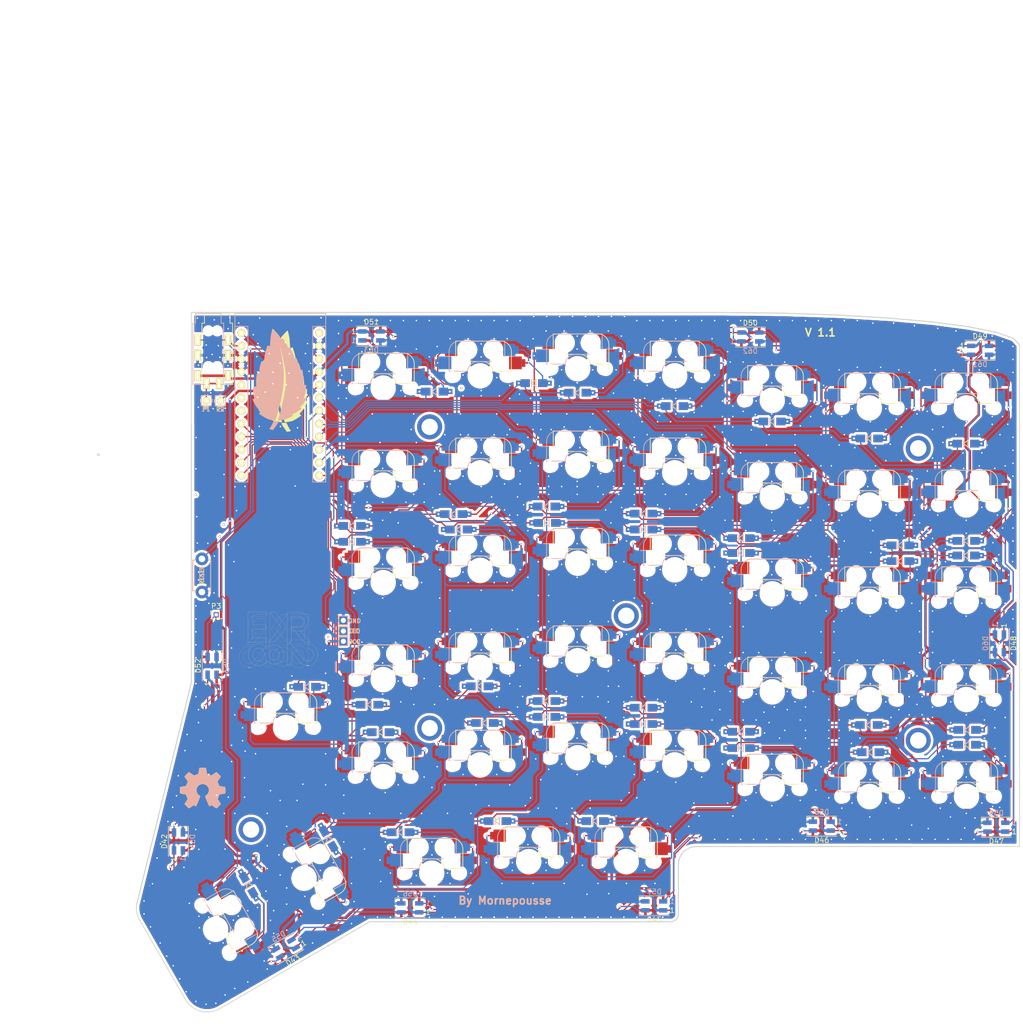
<source format=kicad_pcb>
(kicad_pcb (version 20171130) (host pcbnew "(5.1.10)-1")
  (layers (0 F.Cu signal) (31 B.Cu signal) (34 B.Paste user hide) (35 F.Paste user hide) (36 B.SilkS user hide) (37 F.SilkS user hide) (38 B.Mask user hide) (39 F.Mask user hide) (44 Edge.Cuts user))
  (net 0 "")
  (net 1 "Net-(D1-Pad2)")
  (net 2 row4)
  (net 3 "Net-(D2-Pad2)")
  (net 4 "Net-(D3-Pad2)")
  (net 5 row0)
  (net 6 "Net-(D4-Pad2)")
  (net 7 row1)
  (net 8 "Net-(D5-Pad2)")
  (net 9 row2)
  (net 10 "Net-(D6-Pad2)")
  (net 11 row3)
  (net 12 "Net-(D7-Pad2)")
  (net 13 "Net-(D8-Pad2)")
  (net 14 "Net-(D9-Pad2)")
  (net 15 "Net-(D10-Pad2)")
  (net 16 "Net-(D11-Pad2)")
  (net 17 "Net-(D12-Pad2)")
  (net 18 "Net-(D13-Pad2)")
  (net 19 "Net-(D14-Pad2)")
  (net 20 "Net-(D15-Pad2)")
  (net 21 "Net-(D16-Pad2)")
  (net 22 "Net-(D17-Pad2)")
  (net 23 "Net-(D18-Pad2)")
  (net 24 "Net-(D19-Pad2)")
  (net 25 "Net-(D20-Pad2)")
  (net 26 "Net-(D21-Pad2)")
  (net 27 "Net-(D22-Pad2)")
  (net 28 "Net-(D23-Pad2)")
  (net 29 "Net-(D24-Pad2)")
  (net 30 "Net-(D25-Pad2)")
  (net 31 "Net-(D26-Pad2)")
  (net 32 "Net-(D27-Pad2)")
  (net 33 "Net-(D28-Pad2)")
  (net 34 VCC)
  (net 35 GND)
  (net 36 col0)
  (net 37 col1)
  (net 38 col2)
  (net 39 col3)
  (net 40 col4)
  (net 41 col5)
  (net 42 SDA)
  (net 43 LED)
  (net 44 SCL)
  (net 45 RESET)
  (net 46 "Net-(D29-Pad2)")
  (net 47 "Net-(U1-Pad24)")
  (net 48 "Net-(U1-Pad7)")
  (net 49 DATA)
  (net 50 "Net-(J2-Pad4)")
  (net 51 "Net-(D30-Pad2)")
  (net 52 "Net-(D31-Pad2)")
  (net 53 row5)
  (net 54 "Net-(D32-Pad2)")
  (net 55 "Net-(D33-Pad2)")
  (net 56 "Net-(D34-Pad2)")
  (net 57 "Net-(D35-Pad2)")
  (net 58 "Net-(D36-Pad2)")
  (net 59 "Net-(D40-Pad2)")
  (net 60 "Net-(D37-Pad2)")
  (net 61 "Net-(D38-Pad2)")
  (net 62 "Net-(D39-Pad2)")
  (net 63 col6)
  (net 64 "Net-(D41-Pad2)")
  (net 65 "Net-(D42-Pad1)")
  (net 66 "Net-(D42-Pad3)")
  (net 67 "Net-(D43-Pad1)")
  (net 68 "Net-(D44-Pad1)")
  (net 69 "Net-(D45-Pad1)")
  (net 70 "Net-(D46-Pad1)")
  (net 71 "Net-(D47-Pad1)")
  (net 72 "Net-(D48-Pad1)")
  (net 73 "Net-(D49-Pad1)")
  (net 74 "Net-(D50-Pad1)")
  (net 75 "Net-(D51-Pad1)")
  (net 76 "Net-(D52-Pad3)")
  (net 77 "Net-(D53-Pad1)")
  (net 78 "Net-(D54-Pad1)")
  (net 79 "Net-(D55-Pad1)")
  (net 80 "Net-(D56-Pad1)")
  (net 81 "Net-(D57-Pad1)")
  (net 82 "Net-(D58-Pad1)")
  (net 83 "Net-(D59-Pad1)")
  (net 84 "Net-(D60-Pad1)")
  (net 85 "Net-(D61-Pad1)")
  (net 86 "Net-(D62-Pad1)")
  (net 87 "Net-(D63-Pad1)")
  (module EKR82-footprint:ProMicro_rev (layer F.Cu) (at 100.36 34.16)
    (fp_text reference U1 hide)
    (fp_text value ProMicro hide)
    (pad 24 thru_hole circle (at 7.62 -13.97) (size 1.524 1.524) (drill 0.8128) (layers *.Cu *.Mask F.SilkS) (net 47 "Net-(U1-Pad24)"))
    (pad 23 thru_hole circle (at 7.62 -11.43) (size 1.524 1.524) (drill 0.8128) (layers *.Cu *.Mask F.SilkS) (net 35 GND))
    (pad 22 thru_hole circle (at 7.62 -8.89) (size 1.524 1.524) (drill 0.8128) (layers *.Cu *.Mask F.SilkS) (net 45 RESET))
    (pad 21 thru_hole circle (at 7.62 -6.35) (size 1.524 1.524) (drill 0.8128) (layers *.Cu *.Mask F.SilkS) (net 34 VCC))
    (pad 20 thru_hole circle (at 7.62 -3.81) (size 1.524 1.524) (drill 0.8128) (layers *.Cu *.Mask F.SilkS) (net 63 col6))
    (pad 19 thru_hole circle (at 7.62 -1.27) (size 1.524 1.524) (drill 0.8128) (layers *.Cu *.Mask F.SilkS) (net 53 row5))
    (pad 18 thru_hole circle (at 7.62 1.27) (size 1.524 1.524) (drill 0.8128) (layers *.Cu *.Mask F.SilkS) (net 36 col0))
    (pad 17 thru_hole circle (at 7.62 3.81) (size 1.524 1.524) (drill 0.8128) (layers *.Cu *.Mask F.SilkS) (net 37 col1))
    (pad 16 thru_hole circle (at 7.62 6.35) (size 1.524 1.524) (drill 0.8128) (layers *.Cu *.Mask F.SilkS) (net 38 col2))
    (pad 15 thru_hole circle (at 7.62 8.89) (size 1.524 1.524) (drill 0.8128) (layers *.Cu *.Mask F.SilkS) (net 39 col3))
    (pad 14 thru_hole circle (at 7.62 11.43) (size 1.524 1.524) (drill 0.8128) (layers *.Cu *.Mask F.SilkS) (net 40 col4))
    (pad 13 thru_hole circle (at 7.62 13.97) (size 1.524 1.524) (drill 0.8128) (layers *.Cu *.Mask F.SilkS) (net 41 col5))
    (pad 12 thru_hole circle (at -7.62 13.97) (size 1.524 1.524) (drill 0.8128) (layers *.Cu *.Mask F.SilkS) (net 2 row4))
    (pad 11 thru_hole circle (at -7.62 11.43) (size 1.524 1.524) (drill 0.8128) (layers *.Cu *.Mask F.SilkS) (net 11 row3))
    (pad 10 thru_hole circle (at -7.62 8.89) (size 1.524 1.524) (drill 0.8128) (layers *.Cu *.Mask F.SilkS) (net 9 row2))
    (pad 9 thru_hole circle (at -7.62 6.35) (size 1.524 1.524) (drill 0.8128) (layers *.Cu *.Mask F.SilkS) (net 7 row1))
    (pad 8 thru_hole circle (at -7.62 3.81) (size 1.524 1.524) (drill 0.8128) (layers *.Cu *.Mask F.SilkS) (net 5 row0))
    (pad 7 thru_hole circle (at -7.62 1.27) (size 1.524 1.524) (drill 0.8128) (layers *.Cu *.Mask F.SilkS) (net 48 "Net-(U1-Pad7)"))
    (pad 6 thru_hole circle (at -7.62 -1.27) (size 1.524 1.524) (drill 0.8128) (layers *.Cu *.Mask F.SilkS) (net 44 SCL))
    (pad 5 thru_hole circle (at -7.62 -3.81) (size 1.524 1.524) (drill 0.8128) (layers *.Cu *.Mask F.SilkS) (net 42 SDA))
    (pad 4 thru_hole circle (at -7.62 -6.35) (size 1.524 1.524) (drill 0.8128) (layers *.Cu *.Mask F.SilkS) (net 35 GND))
    (pad 3 thru_hole circle (at -7.62 -8.89) (size 1.524 1.524) (drill 0.8128) (layers *.Cu *.Mask F.SilkS) (net 35 GND))
    (pad 2 thru_hole circle (at -7.62 -11.43) (size 1.524 1.524) (drill 0.8128) (layers *.Cu *.Mask F.SilkS) (net 49 DATA))
    (pad 1 thru_hole circle (at -7.62 -13.97) (size 1.524 1.524) (drill 0.8128) (layers *.Cu *.Mask F.SilkS) (net 43 LED))
  )
  (module EKR82-footprint:Diode_TH_SOD123EKR (layer F.Cu) (at 114.4 58)
    (fp_text reference D1 hide)
    (fp_text value D hide)
    (pad 1 thru_hole rect (at -2.98 -0.00254 180) (size 1 1) (drill 0.4) (layers *.Cu *.Mask) (net 5 row0))
    (pad 1 smd rect (at -1.7 0) (size 1.8 1.5) (layers B.Cu B.Paste B.Mask) (net 5 row0) (clearance 0.2))
    (pad 2 smd rect (at 1.7 0) (size 1.8 1.5) (layers F.Cu F.Paste F.Mask) (net 1 "Net-(D1-Pad2)") (clearance 0.2))
    (pad 2 thru_hole rect (at 2.98 -0.00254 180) (size 1 1) (drill 0.4) (layers *.Cu *.Mask) (net 1 "Net-(D1-Pad2)"))
    (pad 1 smd rect (at -1.7 0) (size 1.8 1.5) (layers F.Cu F.Paste F.Mask) (net 5 row0) (clearance 0.2))
    (pad 2 smd rect (at 1.7 0) (size 1.8 1.5) (layers B.Cu B.Paste B.Mask) (net 1 "Net-(D1-Pad2)") (clearance 0.2))
  )
  (module EKR82-footprint:Diode_TH_SOD123EKR (layer F.Cu) (at 190.6 60.4)
    (fp_text reference D5 hide)
    (fp_text value D hide)
    (pad 1 thru_hole rect (at -2.98 -0.00254 180) (size 1 1) (drill 0.4) (layers *.Cu *.Mask) (net 5 row0))
    (pad 1 smd rect (at -1.7 0) (size 1.8 1.5) (layers B.Cu B.Paste B.Mask) (net 5 row0) (clearance 0.2))
    (pad 2 smd rect (at 1.7 0) (size 1.8 1.5) (layers F.Cu F.Paste F.Mask) (net 8 "Net-(D5-Pad2)") (clearance 0.2))
    (pad 2 thru_hole rect (at 2.98 -0.00254 180) (size 1 1) (drill 0.4) (layers *.Cu *.Mask) (net 8 "Net-(D5-Pad2)"))
    (pad 1 smd rect (at -1.7 0) (size 1.8 1.5) (layers F.Cu F.Paste F.Mask) (net 5 row0) (clearance 0.2))
    (pad 2 smd rect (at 1.7 0) (size 1.8 1.5) (layers B.Cu B.Paste B.Mask) (net 8 "Net-(D5-Pad2)") (clearance 0.2))
  )
  (module EKR82-footprint:Diode_TH_SOD123EKR (layer F.Cu) (at 221.8 61.8)
    (fp_text reference D6 hide)
    (fp_text value D hide)
    (pad 1 thru_hole rect (at -2.98 -0.00254 180) (size 1 1) (drill 0.4) (layers *.Cu *.Mask) (net 5 row0))
    (pad 1 smd rect (at -1.7 0) (size 1.8 1.5) (layers B.Cu B.Paste B.Mask) (net 5 row0) (clearance 0.2))
    (pad 2 smd rect (at 1.7 0) (size 1.8 1.5) (layers F.Cu F.Paste F.Mask) (net 10 "Net-(D6-Pad2)") (clearance 0.2))
    (pad 2 thru_hole rect (at 2.98 -0.00254 180) (size 1 1) (drill 0.4) (layers *.Cu *.Mask) (net 10 "Net-(D6-Pad2)"))
    (pad 1 smd rect (at -1.7 0) (size 1.8 1.5) (layers F.Cu F.Paste F.Mask) (net 5 row0) (clearance 0.2))
    (pad 2 smd rect (at 1.7 0) (size 1.8 1.5) (layers B.Cu B.Paste B.Mask) (net 10 "Net-(D6-Pad2)") (clearance 0.2))
  )
  (module EKR82-footprint:Diode_TH_SOD123EKR (layer F.Cu) (at 114.4 61.1)
    (fp_text reference D7 hide)
    (fp_text value D hide)
    (pad 1 thru_hole rect (at -2.98 -0.00254 180) (size 1 1) (drill 0.4) (layers *.Cu *.Mask) (net 7 row1))
    (pad 1 smd rect (at -1.7 0) (size 1.8 1.5) (layers B.Cu B.Paste B.Mask) (net 7 row1) (clearance 0.2))
    (pad 2 smd rect (at 1.7 0) (size 1.8 1.5) (layers F.Cu F.Paste F.Mask) (net 12 "Net-(D7-Pad2)") (clearance 0.2))
    (pad 2 thru_hole rect (at 2.98 -0.00254 180) (size 1 1) (drill 0.4) (layers *.Cu *.Mask) (net 12 "Net-(D7-Pad2)"))
    (pad 1 smd rect (at -1.7 0) (size 1.8 1.5) (layers F.Cu F.Paste F.Mask) (net 7 row1) (clearance 0.2))
    (pad 2 smd rect (at 1.7 0) (size 1.8 1.5) (layers B.Cu B.Paste B.Mask) (net 12 "Net-(D7-Pad2)") (clearance 0.2))
  )
  (module EKR82-footprint:Diode_TH_SOD123EKR (layer F.Cu) (at 135.3 58.7)
    (fp_text reference D8 hide)
    (fp_text value D hide)
    (pad 1 thru_hole rect (at -2.98 -0.00254 180) (size 1 1) (drill 0.4) (layers *.Cu *.Mask) (net 7 row1))
    (pad 1 smd rect (at -1.7 0) (size 1.8 1.5) (layers B.Cu B.Paste B.Mask) (net 7 row1) (clearance 0.2))
    (pad 2 smd rect (at 1.7 0) (size 1.8 1.5) (layers F.Cu F.Paste F.Mask) (net 13 "Net-(D8-Pad2)") (clearance 0.2))
    (pad 2 thru_hole rect (at 2.98 -0.00254 180) (size 1 1) (drill 0.4) (layers *.Cu *.Mask) (net 13 "Net-(D8-Pad2)"))
    (pad 1 smd rect (at -1.7 0) (size 1.8 1.5) (layers F.Cu F.Paste F.Mask) (net 7 row1) (clearance 0.2))
    (pad 2 smd rect (at 1.7 0) (size 1.8 1.5) (layers B.Cu B.Paste B.Mask) (net 13 "Net-(D8-Pad2)") (clearance 0.2))
  )
  (module EKR82-footprint:Diode_TH_SOD123EKR (layer F.Cu) (at 152.6 57.4)
    (fp_text reference D9 hide)
    (fp_text value D hide)
    (pad 1 thru_hole rect (at -2.98 -0.00254 180) (size 1 1) (drill 0.4) (layers *.Cu *.Mask) (net 7 row1))
    (pad 1 smd rect (at -1.7 0) (size 1.8 1.5) (layers B.Cu B.Paste B.Mask) (net 7 row1) (clearance 0.2))
    (pad 2 smd rect (at 1.7 0) (size 1.8 1.5) (layers F.Cu F.Paste F.Mask) (net 14 "Net-(D9-Pad2)") (clearance 0.2))
    (pad 2 thru_hole rect (at 2.98 -0.00254 180) (size 1 1) (drill 0.4) (layers *.Cu *.Mask) (net 14 "Net-(D9-Pad2)"))
    (pad 1 smd rect (at -1.7 0) (size 1.8 1.5) (layers F.Cu F.Paste F.Mask) (net 7 row1) (clearance 0.2))
    (pad 2 smd rect (at 1.7 0) (size 1.8 1.5) (layers B.Cu B.Paste B.Mask) (net 14 "Net-(D9-Pad2)") (clearance 0.2))
  )
  (module EKR82-footprint:Diode_TH_SOD123EKR (layer F.Cu) (at 171.5 58.7)
    (fp_text reference D10 hide)
    (fp_text value D hide)
    (pad 1 thru_hole rect (at -2.98 -0.00254 180) (size 1 1) (drill 0.4) (layers *.Cu *.Mask) (net 7 row1))
    (pad 1 smd rect (at -1.7 0) (size 1.8 1.5) (layers B.Cu B.Paste B.Mask) (net 7 row1) (clearance 0.2))
    (pad 2 smd rect (at 1.7 0) (size 1.8 1.5) (layers F.Cu F.Paste F.Mask) (net 15 "Net-(D10-Pad2)") (clearance 0.2))
    (pad 2 thru_hole rect (at 2.98 -0.00254 180) (size 1 1) (drill 0.4) (layers *.Cu *.Mask) (net 15 "Net-(D10-Pad2)"))
    (pad 1 smd rect (at -1.7 0) (size 1.8 1.5) (layers F.Cu F.Paste F.Mask) (net 7 row1) (clearance 0.2))
    (pad 2 smd rect (at 1.7 0) (size 1.8 1.5) (layers B.Cu B.Paste B.Mask) (net 15 "Net-(D10-Pad2)") (clearance 0.2))
  )
  (module EKR82-footprint:Diode_TH_SOD123EKR (layer F.Cu) (at 190.6 63.3)
    (fp_text reference D11 hide)
    (fp_text value D hide)
    (pad 1 thru_hole rect (at -2.98 -0.00254 180) (size 1 1) (drill 0.4) (layers *.Cu *.Mask) (net 7 row1))
    (pad 1 smd rect (at -1.7 0) (size 1.8 1.5) (layers B.Cu B.Paste B.Mask) (net 7 row1) (clearance 0.2))
    (pad 2 smd rect (at 1.7 0) (size 1.8 1.5) (layers F.Cu F.Paste F.Mask) (net 16 "Net-(D11-Pad2)") (clearance 0.2))
    (pad 2 thru_hole rect (at 2.98 -0.00254 180) (size 1 1) (drill 0.4) (layers *.Cu *.Mask) (net 16 "Net-(D11-Pad2)"))
    (pad 1 smd rect (at -1.7 0) (size 1.8 1.5) (layers F.Cu F.Paste F.Mask) (net 7 row1) (clearance 0.2))
    (pad 2 smd rect (at 1.7 0) (size 1.8 1.5) (layers B.Cu B.Paste B.Mask) (net 16 "Net-(D11-Pad2)") (clearance 0.2))
  )
  (module EKR82-footprint:Diode_TH_SOD123EKR (layer F.Cu) (at 221.8 64.9)
    (fp_text reference D12 hide)
    (fp_text value D hide)
    (pad 1 thru_hole rect (at -2.98 -0.00254 180) (size 1 1) (drill 0.4) (layers *.Cu *.Mask) (net 7 row1))
    (pad 1 smd rect (at -1.7 0) (size 1.8 1.5) (layers B.Cu B.Paste B.Mask) (net 7 row1) (clearance 0.2))
    (pad 2 smd rect (at 1.7 0) (size 1.8 1.5) (layers F.Cu F.Paste F.Mask) (net 17 "Net-(D12-Pad2)") (clearance 0.2))
    (pad 2 thru_hole rect (at 2.98 -0.00254 180) (size 1 1) (drill 0.4) (layers *.Cu *.Mask) (net 17 "Net-(D12-Pad2)"))
    (pad 1 smd rect (at -1.7 0) (size 1.8 1.5) (layers F.Cu F.Paste F.Mask) (net 7 row1) (clearance 0.2))
    (pad 2 smd rect (at 1.7 0) (size 1.8 1.5) (layers B.Cu B.Paste B.Mask) (net 17 "Net-(D12-Pad2)") (clearance 0.2))
  )
  (module EKR82-footprint:Diode_TH_SOD123EKR (layer F.Cu) (at 117.8 93)
    (fp_text reference D13 hide)
    (fp_text value D hide)
    (pad 1 thru_hole rect (at -2.98 -0.00254 180) (size 1 1) (drill 0.4) (layers *.Cu *.Mask) (net 9 row2))
    (pad 1 smd rect (at -1.7 0) (size 1.8 1.5) (layers B.Cu B.Paste B.Mask) (net 9 row2) (clearance 0.2))
    (pad 2 smd rect (at 1.7 0) (size 1.8 1.5) (layers F.Cu F.Paste F.Mask) (net 18 "Net-(D13-Pad2)") (clearance 0.2))
    (pad 2 thru_hole rect (at 2.98 -0.00254 180) (size 1 1) (drill 0.4) (layers *.Cu *.Mask) (net 18 "Net-(D13-Pad2)"))
    (pad 1 smd rect (at -1.7 0) (size 1.8 1.5) (layers F.Cu F.Paste F.Mask) (net 9 row2) (clearance 0.2))
    (pad 2 smd rect (at 1.7 0) (size 1.8 1.5) (layers B.Cu B.Paste B.Mask) (net 18 "Net-(D13-Pad2)") (clearance 0.2))
  )
  (module EKR82-footprint:Diode_TH_SOD123EKR (layer F.Cu) (at 139.4 89.4)
    (fp_text reference D14 hide)
    (fp_text value D hide)
    (pad 1 thru_hole rect (at -2.98 -0.00254 180) (size 1 1) (drill 0.4) (layers *.Cu *.Mask) (net 9 row2))
    (pad 1 smd rect (at -1.7 0) (size 1.8 1.5) (layers B.Cu B.Paste B.Mask) (net 9 row2) (clearance 0.2))
    (pad 2 smd rect (at 1.7 0) (size 1.8 1.5) (layers F.Cu F.Paste F.Mask) (net 19 "Net-(D14-Pad2)") (clearance 0.2))
    (pad 2 thru_hole rect (at 2.98 -0.00254 180) (size 1 1) (drill 0.4) (layers *.Cu *.Mask) (net 19 "Net-(D14-Pad2)"))
    (pad 1 smd rect (at -1.7 0) (size 1.8 1.5) (layers F.Cu F.Paste F.Mask) (net 9 row2) (clearance 0.2))
    (pad 2 smd rect (at 1.7 0) (size 1.8 1.5) (layers B.Cu B.Paste B.Mask) (net 19 "Net-(D14-Pad2)") (clearance 0.2))
  )
  (module EKR82-footprint:Diode_TH_SOD123EKR (layer F.Cu) (at 152.5 92.3)
    (fp_text reference D15 hide)
    (fp_text value D hide)
    (pad 1 thru_hole rect (at -2.98 -0.00254 180) (size 1 1) (drill 0.4) (layers *.Cu *.Mask) (net 9 row2))
    (pad 1 smd rect (at -1.7 0) (size 1.8 1.5) (layers B.Cu B.Paste B.Mask) (net 9 row2) (clearance 0.2))
    (pad 2 smd rect (at 1.7 0) (size 1.8 1.5) (layers F.Cu F.Paste F.Mask) (net 20 "Net-(D15-Pad2)") (clearance 0.2))
    (pad 2 thru_hole rect (at 2.98 -0.00254 180) (size 1 1) (drill 0.4) (layers *.Cu *.Mask) (net 20 "Net-(D15-Pad2)"))
    (pad 1 smd rect (at -1.7 0) (size 1.8 1.5) (layers F.Cu F.Paste F.Mask) (net 9 row2) (clearance 0.2))
    (pad 2 smd rect (at 1.7 0) (size 1.8 1.5) (layers B.Cu B.Paste B.Mask) (net 20 "Net-(D15-Pad2)") (clearance 0.2))
  )
  (module EKR82-footprint:Diode_TH_SOD123EKR (layer F.Cu) (at 171.5 93.6)
    (fp_text reference D16 hide)
    (fp_text value D hide)
    (pad 1 thru_hole rect (at -2.98 -0.00254 180) (size 1 1) (drill 0.4) (layers *.Cu *.Mask) (net 9 row2))
    (pad 1 smd rect (at -1.7 0) (size 1.8 1.5) (layers B.Cu B.Paste B.Mask) (net 9 row2) (clearance 0.2))
    (pad 2 smd rect (at 1.7 0) (size 1.8 1.5) (layers F.Cu F.Paste F.Mask) (net 21 "Net-(D16-Pad2)") (clearance 0.2))
    (pad 2 thru_hole rect (at 2.98 -0.00254 180) (size 1 1) (drill 0.4) (layers *.Cu *.Mask) (net 21 "Net-(D16-Pad2)"))
    (pad 1 smd rect (at -1.7 0) (size 1.8 1.5) (layers F.Cu F.Paste F.Mask) (net 9 row2) (clearance 0.2))
    (pad 2 smd rect (at 1.7 0) (size 1.8 1.5) (layers B.Cu B.Paste B.Mask) (net 21 "Net-(D16-Pad2)") (clearance 0.2))
  )
  (module EKR82-footprint:Diode_TH_SOD123EKR (layer F.Cu) (at 190.6 98.3)
    (fp_text reference D17 hide)
    (fp_text value D hide)
    (pad 1 thru_hole rect (at -2.98 -0.00254 180) (size 1 1) (drill 0.4) (layers *.Cu *.Mask) (net 9 row2))
    (pad 1 smd rect (at -1.7 0) (size 1.8 1.5) (layers B.Cu B.Paste B.Mask) (net 9 row2) (clearance 0.2))
    (pad 2 smd rect (at 1.7 0) (size 1.8 1.5) (layers F.Cu F.Paste F.Mask) (net 22 "Net-(D17-Pad2)") (clearance 0.2))
    (pad 2 thru_hole rect (at 2.98 -0.00254 180) (size 1 1) (drill 0.4) (layers *.Cu *.Mask) (net 22 "Net-(D17-Pad2)"))
    (pad 1 smd rect (at -1.7 0) (size 1.8 1.5) (layers F.Cu F.Paste F.Mask) (net 9 row2) (clearance 0.2))
    (pad 2 smd rect (at 1.7 0) (size 1.8 1.5) (layers B.Cu B.Paste B.Mask) (net 22 "Net-(D17-Pad2)") (clearance 0.2))
  )
  (module EKR82-footprint:Diode_TH_SOD123EKR (layer F.Cu) (at 215.61 96.99)
    (fp_text reference D18 hide)
    (fp_text value D hide)
    (pad 1 thru_hole rect (at -2.98 -0.00254 180) (size 1 1) (drill 0.4) (layers *.Cu *.Mask) (net 9 row2))
    (pad 1 smd rect (at -1.7 0) (size 1.8 1.5) (layers B.Cu B.Paste B.Mask) (net 9 row2) (clearance 0.2))
    (pad 2 smd rect (at 1.7 0) (size 1.8 1.5) (layers F.Cu F.Paste F.Mask) (net 23 "Net-(D18-Pad2)") (clearance 0.2))
    (pad 2 thru_hole rect (at 2.98 -0.00254 180) (size 1 1) (drill 0.4) (layers *.Cu *.Mask) (net 23 "Net-(D18-Pad2)"))
    (pad 1 smd rect (at -1.7 0) (size 1.8 1.5) (layers F.Cu F.Paste F.Mask) (net 9 row2) (clearance 0.2))
    (pad 2 smd rect (at 1.7 0) (size 1.8 1.5) (layers B.Cu B.Paste B.Mask) (net 23 "Net-(D18-Pad2)") (clearance 0.2))
  )
  (module EKR82-footprint:Diode_TH_SOD123EKR (layer F.Cu) (at 120 98.4)
    (fp_text reference D19 hide)
    (fp_text value D hide)
    (pad 1 thru_hole rect (at -2.98 -0.00254 180) (size 1 1) (drill 0.4) (layers *.Cu *.Mask) (net 11 row3))
    (pad 1 smd rect (at -1.7 0) (size 1.8 1.5) (layers B.Cu B.Paste B.Mask) (net 11 row3) (clearance 0.2))
    (pad 2 smd rect (at 1.7 0) (size 1.8 1.5) (layers F.Cu F.Paste F.Mask) (net 24 "Net-(D19-Pad2)") (clearance 0.2))
    (pad 2 thru_hole rect (at 2.98 -0.00254 180) (size 1 1) (drill 0.4) (layers *.Cu *.Mask) (net 24 "Net-(D19-Pad2)"))
    (pad 1 smd rect (at -1.7 0) (size 1.8 1.5) (layers F.Cu F.Paste F.Mask) (net 11 row3) (clearance 0.2))
    (pad 2 smd rect (at 1.7 0) (size 1.8 1.5) (layers B.Cu B.Paste B.Mask) (net 24 "Net-(D19-Pad2)") (clearance 0.2))
  )
  (module EKR82-footprint:Diode_TH_SOD123EKR (layer F.Cu) (at 140.4 96.6)
    (fp_text reference D20 hide)
    (fp_text value D hide)
    (pad 1 thru_hole rect (at -2.98 -0.00254 180) (size 1 1) (drill 0.4) (layers *.Cu *.Mask) (net 11 row3))
    (pad 1 smd rect (at -1.7 0) (size 1.8 1.5) (layers B.Cu B.Paste B.Mask) (net 11 row3) (clearance 0.2))
    (pad 2 smd rect (at 1.7 0) (size 1.8 1.5) (layers F.Cu F.Paste F.Mask) (net 25 "Net-(D20-Pad2)") (clearance 0.2))
    (pad 2 thru_hole rect (at 2.98 -0.00254 180) (size 1 1) (drill 0.4) (layers *.Cu *.Mask) (net 25 "Net-(D20-Pad2)"))
    (pad 1 smd rect (at -1.7 0) (size 1.8 1.5) (layers F.Cu F.Paste F.Mask) (net 11 row3) (clearance 0.2))
    (pad 2 smd rect (at 1.7 0) (size 1.8 1.5) (layers B.Cu B.Paste B.Mask) (net 25 "Net-(D20-Pad2)") (clearance 0.2))
  )
  (module EKR82-footprint:Diode_TH_SOD123EKR (layer F.Cu) (at 152.5 95.4)
    (fp_text reference D21 hide)
    (fp_text value D hide)
    (pad 1 thru_hole rect (at -2.98 -0.00254 180) (size 1 1) (drill 0.4) (layers *.Cu *.Mask) (net 11 row3))
    (pad 1 smd rect (at -1.7 0) (size 1.8 1.5) (layers B.Cu B.Paste B.Mask) (net 11 row3) (clearance 0.2))
    (pad 2 smd rect (at 1.7 0) (size 1.8 1.5) (layers F.Cu F.Paste F.Mask) (net 26 "Net-(D21-Pad2)") (clearance 0.2))
    (pad 2 thru_hole rect (at 2.98 -0.00254 180) (size 1 1) (drill 0.4) (layers *.Cu *.Mask) (net 26 "Net-(D21-Pad2)"))
    (pad 1 smd rect (at -1.7 0) (size 1.8 1.5) (layers F.Cu F.Paste F.Mask) (net 11 row3) (clearance 0.2))
    (pad 2 smd rect (at 1.7 0) (size 1.8 1.5) (layers B.Cu B.Paste B.Mask) (net 26 "Net-(D21-Pad2)") (clearance 0.2))
  )
  (module EKR82-footprint:Diode_TH_SOD123EKR (layer F.Cu) (at 171.5 96.8)
    (fp_text reference D22 hide)
    (fp_text value D hide)
    (pad 1 thru_hole rect (at -2.98 -0.00254 180) (size 1 1) (drill 0.4) (layers *.Cu *.Mask) (net 11 row3))
    (pad 1 smd rect (at -1.7 0) (size 1.8 1.5) (layers B.Cu B.Paste B.Mask) (net 11 row3) (clearance 0.2))
    (pad 2 smd rect (at 1.7 0) (size 1.8 1.5) (layers F.Cu F.Paste F.Mask) (net 27 "Net-(D22-Pad2)") (clearance 0.2))
    (pad 2 thru_hole rect (at 2.98 -0.00254 180) (size 1 1) (drill 0.4) (layers *.Cu *.Mask) (net 27 "Net-(D22-Pad2)"))
    (pad 1 smd rect (at -1.7 0) (size 1.8 1.5) (layers F.Cu F.Paste F.Mask) (net 11 row3) (clearance 0.2))
    (pad 2 smd rect (at 1.7 0) (size 1.8 1.5) (layers B.Cu B.Paste B.Mask) (net 27 "Net-(D22-Pad2)") (clearance 0.2))
  )
  (module EKR82-footprint:Diode_TH_SOD123EKR (layer F.Cu) (at 190.6 101.5)
    (fp_text reference D23 hide)
    (fp_text value D hide)
    (pad 1 thru_hole rect (at -2.98 -0.00254 180) (size 1 1) (drill 0.4) (layers *.Cu *.Mask) (net 11 row3))
    (pad 1 smd rect (at -1.7 0) (size 1.8 1.5) (layers B.Cu B.Paste B.Mask) (net 11 row3) (clearance 0.2))
    (pad 2 smd rect (at 1.7 0) (size 1.8 1.5) (layers F.Cu F.Paste F.Mask) (net 28 "Net-(D23-Pad2)") (clearance 0.2))
    (pad 2 thru_hole rect (at 2.98 -0.00254 180) (size 1 1) (drill 0.4) (layers *.Cu *.Mask) (net 28 "Net-(D23-Pad2)"))
    (pad 1 smd rect (at -1.7 0) (size 1.8 1.5) (layers F.Cu F.Paste F.Mask) (net 11 row3) (clearance 0.2))
    (pad 2 smd rect (at 1.7 0) (size 1.8 1.5) (layers B.Cu B.Paste B.Mask) (net 28 "Net-(D23-Pad2)") (clearance 0.2))
  )
  (module EKR82-footprint:Diode_TH_SOD123EKR (layer F.Cu) (at 215.94 102.32)
    (fp_text reference D24 hide)
    (fp_text value D hide)
    (pad 1 thru_hole rect (at -2.98 -0.00254 180) (size 1 1) (drill 0.4) (layers *.Cu *.Mask) (net 11 row3))
    (pad 1 smd rect (at -1.7 0) (size 1.8 1.5) (layers B.Cu B.Paste B.Mask) (net 11 row3) (clearance 0.2))
    (pad 2 smd rect (at 1.7 0) (size 1.8 1.5) (layers F.Cu F.Paste F.Mask) (net 29 "Net-(D24-Pad2)") (clearance 0.2))
    (pad 2 thru_hole rect (at 2.98 -0.00254 180) (size 1 1) (drill 0.4) (layers *.Cu *.Mask) (net 29 "Net-(D24-Pad2)"))
    (pad 1 smd rect (at -1.7 0) (size 1.8 1.5) (layers F.Cu F.Paste F.Mask) (net 11 row3) (clearance 0.2))
    (pad 2 smd rect (at 1.7 0) (size 1.8 1.5) (layers B.Cu B.Paste B.Mask) (net 29 "Net-(D24-Pad2)") (clearance 0.2))
  )
  (module EKR82-footprint:Diode_TH_SOD123EKR (layer F.Cu) (at 94.1333 128.347157 300)
    (fp_text reference D41 hide)
    (fp_text value D hide)
    (pad 1 thru_hole rect (at -2.98 -0.00254 120) (size 1 1) (drill 0.4) (layers *.Cu *.Mask) (net 2 row4))
    (pad 1 smd rect (at -1.7 0 300) (size 1.8 1.5) (layers B.Cu B.Paste B.Mask) (net 2 row4) (clearance 0.2))
    (pad 2 smd rect (at 1.7 0 300) (size 1.8 1.5) (layers F.Cu F.Paste F.Mask) (net 64 "Net-(D41-Pad2)") (clearance 0.2))
    (pad 2 thru_hole rect (at 2.98 -0.00254 120) (size 1 1) (drill 0.4) (layers *.Cu *.Mask) (net 64 "Net-(D41-Pad2)"))
    (pad 1 smd rect (at -1.7 0 300) (size 1.8 1.5) (layers F.Cu F.Paste F.Mask) (net 2 row4) (clearance 0.2))
    (pad 2 smd rect (at 1.7 0 300) (size 1.8 1.5) (layers B.Cu B.Paste B.Mask) (net 64 "Net-(D41-Pad2)") (clearance 0.2))
  )
  (module EKR82-footprint:Diode_TH_SOD123EKR (layer F.Cu) (at 234.86 100.85)
    (fp_text reference D39 hide)
    (fp_text value D hide)
    (pad 1 thru_hole rect (at -2.98 -0.00254 180) (size 1 1) (drill 0.4) (layers *.Cu *.Mask) (net 11 row3))
    (pad 1 smd rect (at -1.7 0) (size 1.8 1.5) (layers B.Cu B.Paste B.Mask) (net 11 row3) (clearance 0.2))
    (pad 2 smd rect (at 1.7 0) (size 1.8 1.5) (layers F.Cu F.Paste F.Mask) (net 62 "Net-(D39-Pad2)") (clearance 0.2))
    (pad 2 thru_hole rect (at 2.98 -0.00254 180) (size 1 1) (drill 0.4) (layers *.Cu *.Mask) (net 62 "Net-(D39-Pad2)"))
    (pad 1 smd rect (at -1.7 0) (size 1.8 1.5) (layers F.Cu F.Paste F.Mask) (net 11 row3) (clearance 0.2))
    (pad 2 smd rect (at 1.7 0) (size 1.8 1.5) (layers B.Cu B.Paste B.Mask) (net 62 "Net-(D39-Pad2)") (clearance 0.2))
  )
  (module EKR82-footprint:Diode_TH_SOD123EKR (layer F.Cu) (at 234.88 97.95)
    (fp_text reference D38 hide)
    (fp_text value D hide)
    (pad 1 thru_hole rect (at -2.98 -0.00254 180) (size 1 1) (drill 0.4) (layers *.Cu *.Mask) (net 9 row2))
    (pad 1 smd rect (at -1.7 0) (size 1.8 1.5) (layers B.Cu B.Paste B.Mask) (net 9 row2) (clearance 0.2))
    (pad 2 smd rect (at 1.7 0) (size 1.8 1.5) (layers F.Cu F.Paste F.Mask) (net 61 "Net-(D38-Pad2)") (clearance 0.2))
    (pad 2 thru_hole rect (at 2.98 -0.00254 180) (size 1 1) (drill 0.4) (layers *.Cu *.Mask) (net 61 "Net-(D38-Pad2)"))
    (pad 1 smd rect (at -1.7 0) (size 1.8 1.5) (layers F.Cu F.Paste F.Mask) (net 9 row2) (clearance 0.2))
    (pad 2 smd rect (at 1.7 0) (size 1.8 1.5) (layers B.Cu B.Paste B.Mask) (net 61 "Net-(D38-Pad2)") (clearance 0.2))
  )
  (module EKR82-footprint:Diode_TH_SOD123EKR (layer F.Cu) (at 234.66 63.8)
    (fp_text reference D37 hide)
    (fp_text value D hide)
    (pad 1 thru_hole rect (at -2.98 -0.00254 180) (size 1 1) (drill 0.4) (layers *.Cu *.Mask) (net 7 row1))
    (pad 1 smd rect (at -1.7 0) (size 1.8 1.5) (layers B.Cu B.Paste B.Mask) (net 7 row1) (clearance 0.2))
    (pad 2 smd rect (at 1.7 0) (size 1.8 1.5) (layers F.Cu F.Paste F.Mask) (net 60 "Net-(D37-Pad2)") (clearance 0.2))
    (pad 2 thru_hole rect (at 2.98 -0.00254 180) (size 1 1) (drill 0.4) (layers *.Cu *.Mask) (net 60 "Net-(D37-Pad2)"))
    (pad 1 smd rect (at -1.7 0) (size 1.8 1.5) (layers F.Cu F.Paste F.Mask) (net 7 row1) (clearance 0.2))
    (pad 2 smd rect (at 1.7 0) (size 1.8 1.5) (layers B.Cu B.Paste B.Mask) (net 60 "Net-(D37-Pad2)") (clearance 0.2))
  )
  (module EKR82-footprint:Diode_TH_SOD123EKR (layer F.Cu) (at 234.68 60.92)
    (fp_text reference D30 hide)
    (fp_text value D hide)
    (pad 1 thru_hole rect (at -2.98 -0.00254 180) (size 1 1) (drill 0.4) (layers *.Cu *.Mask) (net 5 row0))
    (pad 1 smd rect (at -1.7 0) (size 1.8 1.5) (layers B.Cu B.Paste B.Mask) (net 5 row0) (clearance 0.2))
    (pad 2 smd rect (at 1.7 0) (size 1.8 1.5) (layers F.Cu F.Paste F.Mask) (net 51 "Net-(D30-Pad2)") (clearance 0.2))
    (pad 2 thru_hole rect (at 2.98 -0.00254 180) (size 1 1) (drill 0.4) (layers *.Cu *.Mask) (net 51 "Net-(D30-Pad2)"))
    (pad 1 smd rect (at -1.7 0) (size 1.8 1.5) (layers F.Cu F.Paste F.Mask) (net 5 row0) (clearance 0.2))
    (pad 2 smd rect (at 1.7 0) (size 1.8 1.5) (layers B.Cu B.Paste B.Mask) (net 51 "Net-(D30-Pad2)") (clearance 0.2))
  )
  (module EKR82-footprint:Diode_TH_SOD123EKR (layer F.Cu) (at 234.67 41.89)
    (fp_text reference D40 hide)
    (fp_text value D hide)
    (pad 1 thru_hole rect (at -2.98 -0.00254 180) (size 1 1) (drill 0.4) (layers *.Cu *.Mask) (net 53 row5))
    (pad 1 smd rect (at -1.7 0) (size 1.8 1.5) (layers B.Cu B.Paste B.Mask) (net 53 row5) (clearance 0.2))
    (pad 2 smd rect (at 1.7 0) (size 1.8 1.5) (layers F.Cu F.Paste F.Mask) (net 59 "Net-(D40-Pad2)") (clearance 0.2))
    (pad 2 thru_hole rect (at 2.98 -0.00254 180) (size 1 1) (drill 0.4) (layers *.Cu *.Mask) (net 59 "Net-(D40-Pad2)"))
    (pad 1 smd rect (at -1.7 0) (size 1.8 1.5) (layers F.Cu F.Paste F.Mask) (net 53 row5) (clearance 0.2))
    (pad 2 smd rect (at 1.7 0) (size 1.8 1.5) (layers B.Cu B.Paste B.Mask) (net 59 "Net-(D40-Pad2)") (clearance 0.2))
  )
  (module EKR82-footprint:Diode_TH_SOD123EKR (layer F.Cu) (at 215.7 40.86)
    (fp_text reference D36 hide)
    (fp_text value D hide)
    (pad 1 thru_hole rect (at -2.98 -0.00254 180) (size 1 1) (drill 0.4) (layers *.Cu *.Mask) (net 53 row5))
    (pad 1 smd rect (at -1.7 0) (size 1.8 1.5) (layers B.Cu B.Paste B.Mask) (net 53 row5) (clearance 0.2))
    (pad 2 smd rect (at 1.7 0) (size 1.8 1.5) (layers F.Cu F.Paste F.Mask) (net 58 "Net-(D36-Pad2)") (clearance 0.2))
    (pad 2 thru_hole rect (at 2.98 -0.00254 180) (size 1 1) (drill 0.4) (layers *.Cu *.Mask) (net 58 "Net-(D36-Pad2)"))
    (pad 1 smd rect (at -1.7 0) (size 1.8 1.5) (layers F.Cu F.Paste F.Mask) (net 53 row5) (clearance 0.2))
    (pad 2 smd rect (at 1.7 0) (size 1.8 1.5) (layers B.Cu B.Paste B.Mask) (net 58 "Net-(D36-Pad2)") (clearance 0.2))
  )
  (module EKR82-footprint:Diode_TH_SOD123EKR (layer F.Cu) (at 196.69 37.53)
    (fp_text reference D35 hide)
    (fp_text value D hide)
    (pad 1 thru_hole rect (at -2.98 -0.00254 180) (size 1 1) (drill 0.4) (layers *.Cu *.Mask) (net 53 row5))
    (pad 1 smd rect (at -1.7 0) (size 1.8 1.5) (layers B.Cu B.Paste B.Mask) (net 53 row5) (clearance 0.2))
    (pad 2 smd rect (at 1.7 0) (size 1.8 1.5) (layers F.Cu F.Paste F.Mask) (net 57 "Net-(D35-Pad2)") (clearance 0.2))
    (pad 2 thru_hole rect (at 2.98 -0.00254 180) (size 1 1) (drill 0.4) (layers *.Cu *.Mask) (net 57 "Net-(D35-Pad2)"))
    (pad 1 smd rect (at -1.7 0) (size 1.8 1.5) (layers F.Cu F.Paste F.Mask) (net 53 row5) (clearance 0.2))
    (pad 2 smd rect (at 1.7 0) (size 1.8 1.5) (layers B.Cu B.Paste B.Mask) (net 57 "Net-(D35-Pad2)") (clearance 0.2))
  )
  (module EKR82-footprint:Diode_TH_SOD123EKR (layer F.Cu) (at 177.58 34.53)
    (fp_text reference D34 hide)
    (fp_text value D hide)
    (pad 1 thru_hole rect (at -2.98 -0.00254 180) (size 1 1) (drill 0.4) (layers *.Cu *.Mask) (net 53 row5))
    (pad 1 smd rect (at -1.7 0) (size 1.8 1.5) (layers B.Cu B.Paste B.Mask) (net 53 row5) (clearance 0.2))
    (pad 2 smd rect (at 1.7 0) (size 1.8 1.5) (layers F.Cu F.Paste F.Mask) (net 56 "Net-(D34-Pad2)") (clearance 0.2))
    (pad 2 thru_hole rect (at 2.98 -0.00254 180) (size 1 1) (drill 0.4) (layers *.Cu *.Mask) (net 56 "Net-(D34-Pad2)"))
    (pad 1 smd rect (at -1.7 0) (size 1.8 1.5) (layers F.Cu F.Paste F.Mask) (net 53 row5) (clearance 0.2))
    (pad 2 smd rect (at 1.7 0) (size 1.8 1.5) (layers B.Cu B.Paste B.Mask) (net 56 "Net-(D34-Pad2)") (clearance 0.2))
  )
  (module EKR82-footprint:Diode_TH_SOD123EKR (layer F.Cu) (at 158.57 31.92)
    (fp_text reference D33 hide)
    (fp_text value D hide)
    (pad 1 thru_hole rect (at -2.98 -0.00254 180) (size 1 1) (drill 0.4) (layers *.Cu *.Mask) (net 53 row5))
    (pad 1 smd rect (at -1.7 0) (size 1.8 1.5) (layers B.Cu B.Paste B.Mask) (net 53 row5) (clearance 0.2))
    (pad 2 smd rect (at 1.7 0) (size 1.8 1.5) (layers F.Cu F.Paste F.Mask) (net 55 "Net-(D33-Pad2)") (clearance 0.2))
    (pad 2 thru_hole rect (at 2.98 -0.00254 180) (size 1 1) (drill 0.4) (layers *.Cu *.Mask) (net 55 "Net-(D33-Pad2)"))
    (pad 1 smd rect (at -1.7 0) (size 1.8 1.5) (layers F.Cu F.Paste F.Mask) (net 53 row5) (clearance 0.2))
    (pad 2 smd rect (at 1.7 0) (size 1.8 1.5) (layers B.Cu B.Paste B.Mask) (net 55 "Net-(D33-Pad2)") (clearance 0.2))
  )
  (module EKR82-footprint:Diode_TH_SOD123EKR (layer F.Cu) (at 150.02 30.04)
    (fp_text reference D32 hide)
    (fp_text value D hide)
    (pad 1 thru_hole rect (at -2.98 -0.00254 180) (size 1 1) (drill 0.4) (layers *.Cu *.Mask) (net 53 row5))
    (pad 1 smd rect (at -1.7 0) (size 1.8 1.5) (layers B.Cu B.Paste B.Mask) (net 53 row5) (clearance 0.2))
    (pad 2 smd rect (at 1.7 0) (size 1.8 1.5) (layers F.Cu F.Paste F.Mask) (net 54 "Net-(D32-Pad2)") (clearance 0.2))
    (pad 2 thru_hole rect (at 2.98 -0.00254 180) (size 1 1) (drill 0.4) (layers *.Cu *.Mask) (net 54 "Net-(D32-Pad2)"))
    (pad 1 smd rect (at -1.7 0) (size 1.8 1.5) (layers F.Cu F.Paste F.Mask) (net 53 row5) (clearance 0.2))
    (pad 2 smd rect (at 1.7 0) (size 1.8 1.5) (layers B.Cu B.Paste B.Mask) (net 54 "Net-(D32-Pad2)") (clearance 0.2))
  )
  (module EKR82-footprint:Diode_TH_SOD123EKR (layer F.Cu) (at 130.57 31.69)
    (fp_text reference D31 hide)
    (fp_text value D hide)
    (pad 1 thru_hole rect (at -2.98 -0.00254 180) (size 1 1) (drill 0.4) (layers *.Cu *.Mask) (net 53 row5))
    (pad 1 smd rect (at -1.7 0) (size 1.8 1.5) (layers B.Cu B.Paste B.Mask) (net 53 row5) (clearance 0.2))
    (pad 2 smd rect (at 1.7 0) (size 1.8 1.5) (layers F.Cu F.Paste F.Mask) (net 52 "Net-(D31-Pad2)") (clearance 0.2))
    (pad 2 thru_hole rect (at 2.98 -0.00254 180) (size 1 1) (drill 0.4) (layers *.Cu *.Mask) (net 52 "Net-(D31-Pad2)"))
    (pad 1 smd rect (at -1.7 0) (size 1.8 1.5) (layers F.Cu F.Paste F.Mask) (net 53 row5) (clearance 0.2))
    (pad 2 smd rect (at 1.7 0) (size 1.8 1.5) (layers B.Cu B.Paste B.Mask) (net 52 "Net-(D31-Pad2)") (clearance 0.2))
  )
  (module EKR82-footprint:Diode_TH_SOD123EKR (layer F.Cu) (at 162 115.8)
    (fp_text reference D29 hide)
    (fp_text value D hide)
    (pad 1 thru_hole rect (at -2.98 -0.00254 180) (size 1 1) (drill 0.4) (layers *.Cu *.Mask) (net 2 row4))
    (pad 1 smd rect (at -1.7 0) (size 1.8 1.5) (layers B.Cu B.Paste B.Mask) (net 2 row4) (clearance 0.2))
    (pad 2 smd rect (at 1.7 0) (size 1.8 1.5) (layers F.Cu F.Paste F.Mask) (net 46 "Net-(D29-Pad2)") (clearance 0.2))
    (pad 2 thru_hole rect (at 2.98 -0.00254 180) (size 1 1) (drill 0.4) (layers *.Cu *.Mask) (net 46 "Net-(D29-Pad2)"))
    (pad 1 smd rect (at -1.7 0) (size 1.8 1.5) (layers F.Cu F.Paste F.Mask) (net 2 row4) (clearance 0.2))
    (pad 2 smd rect (at 1.7 0) (size 1.8 1.5) (layers B.Cu B.Paste B.Mask) (net 46 "Net-(D29-Pad2)") (clearance 0.2))
  )
  (module EKR82-footprint:Diode_TH_SOD123EKR (layer F.Cu) (at 142.9 115.8)
    (fp_text reference D28 hide)
    (fp_text value D hide)
    (pad 1 thru_hole rect (at -2.98 -0.00254 180) (size 1 1) (drill 0.4) (layers *.Cu *.Mask) (net 2 row4))
    (pad 1 smd rect (at -1.7 0) (size 1.8 1.5) (layers B.Cu B.Paste B.Mask) (net 2 row4) (clearance 0.2))
    (pad 2 smd rect (at 1.7 0) (size 1.8 1.5) (layers F.Cu F.Paste F.Mask) (net 33 "Net-(D28-Pad2)") (clearance 0.2))
    (pad 2 thru_hole rect (at 2.98 -0.00254 180) (size 1 1) (drill 0.4) (layers *.Cu *.Mask) (net 33 "Net-(D28-Pad2)"))
    (pad 1 smd rect (at -1.7 0) (size 1.8 1.5) (layers F.Cu F.Paste F.Mask) (net 2 row4) (clearance 0.2))
    (pad 2 smd rect (at 1.7 0) (size 1.8 1.5) (layers B.Cu B.Paste B.Mask) (net 33 "Net-(D28-Pad2)") (clearance 0.2))
  )
  (module EKR82-footprint:Diode_TH_SOD123EKR (layer F.Cu) (at 123.9 118)
    (fp_text reference D27 hide)
    (fp_text value D hide)
    (pad 1 thru_hole rect (at -2.98 -0.00254 180) (size 1 1) (drill 0.4) (layers *.Cu *.Mask) (net 2 row4))
    (pad 1 smd rect (at -1.7 0) (size 1.8 1.5) (layers B.Cu B.Paste B.Mask) (net 2 row4) (clearance 0.2))
    (pad 2 smd rect (at 1.7 0) (size 1.8 1.5) (layers F.Cu F.Paste F.Mask) (net 32 "Net-(D27-Pad2)") (clearance 0.2))
    (pad 2 thru_hole rect (at 2.98 -0.00254 180) (size 1 1) (drill 0.4) (layers *.Cu *.Mask) (net 32 "Net-(D27-Pad2)"))
    (pad 1 smd rect (at -1.7 0) (size 1.8 1.5) (layers F.Cu F.Paste F.Mask) (net 2 row4) (clearance 0.2))
    (pad 2 smd rect (at 1.7 0) (size 1.8 1.5) (layers B.Cu B.Paste B.Mask) (net 32 "Net-(D27-Pad2)") (clearance 0.2))
  )
  (module EKR82-footprint:Diode_TH_SOD123EKR (layer F.Cu) (at 109.8 119.3 300)
    (fp_text reference D26 hide)
    (fp_text value D hide)
    (pad 1 thru_hole rect (at -2.98 -0.00254 120) (size 1 1) (drill 0.4) (layers *.Cu *.Mask) (net 2 row4))
    (pad 1 smd rect (at -1.7 0 300) (size 1.8 1.5) (layers B.Cu B.Paste B.Mask) (net 2 row4) (clearance 0.2))
    (pad 2 smd rect (at 1.7 0 300) (size 1.8 1.5) (layers F.Cu F.Paste F.Mask) (net 31 "Net-(D26-Pad2)") (clearance 0.2))
    (pad 2 thru_hole rect (at 2.98 -0.00254 120) (size 1 1) (drill 0.4) (layers *.Cu *.Mask) (net 31 "Net-(D26-Pad2)"))
    (pad 1 smd rect (at -1.7 0 300) (size 1.8 1.5) (layers F.Cu F.Paste F.Mask) (net 2 row4) (clearance 0.2))
    (pad 2 smd rect (at 1.7 0 300) (size 1.8 1.5) (layers B.Cu B.Paste B.Mask) (net 31 "Net-(D26-Pad2)") (clearance 0.2))
  )
  (module EKR82-footprint:Diode_TH_SOD123EKR (layer F.Cu) (at 105.6 89.5)
    (fp_text reference D25 hide)
    (fp_text value D hide)
    (pad 1 thru_hole rect (at -2.98 -0.00254 180) (size 1 1) (drill 0.4) (layers *.Cu *.Mask) (net 2 row4))
    (pad 1 smd rect (at -1.7 0) (size 1.8 1.5) (layers B.Cu B.Paste B.Mask) (net 2 row4) (clearance 0.2))
    (pad 2 smd rect (at 1.7 0) (size 1.8 1.5) (layers F.Cu F.Paste F.Mask) (net 30 "Net-(D25-Pad2)") (clearance 0.2))
    (pad 2 thru_hole rect (at 2.98 -0.00254 180) (size 1 1) (drill 0.4) (layers *.Cu *.Mask) (net 30 "Net-(D25-Pad2)"))
    (pad 1 smd rect (at -1.7 0) (size 1.8 1.5) (layers F.Cu F.Paste F.Mask) (net 2 row4) (clearance 0.2))
    (pad 2 smd rect (at 1.7 0) (size 1.8 1.5) (layers B.Cu B.Paste B.Mask) (net 30 "Net-(D25-Pad2)") (clearance 0.2))
  )
  (module EKR82-footprint:Diode_TH_SOD123EKR (layer F.Cu) (at 171.5 55.6)
    (fp_text reference D4 hide)
    (fp_text value D hide)
    (pad 1 thru_hole rect (at -2.98 -0.00254 180) (size 1 1) (drill 0.4) (layers *.Cu *.Mask) (net 5 row0))
    (pad 1 smd rect (at -1.7 0) (size 1.8 1.5) (layers B.Cu B.Paste B.Mask) (net 5 row0) (clearance 0.2))
    (pad 2 smd rect (at 1.7 0) (size 1.8 1.5) (layers F.Cu F.Paste F.Mask) (net 6 "Net-(D4-Pad2)") (clearance 0.2))
    (pad 2 thru_hole rect (at 2.98 -0.00254 180) (size 1 1) (drill 0.4) (layers *.Cu *.Mask) (net 6 "Net-(D4-Pad2)"))
    (pad 1 smd rect (at -1.7 0) (size 1.8 1.5) (layers F.Cu F.Paste F.Mask) (net 5 row0) (clearance 0.2))
    (pad 2 smd rect (at 1.7 0) (size 1.8 1.5) (layers B.Cu B.Paste B.Mask) (net 6 "Net-(D4-Pad2)") (clearance 0.2))
  )
  (module EKR82-footprint:Diode_TH_SOD123EKR (layer F.Cu) (at 152.5 54.2)
    (fp_text reference D3 hide)
    (fp_text value D hide)
    (pad 1 thru_hole rect (at -2.98 -0.00254 180) (size 1 1) (drill 0.4) (layers *.Cu *.Mask) (net 5 row0))
    (pad 1 smd rect (at -1.7 0) (size 1.8 1.5) (layers B.Cu B.Paste B.Mask) (net 5 row0) (clearance 0.2))
    (pad 2 smd rect (at 1.7 0) (size 1.8 1.5) (layers F.Cu F.Paste F.Mask) (net 4 "Net-(D3-Pad2)") (clearance 0.2))
    (pad 2 thru_hole rect (at 2.98 -0.00254 180) (size 1 1) (drill 0.4) (layers *.Cu *.Mask) (net 4 "Net-(D3-Pad2)"))
    (pad 1 smd rect (at -1.7 0) (size 1.8 1.5) (layers F.Cu F.Paste F.Mask) (net 5 row0) (clearance 0.2))
    (pad 2 smd rect (at 1.7 0) (size 1.8 1.5) (layers B.Cu B.Paste B.Mask) (net 4 "Net-(D3-Pad2)") (clearance 0.2))
  )
  (module EKR82-footprint:Diode_TH_SOD123EKR (layer F.Cu) (at 134.3 55.7)
    (fp_text reference D2 hide)
    (fp_text value D hide)
    (pad 1 thru_hole rect (at -2.98 -0.00254 180) (size 1 1) (drill 0.4) (layers *.Cu *.Mask) (net 5 row0))
    (pad 1 smd rect (at -1.7 0) (size 1.8 1.5) (layers B.Cu B.Paste B.Mask) (net 5 row0) (clearance 0.2))
    (pad 2 smd rect (at 1.7 0) (size 1.8 1.5) (layers F.Cu F.Paste F.Mask) (net 3 "Net-(D2-Pad2)") (clearance 0.2))
    (pad 2 thru_hole rect (at 2.98 -0.00254 180) (size 1 1) (drill 0.4) (layers *.Cu *.Mask) (net 3 "Net-(D2-Pad2)"))
    (pad 1 smd rect (at -1.7 0) (size 1.8 1.5) (layers F.Cu F.Paste F.Mask) (net 5 row0) (clearance 0.2))
    (pad 2 smd rect (at 1.7 0) (size 1.8 1.5) (layers B.Cu B.Paste B.Mask) (net 3 "Net-(D2-Pad2)") (clearance 0.2))
  )
  (module EKR82-footprint:HOLE_M2_TH (layer F.Cu) (at 224.8 100)
    (fp_text reference TH6 hide)
    (fp_text value HOLE hide)
    (pad "" thru_hole circle (at 0.5 0 90) (size 4.9 4.9) (drill 3.2) (layers *.Cu *.Mask) (clearance 0.3))
  )
  (module EKR82-footprint:HOLE_M2_TH (layer F.Cu) (at 129.6 97.6)
    (fp_text reference TH5 hide)
    (fp_text value HOLE hide)
    (pad "" thru_hole circle (at 0 0 90) (size 4.9 4.9) (drill 3.2) (layers *.Cu *.Mask) (clearance 0.3))
  )
  (module EKR82-footprint:HOLE_M2_TH (layer F.Cu) (at 205.8 61.8)
    (fp_text reference TH4 hide)
    (fp_text value HOLE hide)
    (pad "" thru_hole circle (at 19.5 -19 90) (size 4.9 4.9) (drill 3.2) (layers *.Cu *.Mask) (clearance 0.3))
  )
  (module EKR82-footprint:HOLE_M2_TH (layer F.Cu) (at 129.6 59.6)
    (fp_text reference TH3 hide)
    (fp_text value HOLE hide)
    (pad "" thru_hole circle (at 0 -21 90) (size 4.9 4.9) (drill 3.2) (layers *.Cu *.Mask) (clearance 0.3))
  )
  (module EKR82-footprint:HOLE_M2_TH (layer F.Cu) (at 94.615 117.475 90)
    (fp_text reference TH7 hide)
    (fp_text value HOLE hide)
    (pad "" thru_hole circle (at 0 0 180) (size 4.9 4.9) (drill 3.2) (layers *.Cu *.Mask) (clearance 0.3))
  )
  (module keyboard_switch:HOLE_M2_TH (layer F.Cu) (at 168.11 96.59)
    (fp_text reference TH8 hide)
    (fp_text value HOLE hide)
    (pad "" thru_hole circle (at 0 -21 90) (size 4.9 4.9) (drill 3.2) (layers *.Cu *.Mask) (clearance 0.3))
  )
  (module Symbol:OSHW-Symbol_8.9x8mm_SilkScreen (layer B.Cu) (at 85.18 109.36 180)
    (fp_text reference THLogo3 hide)
    (fp_text value HOLE hide)
  )
  (module Symbol:OSHW-Symbol_8.9x8mm_SilkScreen (layer F.Cu) (at 85.13 109.35)
    (fp_text reference THLogo2 hide)
    (fp_text value HOLE hide)
  )
  (module EKR82-footprint:EKR82-2 (layer B.Cu) (at 99.42 73.02 180)
    (fp_text reference THLogo1)
    (fp_text value HOLE)
  )
  (module EKR82-footprint:EKR82-2 (layer F.Cu) (at 100.57 72.62)
    (fp_text reference THLogo1)
    (fp_text value HOLE)
  )
  (module keyboard_switch:CherryMX_KailhLowProfile_Hotswap_edge-2 (layer F.Cu) (at 234.7 92)
    (fp_text reference SW38 hide)
    (fp_text value SW_PUSH hide)
    (pad 2 smd rect (at 5.7 -5.08 180) (size 2.4 2.4) (layers B.Cu B.Paste B.Mask) (net 61 "Net-(D38-Pad2)"))
    (pad "" np_thru_hole circle (at -3.81 -2.540001 180) (size 3 3) (drill 3) (layers *.Cu *.Mask))
    (pad "" np_thru_hole circle (at -5.08 0) (size 1.7 1.7) (drill 1.7) (layers *.Cu *.Mask))
    (pad "" np_thru_hole circle (at 5.08 0) (size 1.7 1.7) (drill 1.7) (layers *.Cu *.Mask))
    (pad "" np_thru_hole circle (at 5.5 0 90) (size 1.9 1.9) (drill 1.9) (layers *.Cu *.Mask))
    (pad "" np_thru_hole circle (at -5.5 0 90) (size 1.9 1.9) (drill 1.9) (layers *.Cu *.Mask))
    (pad "" np_thru_hole circle (at 0 0 90) (size 4 4) (drill 4) (layers *.Cu *.Mask))
    (pad "" np_thru_hole circle (at 2.54 -5.08 180) (size 3 3) (drill 3) (layers *.Cu *.Mask))
    (pad 1 smd rect (at -6.9 -2.54 180) (size 2.5 2.5) (layers B.Cu B.Paste B.Mask) (net 63 col6))
    (pad "" np_thru_hole circle (at -3.825 -2.58 180) (size 0.1 0.1) (drill 0.1) (layers *.Cu *.Mask))
    (pad "" np_thru_hole circle (at 3.825 -2.58 180) (size 0.1 0.1) (drill 0.1) (layers *.Cu *.Mask))
    (pad 2 smd rect (at 6.9 -2.540001 180) (size 2.5 2.5) (layers F.Cu F.Paste F.Mask) (net 61 "Net-(D38-Pad2)"))
    (pad "" np_thru_hole circle (at -2.54 -5.08 180) (size 3 3) (drill 3) (layers *.Cu *.Mask))
    (pad "" np_thru_hole circle (at 3.81 -2.54 180) (size 3 3) (drill 3) (layers *.Cu *.Mask))
    (pad 1 smd rect (at -5.7 -5.08 180) (size 2.4 2.4) (layers F.Cu F.Paste F.Mask) (net 63 col6))
    (pad "" np_thru_hole circle (at 3.81 -2.54 180) (size 3 3) (drill 3) (layers *.Cu *.Mask))
    (pad 2 smd rect (at 7.2 -5.1) (size 0.7 1.5) (layers B.Cu B.Paste B.Mask) (net 61 "Net-(D38-Pad2)"))
    (pad 2 smd rect (at 8.5 -2.5) (size 0.7 1.5) (layers F.Cu F.Paste F.Mask) (net 61 "Net-(D38-Pad2)"))
    (pad 1 smd rect (at -8.5 -2.5) (size 0.7 1.5) (layers B.Cu B.Paste B.Mask) (net 63 col6))
    (pad 1 smd rect (at -7.2 -5.1) (size 0.7 1.5) (layers F.Cu F.Paste F.Mask) (net 63 col6))
  )
  (module LED_SMD:LED_SK6812MINI_PLCC4_3.5x3.5mm_P1.75mm (layer B.Cu) (at 118.2 20.8)
    (fp_text reference D63 (at 0 2.75) (layer B.SilkS) (effects (justify mirror)))
    (fp_text value SK6812MINI)
    (fp_text user 1 (at -3.5 0.875) (layer B.SilkS) (effects (justify mirror)))
    (pad 1 smd rect (at -1.75 0.875) (size 1.6 0.85) (layers B.Cu B.Paste B.Mask) (net 87 "Net-(D63-Pad1)"))
    (pad 2 smd rect (at -1.75 -0.875) (size 1.6 0.85) (layers B.Cu B.Paste B.Mask) (net 34 VCC))
    (pad 4 smd rect (at 1.75 0.875) (size 1.6 0.85) (layers B.Cu B.Paste B.Mask) (net 35 GND))
    (pad 3 smd rect (at 1.75 -0.875) (size 1.6 0.85) (layers B.Cu B.Paste B.Mask) (net 86 "Net-(D62-Pad1)"))
  )
  (module LED_SMD:LED_SK6812MINI_PLCC4_3.5x3.5mm_P1.75mm (layer B.Cu) (at 192.4 21)
    (fp_text reference D62 (at 0 2.75) (layer B.SilkS) (effects (justify mirror)))
    (fp_text value SK6812MINI)
    (fp_text user 1 (at -3.5 0.875) (layer B.SilkS) (effects (justify mirror)))
    (pad 1 smd rect (at -1.75 0.875) (size 1.6 0.85) (layers B.Cu B.Paste B.Mask) (net 86 "Net-(D62-Pad1)"))
    (pad 2 smd rect (at -1.75 -0.875) (size 1.6 0.85) (layers B.Cu B.Paste B.Mask) (net 34 VCC))
    (pad 4 smd rect (at 1.75 0.875) (size 1.6 0.85) (layers B.Cu B.Paste B.Mask) (net 35 GND))
    (pad 3 smd rect (at 1.75 -0.875) (size 1.6 0.85) (layers B.Cu B.Paste B.Mask) (net 85 "Net-(D61-Pad1)"))
  )
  (module LED_SMD:LED_SK6812MINI_PLCC4_3.5x3.5mm_P1.75mm (layer B.Cu) (at 237.4 23.6)
    (fp_text reference D61 (at 0 2.75) (layer B.SilkS) (effects (justify mirror)))
    (fp_text value SK6812MINI)
    (fp_text user 1 (at -3.5 0.875) (layer B.SilkS) (effects (justify mirror)))
    (pad 1 smd rect (at -1.75 0.875) (size 1.6 0.85) (layers B.Cu B.Paste B.Mask) (net 85 "Net-(D61-Pad1)"))
    (pad 2 smd rect (at -1.75 -0.875) (size 1.6 0.85) (layers B.Cu B.Paste B.Mask) (net 34 VCC))
    (pad 4 smd rect (at 1.75 0.875) (size 1.6 0.85) (layers B.Cu B.Paste B.Mask) (net 35 GND))
    (pad 3 smd rect (at 1.75 -0.875) (size 1.6 0.85) (layers B.Cu B.Paste B.Mask) (net 84 "Net-(D60-Pad1)"))
  )
  (module LED_SMD:LED_SK6812MINI_PLCC4_3.5x3.5mm_P1.75mm (layer B.Cu) (at 241.2 81 270)
    (fp_text reference D60 (at 0 2.75 90) (layer B.SilkS) (effects (justify mirror)))
    (fp_text value SK6812MINI)
    (fp_text user 1 (at -3.5 0.875 90) (layer B.SilkS) (effects (justify mirror)))
    (pad 1 smd rect (at -1.75 0.875 270) (size 1.6 0.85) (layers B.Cu B.Paste B.Mask) (net 84 "Net-(D60-Pad1)"))
    (pad 2 smd rect (at -1.75 -0.875 270) (size 1.6 0.85) (layers B.Cu B.Paste B.Mask) (net 34 VCC))
    (pad 4 smd rect (at 1.75 0.875 270) (size 1.6 0.85) (layers B.Cu B.Paste B.Mask) (net 35 GND))
    (pad 3 smd rect (at 1.75 -0.875 270) (size 1.6 0.85) (layers B.Cu B.Paste B.Mask) (net 83 "Net-(D59-Pad1)"))
  )
  (module LED_SMD:LED_SK6812MINI_PLCC4_3.5x3.5mm_P1.75mm (layer B.Cu) (at 240.6 117 180)
    (fp_text reference D59 (at 0 2.75) (layer B.SilkS) (effects (justify mirror)))
    (fp_text value SK6812MINI)
    (fp_text user 1 (at -3.5 0.875) (layer B.SilkS) (effects (justify mirror)))
    (pad 1 smd rect (at -1.75 0.875 180) (size 1.6 0.85) (layers B.Cu B.Paste B.Mask) (net 83 "Net-(D59-Pad1)"))
    (pad 2 smd rect (at -1.75 -0.875 180) (size 1.6 0.85) (layers B.Cu B.Paste B.Mask) (net 34 VCC))
    (pad 4 smd rect (at 1.75 0.875 180) (size 1.6 0.85) (layers B.Cu B.Paste B.Mask) (net 35 GND))
    (pad 3 smd rect (at 1.75 -0.875 180) (size 1.6 0.85) (layers B.Cu B.Paste B.Mask) (net 82 "Net-(D58-Pad1)"))
  )
  (module LED_SMD:LED_SK6812MINI_PLCC4_3.5x3.5mm_P1.75mm (layer B.Cu) (at 206.4 116.8 180)
    (fp_text reference D58 (at 0 2.75) (layer B.SilkS) (effects (justify mirror)))
    (fp_text value SK6812MINI)
    (fp_text user 1 (at -3.5 0.875) (layer B.SilkS) (effects (justify mirror)))
    (pad 1 smd rect (at -1.75 0.875 180) (size 1.6 0.85) (layers B.Cu B.Paste B.Mask) (net 82 "Net-(D58-Pad1)"))
    (pad 2 smd rect (at -1.75 -0.875 180) (size 1.6 0.85) (layers B.Cu B.Paste B.Mask) (net 34 VCC))
    (pad 4 smd rect (at 1.75 0.875 180) (size 1.6 0.85) (layers B.Cu B.Paste B.Mask) (net 35 GND))
    (pad 3 smd rect (at 1.75 -0.875 180) (size 1.6 0.85) (layers B.Cu B.Paste B.Mask) (net 81 "Net-(D57-Pad1)"))
  )
  (module LED_SMD:LED_SK6812MINI_PLCC4_3.5x3.5mm_P1.75mm (layer B.Cu) (at 173.6 132.4 180)
    (fp_text reference D57 (at 0 2.75) (layer B.SilkS) (effects (justify mirror)))
    (fp_text value SK6812MINI)
    (fp_text user 1 (at -3.5 0.875) (layer B.SilkS) (effects (justify mirror)))
    (pad 1 smd rect (at -1.75 0.875 180) (size 1.6 0.85) (layers B.Cu B.Paste B.Mask) (net 81 "Net-(D57-Pad1)"))
    (pad 2 smd rect (at -1.75 -0.875 180) (size 1.6 0.85) (layers B.Cu B.Paste B.Mask) (net 34 VCC))
    (pad 4 smd rect (at 1.75 0.875 180) (size 1.6 0.85) (layers B.Cu B.Paste B.Mask) (net 35 GND))
    (pad 3 smd rect (at 1.75 -0.875 180) (size 1.6 0.85) (layers B.Cu B.Paste B.Mask) (net 80 "Net-(D56-Pad1)"))
  )
  (module LED_SMD:LED_SK6812MINI_PLCC4_3.5x3.5mm_P1.75mm (layer B.Cu) (at 125.8 132.8 180)
    (fp_text reference D56 (at 0 2.75) (layer B.SilkS) (effects (justify mirror)))
    (fp_text value SK6812MINI)
    (fp_text user 1 (at -3.5 0.875) (layer B.SilkS) (effects (justify mirror)))
    (pad 1 smd rect (at -1.75 0.875 180) (size 1.6 0.85) (layers B.Cu B.Paste B.Mask) (net 80 "Net-(D56-Pad1)"))
    (pad 2 smd rect (at -1.75 -0.875 180) (size 1.6 0.85) (layers B.Cu B.Paste B.Mask) (net 34 VCC))
    (pad 4 smd rect (at 1.75 0.875 180) (size 1.6 0.85) (layers B.Cu B.Paste B.Mask) (net 35 GND))
    (pad 3 smd rect (at 1.75 -0.875 180) (size 1.6 0.85) (layers B.Cu B.Paste B.Mask) (net 79 "Net-(D55-Pad1)"))
  )
  (module LED_SMD:LED_SK6812MINI_PLCC4_3.5x3.5mm_P1.75mm (layer B.Cu) (at 101.4 140.8 210)
    (fp_text reference D55 (at 0 2.75 30) (layer B.SilkS) (effects (justify mirror)))
    (fp_text value SK6812MINI)
    (fp_text user 1 (at -3.5 0.875 30) (layer B.SilkS) (effects (justify mirror)))
    (pad 1 smd rect (at -1.75 0.875 210) (size 1.6 0.85) (layers B.Cu B.Paste B.Mask) (net 79 "Net-(D55-Pad1)"))
    (pad 2 smd rect (at -1.75 -0.875 210) (size 1.6 0.85) (layers B.Cu B.Paste B.Mask) (net 34 VCC))
    (pad 4 smd rect (at 1.75 0.875 210) (size 1.6 0.85) (layers B.Cu B.Paste B.Mask) (net 35 GND))
    (pad 3 smd rect (at 1.75 -0.875 210) (size 1.6 0.85) (layers B.Cu B.Paste B.Mask) (net 78 "Net-(D54-Pad1)"))
  )
  (module LED_SMD:LED_SK6812MINI_PLCC4_3.5x3.5mm_P1.75mm (layer B.Cu) (at 80.4 119.8 90)
    (fp_text reference D54 (at 0 2.75 90) (layer B.SilkS) (effects (justify mirror)))
    (fp_text value SK6812MINI)
    (fp_text user 1 (at -3.5 0.875 90) (layer B.SilkS) (effects (justify mirror)))
    (pad 1 smd rect (at -1.75 0.875 90) (size 1.6 0.85) (layers B.Cu B.Paste B.Mask) (net 78 "Net-(D54-Pad1)"))
    (pad 2 smd rect (at -1.75 -0.875 90) (size 1.6 0.85) (layers B.Cu B.Paste B.Mask) (net 34 VCC))
    (pad 4 smd rect (at 1.75 0.875 90) (size 1.6 0.85) (layers B.Cu B.Paste B.Mask) (net 35 GND))
    (pad 3 smd rect (at 1.75 -0.875 90) (size 1.6 0.85) (layers B.Cu B.Paste B.Mask) (net 77 "Net-(D53-Pad1)"))
  )
  (module LED_SMD:LED_SK6812MINI_PLCC4_3.5x3.5mm_P1.75mm (layer B.Cu) (at 87 85.4 90)
    (fp_text reference D53 (at 0 2.75 90) (layer B.SilkS) (effects (justify mirror)))
    (fp_text value SK6812MINI)
    (fp_text user 1 (at -3.5 0.875 90) (layer B.SilkS) (effects (justify mirror)))
    (pad 1 smd rect (at -1.75 0.875 90) (size 1.6 0.85) (layers B.Cu B.Paste B.Mask) (net 77 "Net-(D53-Pad1)"))
    (pad 2 smd rect (at -1.75 -0.875 90) (size 1.6 0.85) (layers B.Cu B.Paste B.Mask) (net 34 VCC))
    (pad 4 smd rect (at 1.75 0.875 90) (size 1.6 0.85) (layers B.Cu B.Paste B.Mask) (net 35 GND))
    (pad 3 smd rect (at 1.75 -0.875 90) (size 1.6 0.85) (layers B.Cu B.Paste B.Mask) (net 76 "Net-(D52-Pad3)"))
  )
  (module Connector_PinHeader_1.27mm:PinHeader_1x01_P1.27mm_Vertical (layer F.Cu) (at 87.8 75.4)
    (fp_text reference P3 (at 0 -1.695) (layer F.SilkS))
    (fp_text value led1)
    (pad 1 thru_hole rect (at 0 0) (size 1 1) (drill 0.65) (layers *.Cu *.Mask) (net 76 "Net-(D52-Pad3)"))
  )
  (module LED_SMD:LED_SK6812MINI_PLCC4_3.5x3.5mm_P1.75mm (layer F.Cu) (at 87 85.4 90)
    (fp_text reference D52 (at 0 -2.75 90) (layer F.SilkS))
    (fp_text value SK6812MINI)
    (fp_text user 1 (at -3.5 -0.875 90) (layer F.SilkS))
    (pad 1 smd rect (at -1.75 -0.875 90) (size 1.6 0.85) (layers F.Cu F.Paste F.Mask) (net 66 "Net-(D42-Pad3)"))
    (pad 2 smd rect (at -1.75 0.875 90) (size 1.6 0.85) (layers F.Cu F.Paste F.Mask) (net 34 VCC))
    (pad 4 smd rect (at 1.75 -0.875 90) (size 1.6 0.85) (layers F.Cu F.Paste F.Mask) (net 35 GND))
    (pad 3 smd rect (at 1.75 0.875 90) (size 1.6 0.85) (layers F.Cu F.Paste F.Mask) (net 76 "Net-(D52-Pad3)"))
  )
  (module LED_SMD:LED_SK6812MINI_PLCC4_3.5x3.5mm_P1.75mm (layer F.Cu) (at 118.2 20.8)
    (fp_text reference D51 (at 0 -2.75) (layer F.SilkS))
    (fp_text value SK6812MINI)
    (fp_text user 1 (at -3.5 -0.875) (layer F.SilkS))
    (pad 1 smd rect (at -1.75 -0.875) (size 1.6 0.85) (layers F.Cu F.Paste F.Mask) (net 75 "Net-(D51-Pad1)"))
    (pad 2 smd rect (at -1.75 0.875) (size 1.6 0.85) (layers F.Cu F.Paste F.Mask) (net 34 VCC))
    (pad 4 smd rect (at 1.75 -0.875) (size 1.6 0.85) (layers F.Cu F.Paste F.Mask) (net 35 GND))
    (pad 3 smd rect (at 1.75 0.875) (size 1.6 0.85) (layers F.Cu F.Paste F.Mask) (net 74 "Net-(D50-Pad1)"))
  )
  (module LED_SMD:LED_SK6812MINI_PLCC4_3.5x3.5mm_P1.75mm (layer F.Cu) (at 192.4 21)
    (fp_text reference D50 (at 0 -2.75) (layer F.SilkS))
    (fp_text value SK6812MINI)
    (fp_text user 1 (at -3.5 -0.875) (layer F.SilkS))
    (pad 1 smd rect (at -1.75 -0.875) (size 1.6 0.85) (layers F.Cu F.Paste F.Mask) (net 74 "Net-(D50-Pad1)"))
    (pad 2 smd rect (at -1.75 0.875) (size 1.6 0.85) (layers F.Cu F.Paste F.Mask) (net 34 VCC))
    (pad 4 smd rect (at 1.75 -0.875) (size 1.6 0.85) (layers F.Cu F.Paste F.Mask) (net 35 GND))
    (pad 3 smd rect (at 1.75 0.875) (size 1.6 0.85) (layers F.Cu F.Paste F.Mask) (net 73 "Net-(D49-Pad1)"))
  )
  (module LED_SMD:LED_SK6812MINI_PLCC4_3.5x3.5mm_P1.75mm (layer F.Cu) (at 237.4 23.6)
    (fp_text reference D49 (at 0 -2.75) (layer F.SilkS))
    (fp_text value SK6812MINI)
    (fp_text user 1 (at -3.5 -0.875) (layer F.SilkS))
    (pad 1 smd rect (at -1.75 -0.875) (size 1.6 0.85) (layers F.Cu F.Paste F.Mask) (net 73 "Net-(D49-Pad1)"))
    (pad 2 smd rect (at -1.75 0.875) (size 1.6 0.85) (layers F.Cu F.Paste F.Mask) (net 34 VCC))
    (pad 4 smd rect (at 1.75 -0.875) (size 1.6 0.85) (layers F.Cu F.Paste F.Mask) (net 35 GND))
    (pad 3 smd rect (at 1.75 0.875) (size 1.6 0.85) (layers F.Cu F.Paste F.Mask) (net 72 "Net-(D48-Pad1)"))
  )
  (module LED_SMD:LED_SK6812MINI_PLCC4_3.5x3.5mm_P1.75mm (layer F.Cu) (at 241.2 81 270)
    (fp_text reference D48 (at 0 -2.75 90) (layer F.SilkS))
    (fp_text value SK6812MINI)
    (fp_text user 1 (at -3.5 -0.875 90) (layer F.SilkS))
    (pad 1 smd rect (at -1.75 -0.875 270) (size 1.6 0.85) (layers F.Cu F.Paste F.Mask) (net 72 "Net-(D48-Pad1)"))
    (pad 2 smd rect (at -1.75 0.875 270) (size 1.6 0.85) (layers F.Cu F.Paste F.Mask) (net 34 VCC))
    (pad 4 smd rect (at 1.75 -0.875 270) (size 1.6 0.85) (layers F.Cu F.Paste F.Mask) (net 35 GND))
    (pad 3 smd rect (at 1.75 0.875 270) (size 1.6 0.85) (layers F.Cu F.Paste F.Mask) (net 71 "Net-(D47-Pad1)"))
  )
  (module LED_SMD:LED_SK6812MINI_PLCC4_3.5x3.5mm_P1.75mm (layer F.Cu) (at 240.6 117 180)
    (fp_text reference D47 (at 0 -2.75) (layer F.SilkS))
    (fp_text value SK6812MINI)
    (fp_text user 1 (at -3.5 -0.875) (layer F.SilkS))
    (pad 1 smd rect (at -1.75 -0.875 180) (size 1.6 0.85) (layers F.Cu F.Paste F.Mask) (net 71 "Net-(D47-Pad1)"))
    (pad 2 smd rect (at -1.75 0.875 180) (size 1.6 0.85) (layers F.Cu F.Paste F.Mask) (net 34 VCC))
    (pad 4 smd rect (at 1.75 -0.875 180) (size 1.6 0.85) (layers F.Cu F.Paste F.Mask) (net 35 GND))
    (pad 3 smd rect (at 1.75 0.875 180) (size 1.6 0.85) (layers F.Cu F.Paste F.Mask) (net 70 "Net-(D46-Pad1)"))
  )
  (module LED_SMD:LED_SK6812MINI_PLCC4_3.5x3.5mm_P1.75mm (layer F.Cu) (at 206.4 116.8 180)
    (fp_text reference D46 (at 0 -2.75) (layer F.SilkS))
    (fp_text value SK6812MINI)
    (fp_text user 1 (at -3.5 -0.875) (layer F.SilkS))
    (pad 1 smd rect (at -1.75 -0.875 180) (size 1.6 0.85) (layers F.Cu F.Paste F.Mask) (net 70 "Net-(D46-Pad1)"))
    (pad 2 smd rect (at -1.75 0.875 180) (size 1.6 0.85) (layers F.Cu F.Paste F.Mask) (net 34 VCC))
    (pad 4 smd rect (at 1.75 -0.875 180) (size 1.6 0.85) (layers F.Cu F.Paste F.Mask) (net 35 GND))
    (pad 3 smd rect (at 1.75 0.875 180) (size 1.6 0.85) (layers F.Cu F.Paste F.Mask) (net 69 "Net-(D45-Pad1)"))
  )
  (module LED_SMD:LED_SK6812MINI_PLCC4_3.5x3.5mm_P1.75mm (layer F.Cu) (at 173.6 132.4 180)
    (fp_text reference D45 (at 0 -2.75) (layer F.SilkS))
    (fp_text value SK6812MINI)
    (fp_text user 1 (at -3.5 -0.875) (layer F.SilkS))
    (pad 1 smd rect (at -1.75 -0.875 180) (size 1.6 0.85) (layers F.Cu F.Paste F.Mask) (net 69 "Net-(D45-Pad1)"))
    (pad 2 smd rect (at -1.75 0.875 180) (size 1.6 0.85) (layers F.Cu F.Paste F.Mask) (net 34 VCC))
    (pad 4 smd rect (at 1.75 -0.875 180) (size 1.6 0.85) (layers F.Cu F.Paste F.Mask) (net 35 GND))
    (pad 3 smd rect (at 1.75 0.875 180) (size 1.6 0.85) (layers F.Cu F.Paste F.Mask) (net 68 "Net-(D44-Pad1)"))
  )
  (module LED_SMD:LED_SK6812MINI_PLCC4_3.5x3.5mm_P1.75mm (layer F.Cu) (at 125.8 132.8 180)
    (fp_text reference D44 (at 0 -2.75) (layer F.SilkS))
    (fp_text value SK6812MINI)
    (fp_text user 1 (at -3.5 -0.875) (layer F.SilkS))
    (pad 1 smd rect (at -1.75 -0.875 180) (size 1.6 0.85) (layers F.Cu F.Paste F.Mask) (net 68 "Net-(D44-Pad1)"))
    (pad 2 smd rect (at -1.75 0.875 180) (size 1.6 0.85) (layers F.Cu F.Paste F.Mask) (net 34 VCC))
    (pad 4 smd rect (at 1.75 -0.875 180) (size 1.6 0.85) (layers F.Cu F.Paste F.Mask) (net 35 GND))
    (pad 3 smd rect (at 1.75 0.875 180) (size 1.6 0.85) (layers F.Cu F.Paste F.Mask) (net 67 "Net-(D43-Pad1)"))
  )
  (module LED_SMD:LED_SK6812MINI_PLCC4_3.5x3.5mm_P1.75mm (layer F.Cu) (at 101.446956 140.717228 210)
    (fp_text reference D43 (at 0 -2.75 30) (layer F.SilkS))
    (fp_text value SK6812MINI)
    (fp_text user 1 (at -3.5 -0.875 30) (layer F.SilkS))
    (pad 1 smd rect (at -1.75 -0.875 210) (size 1.6 0.85) (layers F.Cu F.Paste F.Mask) (net 67 "Net-(D43-Pad1)"))
    (pad 2 smd rect (at -1.75 0.875 210) (size 1.6 0.85) (layers F.Cu F.Paste F.Mask) (net 34 VCC))
    (pad 4 smd rect (at 1.75 -0.875 210) (size 1.6 0.85) (layers F.Cu F.Paste F.Mask) (net 35 GND))
    (pad 3 smd rect (at 1.75 0.875 210) (size 1.6 0.85) (layers F.Cu F.Paste F.Mask) (net 65 "Net-(D42-Pad1)"))
  )
  (module LED_SMD:LED_SK6812MINI_PLCC4_3.5x3.5mm_P1.75mm (layer F.Cu) (at 80.4 119.8 90)
    (fp_text reference D42 (at 0 -2.75 90) (layer F.SilkS))
    (fp_text value SK6812MINI)
    (fp_text user 1 (at -3.5 -0.875 90) (layer F.SilkS))
    (pad 1 smd rect (at -1.75 -0.875 90) (size 1.6 0.85) (layers F.Cu F.Paste F.Mask) (net 65 "Net-(D42-Pad1)"))
    (pad 2 smd rect (at -1.75 0.875 90) (size 1.6 0.85) (layers F.Cu F.Paste F.Mask) (net 34 VCC))
    (pad 4 smd rect (at 1.75 -0.875 90) (size 1.6 0.85) (layers F.Cu F.Paste F.Mask) (net 35 GND))
    (pad 3 smd rect (at 1.75 0.875 90) (size 1.6 0.85) (layers F.Cu F.Paste F.Mask) (net 66 "Net-(D42-Pad3)"))
  )
  (module keyboard_switch:logo-ortiegauche (layer F.Cu) (at 99.535 31.035 270)
    (fp_text reference REF**)
    (fp_text value logo-ortiegauche)
  )
  (module keyboard_switch:logo-ortie-bottom (layer F.Cu) (at 99.935 29.96 90)
    (fp_text reference REF**)
    (fp_text value logo-ortie-bottom)
  )
  (module keyboard_switch:CherryMX_KailhLowProfile_Hotswap_edge-2 (layer F.Cu) (at 87.68 137 300)
    (fp_text reference SW41 hide)
    (fp_text value SW_PUSH hide)
    (pad 2 smd rect (at 5.7 -5.08 120) (size 2.4 2.4) (layers B.Cu B.Paste B.Mask) (net 64 "Net-(D41-Pad2)"))
    (pad "" np_thru_hole circle (at -3.81 -2.540001 120) (size 3 3) (drill 3) (layers *.Cu *.Mask))
    (pad "" np_thru_hole circle (at -5.08 0 300) (size 1.7 1.7) (drill 1.7) (layers *.Cu *.Mask))
    (pad "" np_thru_hole circle (at 5.08 0 300) (size 1.7 1.7) (drill 1.7) (layers *.Cu *.Mask))
    (pad "" np_thru_hole circle (at 5.5 0 30) (size 1.9 1.9) (drill 1.9) (layers *.Cu *.Mask))
    (pad "" np_thru_hole circle (at -5.5 0 30) (size 1.9 1.9) (drill 1.9) (layers *.Cu *.Mask))
    (pad "" np_thru_hole circle (at 0 0 30) (size 4 4) (drill 4) (layers *.Cu *.Mask))
    (pad "" np_thru_hole circle (at 2.54 -5.08 120) (size 3 3) (drill 3) (layers *.Cu *.Mask))
    (pad 1 smd rect (at -6.9 -2.54 120) (size 2.5 2.5) (layers B.Cu B.Paste B.Mask) (net 36 col0))
    (pad "" np_thru_hole circle (at -3.825 -2.58 120) (size 0.1 0.1) (drill 0.1) (layers *.Cu *.Mask))
    (pad "" np_thru_hole circle (at 3.825 -2.58 120) (size 0.1 0.1) (drill 0.1) (layers *.Cu *.Mask))
    (pad 2 smd rect (at 6.9 -2.540001 120) (size 2.5 2.5) (layers F.Cu F.Paste F.Mask) (net 64 "Net-(D41-Pad2)"))
    (pad "" np_thru_hole circle (at -2.54 -5.08 120) (size 3 3) (drill 3) (layers *.Cu *.Mask))
    (pad "" np_thru_hole circle (at 3.81 -2.54 120) (size 3 3) (drill 3) (layers *.Cu *.Mask))
    (pad 1 smd rect (at -5.7 -5.08 120) (size 2.4 2.4) (layers F.Cu F.Paste F.Mask) (net 36 col0))
    (pad "" np_thru_hole circle (at 3.81 -2.54 120) (size 3 3) (drill 3) (layers *.Cu *.Mask))
    (pad 2 smd rect (at 7.2 -5.1 300) (size 0.7 1.5) (layers B.Cu B.Paste B.Mask) (net 64 "Net-(D41-Pad2)"))
    (pad 2 smd rect (at 8.5 -2.5 300) (size 0.7 1.5) (layers F.Cu F.Paste F.Mask) (net 64 "Net-(D41-Pad2)"))
    (pad 1 smd rect (at -8.5 -2.5 300) (size 0.7 1.5) (layers B.Cu B.Paste B.Mask) (net 36 col0))
    (pad 1 smd rect (at -7.2 -5.1 300) (size 0.7 1.5) (layers F.Cu F.Paste F.Mask) (net 36 col0))
  )
  (module keyboard_switch:CherryMX_KailhLowProfile_Hotswap_edge-2 (layer F.Cu) (at 234.7 34.9)
    (fp_text reference SW40 hide)
    (fp_text value SW_PUSH hide)
    (pad 2 smd rect (at 5.7 -5.08 180) (size 2.4 2.4) (layers B.Cu B.Paste B.Mask) (net 59 "Net-(D40-Pad2)"))
    (pad "" np_thru_hole circle (at -3.81 -2.540001 180) (size 3 3) (drill 3) (layers *.Cu *.Mask))
    (pad "" np_thru_hole circle (at -5.08 0) (size 1.7 1.7) (drill 1.7) (layers *.Cu *.Mask))
    (pad "" np_thru_hole circle (at 5.08 0) (size 1.7 1.7) (drill 1.7) (layers *.Cu *.Mask))
    (pad "" np_thru_hole circle (at 5.5 0 90) (size 1.9 1.9) (drill 1.9) (layers *.Cu *.Mask))
    (pad "" np_thru_hole circle (at -5.5 0 90) (size 1.9 1.9) (drill 1.9) (layers *.Cu *.Mask))
    (pad "" np_thru_hole circle (at 0 0 90) (size 4 4) (drill 4) (layers *.Cu *.Mask))
    (pad "" np_thru_hole circle (at 2.54 -5.08 180) (size 3 3) (drill 3) (layers *.Cu *.Mask))
    (pad 1 smd rect (at -6.9 -2.54 180) (size 2.5 2.5) (layers B.Cu B.Paste B.Mask) (net 63 col6))
    (pad "" np_thru_hole circle (at -3.825 -2.58 180) (size 0.1 0.1) (drill 0.1) (layers *.Cu *.Mask))
    (pad "" np_thru_hole circle (at 3.825 -2.58 180) (size 0.1 0.1) (drill 0.1) (layers *.Cu *.Mask))
    (pad 2 smd rect (at 6.9 -2.540001 180) (size 2.5 2.5) (layers F.Cu F.Paste F.Mask) (net 59 "Net-(D40-Pad2)"))
    (pad "" np_thru_hole circle (at -2.54 -5.08 180) (size 3 3) (drill 3) (layers *.Cu *.Mask))
    (pad "" np_thru_hole circle (at 3.81 -2.54 180) (size 3 3) (drill 3) (layers *.Cu *.Mask))
    (pad 1 smd rect (at -5.7 -5.08 180) (size 2.4 2.4) (layers F.Cu F.Paste F.Mask) (net 63 col6))
    (pad "" np_thru_hole circle (at 3.81 -2.54 180) (size 3 3) (drill 3) (layers *.Cu *.Mask))
    (pad 2 smd rect (at 7.2 -5.1) (size 0.7 1.5) (layers B.Cu B.Paste B.Mask) (net 59 "Net-(D40-Pad2)"))
    (pad 2 smd rect (at 8.5 -2.5) (size 0.7 1.5) (layers F.Cu F.Paste F.Mask) (net 59 "Net-(D40-Pad2)"))
    (pad 1 smd rect (at -8.5 -2.5) (size 0.7 1.5) (layers B.Cu B.Paste B.Mask) (net 63 col6))
    (pad 1 smd rect (at -7.2 -5.1) (size 0.7 1.5) (layers F.Cu F.Paste F.Mask) (net 63 col6))
  )
  (module keyboard_switch:CherryMX_KailhLowProfile_Hotswap_edge-2 (layer F.Cu) (at 234.75 111)
    (fp_text reference SW39 hide)
    (fp_text value SW_PUSH hide)
    (pad 2 smd rect (at 5.7 -5.08 180) (size 2.4 2.4) (layers B.Cu B.Paste B.Mask) (net 62 "Net-(D39-Pad2)"))
    (pad "" np_thru_hole circle (at -3.81 -2.540001 180) (size 3 3) (drill 3) (layers *.Cu *.Mask))
    (pad "" np_thru_hole circle (at -5.08 0) (size 1.7 1.7) (drill 1.7) (layers *.Cu *.Mask))
    (pad "" np_thru_hole circle (at 5.08 0) (size 1.7 1.7) (drill 1.7) (layers *.Cu *.Mask))
    (pad "" np_thru_hole circle (at 5.5 0 90) (size 1.9 1.9) (drill 1.9) (layers *.Cu *.Mask))
    (pad "" np_thru_hole circle (at -5.5 0 90) (size 1.9 1.9) (drill 1.9) (layers *.Cu *.Mask))
    (pad "" np_thru_hole circle (at 0 0 90) (size 4 4) (drill 4) (layers *.Cu *.Mask))
    (pad "" np_thru_hole circle (at 2.54 -5.08 180) (size 3 3) (drill 3) (layers *.Cu *.Mask))
    (pad 1 smd rect (at -6.9 -2.54 180) (size 2.5 2.5) (layers B.Cu B.Paste B.Mask) (net 63 col6))
    (pad "" np_thru_hole circle (at -3.825 -2.58 180) (size 0.1 0.1) (drill 0.1) (layers *.Cu *.Mask))
    (pad "" np_thru_hole circle (at 3.825 -2.58 180) (size 0.1 0.1) (drill 0.1) (layers *.Cu *.Mask))
    (pad 2 smd rect (at 6.9 -2.540001 180) (size 2.5 2.5) (layers F.Cu F.Paste F.Mask) (net 62 "Net-(D39-Pad2)"))
    (pad "" np_thru_hole circle (at -2.54 -5.08 180) (size 3 3) (drill 3) (layers *.Cu *.Mask))
    (pad "" np_thru_hole circle (at 3.81 -2.54 180) (size 3 3) (drill 3) (layers *.Cu *.Mask))
    (pad 1 smd rect (at -5.7 -5.08 180) (size 2.4 2.4) (layers F.Cu F.Paste F.Mask) (net 63 col6))
    (pad "" np_thru_hole circle (at 3.81 -2.54 180) (size 3 3) (drill 3) (layers *.Cu *.Mask))
    (pad 2 smd rect (at 7.2 -5.1) (size 0.7 1.5) (layers B.Cu B.Paste B.Mask) (net 62 "Net-(D39-Pad2)"))
    (pad 2 smd rect (at 8.5 -2.5) (size 0.7 1.5) (layers F.Cu F.Paste F.Mask) (net 62 "Net-(D39-Pad2)"))
    (pad 1 smd rect (at -8.5 -2.5) (size 0.7 1.5) (layers B.Cu B.Paste B.Mask) (net 63 col6))
    (pad 1 smd rect (at -7.2 -5.1) (size 0.7 1.5) (layers F.Cu F.Paste F.Mask) (net 63 col6))
  )
  (module keyboard_switch:CherryMX_KailhLowProfile_Hotswap_edge-2 (layer F.Cu) (at 234.7 72.8)
    (fp_text reference SW37 hide)
    (fp_text value SW_PUSH hide)
    (pad 2 smd rect (at 5.7 -5.08 180) (size 2.4 2.4) (layers B.Cu B.Paste B.Mask) (net 60 "Net-(D37-Pad2)"))
    (pad "" np_thru_hole circle (at -3.81 -2.540001 180) (size 3 3) (drill 3) (layers *.Cu *.Mask))
    (pad "" np_thru_hole circle (at -5.08 0) (size 1.7 1.7) (drill 1.7) (layers *.Cu *.Mask))
    (pad "" np_thru_hole circle (at 5.08 0) (size 1.7 1.7) (drill 1.7) (layers *.Cu *.Mask))
    (pad "" np_thru_hole circle (at 5.5 0 90) (size 1.9 1.9) (drill 1.9) (layers *.Cu *.Mask))
    (pad "" np_thru_hole circle (at -5.5 0 90) (size 1.9 1.9) (drill 1.9) (layers *.Cu *.Mask))
    (pad "" np_thru_hole circle (at 0 0 90) (size 4 4) (drill 4) (layers *.Cu *.Mask))
    (pad "" np_thru_hole circle (at 2.54 -5.08 180) (size 3 3) (drill 3) (layers *.Cu *.Mask))
    (pad 1 smd rect (at -6.9 -2.54 180) (size 2.5 2.5) (layers B.Cu B.Paste B.Mask) (net 63 col6))
    (pad "" np_thru_hole circle (at -3.825 -2.58 180) (size 0.1 0.1) (drill 0.1) (layers *.Cu *.Mask))
    (pad "" np_thru_hole circle (at 3.825 -2.58 180) (size 0.1 0.1) (drill 0.1) (layers *.Cu *.Mask))
    (pad 2 smd rect (at 6.9 -2.540001 180) (size 2.5 2.5) (layers F.Cu F.Paste F.Mask) (net 60 "Net-(D37-Pad2)"))
    (pad "" np_thru_hole circle (at -2.54 -5.08 180) (size 3 3) (drill 3) (layers *.Cu *.Mask))
    (pad "" np_thru_hole circle (at 3.81 -2.54 180) (size 3 3) (drill 3) (layers *.Cu *.Mask))
    (pad 1 smd rect (at -5.7 -5.08 180) (size 2.4 2.4) (layers F.Cu F.Paste F.Mask) (net 63 col6))
    (pad "" np_thru_hole circle (at 3.81 -2.54 180) (size 3 3) (drill 3) (layers *.Cu *.Mask))
    (pad 2 smd rect (at 7.2 -5.1) (size 0.7 1.5) (layers B.Cu B.Paste B.Mask) (net 60 "Net-(D37-Pad2)"))
    (pad 2 smd rect (at 8.5 -2.5) (size 0.7 1.5) (layers F.Cu F.Paste F.Mask) (net 60 "Net-(D37-Pad2)"))
    (pad 1 smd rect (at -8.5 -2.5) (size 0.7 1.5) (layers B.Cu B.Paste B.Mask) (net 63 col6))
    (pad 1 smd rect (at -7.2 -5.1) (size 0.7 1.5) (layers F.Cu F.Paste F.Mask) (net 63 col6))
  )
  (module keyboard_switch:CherryMX_KailhLowProfile_Hotswap_edge-2 (layer F.Cu) (at 234.7 53.9)
    (fp_text reference SW30 hide)
    (fp_text value SW_PUSH hide)
    (pad 2 smd rect (at 5.7 -5.08 180) (size 2.4 2.4) (layers B.Cu B.Paste B.Mask) (net 51 "Net-(D30-Pad2)"))
    (pad "" np_thru_hole circle (at -3.81 -2.540001 180) (size 3 3) (drill 3) (layers *.Cu *.Mask))
    (pad "" np_thru_hole circle (at -5.08 0) (size 1.7 1.7) (drill 1.7) (layers *.Cu *.Mask))
    (pad "" np_thru_hole circle (at 5.08 0) (size 1.7 1.7) (drill 1.7) (layers *.Cu *.Mask))
    (pad "" np_thru_hole circle (at 5.5 0 90) (size 1.9 1.9) (drill 1.9) (layers *.Cu *.Mask))
    (pad "" np_thru_hole circle (at -5.5 0 90) (size 1.9 1.9) (drill 1.9) (layers *.Cu *.Mask))
    (pad "" np_thru_hole circle (at 0 0 90) (size 4 4) (drill 4) (layers *.Cu *.Mask))
    (pad "" np_thru_hole circle (at 2.54 -5.08 180) (size 3 3) (drill 3) (layers *.Cu *.Mask))
    (pad 1 smd rect (at -6.9 -2.54 180) (size 2.5 2.5) (layers B.Cu B.Paste B.Mask) (net 63 col6))
    (pad "" np_thru_hole circle (at -3.825 -2.58 180) (size 0.1 0.1) (drill 0.1) (layers *.Cu *.Mask))
    (pad "" np_thru_hole circle (at 3.825 -2.58 180) (size 0.1 0.1) (drill 0.1) (layers *.Cu *.Mask))
    (pad 2 smd rect (at 6.9 -2.540001 180) (size 2.5 2.5) (layers F.Cu F.Paste F.Mask) (net 51 "Net-(D30-Pad2)"))
    (pad "" np_thru_hole circle (at -2.54 -5.08 180) (size 3 3) (drill 3) (layers *.Cu *.Mask))
    (pad "" np_thru_hole circle (at 3.81 -2.54 180) (size 3 3) (drill 3) (layers *.Cu *.Mask))
    (pad 1 smd rect (at -5.7 -5.08 180) (size 2.4 2.4) (layers F.Cu F.Paste F.Mask) (net 63 col6))
    (pad "" np_thru_hole circle (at 3.81 -2.54 180) (size 3 3) (drill 3) (layers *.Cu *.Mask))
    (pad 2 smd rect (at 7.2 -5.1) (size 0.7 1.5) (layers B.Cu B.Paste B.Mask) (net 51 "Net-(D30-Pad2)"))
    (pad 2 smd rect (at 8.5 -2.5) (size 0.7 1.5) (layers F.Cu F.Paste F.Mask) (net 51 "Net-(D30-Pad2)"))
    (pad 1 smd rect (at -8.5 -2.5) (size 0.7 1.5) (layers B.Cu B.Paste B.Mask) (net 63 col6))
    (pad 1 smd rect (at -7.2 -5.1) (size 0.7 1.5) (layers F.Cu F.Paste F.Mask) (net 63 col6))
  )
  (module keyboard_switch:CherryMX_KailhLowProfile_Hotswap_edge-2 (layer F.Cu) (at 215.7 53.9)
    (fp_text reference SW6 hide)
    (fp_text value SW_PUSH hide)
    (pad 2 smd rect (at 5.7 -5.08 180) (size 2.4 2.4) (layers B.Cu B.Paste B.Mask) (net 10 "Net-(D6-Pad2)"))
    (pad "" np_thru_hole circle (at -3.81 -2.540001 180) (size 3 3) (drill 3) (layers *.Cu *.Mask))
    (pad "" np_thru_hole circle (at -5.08 0) (size 1.7 1.7) (drill 1.7) (layers *.Cu *.Mask))
    (pad "" np_thru_hole circle (at 5.08 0) (size 1.7 1.7) (drill 1.7) (layers *.Cu *.Mask))
    (pad "" np_thru_hole circle (at 5.5 0 90) (size 1.9 1.9) (drill 1.9) (layers *.Cu *.Mask))
    (pad "" np_thru_hole circle (at -5.5 0 90) (size 1.9 1.9) (drill 1.9) (layers *.Cu *.Mask))
    (pad "" np_thru_hole circle (at 0 0 90) (size 4 4) (drill 4) (layers *.Cu *.Mask))
    (pad "" np_thru_hole circle (at 2.54 -5.08 180) (size 3 3) (drill 3) (layers *.Cu *.Mask))
    (pad 1 smd rect (at -6.9 -2.54 180) (size 2.5 2.5) (layers B.Cu B.Paste B.Mask) (net 36 col0))
    (pad "" np_thru_hole circle (at -3.825 -2.58 180) (size 0.1 0.1) (drill 0.1) (layers *.Cu *.Mask))
    (pad "" np_thru_hole circle (at 3.825 -2.58 180) (size 0.1 0.1) (drill 0.1) (layers *.Cu *.Mask))
    (pad 2 smd rect (at 6.9 -2.540001 180) (size 2.5 2.5) (layers F.Cu F.Paste F.Mask) (net 10 "Net-(D6-Pad2)"))
    (pad "" np_thru_hole circle (at -2.54 -5.08 180) (size 3 3) (drill 3) (layers *.Cu *.Mask))
    (pad "" np_thru_hole circle (at 3.81 -2.54 180) (size 3 3) (drill 3) (layers *.Cu *.Mask))
    (pad 1 smd rect (at -5.7 -5.08 180) (size 2.4 2.4) (layers F.Cu F.Paste F.Mask) (net 36 col0))
    (pad "" np_thru_hole circle (at 3.81 -2.54 180) (size 3 3) (drill 3) (layers *.Cu *.Mask))
    (pad 2 smd rect (at 7.2 -5.1) (size 0.7 1.5) (layers B.Cu B.Paste B.Mask) (net 10 "Net-(D6-Pad2)"))
    (pad 2 smd rect (at 8.5 -2.5) (size 0.7 1.5) (layers F.Cu F.Paste F.Mask) (net 10 "Net-(D6-Pad2)"))
    (pad 1 smd rect (at -8.5 -2.5) (size 0.7 1.5) (layers B.Cu B.Paste B.Mask) (net 36 col0))
    (pad 1 smd rect (at -7.2 -5.1) (size 0.7 1.5) (layers F.Cu F.Paste F.Mask) (net 36 col0))
  )
  (module keyboard_switch:CherryMX_KailhLowProfile_Hotswap_edge-2 (layer F.Cu) (at 215.7 34.9)
    (fp_text reference SW36 hide)
    (fp_text value SW_PUSH hide)
    (pad 2 smd rect (at 5.7 -5.08 180) (size 2.4 2.4) (layers B.Cu B.Paste B.Mask) (net 58 "Net-(D36-Pad2)"))
    (pad "" np_thru_hole circle (at -3.81 -2.540001 180) (size 3 3) (drill 3) (layers *.Cu *.Mask))
    (pad "" np_thru_hole circle (at -5.08 0) (size 1.7 1.7) (drill 1.7) (layers *.Cu *.Mask))
    (pad "" np_thru_hole circle (at 5.08 0) (size 1.7 1.7) (drill 1.7) (layers *.Cu *.Mask))
    (pad "" np_thru_hole circle (at 5.5 0 90) (size 1.9 1.9) (drill 1.9) (layers *.Cu *.Mask))
    (pad "" np_thru_hole circle (at -5.5 0 90) (size 1.9 1.9) (drill 1.9) (layers *.Cu *.Mask))
    (pad "" np_thru_hole circle (at 0 0 90) (size 4 4) (drill 4) (layers *.Cu *.Mask))
    (pad "" np_thru_hole circle (at 2.54 -5.08 180) (size 3 3) (drill 3) (layers *.Cu *.Mask))
    (pad 1 smd rect (at -6.9 -2.54 180) (size 2.5 2.5) (layers B.Cu B.Paste B.Mask) (net 36 col0))
    (pad "" np_thru_hole circle (at -3.825 -2.58 180) (size 0.1 0.1) (drill 0.1) (layers *.Cu *.Mask))
    (pad "" np_thru_hole circle (at 3.825 -2.58 180) (size 0.1 0.1) (drill 0.1) (layers *.Cu *.Mask))
    (pad 2 smd rect (at 6.9 -2.540001 180) (size 2.5 2.5) (layers F.Cu F.Paste F.Mask) (net 58 "Net-(D36-Pad2)"))
    (pad "" np_thru_hole circle (at -2.54 -5.08 180) (size 3 3) (drill 3) (layers *.Cu *.Mask))
    (pad "" np_thru_hole circle (at 3.81 -2.54 180) (size 3 3) (drill 3) (layers *.Cu *.Mask))
    (pad 1 smd rect (at -5.7 -5.08 180) (size 2.4 2.4) (layers F.Cu F.Paste F.Mask) (net 36 col0))
    (pad "" np_thru_hole circle (at 3.81 -2.54 180) (size 3 3) (drill 3) (layers *.Cu *.Mask))
    (pad 2 smd rect (at 7.2 -5.1) (size 0.7 1.5) (layers B.Cu B.Paste B.Mask) (net 58 "Net-(D36-Pad2)"))
    (pad 2 smd rect (at 8.5 -2.5) (size 0.7 1.5) (layers F.Cu F.Paste F.Mask) (net 58 "Net-(D36-Pad2)"))
    (pad 1 smd rect (at -8.5 -2.5) (size 0.7 1.5) (layers B.Cu B.Paste B.Mask) (net 36 col0))
    (pad 1 smd rect (at -7.2 -5.1) (size 0.7 1.5) (layers F.Cu F.Paste F.Mask) (net 36 col0))
  )
  (module keyboard_switch:CherryMX_KailhLowProfile_Hotswap_edge-2 (layer F.Cu) (at 196.7 33.4)
    (fp_text reference SW35 hide)
    (fp_text value SW_PUSH hide)
    (pad 2 smd rect (at 5.7 -5.08 180) (size 2.4 2.4) (layers B.Cu B.Paste B.Mask) (net 57 "Net-(D35-Pad2)"))
    (pad "" np_thru_hole circle (at -3.81 -2.540001 180) (size 3 3) (drill 3) (layers *.Cu *.Mask))
    (pad "" np_thru_hole circle (at -5.08 0) (size 1.7 1.7) (drill 1.7) (layers *.Cu *.Mask))
    (pad "" np_thru_hole circle (at 5.08 0) (size 1.7 1.7) (drill 1.7) (layers *.Cu *.Mask))
    (pad "" np_thru_hole circle (at 5.5 0 90) (size 1.9 1.9) (drill 1.9) (layers *.Cu *.Mask))
    (pad "" np_thru_hole circle (at -5.5 0 90) (size 1.9 1.9) (drill 1.9) (layers *.Cu *.Mask))
    (pad "" np_thru_hole circle (at 0 0 90) (size 4 4) (drill 4) (layers *.Cu *.Mask))
    (pad "" np_thru_hole circle (at 2.54 -5.08 180) (size 3 3) (drill 3) (layers *.Cu *.Mask))
    (pad 1 smd rect (at -6.9 -2.54 180) (size 2.5 2.5) (layers B.Cu B.Paste B.Mask) (net 37 col1))
    (pad "" np_thru_hole circle (at -3.825 -2.58 180) (size 0.1 0.1) (drill 0.1) (layers *.Cu *.Mask))
    (pad "" np_thru_hole circle (at 3.825 -2.58 180) (size 0.1 0.1) (drill 0.1) (layers *.Cu *.Mask))
    (pad 2 smd rect (at 6.9 -2.540001 180) (size 2.5 2.5) (layers F.Cu F.Paste F.Mask) (net 57 "Net-(D35-Pad2)"))
    (pad "" np_thru_hole circle (at -2.54 -5.08 180) (size 3 3) (drill 3) (layers *.Cu *.Mask))
    (pad "" np_thru_hole circle (at 3.81 -2.54 180) (size 3 3) (drill 3) (layers *.Cu *.Mask))
    (pad 1 smd rect (at -5.7 -5.08 180) (size 2.4 2.4) (layers F.Cu F.Paste F.Mask) (net 37 col1))
    (pad "" np_thru_hole circle (at 3.81 -2.54 180) (size 3 3) (drill 3) (layers *.Cu *.Mask))
    (pad 2 smd rect (at 7.2 -5.1) (size 0.7 1.5) (layers B.Cu B.Paste B.Mask) (net 57 "Net-(D35-Pad2)"))
    (pad 2 smd rect (at 8.5 -2.5) (size 0.7 1.5) (layers F.Cu F.Paste F.Mask) (net 57 "Net-(D35-Pad2)"))
    (pad 1 smd rect (at -8.5 -2.5) (size 0.7 1.5) (layers B.Cu B.Paste B.Mask) (net 37 col1))
    (pad 1 smd rect (at -7.2 -5.1) (size 0.7 1.5) (layers F.Cu F.Paste F.Mask) (net 37 col1))
  )
  (module keyboard_switch:CherryMX_KailhLowProfile_Hotswap_edge-2 (layer F.Cu) (at 177.6 28.6)
    (fp_text reference SW34 hide)
    (fp_text value SW_PUSH hide)
    (pad 2 smd rect (at 5.7 -5.08 180) (size 2.4 2.4) (layers B.Cu B.Paste B.Mask) (net 56 "Net-(D34-Pad2)"))
    (pad "" np_thru_hole circle (at -3.81 -2.540001 180) (size 3 3) (drill 3) (layers *.Cu *.Mask))
    (pad "" np_thru_hole circle (at -5.08 0) (size 1.7 1.7) (drill 1.7) (layers *.Cu *.Mask))
    (pad "" np_thru_hole circle (at 5.08 0) (size 1.7 1.7) (drill 1.7) (layers *.Cu *.Mask))
    (pad "" np_thru_hole circle (at 5.5 0 90) (size 1.9 1.9) (drill 1.9) (layers *.Cu *.Mask))
    (pad "" np_thru_hole circle (at -5.5 0 90) (size 1.9 1.9) (drill 1.9) (layers *.Cu *.Mask))
    (pad "" np_thru_hole circle (at 0 0 90) (size 4 4) (drill 4) (layers *.Cu *.Mask))
    (pad "" np_thru_hole circle (at 2.54 -5.08 180) (size 3 3) (drill 3) (layers *.Cu *.Mask))
    (pad 1 smd rect (at -6.9 -2.54 180) (size 2.5 2.5) (layers B.Cu B.Paste B.Mask) (net 38 col2))
    (pad "" np_thru_hole circle (at -3.825 -2.58 180) (size 0.1 0.1) (drill 0.1) (layers *.Cu *.Mask))
    (pad "" np_thru_hole circle (at 3.825 -2.58 180) (size 0.1 0.1) (drill 0.1) (layers *.Cu *.Mask))
    (pad 2 smd rect (at 6.9 -2.540001 180) (size 2.5 2.5) (layers F.Cu F.Paste F.Mask) (net 56 "Net-(D34-Pad2)"))
    (pad "" np_thru_hole circle (at -2.54 -5.08 180) (size 3 3) (drill 3) (layers *.Cu *.Mask))
    (pad "" np_thru_hole circle (at 3.81 -2.54 180) (size 3 3) (drill 3) (layers *.Cu *.Mask))
    (pad 1 smd rect (at -5.7 -5.08 180) (size 2.4 2.4) (layers F.Cu F.Paste F.Mask) (net 38 col2))
    (pad "" np_thru_hole circle (at 3.81 -2.54 180) (size 3 3) (drill 3) (layers *.Cu *.Mask))
    (pad 2 smd rect (at 7.2 -5.1) (size 0.7 1.5) (layers B.Cu B.Paste B.Mask) (net 56 "Net-(D34-Pad2)"))
    (pad 2 smd rect (at 8.5 -2.5) (size 0.7 1.5) (layers F.Cu F.Paste F.Mask) (net 56 "Net-(D34-Pad2)"))
    (pad 1 smd rect (at -8.5 -2.5) (size 0.7 1.5) (layers B.Cu B.Paste B.Mask) (net 38 col2))
    (pad 1 smd rect (at -7.2 -5.1) (size 0.7 1.5) (layers F.Cu F.Paste F.Mask) (net 38 col2))
  )
  (module keyboard_switch:CherryMX_KailhLowProfile_Hotswap_edge-2 (layer F.Cu) (at 158.6 27.21)
    (fp_text reference SW33 hide)
    (fp_text value SW_PUSH hide)
    (pad 2 smd rect (at 5.7 -5.08 180) (size 2.4 2.4) (layers B.Cu B.Paste B.Mask) (net 55 "Net-(D33-Pad2)"))
    (pad "" np_thru_hole circle (at -3.81 -2.540001 180) (size 3 3) (drill 3) (layers *.Cu *.Mask))
    (pad "" np_thru_hole circle (at -5.08 0) (size 1.7 1.7) (drill 1.7) (layers *.Cu *.Mask))
    (pad "" np_thru_hole circle (at 5.08 0) (size 1.7 1.7) (drill 1.7) (layers *.Cu *.Mask))
    (pad "" np_thru_hole circle (at 5.5 0 90) (size 1.9 1.9) (drill 1.9) (layers *.Cu *.Mask))
    (pad "" np_thru_hole circle (at -5.5 0 90) (size 1.9 1.9) (drill 1.9) (layers *.Cu *.Mask))
    (pad "" np_thru_hole circle (at 0 0 90) (size 4 4) (drill 4) (layers *.Cu *.Mask))
    (pad "" np_thru_hole circle (at 2.54 -5.08 180) (size 3 3) (drill 3) (layers *.Cu *.Mask))
    (pad 1 smd rect (at -6.9 -2.54 180) (size 2.5 2.5) (layers B.Cu B.Paste B.Mask) (net 39 col3))
    (pad "" np_thru_hole circle (at -3.825 -2.58 180) (size 0.1 0.1) (drill 0.1) (layers *.Cu *.Mask))
    (pad "" np_thru_hole circle (at 3.825 -2.58 180) (size 0.1 0.1) (drill 0.1) (layers *.Cu *.Mask))
    (pad 2 smd rect (at 6.9 -2.540001 180) (size 2.5 2.5) (layers F.Cu F.Paste F.Mask) (net 55 "Net-(D33-Pad2)"))
    (pad "" np_thru_hole circle (at -2.54 -5.08 180) (size 3 3) (drill 3) (layers *.Cu *.Mask))
    (pad "" np_thru_hole circle (at 3.81 -2.54 180) (size 3 3) (drill 3) (layers *.Cu *.Mask))
    (pad 1 smd rect (at -5.7 -5.08 180) (size 2.4 2.4) (layers F.Cu F.Paste F.Mask) (net 39 col3))
    (pad "" np_thru_hole circle (at 3.81 -2.54 180) (size 3 3) (drill 3) (layers *.Cu *.Mask))
    (pad 2 smd rect (at 7.2 -5.1) (size 0.7 1.5) (layers B.Cu B.Paste B.Mask) (net 55 "Net-(D33-Pad2)"))
    (pad 2 smd rect (at 8.5 -2.5) (size 0.7 1.5) (layers F.Cu F.Paste F.Mask) (net 55 "Net-(D33-Pad2)"))
    (pad 1 smd rect (at -8.5 -2.5) (size 0.7 1.5) (layers B.Cu B.Paste B.Mask) (net 39 col3))
    (pad 1 smd rect (at -7.2 -5.1) (size 0.7 1.5) (layers F.Cu F.Paste F.Mask) (net 39 col3))
  )
  (module keyboard_switch:CherryMX_KailhLowProfile_Hotswap_edge-2 (layer F.Cu) (at 139.5 28.6)
    (fp_text reference SW32 hide)
    (fp_text value SW_PUSH hide)
    (pad 2 smd rect (at 5.7 -5.08 180) (size 2.4 2.4) (layers B.Cu B.Paste B.Mask) (net 54 "Net-(D32-Pad2)"))
    (pad "" np_thru_hole circle (at -3.81 -2.540001 180) (size 3 3) (drill 3) (layers *.Cu *.Mask))
    (pad "" np_thru_hole circle (at -5.08 0) (size 1.7 1.7) (drill 1.7) (layers *.Cu *.Mask))
    (pad "" np_thru_hole circle (at 5.08 0) (size 1.7 1.7) (drill 1.7) (layers *.Cu *.Mask))
    (pad "" np_thru_hole circle (at 5.5 0 90) (size 1.9 1.9) (drill 1.9) (layers *.Cu *.Mask))
    (pad "" np_thru_hole circle (at -5.5 0 90) (size 1.9 1.9) (drill 1.9) (layers *.Cu *.Mask))
    (pad "" np_thru_hole circle (at 0 0 90) (size 4 4) (drill 4) (layers *.Cu *.Mask))
    (pad "" np_thru_hole circle (at 2.54 -5.08 180) (size 3 3) (drill 3) (layers *.Cu *.Mask))
    (pad 1 smd rect (at -6.9 -2.54 180) (size 2.5 2.5) (layers B.Cu B.Paste B.Mask) (net 40 col4))
    (pad "" np_thru_hole circle (at -3.825 -2.58 180) (size 0.1 0.1) (drill 0.1) (layers *.Cu *.Mask))
    (pad "" np_thru_hole circle (at 3.825 -2.58 180) (size 0.1 0.1) (drill 0.1) (layers *.Cu *.Mask))
    (pad 2 smd rect (at 6.9 -2.540001 180) (size 2.5 2.5) (layers F.Cu F.Paste F.Mask) (net 54 "Net-(D32-Pad2)"))
    (pad "" np_thru_hole circle (at -2.54 -5.08 180) (size 3 3) (drill 3) (layers *.Cu *.Mask))
    (pad "" np_thru_hole circle (at 3.81 -2.54 180) (size 3 3) (drill 3) (layers *.Cu *.Mask))
    (pad 1 smd rect (at -5.7 -5.08 180) (size 2.4 2.4) (layers F.Cu F.Paste F.Mask) (net 40 col4))
    (pad "" np_thru_hole circle (at 3.81 -2.54 180) (size 3 3) (drill 3) (layers *.Cu *.Mask))
    (pad 2 smd rect (at 7.2 -5.1) (size 0.7 1.5) (layers B.Cu B.Paste B.Mask) (net 54 "Net-(D32-Pad2)"))
    (pad 2 smd rect (at 8.5 -2.5) (size 0.7 1.5) (layers F.Cu F.Paste F.Mask) (net 54 "Net-(D32-Pad2)"))
    (pad 1 smd rect (at -8.5 -2.5) (size 0.7 1.5) (layers B.Cu B.Paste B.Mask) (net 40 col4))
    (pad 1 smd rect (at -7.2 -5.1) (size 0.7 1.5) (layers F.Cu F.Paste F.Mask) (net 40 col4))
  )
  (module keyboard_switch:CherryMX_KailhLowProfile_Hotswap_edge-2 (layer F.Cu) (at 120.49 31)
    (fp_text reference SW31 hide)
    (fp_text value SW_PUSH hide)
    (pad 2 smd rect (at 5.7 -5.08 180) (size 2.4 2.4) (layers B.Cu B.Paste B.Mask) (net 52 "Net-(D31-Pad2)"))
    (pad "" np_thru_hole circle (at -3.81 -2.540001 180) (size 3 3) (drill 3) (layers *.Cu *.Mask))
    (pad "" np_thru_hole circle (at -5.08 0) (size 1.7 1.7) (drill 1.7) (layers *.Cu *.Mask))
    (pad "" np_thru_hole circle (at 5.08 0) (size 1.7 1.7) (drill 1.7) (layers *.Cu *.Mask))
    (pad "" np_thru_hole circle (at 5.5 0 90) (size 1.9 1.9) (drill 1.9) (layers *.Cu *.Mask))
    (pad "" np_thru_hole circle (at -5.5 0 90) (size 1.9 1.9) (drill 1.9) (layers *.Cu *.Mask))
    (pad "" np_thru_hole circle (at 0 0 90) (size 4 4) (drill 4) (layers *.Cu *.Mask))
    (pad "" np_thru_hole circle (at 2.54 -5.08 180) (size 3 3) (drill 3) (layers *.Cu *.Mask))
    (pad 1 smd rect (at -6.9 -2.54 180) (size 2.5 2.5) (layers B.Cu B.Paste B.Mask) (net 41 col5))
    (pad "" np_thru_hole circle (at -3.825 -2.58 180) (size 0.1 0.1) (drill 0.1) (layers *.Cu *.Mask))
    (pad "" np_thru_hole circle (at 3.825 -2.58 180) (size 0.1 0.1) (drill 0.1) (layers *.Cu *.Mask))
    (pad 2 smd rect (at 6.9 -2.540001 180) (size 2.5 2.5) (layers F.Cu F.Paste F.Mask) (net 52 "Net-(D31-Pad2)"))
    (pad "" np_thru_hole circle (at -2.54 -5.08 180) (size 3 3) (drill 3) (layers *.Cu *.Mask))
    (pad "" np_thru_hole circle (at 3.81 -2.54 180) (size 3 3) (drill 3) (layers *.Cu *.Mask))
    (pad 1 smd rect (at -5.7 -5.08 180) (size 2.4 2.4) (layers F.Cu F.Paste F.Mask) (net 41 col5))
    (pad "" np_thru_hole circle (at 3.81 -2.54 180) (size 3 3) (drill 3) (layers *.Cu *.Mask))
    (pad 2 smd rect (at 7.2 -5.1) (size 0.7 1.5) (layers B.Cu B.Paste B.Mask) (net 52 "Net-(D31-Pad2)"))
    (pad 2 smd rect (at 8.5 -2.5) (size 0.7 1.5) (layers F.Cu F.Paste F.Mask) (net 52 "Net-(D31-Pad2)"))
    (pad 1 smd rect (at -8.5 -2.5) (size 0.7 1.5) (layers B.Cu B.Paste B.Mask) (net 41 col5))
    (pad 1 smd rect (at -7.2 -5.1) (size 0.7 1.5) (layers F.Cu F.Paste F.Mask) (net 41 col5))
  )
  (module keyboard_switch:CherryMX_KailhLowProfile_Hotswap_edge-2 (layer F.Cu) (at 196.7 71.3)
    (fp_text reference SW11 hide)
    (fp_text value SW_PUSH hide)
    (pad 2 smd rect (at 5.7 -5.08 180) (size 2.4 2.4) (layers B.Cu B.Paste B.Mask) (net 16 "Net-(D11-Pad2)"))
    (pad "" np_thru_hole circle (at -3.81 -2.540001 180) (size 3 3) (drill 3) (layers *.Cu *.Mask))
    (pad "" np_thru_hole circle (at -5.08 0) (size 1.7 1.7) (drill 1.7) (layers *.Cu *.Mask))
    (pad "" np_thru_hole circle (at 5.08 0) (size 1.7 1.7) (drill 1.7) (layers *.Cu *.Mask))
    (pad "" np_thru_hole circle (at 5.5 0 90) (size 1.9 1.9) (drill 1.9) (layers *.Cu *.Mask))
    (pad "" np_thru_hole circle (at -5.5 0 90) (size 1.9 1.9) (drill 1.9) (layers *.Cu *.Mask))
    (pad "" np_thru_hole circle (at 0 0 90) (size 4 4) (drill 4) (layers *.Cu *.Mask))
    (pad "" np_thru_hole circle (at 2.54 -5.08 180) (size 3 3) (drill 3) (layers *.Cu *.Mask))
    (pad 1 smd rect (at -6.9 -2.54 180) (size 2.5 2.5) (layers B.Cu B.Paste B.Mask) (net 37 col1))
    (pad "" np_thru_hole circle (at -3.825 -2.58 180) (size 0.1 0.1) (drill 0.1) (layers *.Cu *.Mask))
    (pad "" np_thru_hole circle (at 3.825 -2.58 180) (size 0.1 0.1) (drill 0.1) (layers *.Cu *.Mask))
    (pad 2 smd rect (at 6.9 -2.540001 180) (size 2.5 2.5) (layers F.Cu F.Paste F.Mask) (net 16 "Net-(D11-Pad2)"))
    (pad "" np_thru_hole circle (at -2.54 -5.08 180) (size 3 3) (drill 3) (layers *.Cu *.Mask))
    (pad "" np_thru_hole circle (at 3.81 -2.54 180) (size 3 3) (drill 3) (layers *.Cu *.Mask))
    (pad 1 smd rect (at -5.7 -5.08 180) (size 2.4 2.4) (layers F.Cu F.Paste F.Mask) (net 37 col1))
    (pad "" np_thru_hole circle (at 3.81 -2.54 180) (size 3 3) (drill 3) (layers *.Cu *.Mask))
    (pad 2 smd rect (at 7.2 -5.1) (size 0.7 1.5) (layers B.Cu B.Paste B.Mask) (net 16 "Net-(D11-Pad2)"))
    (pad 2 smd rect (at 8.5 -2.5) (size 0.7 1.5) (layers F.Cu F.Paste F.Mask) (net 16 "Net-(D11-Pad2)"))
    (pad 1 smd rect (at -8.5 -2.5) (size 0.7 1.5) (layers B.Cu B.Paste B.Mask) (net 37 col1))
    (pad 1 smd rect (at -7.2 -5.1) (size 0.7 1.5) (layers F.Cu F.Paste F.Mask) (net 37 col1))
  )
  (module keyboard_switch:CherryMX_KailhLowProfile_Hotswap_edge-2 (layer F.Cu) (at 149 123.75)
    (fp_text reference SW28 hide)
    (fp_text value SW_PUSH hide)
    (pad 2 smd rect (at 5.7 -5.08 180) (size 2.4 2.4) (layers B.Cu B.Paste B.Mask) (net 33 "Net-(D28-Pad2)"))
    (pad "" np_thru_hole circle (at -3.81 -2.540001 180) (size 3 3) (drill 3) (layers *.Cu *.Mask))
    (pad "" np_thru_hole circle (at -5.08 0) (size 1.7 1.7) (drill 1.7) (layers *.Cu *.Mask))
    (pad "" np_thru_hole circle (at 5.08 0) (size 1.7 1.7) (drill 1.7) (layers *.Cu *.Mask))
    (pad "" np_thru_hole circle (at 5.5 0 90) (size 1.9 1.9) (drill 1.9) (layers *.Cu *.Mask))
    (pad "" np_thru_hole circle (at -5.5 0 90) (size 1.9 1.9) (drill 1.9) (layers *.Cu *.Mask))
    (pad "" np_thru_hole circle (at 0 0 90) (size 4 4) (drill 4) (layers *.Cu *.Mask))
    (pad "" np_thru_hole circle (at 2.54 -5.08 180) (size 3 3) (drill 3) (layers *.Cu *.Mask))
    (pad 1 smd rect (at -6.9 -2.54 180) (size 2.5 2.5) (layers B.Cu B.Paste B.Mask) (net 38 col2))
    (pad "" np_thru_hole circle (at -3.825 -2.58 180) (size 0.1 0.1) (drill 0.1) (layers *.Cu *.Mask))
    (pad "" np_thru_hole circle (at 3.825 -2.58 180) (size 0.1 0.1) (drill 0.1) (layers *.Cu *.Mask))
    (pad 2 smd rect (at 6.9 -2.540001 180) (size 2.5 2.5) (layers F.Cu F.Paste F.Mask) (net 33 "Net-(D28-Pad2)"))
    (pad "" np_thru_hole circle (at -2.54 -5.08 180) (size 3 3) (drill 3) (layers *.Cu *.Mask))
    (pad "" np_thru_hole circle (at 3.81 -2.54 180) (size 3 3) (drill 3) (layers *.Cu *.Mask))
    (pad 1 smd rect (at -5.7 -5.08 180) (size 2.4 2.4) (layers F.Cu F.Paste F.Mask) (net 38 col2))
    (pad "" np_thru_hole circle (at 3.81 -2.54 180) (size 3 3) (drill 3) (layers *.Cu *.Mask))
    (pad 2 smd rect (at 7.2 -5.1) (size 0.7 1.5) (layers B.Cu B.Paste B.Mask) (net 33 "Net-(D28-Pad2)"))
    (pad 2 smd rect (at 8.5 -2.5) (size 0.7 1.5) (layers F.Cu F.Paste F.Mask) (net 33 "Net-(D28-Pad2)"))
    (pad 1 smd rect (at -8.5 -2.5) (size 0.7 1.5) (layers B.Cu B.Paste B.Mask) (net 38 col2))
    (pad 1 smd rect (at -7.2 -5.1) (size 0.7 1.5) (layers F.Cu F.Paste F.Mask) (net 38 col2))
  )
  (module keyboard_switch:CherryMX_KailhLowProfile_Hotswap_edge-2 (layer F.Cu) (at 196.7 90.5)
    (fp_text reference SW17 hide)
    (fp_text value SW_PUSH hide)
    (pad 2 smd rect (at 5.7 -5.08 180) (size 2.4 2.4) (layers B.Cu B.Paste B.Mask) (net 22 "Net-(D17-Pad2)"))
    (pad "" np_thru_hole circle (at -3.81 -2.540001 180) (size 3 3) (drill 3) (layers *.Cu *.Mask))
    (pad "" np_thru_hole circle (at -5.08 0) (size 1.7 1.7) (drill 1.7) (layers *.Cu *.Mask))
    (pad "" np_thru_hole circle (at 5.08 0) (size 1.7 1.7) (drill 1.7) (layers *.Cu *.Mask))
    (pad "" np_thru_hole circle (at 5.5 0 90) (size 1.9 1.9) (drill 1.9) (layers *.Cu *.Mask))
    (pad "" np_thru_hole circle (at -5.5 0 90) (size 1.9 1.9) (drill 1.9) (layers *.Cu *.Mask))
    (pad "" np_thru_hole circle (at 0 0 90) (size 4 4) (drill 4) (layers *.Cu *.Mask))
    (pad "" np_thru_hole circle (at 2.54 -5.08 180) (size 3 3) (drill 3) (layers *.Cu *.Mask))
    (pad 1 smd rect (at -6.9 -2.54 180) (size 2.5 2.5) (layers B.Cu B.Paste B.Mask) (net 37 col1))
    (pad "" np_thru_hole circle (at -3.825 -2.58 180) (size 0.1 0.1) (drill 0.1) (layers *.Cu *.Mask))
    (pad "" np_thru_hole circle (at 3.825 -2.58 180) (size 0.1 0.1) (drill 0.1) (layers *.Cu *.Mask))
    (pad 2 smd rect (at 6.9 -2.540001 180) (size 2.5 2.5) (layers F.Cu F.Paste F.Mask) (net 22 "Net-(D17-Pad2)"))
    (pad "" np_thru_hole circle (at -2.54 -5.08 180) (size 3 3) (drill 3) (layers *.Cu *.Mask))
    (pad "" np_thru_hole circle (at 3.81 -2.54 180) (size 3 3) (drill 3) (layers *.Cu *.Mask))
    (pad 1 smd rect (at -5.7 -5.08 180) (size 2.4 2.4) (layers F.Cu F.Paste F.Mask) (net 37 col1))
    (pad "" np_thru_hole circle (at 3.81 -2.54 180) (size 3 3) (drill 3) (layers *.Cu *.Mask))
    (pad 2 smd rect (at 7.2 -5.1) (size 0.7 1.5) (layers B.Cu B.Paste B.Mask) (net 22 "Net-(D17-Pad2)"))
    (pad 2 smd rect (at 8.5 -2.5) (size 0.7 1.5) (layers F.Cu F.Paste F.Mask) (net 22 "Net-(D17-Pad2)"))
    (pad 1 smd rect (at -8.5 -2.5) (size 0.7 1.5) (layers B.Cu B.Paste B.Mask) (net 37 col1))
    (pad 1 smd rect (at -7.2 -5.1) (size 0.7 1.5) (layers F.Cu F.Paste F.Mask) (net 37 col1))
  )
  (module keyboard_switch:CherryMX_KailhLowProfile_Hotswap_edge-2 (layer F.Cu) (at 196.7 52.4)
    (fp_text reference SW5 hide)
    (fp_text value SW_PUSH hide)
    (pad 2 smd rect (at 5.7 -5.08 180) (size 2.4 2.4) (layers B.Cu B.Paste B.Mask) (net 8 "Net-(D5-Pad2)"))
    (pad "" np_thru_hole circle (at -3.81 -2.540001 180) (size 3 3) (drill 3) (layers *.Cu *.Mask))
    (pad "" np_thru_hole circle (at -5.08 0) (size 1.7 1.7) (drill 1.7) (layers *.Cu *.Mask))
    (pad "" np_thru_hole circle (at 5.08 0) (size 1.7 1.7) (drill 1.7) (layers *.Cu *.Mask))
    (pad "" np_thru_hole circle (at 5.5 0 90) (size 1.9 1.9) (drill 1.9) (layers *.Cu *.Mask))
    (pad "" np_thru_hole circle (at -5.5 0 90) (size 1.9 1.9) (drill 1.9) (layers *.Cu *.Mask))
    (pad "" np_thru_hole circle (at 0 0 90) (size 4 4) (drill 4) (layers *.Cu *.Mask))
    (pad "" np_thru_hole circle (at 2.54 -5.08 180) (size 3 3) (drill 3) (layers *.Cu *.Mask))
    (pad 1 smd rect (at -6.9 -2.54 180) (size 2.5 2.5) (layers B.Cu B.Paste B.Mask) (net 37 col1))
    (pad "" np_thru_hole circle (at -3.825 -2.58 180) (size 0.1 0.1) (drill 0.1) (layers *.Cu *.Mask))
    (pad "" np_thru_hole circle (at 3.825 -2.58 180) (size 0.1 0.1) (drill 0.1) (layers *.Cu *.Mask))
    (pad 2 smd rect (at 6.9 -2.540001 180) (size 2.5 2.5) (layers F.Cu F.Paste F.Mask) (net 8 "Net-(D5-Pad2)"))
    (pad "" np_thru_hole circle (at -2.54 -5.08 180) (size 3 3) (drill 3) (layers *.Cu *.Mask))
    (pad "" np_thru_hole circle (at 3.81 -2.54 180) (size 3 3) (drill 3) (layers *.Cu *.Mask))
    (pad 1 smd rect (at -5.7 -5.08 180) (size 2.4 2.4) (layers F.Cu F.Paste F.Mask) (net 37 col1))
    (pad "" np_thru_hole circle (at 3.81 -2.54 180) (size 3 3) (drill 3) (layers *.Cu *.Mask))
    (pad 2 smd rect (at 7.2 -5.1) (size 0.7 1.5) (layers B.Cu B.Paste B.Mask) (net 8 "Net-(D5-Pad2)"))
    (pad 2 smd rect (at 8.5 -2.5) (size 0.7 1.5) (layers F.Cu F.Paste F.Mask) (net 8 "Net-(D5-Pad2)"))
    (pad 1 smd rect (at -8.5 -2.5) (size 0.7 1.5) (layers B.Cu B.Paste B.Mask) (net 37 col1))
    (pad 1 smd rect (at -7.2 -5.1) (size 0.7 1.5) (layers F.Cu F.Paste F.Mask) (net 37 col1))
  )
  (module keyboard_switch:CherryMX_KailhLowProfile_Hotswap_edge-2 (layer F.Cu) (at 177.6 47.6)
    (fp_text reference SW4 hide)
    (fp_text value SW_PUSH hide)
    (pad 2 smd rect (at 5.7 -5.08 180) (size 2.4 2.4) (layers B.Cu B.Paste B.Mask) (net 6 "Net-(D4-Pad2)"))
    (pad "" np_thru_hole circle (at -3.81 -2.540001 180) (size 3 3) (drill 3) (layers *.Cu *.Mask))
    (pad "" np_thru_hole circle (at -5.08 0) (size 1.7 1.7) (drill 1.7) (layers *.Cu *.Mask))
    (pad "" np_thru_hole circle (at 5.08 0) (size 1.7 1.7) (drill 1.7) (layers *.Cu *.Mask))
    (pad "" np_thru_hole circle (at 5.5 0 90) (size 1.9 1.9) (drill 1.9) (layers *.Cu *.Mask))
    (pad "" np_thru_hole circle (at -5.5 0 90) (size 1.9 1.9) (drill 1.9) (layers *.Cu *.Mask))
    (pad "" np_thru_hole circle (at 0 0 90) (size 4 4) (drill 4) (layers *.Cu *.Mask))
    (pad "" np_thru_hole circle (at 2.54 -5.08 180) (size 3 3) (drill 3) (layers *.Cu *.Mask))
    (pad 1 smd rect (at -6.9 -2.54 180) (size 2.5 2.5) (layers B.Cu B.Paste B.Mask) (net 38 col2))
    (pad "" np_thru_hole circle (at -3.825 -2.58 180) (size 0.1 0.1) (drill 0.1) (layers *.Cu *.Mask))
    (pad "" np_thru_hole circle (at 3.825 -2.58 180) (size 0.1 0.1) (drill 0.1) (layers *.Cu *.Mask))
    (pad 2 smd rect (at 6.9 -2.540001 180) (size 2.5 2.5) (layers F.Cu F.Paste F.Mask) (net 6 "Net-(D4-Pad2)"))
    (pad "" np_thru_hole circle (at -2.54 -5.08 180) (size 3 3) (drill 3) (layers *.Cu *.Mask))
    (pad "" np_thru_hole circle (at 3.81 -2.54 180) (size 3 3) (drill 3) (layers *.Cu *.Mask))
    (pad 1 smd rect (at -5.7 -5.08 180) (size 2.4 2.4) (layers F.Cu F.Paste F.Mask) (net 38 col2))
    (pad "" np_thru_hole circle (at 3.81 -2.54 180) (size 3 3) (drill 3) (layers *.Cu *.Mask))
    (pad 2 smd rect (at 7.2 -5.1) (size 0.7 1.5) (layers B.Cu B.Paste B.Mask) (net 6 "Net-(D4-Pad2)"))
    (pad 2 smd rect (at 8.5 -2.5) (size 0.7 1.5) (layers F.Cu F.Paste F.Mask) (net 6 "Net-(D4-Pad2)"))
    (pad 1 smd rect (at -8.5 -2.5) (size 0.7 1.5) (layers B.Cu B.Paste B.Mask) (net 38 col2))
    (pad 1 smd rect (at -7.2 -5.1) (size 0.7 1.5) (layers F.Cu F.Paste F.Mask) (net 38 col2))
  )
  (module keyboard_switch:CherryMX_KailhLowProfile_Hotswap_edge-2 (layer F.Cu) (at 139.5 47.6)
    (fp_text reference SW2 hide)
    (fp_text value SW_PUSH hide)
    (pad 2 smd rect (at 5.7 -5.08 180) (size 2.4 2.4) (layers B.Cu B.Paste B.Mask) (net 3 "Net-(D2-Pad2)"))
    (pad "" np_thru_hole circle (at -3.81 -2.540001 180) (size 3 3) (drill 3) (layers *.Cu *.Mask))
    (pad "" np_thru_hole circle (at -5.08 0) (size 1.7 1.7) (drill 1.7) (layers *.Cu *.Mask))
    (pad "" np_thru_hole circle (at 5.08 0) (size 1.7 1.7) (drill 1.7) (layers *.Cu *.Mask))
    (pad "" np_thru_hole circle (at 5.5 0 90) (size 1.9 1.9) (drill 1.9) (layers *.Cu *.Mask))
    (pad "" np_thru_hole circle (at -5.5 0 90) (size 1.9 1.9) (drill 1.9) (layers *.Cu *.Mask))
    (pad "" np_thru_hole circle (at 0 0 90) (size 4 4) (drill 4) (layers *.Cu *.Mask))
    (pad "" np_thru_hole circle (at 2.54 -5.08 180) (size 3 3) (drill 3) (layers *.Cu *.Mask))
    (pad 1 smd rect (at -6.9 -2.54 180) (size 2.5 2.5) (layers B.Cu B.Paste B.Mask) (net 40 col4))
    (pad "" np_thru_hole circle (at -3.825 -2.58 180) (size 0.1 0.1) (drill 0.1) (layers *.Cu *.Mask))
    (pad "" np_thru_hole circle (at 3.825 -2.58 180) (size 0.1 0.1) (drill 0.1) (layers *.Cu *.Mask))
    (pad 2 smd rect (at 6.9 -2.540001 180) (size 2.5 2.5) (layers F.Cu F.Paste F.Mask) (net 3 "Net-(D2-Pad2)"))
    (pad "" np_thru_hole circle (at -2.54 -5.08 180) (size 3 3) (drill 3) (layers *.Cu *.Mask))
    (pad "" np_thru_hole circle (at 3.81 -2.54 180) (size 3 3) (drill 3) (layers *.Cu *.Mask))
    (pad 1 smd rect (at -5.7 -5.08 180) (size 2.4 2.4) (layers F.Cu F.Paste F.Mask) (net 40 col4))
    (pad "" np_thru_hole circle (at 3.81 -2.54 180) (size 3 3) (drill 3) (layers *.Cu *.Mask))
    (pad 2 smd rect (at 7.2 -5.1) (size 0.7 1.5) (layers B.Cu B.Paste B.Mask) (net 3 "Net-(D2-Pad2)"))
    (pad 2 smd rect (at 8.5 -2.5) (size 0.7 1.5) (layers F.Cu F.Paste F.Mask) (net 3 "Net-(D2-Pad2)"))
    (pad 1 smd rect (at -8.5 -2.5) (size 0.7 1.5) (layers B.Cu B.Paste B.Mask) (net 40 col4))
    (pad 1 smd rect (at -7.2 -5.1) (size 0.7 1.5) (layers F.Cu F.Paste F.Mask) (net 40 col4))
  )
  (module keyboard_switch:CherryMX_KailhLowProfile_Hotswap_edge-2 (layer F.Cu) (at 105 127 300)
    (fp_text reference SW26 hide)
    (fp_text value SW_PUSH hide)
    (pad 2 smd rect (at 5.7 -5.08 120) (size 2.4 2.4) (layers B.Cu B.Paste B.Mask) (net 31 "Net-(D26-Pad2)"))
    (pad "" np_thru_hole circle (at -3.81 -2.540001 120) (size 3 3) (drill 3) (layers *.Cu *.Mask))
    (pad "" np_thru_hole circle (at -5.08 0 300) (size 1.7 1.7) (drill 1.7) (layers *.Cu *.Mask))
    (pad "" np_thru_hole circle (at 5.08 0 300) (size 1.7 1.7) (drill 1.7) (layers *.Cu *.Mask))
    (pad "" np_thru_hole circle (at 5.5 0 30) (size 1.9 1.9) (drill 1.9) (layers *.Cu *.Mask))
    (pad "" np_thru_hole circle (at -5.5 0 30) (size 1.9 1.9) (drill 1.9) (layers *.Cu *.Mask))
    (pad "" np_thru_hole circle (at 0 0 30) (size 4 4) (drill 4) (layers *.Cu *.Mask))
    (pad "" np_thru_hole circle (at 2.54 -5.08 120) (size 3 3) (drill 3) (layers *.Cu *.Mask))
    (pad 1 smd rect (at -6.9 -2.54 120) (size 2.5 2.5) (layers B.Cu B.Paste B.Mask) (net 40 col4))
    (pad "" np_thru_hole circle (at -3.825 -2.58 120) (size 0.1 0.1) (drill 0.1) (layers *.Cu *.Mask))
    (pad "" np_thru_hole circle (at 3.825 -2.58 120) (size 0.1 0.1) (drill 0.1) (layers *.Cu *.Mask))
    (pad 2 smd rect (at 6.9 -2.540001 120) (size 2.5 2.5) (layers F.Cu F.Paste F.Mask) (net 31 "Net-(D26-Pad2)"))
    (pad "" np_thru_hole circle (at -2.54 -5.08 120) (size 3 3) (drill 3) (layers *.Cu *.Mask))
    (pad "" np_thru_hole circle (at 3.81 -2.54 120) (size 3 3) (drill 3) (layers *.Cu *.Mask))
    (pad 1 smd rect (at -5.7 -5.08 120) (size 2.4 2.4) (layers F.Cu F.Paste F.Mask) (net 40 col4))
    (pad "" np_thru_hole circle (at 3.81 -2.54 120) (size 3 3) (drill 3) (layers *.Cu *.Mask))
    (pad 2 smd rect (at 7.2 -5.1 300) (size 0.7 1.5) (layers B.Cu B.Paste B.Mask) (net 31 "Net-(D26-Pad2)"))
    (pad 2 smd rect (at 8.5 -2.5 300) (size 0.7 1.5) (layers F.Cu F.Paste F.Mask) (net 31 "Net-(D26-Pad2)"))
    (pad 1 smd rect (at -8.5 -2.5 300) (size 0.7 1.5) (layers B.Cu B.Paste B.Mask) (net 40 col4))
    (pad 1 smd rect (at -7.2 -5.1 300) (size 0.7 1.5) (layers F.Cu F.Paste F.Mask) (net 40 col4))
  )
  (module keyboard_switch:CherryMX_KailhLowProfile_Hotswap_edge-2 (layer F.Cu) (at 168.1 123.75)
    (fp_text reference SW29 hide)
    (fp_text value SW_PUSH hide)
    (pad 2 smd rect (at 5.7 -5.08 180) (size 2.4 2.4) (layers B.Cu B.Paste B.Mask) (net 46 "Net-(D29-Pad2)"))
    (pad "" np_thru_hole circle (at -3.81 -2.540001 180) (size 3 3) (drill 3) (layers *.Cu *.Mask))
    (pad "" np_thru_hole circle (at -5.08 0) (size 1.7 1.7) (drill 1.7) (layers *.Cu *.Mask))
    (pad "" np_thru_hole circle (at 5.08 0) (size 1.7 1.7) (drill 1.7) (layers *.Cu *.Mask))
    (pad "" np_thru_hole circle (at 5.5 0 90) (size 1.9 1.9) (drill 1.9) (layers *.Cu *.Mask))
    (pad "" np_thru_hole circle (at -5.5 0 90) (size 1.9 1.9) (drill 1.9) (layers *.Cu *.Mask))
    (pad "" np_thru_hole circle (at 0 0 90) (size 4 4) (drill 4) (layers *.Cu *.Mask))
    (pad "" np_thru_hole circle (at 2.54 -5.08 180) (size 3 3) (drill 3) (layers *.Cu *.Mask))
    (pad 1 smd rect (at -6.9 -2.54 180) (size 2.5 2.5) (layers B.Cu B.Paste B.Mask) (net 37 col1))
    (pad "" np_thru_hole circle (at -3.825 -2.58 180) (size 0.1 0.1) (drill 0.1) (layers *.Cu *.Mask))
    (pad "" np_thru_hole circle (at 3.825 -2.58 180) (size 0.1 0.1) (drill 0.1) (layers *.Cu *.Mask))
    (pad 2 smd rect (at 6.9 -2.540001 180) (size 2.5 2.5) (layers F.Cu F.Paste F.Mask) (net 46 "Net-(D29-Pad2)"))
    (pad "" np_thru_hole circle (at -2.54 -5.08 180) (size 3 3) (drill 3) (layers *.Cu *.Mask))
    (pad "" np_thru_hole circle (at 3.81 -2.54 180) (size 3 3) (drill 3) (layers *.Cu *.Mask))
    (pad 1 smd rect (at -5.7 -5.08 180) (size 2.4 2.4) (layers F.Cu F.Paste F.Mask) (net 37 col1))
    (pad "" np_thru_hole circle (at 3.81 -2.54 180) (size 3 3) (drill 3) (layers *.Cu *.Mask))
    (pad 2 smd rect (at 7.2 -5.1) (size 0.7 1.5) (layers B.Cu B.Paste B.Mask) (net 46 "Net-(D29-Pad2)"))
    (pad 2 smd rect (at 8.5 -2.5) (size 0.7 1.5) (layers F.Cu F.Paste F.Mask) (net 46 "Net-(D29-Pad2)"))
    (pad 1 smd rect (at -8.5 -2.5) (size 0.7 1.5) (layers B.Cu B.Paste B.Mask) (net 37 col1))
    (pad 1 smd rect (at -7.2 -5.1) (size 0.7 1.5) (layers F.Cu F.Paste F.Mask) (net 37 col1))
  )
  (module keyboard_switch:CherryMX_KailhLowProfile_Hotswap_edge-2 (layer F.Cu) (at 130 126)
    (fp_text reference SW27 hide)
    (fp_text value SW_PUSH hide)
    (pad 2 smd rect (at 5.7 -5.08 180) (size 2.4 2.4) (layers B.Cu B.Paste B.Mask) (net 32 "Net-(D27-Pad2)"))
    (pad "" np_thru_hole circle (at -3.81 -2.540001 180) (size 3 3) (drill 3) (layers *.Cu *.Mask))
    (pad "" np_thru_hole circle (at -5.08 0) (size 1.7 1.7) (drill 1.7) (layers *.Cu *.Mask))
    (pad "" np_thru_hole circle (at 5.08 0) (size 1.7 1.7) (drill 1.7) (layers *.Cu *.Mask))
    (pad "" np_thru_hole circle (at 5.5 0 90) (size 1.9 1.9) (drill 1.9) (layers *.Cu *.Mask))
    (pad "" np_thru_hole circle (at -5.5 0 90) (size 1.9 1.9) (drill 1.9) (layers *.Cu *.Mask))
    (pad "" np_thru_hole circle (at 0 0 90) (size 4 4) (drill 4) (layers *.Cu *.Mask))
    (pad "" np_thru_hole circle (at 2.54 -5.08 180) (size 3 3) (drill 3) (layers *.Cu *.Mask))
    (pad 1 smd rect (at -6.9 -2.54 180) (size 2.5 2.5) (layers B.Cu B.Paste B.Mask) (net 39 col3))
    (pad "" np_thru_hole circle (at -3.825 -2.58 180) (size 0.1 0.1) (drill 0.1) (layers *.Cu *.Mask))
    (pad "" np_thru_hole circle (at 3.825 -2.58 180) (size 0.1 0.1) (drill 0.1) (layers *.Cu *.Mask))
    (pad 2 smd rect (at 6.9 -2.540001 180) (size 2.5 2.5) (layers F.Cu F.Paste F.Mask) (net 32 "Net-(D27-Pad2)"))
    (pad "" np_thru_hole circle (at -2.54 -5.08 180) (size 3 3) (drill 3) (layers *.Cu *.Mask))
    (pad "" np_thru_hole circle (at 3.81 -2.54 180) (size 3 3) (drill 3) (layers *.Cu *.Mask))
    (pad 1 smd rect (at -5.7 -5.08 180) (size 2.4 2.4) (layers F.Cu F.Paste F.Mask) (net 39 col3))
    (pad "" np_thru_hole circle (at 3.81 -2.54 180) (size 3 3) (drill 3) (layers *.Cu *.Mask))
    (pad 2 smd rect (at 7.2 -5.1) (size 0.7 1.5) (layers B.Cu B.Paste B.Mask) (net 32 "Net-(D27-Pad2)"))
    (pad 2 smd rect (at 8.5 -2.5) (size 0.7 1.5) (layers F.Cu F.Paste F.Mask) (net 32 "Net-(D27-Pad2)"))
    (pad 1 smd rect (at -8.5 -2.5) (size 0.7 1.5) (layers B.Cu B.Paste B.Mask) (net 39 col3))
    (pad 1 smd rect (at -7.2 -5.1) (size 0.7 1.5) (layers F.Cu F.Paste F.Mask) (net 39 col3))
  )
  (module keyboard_switch:CherryMX_KailhLowProfile_Hotswap_edge-2 (layer F.Cu) (at 101.4 97.5)
    (fp_text reference SW25 hide)
    (fp_text value SW_PUSH hide)
    (pad 2 smd rect (at 5.7 -5.08 180) (size 2.4 2.4) (layers B.Cu B.Paste B.Mask) (net 30 "Net-(D25-Pad2)"))
    (pad "" np_thru_hole circle (at -3.81 -2.540001 180) (size 3 3) (drill 3) (layers *.Cu *.Mask))
    (pad "" np_thru_hole circle (at -5.08 0) (size 1.7 1.7) (drill 1.7) (layers *.Cu *.Mask))
    (pad "" np_thru_hole circle (at 5.08 0) (size 1.7 1.7) (drill 1.7) (layers *.Cu *.Mask))
    (pad "" np_thru_hole circle (at 5.5 0 90) (size 1.9 1.9) (drill 1.9) (layers *.Cu *.Mask))
    (pad "" np_thru_hole circle (at -5.5 0 90) (size 1.9 1.9) (drill 1.9) (layers *.Cu *.Mask))
    (pad "" np_thru_hole circle (at 0 0 90) (size 4 4) (drill 4) (layers *.Cu *.Mask))
    (pad "" np_thru_hole circle (at 2.54 -5.08 180) (size 3 3) (drill 3) (layers *.Cu *.Mask))
    (pad 1 smd rect (at -6.9 -2.54 180) (size 2.5 2.5) (layers B.Cu B.Paste B.Mask) (net 41 col5))
    (pad "" np_thru_hole circle (at -3.825 -2.58 180) (size 0.1 0.1) (drill 0.1) (layers *.Cu *.Mask))
    (pad "" np_thru_hole circle (at 3.825 -2.58 180) (size 0.1 0.1) (drill 0.1) (layers *.Cu *.Mask))
    (pad 2 smd rect (at 6.9 -2.540001 180) (size 2.5 2.5) (layers F.Cu F.Paste F.Mask) (net 30 "Net-(D25-Pad2)"))
    (pad "" np_thru_hole circle (at -2.54 -5.08 180) (size 3 3) (drill 3) (layers *.Cu *.Mask))
    (pad "" np_thru_hole circle (at 3.81 -2.54 180) (size 3 3) (drill 3) (layers *.Cu *.Mask))
    (pad 1 smd rect (at -5.7 -5.08 180) (size 2.4 2.4) (layers F.Cu F.Paste F.Mask) (net 41 col5))
    (pad "" np_thru_hole circle (at 3.81 -2.54 180) (size 3 3) (drill 3) (layers *.Cu *.Mask))
    (pad 2 smd rect (at 7.2 -5.1) (size 0.7 1.5) (layers B.Cu B.Paste B.Mask) (net 30 "Net-(D25-Pad2)"))
    (pad 2 smd rect (at 8.5 -2.5) (size 0.7 1.5) (layers F.Cu F.Paste F.Mask) (net 30 "Net-(D25-Pad2)"))
    (pad 1 smd rect (at -8.5 -2.5) (size 0.7 1.5) (layers B.Cu B.Paste B.Mask) (net 41 col5))
    (pad 1 smd rect (at -7.2 -5.1) (size 0.7 1.5) (layers F.Cu F.Paste F.Mask) (net 41 col5))
  )
  (module keyboard_switch:CherryMX_KailhLowProfile_Hotswap_edge-2 (layer F.Cu) (at 215.75 111)
    (fp_text reference SW24 hide)
    (fp_text value SW_PUSH hide)
    (pad 2 smd rect (at 5.7 -5.08 180) (size 2.4 2.4) (layers B.Cu B.Paste B.Mask) (net 29 "Net-(D24-Pad2)"))
    (pad "" np_thru_hole circle (at -3.81 -2.540001 180) (size 3 3) (drill 3) (layers *.Cu *.Mask))
    (pad "" np_thru_hole circle (at -5.08 0) (size 1.7 1.7) (drill 1.7) (layers *.Cu *.Mask))
    (pad "" np_thru_hole circle (at 5.08 0) (size 1.7 1.7) (drill 1.7) (layers *.Cu *.Mask))
    (pad "" np_thru_hole circle (at 5.5 0 90) (size 1.9 1.9) (drill 1.9) (layers *.Cu *.Mask))
    (pad "" np_thru_hole circle (at -5.5 0 90) (size 1.9 1.9) (drill 1.9) (layers *.Cu *.Mask))
    (pad "" np_thru_hole circle (at 0 0 90) (size 4 4) (drill 4) (layers *.Cu *.Mask))
    (pad "" np_thru_hole circle (at 2.54 -5.08 180) (size 3 3) (drill 3) (layers *.Cu *.Mask))
    (pad 1 smd rect (at -6.9 -2.54 180) (size 2.5 2.5) (layers B.Cu B.Paste B.Mask) (net 36 col0))
    (pad "" np_thru_hole circle (at -3.825 -2.58 180) (size 0.1 0.1) (drill 0.1) (layers *.Cu *.Mask))
    (pad "" np_thru_hole circle (at 3.825 -2.58 180) (size 0.1 0.1) (drill 0.1) (layers *.Cu *.Mask))
    (pad 2 smd rect (at 6.9 -2.540001 180) (size 2.5 2.5) (layers F.Cu F.Paste F.Mask) (net 29 "Net-(D24-Pad2)"))
    (pad "" np_thru_hole circle (at -2.54 -5.08 180) (size 3 3) (drill 3) (layers *.Cu *.Mask))
    (pad "" np_thru_hole circle (at 3.81 -2.54 180) (size 3 3) (drill 3) (layers *.Cu *.Mask))
    (pad 1 smd rect (at -5.7 -5.08 180) (size 2.4 2.4) (layers F.Cu F.Paste F.Mask) (net 36 col0))
    (pad "" np_thru_hole circle (at 3.81 -2.54 180) (size 3 3) (drill 3) (layers *.Cu *.Mask))
    (pad 2 smd rect (at 7.2 -5.1) (size 0.7 1.5) (layers B.Cu B.Paste B.Mask) (net 29 "Net-(D24-Pad2)"))
    (pad 2 smd rect (at 8.5 -2.5) (size 0.7 1.5) (layers F.Cu F.Paste F.Mask) (net 29 "Net-(D24-Pad2)"))
    (pad 1 smd rect (at -8.5 -2.5) (size 0.7 1.5) (layers B.Cu B.Paste B.Mask) (net 36 col0))
    (pad 1 smd rect (at -7.2 -5.1) (size 0.7 1.5) (layers F.Cu F.Paste F.Mask) (net 36 col0))
  )
  (module keyboard_switch:CherryMX_KailhLowProfile_Hotswap_edge-2 (layer F.Cu) (at 196.7 109.5)
    (fp_text reference SW23 hide)
    (fp_text value SW_PUSH hide)
    (pad 2 smd rect (at 5.7 -5.08 180) (size 2.4 2.4) (layers B.Cu B.Paste B.Mask) (net 28 "Net-(D23-Pad2)"))
    (pad "" np_thru_hole circle (at -3.81 -2.540001 180) (size 3 3) (drill 3) (layers *.Cu *.Mask))
    (pad "" np_thru_hole circle (at -5.08 0) (size 1.7 1.7) (drill 1.7) (layers *.Cu *.Mask))
    (pad "" np_thru_hole circle (at 5.08 0) (size 1.7 1.7) (drill 1.7) (layers *.Cu *.Mask))
    (pad "" np_thru_hole circle (at 5.5 0 90) (size 1.9 1.9) (drill 1.9) (layers *.Cu *.Mask))
    (pad "" np_thru_hole circle (at -5.5 0 90) (size 1.9 1.9) (drill 1.9) (layers *.Cu *.Mask))
    (pad "" np_thru_hole circle (at 0 0 90) (size 4 4) (drill 4) (layers *.Cu *.Mask))
    (pad "" np_thru_hole circle (at 2.54 -5.08 180) (size 3 3) (drill 3) (layers *.Cu *.Mask))
    (pad 1 smd rect (at -6.9 -2.54 180) (size 2.5 2.5) (layers B.Cu B.Paste B.Mask) (net 37 col1))
    (pad "" np_thru_hole circle (at -3.825 -2.58 180) (size 0.1 0.1) (drill 0.1) (layers *.Cu *.Mask))
    (pad "" np_thru_hole circle (at 3.825 -2.58 180) (size 0.1 0.1) (drill 0.1) (layers *.Cu *.Mask))
    (pad 2 smd rect (at 6.9 -2.540001 180) (size 2.5 2.5) (layers F.Cu F.Paste F.Mask) (net 28 "Net-(D23-Pad2)"))
    (pad "" np_thru_hole circle (at -2.54 -5.08 180) (size 3 3) (drill 3) (layers *.Cu *.Mask))
    (pad "" np_thru_hole circle (at 3.81 -2.54 180) (size 3 3) (drill 3) (layers *.Cu *.Mask))
    (pad 1 smd rect (at -5.7 -5.08 180) (size 2.4 2.4) (layers F.Cu F.Paste F.Mask) (net 37 col1))
    (pad "" np_thru_hole circle (at 3.81 -2.54 180) (size 3 3) (drill 3) (layers *.Cu *.Mask))
    (pad 2 smd rect (at 7.2 -5.1) (size 0.7 1.5) (layers B.Cu B.Paste B.Mask) (net 28 "Net-(D23-Pad2)"))
    (pad 2 smd rect (at 8.5 -2.5) (size 0.7 1.5) (layers F.Cu F.Paste F.Mask) (net 28 "Net-(D23-Pad2)"))
    (pad 1 smd rect (at -8.5 -2.5) (size 0.7 1.5) (layers B.Cu B.Paste B.Mask) (net 37 col1))
    (pad 1 smd rect (at -7.2 -5.1) (size 0.7 1.5) (layers F.Cu F.Paste F.Mask) (net 37 col1))
  )
  (module keyboard_switch:CherryMX_KailhLowProfile_Hotswap_edge-2 (layer F.Cu) (at 177.6 104.8)
    (fp_text reference SW22 hide)
    (fp_text value SW_PUSH hide)
    (pad 2 smd rect (at 5.7 -5.08 180) (size 2.4 2.4) (layers B.Cu B.Paste B.Mask) (net 27 "Net-(D22-Pad2)"))
    (pad "" np_thru_hole circle (at -3.81 -2.540001 180) (size 3 3) (drill 3) (layers *.Cu *.Mask))
    (pad "" np_thru_hole circle (at -5.08 0) (size 1.7 1.7) (drill 1.7) (layers *.Cu *.Mask))
    (pad "" np_thru_hole circle (at 5.08 0) (size 1.7 1.7) (drill 1.7) (layers *.Cu *.Mask))
    (pad "" np_thru_hole circle (at 5.5 0 90) (size 1.9 1.9) (drill 1.9) (layers *.Cu *.Mask))
    (pad "" np_thru_hole circle (at -5.5 0 90) (size 1.9 1.9) (drill 1.9) (layers *.Cu *.Mask))
    (pad "" np_thru_hole circle (at 0 0 90) (size 4 4) (drill 4) (layers *.Cu *.Mask))
    (pad "" np_thru_hole circle (at 2.54 -5.08 180) (size 3 3) (drill 3) (layers *.Cu *.Mask))
    (pad 1 smd rect (at -6.9 -2.54 180) (size 2.5 2.5) (layers B.Cu B.Paste B.Mask) (net 38 col2))
    (pad "" np_thru_hole circle (at -3.825 -2.58 180) (size 0.1 0.1) (drill 0.1) (layers *.Cu *.Mask))
    (pad "" np_thru_hole circle (at 3.825 -2.58 180) (size 0.1 0.1) (drill 0.1) (layers *.Cu *.Mask))
    (pad 2 smd rect (at 6.9 -2.540001 180) (size 2.5 2.5) (layers F.Cu F.Paste F.Mask) (net 27 "Net-(D22-Pad2)"))
    (pad "" np_thru_hole circle (at -2.54 -5.08 180) (size 3 3) (drill 3) (layers *.Cu *.Mask))
    (pad "" np_thru_hole circle (at 3.81 -2.54 180) (size 3 3) (drill 3) (layers *.Cu *.Mask))
    (pad 1 smd rect (at -5.7 -5.08 180) (size 2.4 2.4) (layers F.Cu F.Paste F.Mask) (net 38 col2))
    (pad "" np_thru_hole circle (at 3.81 -2.54 180) (size 3 3) (drill 3) (layers *.Cu *.Mask))
    (pad 2 smd rect (at 7.2 -5.1) (size 0.7 1.5) (layers B.Cu B.Paste B.Mask) (net 27 "Net-(D22-Pad2)"))
    (pad 2 smd rect (at 8.5 -2.5) (size 0.7 1.5) (layers F.Cu F.Paste F.Mask) (net 27 "Net-(D22-Pad2)"))
    (pad 1 smd rect (at -8.5 -2.5) (size 0.7 1.5) (layers B.Cu B.Paste B.Mask) (net 38 col2))
    (pad 1 smd rect (at -7.2 -5.1) (size 0.7 1.5) (layers F.Cu F.Paste F.Mask) (net 38 col2))
  )
  (module keyboard_switch:CherryMX_KailhLowProfile_Hotswap_edge-2 (layer F.Cu) (at 158.6 103.4)
    (fp_text reference SW21 hide)
    (fp_text value SW_PUSH hide)
    (pad 2 smd rect (at 5.7 -5.08 180) (size 2.4 2.4) (layers B.Cu B.Paste B.Mask) (net 26 "Net-(D21-Pad2)"))
    (pad "" np_thru_hole circle (at -3.81 -2.540001 180) (size 3 3) (drill 3) (layers *.Cu *.Mask))
    (pad "" np_thru_hole circle (at -5.08 0) (size 1.7 1.7) (drill 1.7) (layers *.Cu *.Mask))
    (pad "" np_thru_hole circle (at 5.08 0) (size 1.7 1.7) (drill 1.7) (layers *.Cu *.Mask))
    (pad "" np_thru_hole circle (at 5.5 0 90) (size 1.9 1.9) (drill 1.9) (layers *.Cu *.Mask))
    (pad "" np_thru_hole circle (at -5.5 0 90) (size 1.9 1.9) (drill 1.9) (layers *.Cu *.Mask))
    (pad "" np_thru_hole circle (at 0 0 90) (size 4 4) (drill 4) (layers *.Cu *.Mask))
    (pad "" np_thru_hole circle (at 2.54 -5.08 180) (size 3 3) (drill 3) (layers *.Cu *.Mask))
    (pad 1 smd rect (at -6.9 -2.54 180) (size 2.5 2.5) (layers B.Cu B.Paste B.Mask) (net 39 col3))
    (pad "" np_thru_hole circle (at -3.825 -2.58 180) (size 0.1 0.1) (drill 0.1) (layers *.Cu *.Mask))
    (pad "" np_thru_hole circle (at 3.825 -2.58 180) (size 0.1 0.1) (drill 0.1) (layers *.Cu *.Mask))
    (pad 2 smd rect (at 6.9 -2.540001 180) (size 2.5 2.5) (layers F.Cu F.Paste F.Mask) (net 26 "Net-(D21-Pad2)"))
    (pad "" np_thru_hole circle (at -2.54 -5.08 180) (size 3 3) (drill 3) (layers *.Cu *.Mask))
    (pad "" np_thru_hole circle (at 3.81 -2.54 180) (size 3 3) (drill 3) (layers *.Cu *.Mask))
    (pad 1 smd rect (at -5.7 -5.08 180) (size 2.4 2.4) (layers F.Cu F.Paste F.Mask) (net 39 col3))
    (pad "" np_thru_hole circle (at 3.81 -2.54 180) (size 3 3) (drill 3) (layers *.Cu *.Mask))
    (pad 2 smd rect (at 7.2 -5.1) (size 0.7 1.5) (layers B.Cu B.Paste B.Mask) (net 26 "Net-(D21-Pad2)"))
    (pad 2 smd rect (at 8.5 -2.5) (size 0.7 1.5) (layers F.Cu F.Paste F.Mask) (net 26 "Net-(D21-Pad2)"))
    (pad 1 smd rect (at -8.5 -2.5) (size 0.7 1.5) (layers B.Cu B.Paste B.Mask) (net 39 col3))
    (pad 1 smd rect (at -7.2 -5.1) (size 0.7 1.5) (layers F.Cu F.Paste F.Mask) (net 39 col3))
  )
  (module keyboard_switch:CherryMX_KailhLowProfile_Hotswap_edge-2 (layer F.Cu) (at 139.5 104.8)
    (fp_text reference SW20 hide)
    (fp_text value SW_PUSH hide)
    (pad 2 smd rect (at 5.7 -5.08 180) (size 2.4 2.4) (layers B.Cu B.Paste B.Mask) (net 25 "Net-(D20-Pad2)"))
    (pad "" np_thru_hole circle (at -3.81 -2.540001 180) (size 3 3) (drill 3) (layers *.Cu *.Mask))
    (pad "" np_thru_hole circle (at -5.08 0) (size 1.7 1.7) (drill 1.7) (layers *.Cu *.Mask))
    (pad "" np_thru_hole circle (at 5.08 0) (size 1.7 1.7) (drill 1.7) (layers *.Cu *.Mask))
    (pad "" np_thru_hole circle (at 5.5 0 90) (size 1.9 1.9) (drill 1.9) (layers *.Cu *.Mask))
    (pad "" np_thru_hole circle (at -5.5 0 90) (size 1.9 1.9) (drill 1.9) (layers *.Cu *.Mask))
    (pad "" np_thru_hole circle (at 0 0 90) (size 4 4) (drill 4) (layers *.Cu *.Mask))
    (pad "" np_thru_hole circle (at 2.54 -5.08 180) (size 3 3) (drill 3) (layers *.Cu *.Mask))
    (pad 1 smd rect (at -6.9 -2.54 180) (size 2.5 2.5) (layers B.Cu B.Paste B.Mask) (net 40 col4))
    (pad "" np_thru_hole circle (at -3.825 -2.58 180) (size 0.1 0.1) (drill 0.1) (layers *.Cu *.Mask))
    (pad "" np_thru_hole circle (at 3.825 -2.58 180) (size 0.1 0.1) (drill 0.1) (layers *.Cu *.Mask))
    (pad 2 smd rect (at 6.9 -2.540001 180) (size 2.5 2.5) (layers F.Cu F.Paste F.Mask) (net 25 "Net-(D20-Pad2)"))
    (pad "" np_thru_hole circle (at -2.54 -5.08 180) (size 3 3) (drill 3) (layers *.Cu *.Mask))
    (pad "" np_thru_hole circle (at 3.81 -2.54 180) (size 3 3) (drill 3) (layers *.Cu *.Mask))
    (pad 1 smd rect (at -5.7 -5.08 180) (size 2.4 2.4) (layers F.Cu F.Paste F.Mask) (net 40 col4))
    (pad "" np_thru_hole circle (at 3.81 -2.54 180) (size 3 3) (drill 3) (layers *.Cu *.Mask))
    (pad 2 smd rect (at 7.2 -5.1) (size 0.7 1.5) (layers B.Cu B.Paste B.Mask) (net 25 "Net-(D20-Pad2)"))
    (pad 2 smd rect (at 8.5 -2.5) (size 0.7 1.5) (layers F.Cu F.Paste F.Mask) (net 25 "Net-(D20-Pad2)"))
    (pad 1 smd rect (at -8.5 -2.5) (size 0.7 1.5) (layers B.Cu B.Paste B.Mask) (net 40 col4))
    (pad 1 smd rect (at -7.2 -5.1) (size 0.7 1.5) (layers F.Cu F.Paste F.Mask) (net 40 col4))
  )
  (module keyboard_switch:CherryMX_KailhLowProfile_Hotswap_edge-2 (layer F.Cu) (at 120.5 107.1)
    (fp_text reference SW19 hide)
    (fp_text value SW_PUSH hide)
    (pad 2 smd rect (at 5.7 -5.08 180) (size 2.4 2.4) (layers B.Cu B.Paste B.Mask) (net 24 "Net-(D19-Pad2)"))
    (pad "" np_thru_hole circle (at -3.81 -2.540001 180) (size 3 3) (drill 3) (layers *.Cu *.Mask))
    (pad "" np_thru_hole circle (at -5.08 0) (size 1.7 1.7) (drill 1.7) (layers *.Cu *.Mask))
    (pad "" np_thru_hole circle (at 5.08 0) (size 1.7 1.7) (drill 1.7) (layers *.Cu *.Mask))
    (pad "" np_thru_hole circle (at 5.5 0 90) (size 1.9 1.9) (drill 1.9) (layers *.Cu *.Mask))
    (pad "" np_thru_hole circle (at -5.5 0 90) (size 1.9 1.9) (drill 1.9) (layers *.Cu *.Mask))
    (pad "" np_thru_hole circle (at 0 0 90) (size 4 4) (drill 4) (layers *.Cu *.Mask))
    (pad "" np_thru_hole circle (at 2.54 -5.08 180) (size 3 3) (drill 3) (layers *.Cu *.Mask))
    (pad 1 smd rect (at -6.9 -2.54 180) (size 2.5 2.5) (layers B.Cu B.Paste B.Mask) (net 41 col5))
    (pad "" np_thru_hole circle (at -3.825 -2.58 180) (size 0.1 0.1) (drill 0.1) (layers *.Cu *.Mask))
    (pad "" np_thru_hole circle (at 3.825 -2.58 180) (size 0.1 0.1) (drill 0.1) (layers *.Cu *.Mask))
    (pad 2 smd rect (at 6.9 -2.540001 180) (size 2.5 2.5) (layers F.Cu F.Paste F.Mask) (net 24 "Net-(D19-Pad2)"))
    (pad "" np_thru_hole circle (at -2.54 -5.08 180) (size 3 3) (drill 3) (layers *.Cu *.Mask))
    (pad "" np_thru_hole circle (at 3.81 -2.54 180) (size 3 3) (drill 3) (layers *.Cu *.Mask))
    (pad 1 smd rect (at -5.7 -5.08 180) (size 2.4 2.4) (layers F.Cu F.Paste F.Mask) (net 41 col5))
    (pad "" np_thru_hole circle (at 3.81 -2.54 180) (size 3 3) (drill 3) (layers *.Cu *.Mask))
    (pad 2 smd rect (at 7.2 -5.1) (size 0.7 1.5) (layers B.Cu B.Paste B.Mask) (net 24 "Net-(D19-Pad2)"))
    (pad 2 smd rect (at 8.5 -2.5) (size 0.7 1.5) (layers F.Cu F.Paste F.Mask) (net 24 "Net-(D19-Pad2)"))
    (pad 1 smd rect (at -8.5 -2.5) (size 0.7 1.5) (layers B.Cu B.Paste B.Mask) (net 41 col5))
    (pad 1 smd rect (at -7.2 -5.1) (size 0.7 1.5) (layers F.Cu F.Paste F.Mask) (net 41 col5))
  )
  (module keyboard_switch:CherryMX_KailhLowProfile_Hotswap_edge-2 (layer F.Cu) (at 215.7 92)
    (fp_text reference SW18 hide)
    (fp_text value SW_PUSH hide)
    (pad 2 smd rect (at 5.7 -5.08 180) (size 2.4 2.4) (layers B.Cu B.Paste B.Mask) (net 23 "Net-(D18-Pad2)"))
    (pad "" np_thru_hole circle (at -3.81 -2.540001 180) (size 3 3) (drill 3) (layers *.Cu *.Mask))
    (pad "" np_thru_hole circle (at -5.08 0) (size 1.7 1.7) (drill 1.7) (layers *.Cu *.Mask))
    (pad "" np_thru_hole circle (at 5.08 0) (size 1.7 1.7) (drill 1.7) (layers *.Cu *.Mask))
    (pad "" np_thru_hole circle (at 5.5 0 90) (size 1.9 1.9) (drill 1.9) (layers *.Cu *.Mask))
    (pad "" np_thru_hole circle (at -5.5 0 90) (size 1.9 1.9) (drill 1.9) (layers *.Cu *.Mask))
    (pad "" np_thru_hole circle (at 0 0 90) (size 4 4) (drill 4) (layers *.Cu *.Mask))
    (pad "" np_thru_hole circle (at 2.54 -5.08 180) (size 3 3) (drill 3) (layers *.Cu *.Mask))
    (pad 1 smd rect (at -6.9 -2.54 180) (size 2.5 2.5) (layers B.Cu B.Paste B.Mask) (net 36 col0))
    (pad "" np_thru_hole circle (at -3.825 -2.58 180) (size 0.1 0.1) (drill 0.1) (layers *.Cu *.Mask))
    (pad "" np_thru_hole circle (at 3.825 -2.58 180) (size 0.1 0.1) (drill 0.1) (layers *.Cu *.Mask))
    (pad 2 smd rect (at 6.9 -2.540001 180) (size 2.5 2.5) (layers F.Cu F.Paste F.Mask) (net 23 "Net-(D18-Pad2)"))
    (pad "" np_thru_hole circle (at -2.54 -5.08 180) (size 3 3) (drill 3) (layers *.Cu *.Mask))
    (pad "" np_thru_hole circle (at 3.81 -2.54 180) (size 3 3) (drill 3) (layers *.Cu *.Mask))
    (pad 1 smd rect (at -5.7 -5.08 180) (size 2.4 2.4) (layers F.Cu F.Paste F.Mask) (net 36 col0))
    (pad "" np_thru_hole circle (at 3.81 -2.54 180) (size 3 3) (drill 3) (layers *.Cu *.Mask))
    (pad 2 smd rect (at 7.2 -5.1) (size 0.7 1.5) (layers B.Cu B.Paste B.Mask) (net 23 "Net-(D18-Pad2)"))
    (pad 2 smd rect (at 8.5 -2.5) (size 0.7 1.5) (layers F.Cu F.Paste F.Mask) (net 23 "Net-(D18-Pad2)"))
    (pad 1 smd rect (at -8.5 -2.5) (size 0.7 1.5) (layers B.Cu B.Paste B.Mask) (net 36 col0))
    (pad 1 smd rect (at -7.2 -5.1) (size 0.7 1.5) (layers F.Cu F.Paste F.Mask) (net 36 col0))
  )
  (module keyboard_switch:CherryMX_KailhLowProfile_Hotswap_edge-2 (layer F.Cu) (at 177.6 85.7)
    (fp_text reference SW16 hide)
    (fp_text value SW_PUSH hide)
    (pad 2 smd rect (at 5.7 -5.08 180) (size 2.4 2.4) (layers B.Cu B.Paste B.Mask) (net 21 "Net-(D16-Pad2)"))
    (pad "" np_thru_hole circle (at -3.81 -2.540001 180) (size 3 3) (drill 3) (layers *.Cu *.Mask))
    (pad "" np_thru_hole circle (at -5.08 0) (size 1.7 1.7) (drill 1.7) (layers *.Cu *.Mask))
    (pad "" np_thru_hole circle (at 5.08 0) (size 1.7 1.7) (drill 1.7) (layers *.Cu *.Mask))
    (pad "" np_thru_hole circle (at 5.5 0 90) (size 1.9 1.9) (drill 1.9) (layers *.Cu *.Mask))
    (pad "" np_thru_hole circle (at -5.5 0 90) (size 1.9 1.9) (drill 1.9) (layers *.Cu *.Mask))
    (pad "" np_thru_hole circle (at 0 0 90) (size 4 4) (drill 4) (layers *.Cu *.Mask))
    (pad "" np_thru_hole circle (at 2.54 -5.08 180) (size 3 3) (drill 3) (layers *.Cu *.Mask))
    (pad 1 smd rect (at -6.9 -2.54 180) (size 2.5 2.5) (layers B.Cu B.Paste B.Mask) (net 38 col2))
    (pad "" np_thru_hole circle (at -3.825 -2.58 180) (size 0.1 0.1) (drill 0.1) (layers *.Cu *.Mask))
    (pad "" np_thru_hole circle (at 3.825 -2.58 180) (size 0.1 0.1) (drill 0.1) (layers *.Cu *.Mask))
    (pad 2 smd rect (at 6.9 -2.540001 180) (size 2.5 2.5) (layers F.Cu F.Paste F.Mask) (net 21 "Net-(D16-Pad2)"))
    (pad "" np_thru_hole circle (at -2.54 -5.08 180) (size 3 3) (drill 3) (layers *.Cu *.Mask))
    (pad "" np_thru_hole circle (at 3.81 -2.54 180) (size 3 3) (drill 3) (layers *.Cu *.Mask))
    (pad 1 smd rect (at -5.7 -5.08 180) (size 2.4 2.4) (layers F.Cu F.Paste F.Mask) (net 38 col2))
    (pad "" np_thru_hole circle (at 3.81 -2.54 180) (size 3 3) (drill 3) (layers *.Cu *.Mask))
    (pad 2 smd rect (at 7.2 -5.1) (size 0.7 1.5) (layers B.Cu B.Paste B.Mask) (net 21 "Net-(D16-Pad2)"))
    (pad 2 smd rect (at 8.5 -2.5) (size 0.7 1.5) (layers F.Cu F.Paste F.Mask) (net 21 "Net-(D16-Pad2)"))
    (pad 1 smd rect (at -8.5 -2.5) (size 0.7 1.5) (layers B.Cu B.Paste B.Mask) (net 38 col2))
    (pad 1 smd rect (at -7.2 -5.1) (size 0.7 1.5) (layers F.Cu F.Paste F.Mask) (net 38 col2))
  )
  (module keyboard_switch:CherryMX_KailhLowProfile_Hotswap_edge-2 (layer F.Cu) (at 158.6 84.4)
    (fp_text reference SW15 hide)
    (fp_text value SW_PUSH hide)
    (pad 2 smd rect (at 5.7 -5.08 180) (size 2.4 2.4) (layers B.Cu B.Paste B.Mask) (net 20 "Net-(D15-Pad2)"))
    (pad "" np_thru_hole circle (at -3.81 -2.540001 180) (size 3 3) (drill 3) (layers *.Cu *.Mask))
    (pad "" np_thru_hole circle (at -5.08 0) (size 1.7 1.7) (drill 1.7) (layers *.Cu *.Mask))
    (pad "" np_thru_hole circle (at 5.08 0) (size 1.7 1.7) (drill 1.7) (layers *.Cu *.Mask))
    (pad "" np_thru_hole circle (at 5.5 0 90) (size 1.9 1.9) (drill 1.9) (layers *.Cu *.Mask))
    (pad "" np_thru_hole circle (at -5.5 0 90) (size 1.9 1.9) (drill 1.9) (layers *.Cu *.Mask))
    (pad "" np_thru_hole circle (at 0 0 90) (size 4 4) (drill 4) (layers *.Cu *.Mask))
    (pad "" np_thru_hole circle (at 2.54 -5.08 180) (size 3 3) (drill 3) (layers *.Cu *.Mask))
    (pad 1 smd rect (at -6.9 -2.54 180) (size 2.5 2.5) (layers B.Cu B.Paste B.Mask) (net 39 col3))
    (pad "" np_thru_hole circle (at -3.825 -2.58 180) (size 0.1 0.1) (drill 0.1) (layers *.Cu *.Mask))
    (pad "" np_thru_hole circle (at 3.825 -2.58 180) (size 0.1 0.1) (drill 0.1) (layers *.Cu *.Mask))
    (pad 2 smd rect (at 6.9 -2.540001 180) (size 2.5 2.5) (layers F.Cu F.Paste F.Mask) (net 20 "Net-(D15-Pad2)"))
    (pad "" np_thru_hole circle (at -2.54 -5.08 180) (size 3 3) (drill 3) (layers *.Cu *.Mask))
    (pad "" np_thru_hole circle (at 3.81 -2.54 180) (size 3 3) (drill 3) (layers *.Cu *.Mask))
    (pad 1 smd rect (at -5.7 -5.08 180) (size 2.4 2.4) (layers F.Cu F.Paste F.Mask) (net 39 col3))
    (pad "" np_thru_hole circle (at 3.81 -2.54 180) (size 3 3) (drill 3) (layers *.Cu *.Mask))
    (pad 2 smd rect (at 7.2 -5.1) (size 0.7 1.5) (layers B.Cu B.Paste B.Mask) (net 20 "Net-(D15-Pad2)"))
    (pad 2 smd rect (at 8.5 -2.5) (size 0.7 1.5) (layers F.Cu F.Paste F.Mask) (net 20 "Net-(D15-Pad2)"))
    (pad 1 smd rect (at -8.5 -2.5) (size 0.7 1.5) (layers B.Cu B.Paste B.Mask) (net 39 col3))
    (pad 1 smd rect (at -7.2 -5.1) (size 0.7 1.5) (layers F.Cu F.Paste F.Mask) (net 39 col3))
  )
  (module keyboard_switch:CherryMX_KailhLowProfile_Hotswap_edge-2 (layer F.Cu) (at 139.5 85.7)
    (fp_text reference SW14 hide)
    (fp_text value SW_PUSH hide)
    (pad 2 smd rect (at 5.7 -5.08 180) (size 2.4 2.4) (layers B.Cu B.Paste B.Mask) (net 19 "Net-(D14-Pad2)"))
    (pad "" np_thru_hole circle (at -3.81 -2.540001 180) (size 3 3) (drill 3) (layers *.Cu *.Mask))
    (pad "" np_thru_hole circle (at -5.08 0) (size 1.7 1.7) (drill 1.7) (layers *.Cu *.Mask))
    (pad "" np_thru_hole circle (at 5.08 0) (size 1.7 1.7) (drill 1.7) (layers *.Cu *.Mask))
    (pad "" np_thru_hole circle (at 5.5 0 90) (size 1.9 1.9) (drill 1.9) (layers *.Cu *.Mask))
    (pad "" np_thru_hole circle (at -5.5 0 90) (size 1.9 1.9) (drill 1.9) (layers *.Cu *.Mask))
    (pad "" np_thru_hole circle (at 0 0 90) (size 4 4) (drill 4) (layers *.Cu *.Mask))
    (pad "" np_thru_hole circle (at 2.54 -5.08 180) (size 3 3) (drill 3) (layers *.Cu *.Mask))
    (pad 1 smd rect (at -6.9 -2.54 180) (size 2.5 2.5) (layers B.Cu B.Paste B.Mask) (net 40 col4))
    (pad "" np_thru_hole circle (at -3.825 -2.58 180) (size 0.1 0.1) (drill 0.1) (layers *.Cu *.Mask))
    (pad "" np_thru_hole circle (at 3.825 -2.58 180) (size 0.1 0.1) (drill 0.1) (layers *.Cu *.Mask))
    (pad 2 smd rect (at 6.9 -2.540001 180) (size 2.5 2.5) (layers F.Cu F.Paste F.Mask) (net 19 "Net-(D14-Pad2)"))
    (pad "" np_thru_hole circle (at -2.54 -5.08 180) (size 3 3) (drill 3) (layers *.Cu *.Mask))
    (pad "" np_thru_hole circle (at 3.81 -2.54 180) (size 3 3) (drill 3) (layers *.Cu *.Mask))
    (pad 1 smd rect (at -5.7 -5.08 180) (size 2.4 2.4) (layers F.Cu F.Paste F.Mask) (net 40 col4))
    (pad "" np_thru_hole circle (at 3.81 -2.54 180) (size 3 3) (drill 3) (layers *.Cu *.Mask))
    (pad 2 smd rect (at 7.2 -5.1) (size 0.7 1.5) (layers B.Cu B.Paste B.Mask) (net 19 "Net-(D14-Pad2)"))
    (pad 2 smd rect (at 8.5 -2.5) (size 0.7 1.5) (layers F.Cu F.Paste F.Mask) (net 19 "Net-(D14-Pad2)"))
    (pad 1 smd rect (at -8.5 -2.5) (size 0.7 1.5) (layers B.Cu B.Paste B.Mask) (net 40 col4))
    (pad 1 smd rect (at -7.2 -5.1) (size 0.7 1.5) (layers F.Cu F.Paste F.Mask) (net 40 col4))
  )
  (module keyboard_switch:CherryMX_KailhLowProfile_Hotswap_edge-2 (layer F.Cu) (at 120.5 88.1)
    (fp_text reference SW13 hide)
    (fp_text value SW_PUSH hide)
    (pad 2 smd rect (at 5.7 -5.08 180) (size 2.4 2.4) (layers B.Cu B.Paste B.Mask) (net 18 "Net-(D13-Pad2)"))
    (pad "" np_thru_hole circle (at -3.81 -2.540001 180) (size 3 3) (drill 3) (layers *.Cu *.Mask))
    (pad "" np_thru_hole circle (at -5.08 0) (size 1.7 1.7) (drill 1.7) (layers *.Cu *.Mask))
    (pad "" np_thru_hole circle (at 5.08 0) (size 1.7 1.7) (drill 1.7) (layers *.Cu *.Mask))
    (pad "" np_thru_hole circle (at 5.5 0 90) (size 1.9 1.9) (drill 1.9) (layers *.Cu *.Mask))
    (pad "" np_thru_hole circle (at -5.5 0 90) (size 1.9 1.9) (drill 1.9) (layers *.Cu *.Mask))
    (pad "" np_thru_hole circle (at 0 0 90) (size 4 4) (drill 4) (layers *.Cu *.Mask))
    (pad "" np_thru_hole circle (at 2.54 -5.08 180) (size 3 3) (drill 3) (layers *.Cu *.Mask))
    (pad 1 smd rect (at -6.9 -2.54 180) (size 2.5 2.5) (layers B.Cu B.Paste B.Mask) (net 41 col5))
    (pad "" np_thru_hole circle (at -3.825 -2.58 180) (size 0.1 0.1) (drill 0.1) (layers *.Cu *.Mask))
    (pad "" np_thru_hole circle (at 3.825 -2.58 180) (size 0.1 0.1) (drill 0.1) (layers *.Cu *.Mask))
    (pad 2 smd rect (at 6.9 -2.540001 180) (size 2.5 2.5) (layers F.Cu F.Paste F.Mask) (net 18 "Net-(D13-Pad2)"))
    (pad "" np_thru_hole circle (at -2.54 -5.08 180) (size 3 3) (drill 3) (layers *.Cu *.Mask))
    (pad "" np_thru_hole circle (at 3.81 -2.54 180) (size 3 3) (drill 3) (layers *.Cu *.Mask))
    (pad 1 smd rect (at -5.7 -5.08 180) (size 2.4 2.4) (layers F.Cu F.Paste F.Mask) (net 41 col5))
    (pad "" np_thru_hole circle (at 3.81 -2.54 180) (size 3 3) (drill 3) (layers *.Cu *.Mask))
    (pad 2 smd rect (at 7.2 -5.1) (size 0.7 1.5) (layers B.Cu B.Paste B.Mask) (net 18 "Net-(D13-Pad2)"))
    (pad 2 smd rect (at 8.5 -2.5) (size 0.7 1.5) (layers F.Cu F.Paste F.Mask) (net 18 "Net-(D13-Pad2)"))
    (pad 1 smd rect (at -8.5 -2.5) (size 0.7 1.5) (layers B.Cu B.Paste B.Mask) (net 41 col5))
    (pad 1 smd rect (at -7.2 -5.1) (size 0.7 1.5) (layers F.Cu F.Paste F.Mask) (net 41 col5))
  )
  (module keyboard_switch:CherryMX_KailhLowProfile_Hotswap_edge-2 (layer F.Cu) (at 215.7 72.8)
    (fp_text reference SW12 hide)
    (fp_text value SW_PUSH hide)
    (pad 2 smd rect (at 5.7 -5.08 180) (size 2.4 2.4) (layers B.Cu B.Paste B.Mask) (net 17 "Net-(D12-Pad2)"))
    (pad "" np_thru_hole circle (at -3.81 -2.540001 180) (size 3 3) (drill 3) (layers *.Cu *.Mask))
    (pad "" np_thru_hole circle (at -5.08 0) (size 1.7 1.7) (drill 1.7) (layers *.Cu *.Mask))
    (pad "" np_thru_hole circle (at 5.08 0) (size 1.7 1.7) (drill 1.7) (layers *.Cu *.Mask))
    (pad "" np_thru_hole circle (at 5.5 0 90) (size 1.9 1.9) (drill 1.9) (layers *.Cu *.Mask))
    (pad "" np_thru_hole circle (at -5.5 0 90) (size 1.9 1.9) (drill 1.9) (layers *.Cu *.Mask))
    (pad "" np_thru_hole circle (at 0 0 90) (size 4 4) (drill 4) (layers *.Cu *.Mask))
    (pad "" np_thru_hole circle (at 2.54 -5.08 180) (size 3 3) (drill 3) (layers *.Cu *.Mask))
    (pad 1 smd rect (at -6.9 -2.54 180) (size 2.5 2.5) (layers B.Cu B.Paste B.Mask) (net 36 col0))
    (pad "" np_thru_hole circle (at -3.825 -2.58 180) (size 0.1 0.1) (drill 0.1) (layers *.Cu *.Mask))
    (pad "" np_thru_hole circle (at 3.825 -2.58 180) (size 0.1 0.1) (drill 0.1) (layers *.Cu *.Mask))
    (pad 2 smd rect (at 6.9 -2.540001 180) (size 2.5 2.5) (layers F.Cu F.Paste F.Mask) (net 17 "Net-(D12-Pad2)"))
    (pad "" np_thru_hole circle (at -2.54 -5.08 180) (size 3 3) (drill 3) (layers *.Cu *.Mask))
    (pad "" np_thru_hole circle (at 3.81 -2.54 180) (size 3 3) (drill 3) (layers *.Cu *.Mask))
    (pad 1 smd rect (at -5.7 -5.08 180) (size 2.4 2.4) (layers F.Cu F.Paste F.Mask) (net 36 col0))
    (pad "" np_thru_hole circle (at 3.81 -2.54 180) (size 3 3) (drill 3) (layers *.Cu *.Mask))
    (pad 2 smd rect (at 7.2 -5.1) (size 0.7 1.5) (layers B.Cu B.Paste B.Mask) (net 17 "Net-(D12-Pad2)"))
    (pad 2 smd rect (at 8.5 -2.5) (size 0.7 1.5) (layers F.Cu F.Paste F.Mask) (net 17 "Net-(D12-Pad2)"))
    (pad 1 smd rect (at -8.5 -2.5) (size 0.7 1.5) (layers B.Cu B.Paste B.Mask) (net 36 col0))
    (pad 1 smd rect (at -7.2 -5.1) (size 0.7 1.5) (layers F.Cu F.Paste F.Mask) (net 36 col0))
  )
  (module keyboard_switch:CherryMX_KailhLowProfile_Hotswap_edge-2 (layer F.Cu) (at 177.6 66.6)
    (fp_text reference SW10 hide)
    (fp_text value SW_PUSH hide)
    (pad 2 smd rect (at 5.7 -5.08 180) (size 2.4 2.4) (layers B.Cu B.Paste B.Mask) (net 15 "Net-(D10-Pad2)"))
    (pad "" np_thru_hole circle (at -3.81 -2.540001 180) (size 3 3) (drill 3) (layers *.Cu *.Mask))
    (pad "" np_thru_hole circle (at -5.08 0) (size 1.7 1.7) (drill 1.7) (layers *.Cu *.Mask))
    (pad "" np_thru_hole circle (at 5.08 0) (size 1.7 1.7) (drill 1.7) (layers *.Cu *.Mask))
    (pad "" np_thru_hole circle (at 5.5 0 90) (size 1.9 1.9) (drill 1.9) (layers *.Cu *.Mask))
    (pad "" np_thru_hole circle (at -5.5 0 90) (size 1.9 1.9) (drill 1.9) (layers *.Cu *.Mask))
    (pad "" np_thru_hole circle (at 0 0 90) (size 4 4) (drill 4) (layers *.Cu *.Mask))
    (pad "" np_thru_hole circle (at 2.54 -5.08 180) (size 3 3) (drill 3) (layers *.Cu *.Mask))
    (pad 1 smd rect (at -6.9 -2.54 180) (size 2.5 2.5) (layers B.Cu B.Paste B.Mask) (net 38 col2))
    (pad "" np_thru_hole circle (at -3.825 -2.58 180) (size 0.1 0.1) (drill 0.1) (layers *.Cu *.Mask))
    (pad "" np_thru_hole circle (at 3.825 -2.58 180) (size 0.1 0.1) (drill 0.1) (layers *.Cu *.Mask))
    (pad 2 smd rect (at 6.9 -2.540001 180) (size 2.5 2.5) (layers F.Cu F.Paste F.Mask) (net 15 "Net-(D10-Pad2)"))
    (pad "" np_thru_hole circle (at -2.54 -5.08 180) (size 3 3) (drill 3) (layers *.Cu *.Mask))
    (pad "" np_thru_hole circle (at 3.81 -2.54 180) (size 3 3) (drill 3) (layers *.Cu *.Mask))
    (pad 1 smd rect (at -5.7 -5.08 180) (size 2.4 2.4) (layers F.Cu F.Paste F.Mask) (net 38 col2))
    (pad "" np_thru_hole circle (at 3.81 -2.54 180) (size 3 3) (drill 3) (layers *.Cu *.Mask))
    (pad 2 smd rect (at 7.2 -5.1) (size 0.7 1.5) (layers B.Cu B.Paste B.Mask) (net 15 "Net-(D10-Pad2)"))
    (pad 2 smd rect (at 8.5 -2.5) (size 0.7 1.5) (layers F.Cu F.Paste F.Mask) (net 15 "Net-(D10-Pad2)"))
    (pad 1 smd rect (at -8.5 -2.5) (size 0.7 1.5) (layers B.Cu B.Paste B.Mask) (net 38 col2))
    (pad 1 smd rect (at -7.2 -5.1) (size 0.7 1.5) (layers F.Cu F.Paste F.Mask) (net 38 col2))
  )
  (module keyboard_switch:CherryMX_KailhLowProfile_Hotswap_edge-2 (layer F.Cu) (at 158.6 65.3)
    (fp_text reference SW9 hide)
    (fp_text value SW_PUSH hide)
    (pad 2 smd rect (at 5.7 -5.08 180) (size 2.4 2.4) (layers B.Cu B.Paste B.Mask) (net 14 "Net-(D9-Pad2)"))
    (pad "" np_thru_hole circle (at -3.81 -2.540001 180) (size 3 3) (drill 3) (layers *.Cu *.Mask))
    (pad "" np_thru_hole circle (at -5.08 0) (size 1.7 1.7) (drill 1.7) (layers *.Cu *.Mask))
    (pad "" np_thru_hole circle (at 5.08 0) (size 1.7 1.7) (drill 1.7) (layers *.Cu *.Mask))
    (pad "" np_thru_hole circle (at 5.5 0 90) (size 1.9 1.9) (drill 1.9) (layers *.Cu *.Mask))
    (pad "" np_thru_hole circle (at -5.5 0 90) (size 1.9 1.9) (drill 1.9) (layers *.Cu *.Mask))
    (pad "" np_thru_hole circle (at 0 0 90) (size 4 4) (drill 4) (layers *.Cu *.Mask))
    (pad "" np_thru_hole circle (at 2.54 -5.08 180) (size 3 3) (drill 3) (layers *.Cu *.Mask))
    (pad 1 smd rect (at -6.9 -2.54 180) (size 2.5 2.5) (layers B.Cu B.Paste B.Mask) (net 39 col3))
    (pad "" np_thru_hole circle (at -3.825 -2.58 180) (size 0.1 0.1) (drill 0.1) (layers *.Cu *.Mask))
    (pad "" np_thru_hole circle (at 3.825 -2.58 180) (size 0.1 0.1) (drill 0.1) (layers *.Cu *.Mask))
    (pad 2 smd rect (at 6.9 -2.540001 180) (size 2.5 2.5) (layers F.Cu F.Paste F.Mask) (net 14 "Net-(D9-Pad2)"))
    (pad "" np_thru_hole circle (at -2.54 -5.08 180) (size 3 3) (drill 3) (layers *.Cu *.Mask))
    (pad "" np_thru_hole circle (at 3.81 -2.54 180) (size 3 3) (drill 3) (layers *.Cu *.Mask))
    (pad 1 smd rect (at -5.7 -5.08 180) (size 2.4 2.4) (layers F.Cu F.Paste F.Mask) (net 39 col3))
    (pad "" np_thru_hole circle (at 3.81 -2.54 180) (size 3 3) (drill 3) (layers *.Cu *.Mask))
    (pad 2 smd rect (at 7.2 -5.1) (size 0.7 1.5) (layers B.Cu B.Paste B.Mask) (net 14 "Net-(D9-Pad2)"))
    (pad 2 smd rect (at 8.5 -2.5) (size 0.7 1.5) (layers F.Cu F.Paste F.Mask) (net 14 "Net-(D9-Pad2)"))
    (pad 1 smd rect (at -8.5 -2.5) (size 0.7 1.5) (layers B.Cu B.Paste B.Mask) (net 39 col3))
    (pad 1 smd rect (at -7.2 -5.1) (size 0.7 1.5) (layers F.Cu F.Paste F.Mask) (net 39 col3))
  )
  (module keyboard_switch:CherryMX_KailhLowProfile_Hotswap_edge-2 (layer F.Cu) (at 139.5 66.7)
    (fp_text reference SW8 hide)
    (fp_text value SW_PUSH hide)
    (pad 2 smd rect (at 5.7 -5.08 180) (size 2.4 2.4) (layers B.Cu B.Paste B.Mask) (net 13 "Net-(D8-Pad2)"))
    (pad "" np_thru_hole circle (at -3.81 -2.540001 180) (size 3 3) (drill 3) (layers *.Cu *.Mask))
    (pad "" np_thru_hole circle (at -5.08 0) (size 1.7 1.7) (drill 1.7) (layers *.Cu *.Mask))
    (pad "" np_thru_hole circle (at 5.08 0) (size 1.7 1.7) (drill 1.7) (layers *.Cu *.Mask))
    (pad "" np_thru_hole circle (at 5.5 0 90) (size 1.9 1.9) (drill 1.9) (layers *.Cu *.Mask))
    (pad "" np_thru_hole circle (at -5.5 0 90) (size 1.9 1.9) (drill 1.9) (layers *.Cu *.Mask))
    (pad "" np_thru_hole circle (at 0 0 90) (size 4 4) (drill 4) (layers *.Cu *.Mask))
    (pad "" np_thru_hole circle (at 2.54 -5.08 180) (size 3 3) (drill 3) (layers *.Cu *.Mask))
    (pad 1 smd rect (at -6.9 -2.54 180) (size 2.5 2.5) (layers B.Cu B.Paste B.Mask) (net 40 col4))
    (pad "" np_thru_hole circle (at -3.825 -2.58 180) (size 0.1 0.1) (drill 0.1) (layers *.Cu *.Mask))
    (pad "" np_thru_hole circle (at 3.825 -2.58 180) (size 0.1 0.1) (drill 0.1) (layers *.Cu *.Mask))
    (pad 2 smd rect (at 6.9 -2.540001 180) (size 2.5 2.5) (layers F.Cu F.Paste F.Mask) (net 13 "Net-(D8-Pad2)"))
    (pad "" np_thru_hole circle (at -2.54 -5.08 180) (size 3 3) (drill 3) (layers *.Cu *.Mask))
    (pad "" np_thru_hole circle (at 3.81 -2.54 180) (size 3 3) (drill 3) (layers *.Cu *.Mask))
    (pad 1 smd rect (at -5.7 -5.08 180) (size 2.4 2.4) (layers F.Cu F.Paste F.Mask) (net 40 col4))
    (pad "" np_thru_hole circle (at 3.81 -2.54 180) (size 3 3) (drill 3) (layers *.Cu *.Mask))
    (pad 2 smd rect (at 7.2 -5.1) (size 0.7 1.5) (layers B.Cu B.Paste B.Mask) (net 13 "Net-(D8-Pad2)"))
    (pad 2 smd rect (at 8.5 -2.5) (size 0.7 1.5) (layers F.Cu F.Paste F.Mask) (net 13 "Net-(D8-Pad2)"))
    (pad 1 smd rect (at -8.5 -2.5) (size 0.7 1.5) (layers B.Cu B.Paste B.Mask) (net 40 col4))
    (pad 1 smd rect (at -7.2 -5.1) (size 0.7 1.5) (layers F.Cu F.Paste F.Mask) (net 40 col4))
  )
  (module keyboard_switch:CherryMX_KailhLowProfile_Hotswap_edge-2 (layer F.Cu) (at 120.5 69.1)
    (fp_text reference SW7 hide)
    (fp_text value SW_PUSH hide)
    (pad 2 smd rect (at 5.7 -5.08 180) (size 2.4 2.4) (layers B.Cu B.Paste B.Mask) (net 12 "Net-(D7-Pad2)"))
    (pad "" np_thru_hole circle (at -3.81 -2.540001 180) (size 3 3) (drill 3) (layers *.Cu *.Mask))
    (pad "" np_thru_hole circle (at -5.08 0) (size 1.7 1.7) (drill 1.7) (layers *.Cu *.Mask))
    (pad "" np_thru_hole circle (at 5.08 0) (size 1.7 1.7) (drill 1.7) (layers *.Cu *.Mask))
    (pad "" np_thru_hole circle (at 5.5 0 90) (size 1.9 1.9) (drill 1.9) (layers *.Cu *.Mask))
    (pad "" np_thru_hole circle (at -5.5 0 90) (size 1.9 1.9) (drill 1.9) (layers *.Cu *.Mask))
    (pad "" np_thru_hole circle (at 0 0 90) (size 4 4) (drill 4) (layers *.Cu *.Mask))
    (pad "" np_thru_hole circle (at 2.54 -5.08 180) (size 3 3) (drill 3) (layers *.Cu *.Mask))
    (pad 1 smd rect (at -6.9 -2.54 180) (size 2.5 2.5) (layers B.Cu B.Paste B.Mask) (net 41 col5))
    (pad "" np_thru_hole circle (at -3.825 -2.58 180) (size 0.1 0.1) (drill 0.1) (layers *.Cu *.Mask))
    (pad "" np_thru_hole circle (at 3.825 -2.58 180) (size 0.1 0.1) (drill 0.1) (layers *.Cu *.Mask))
    (pad 2 smd rect (at 6.9 -2.540001 180) (size 2.5 2.5) (layers F.Cu F.Paste F.Mask) (net 12 "Net-(D7-Pad2)"))
    (pad "" np_thru_hole circle (at -2.54 -5.08 180) (size 3 3) (drill 3) (layers *.Cu *.Mask))
    (pad "" np_thru_hole circle (at 3.81 -2.54 180) (size 3 3) (drill 3) (layers *.Cu *.Mask))
    (pad 1 smd rect (at -5.7 -5.08 180) (size 2.4 2.4) (layers F.Cu F.Paste F.Mask) (net 41 col5))
    (pad "" np_thru_hole circle (at 3.81 -2.54 180) (size 3 3) (drill 3) (layers *.Cu *.Mask))
    (pad 2 smd rect (at 7.2 -5.1) (size 0.7 1.5) (layers B.Cu B.Paste B.Mask) (net 12 "Net-(D7-Pad2)"))
    (pad 2 smd rect (at 8.5 -2.5) (size 0.7 1.5) (layers F.Cu F.Paste F.Mask) (net 12 "Net-(D7-Pad2)"))
    (pad 1 smd rect (at -8.5 -2.5) (size 0.7 1.5) (layers B.Cu B.Paste B.Mask) (net 41 col5))
    (pad 1 smd rect (at -7.2 -5.1) (size 0.7 1.5) (layers F.Cu F.Paste F.Mask) (net 41 col5))
  )
  (module keyboard_switch:CherryMX_KailhLowProfile_Hotswap_edge-2 (layer F.Cu) (at 158.6 46.21)
    (fp_text reference SW3 hide)
    (fp_text value SW_PUSH hide)
    (pad 2 smd rect (at 5.7 -5.08 180) (size 2.4 2.4) (layers B.Cu B.Paste B.Mask) (net 4 "Net-(D3-Pad2)"))
    (pad "" np_thru_hole circle (at -3.81 -2.540001 180) (size 3 3) (drill 3) (layers *.Cu *.Mask))
    (pad "" np_thru_hole circle (at -5.08 0) (size 1.7 1.7) (drill 1.7) (layers *.Cu *.Mask))
    (pad "" np_thru_hole circle (at 5.08 0) (size 1.7 1.7) (drill 1.7) (layers *.Cu *.Mask))
    (pad "" np_thru_hole circle (at 5.5 0 90) (size 1.9 1.9) (drill 1.9) (layers *.Cu *.Mask))
    (pad "" np_thru_hole circle (at -5.5 0 90) (size 1.9 1.9) (drill 1.9) (layers *.Cu *.Mask))
    (pad "" np_thru_hole circle (at 0 0 90) (size 4 4) (drill 4) (layers *.Cu *.Mask))
    (pad "" np_thru_hole circle (at 2.54 -5.08 180) (size 3 3) (drill 3) (layers *.Cu *.Mask))
    (pad 1 smd rect (at -6.9 -2.54 180) (size 2.5 2.5) (layers B.Cu B.Paste B.Mask) (net 39 col3))
    (pad "" np_thru_hole circle (at -3.825 -2.58 180) (size 0.1 0.1) (drill 0.1) (layers *.Cu *.Mask))
    (pad "" np_thru_hole circle (at 3.825 -2.58 180) (size 0.1 0.1) (drill 0.1) (layers *.Cu *.Mask))
    (pad 2 smd rect (at 6.9 -2.540001 180) (size 2.5 2.5) (layers F.Cu F.Paste F.Mask) (net 4 "Net-(D3-Pad2)"))
    (pad "" np_thru_hole circle (at -2.54 -5.08 180) (size 3 3) (drill 3) (layers *.Cu *.Mask))
    (pad "" np_thru_hole circle (at 3.81 -2.54 180) (size 3 3) (drill 3) (layers *.Cu *.Mask))
    (pad 1 smd rect (at -5.7 -5.08 180) (size 2.4 2.4) (layers F.Cu F.Paste F.Mask) (net 39 col3))
    (pad "" np_thru_hole circle (at 3.81 -2.54 180) (size 3 3) (drill 3) (layers *.Cu *.Mask))
    (pad 2 smd rect (at 7.2 -5.1) (size 0.7 1.5) (layers B.Cu B.Paste B.Mask) (net 4 "Net-(D3-Pad2)"))
    (pad 2 smd rect (at 8.5 -2.5) (size 0.7 1.5) (layers F.Cu F.Paste F.Mask) (net 4 "Net-(D3-Pad2)"))
    (pad 1 smd rect (at -8.5 -2.5) (size 0.7 1.5) (layers B.Cu B.Paste B.Mask) (net 39 col3))
    (pad 1 smd rect (at -7.2 -5.1) (size 0.7 1.5) (layers F.Cu F.Paste F.Mask) (net 39 col3))
  )
  (module keyboard_switch:CherryMX_KailhLowProfile_Hotswap_edge-2 (layer F.Cu) (at 120.5 50)
    (fp_text reference SW1 hide)
    (fp_text value SW_PUSH hide)
    (pad 2 smd rect (at 5.7 -5.08 180) (size 2.4 2.4) (layers B.Cu B.Paste B.Mask) (net 1 "Net-(D1-Pad2)"))
    (pad "" np_thru_hole circle (at -3.81 -2.540001 180) (size 3 3) (drill 3) (layers *.Cu *.Mask))
    (pad "" np_thru_hole circle (at -5.08 0) (size 1.7 1.7) (drill 1.7) (layers *.Cu *.Mask))
    (pad "" np_thru_hole circle (at 5.08 0) (size 1.7 1.7) (drill 1.7) (layers *.Cu *.Mask))
    (pad "" np_thru_hole circle (at 5.5 0 90) (size 1.9 1.9) (drill 1.9) (layers *.Cu *.Mask))
    (pad "" np_thru_hole circle (at -5.5 0 90) (size 1.9 1.9) (drill 1.9) (layers *.Cu *.Mask))
    (pad "" np_thru_hole circle (at 0 0 90) (size 4 4) (drill 4) (layers *.Cu *.Mask))
    (pad "" np_thru_hole circle (at 2.54 -5.08 180) (size 3 3) (drill 3) (layers *.Cu *.Mask))
    (pad 1 smd rect (at -6.9 -2.54 180) (size 2.5 2.5) (layers B.Cu B.Paste B.Mask) (net 41 col5))
    (pad "" np_thru_hole circle (at -3.825 -2.58 180) (size 0.1 0.1) (drill 0.1) (layers *.Cu *.Mask))
    (pad "" np_thru_hole circle (at 3.825 -2.58 180) (size 0.1 0.1) (drill 0.1) (layers *.Cu *.Mask))
    (pad 2 smd rect (at 6.9 -2.540001 180) (size 2.5 2.5) (layers F.Cu F.Paste F.Mask) (net 1 "Net-(D1-Pad2)"))
    (pad "" np_thru_hole circle (at -2.54 -5.08 180) (size 3 3) (drill 3) (layers *.Cu *.Mask))
    (pad "" np_thru_hole circle (at 3.81 -2.54 180) (size 3 3) (drill 3) (layers *.Cu *.Mask))
    (pad 1 smd rect (at -5.7 -5.08 180) (size 2.4 2.4) (layers F.Cu F.Paste F.Mask) (net 41 col5))
    (pad "" np_thru_hole circle (at 3.81 -2.54 180) (size 3 3) (drill 3) (layers *.Cu *.Mask))
    (pad 2 smd rect (at 7.2 -5.1) (size 0.7 1.5) (layers B.Cu B.Paste B.Mask) (net 1 "Net-(D1-Pad2)"))
    (pad 2 smd rect (at 8.5 -2.5) (size 0.7 1.5) (layers F.Cu F.Paste F.Mask) (net 1 "Net-(D1-Pad2)"))
    (pad 1 smd rect (at -8.5 -2.5) (size 0.7 1.5) (layers B.Cu B.Paste B.Mask) (net 41 col5))
    (pad 1 smd rect (at -7.2 -5.1) (size 0.7 1.5) (layers F.Cu F.Paste F.Mask) (net 41 col5))
  )
  (module EKR82-footprint:MJ-4PP-9 (layer F.Cu) (at 88 18.29)
    (fp_text reference J2 hide)
    (fp_text value 4PIN hide)
    (pad "" np_thru_hole circle (at -1.75 8.5) (size 1.2 1.2) (drill 1.2) (layers *.Cu *.Mask F.SilkS))
    (pad "" np_thru_hole circle (at -1.75 1.5) (size 1.2 1.2) (drill 1.2) (layers *.Cu *.Mask F.SilkS))
    (pad 1 thru_hole rect (at -3.85 10.3) (size 1.2 2.1) (drill oval 0.5 1.6) (layers *.Cu *.Mask F.SilkS) (net 34 VCC) (clearance 0.15))
    (pad 4 thru_hole rect (at 0.35 11.8) (size 1.2 2.1) (drill oval 0.5 1.6) (layers *.Cu *.Mask F.SilkS) (net 50 "Net-(J2-Pad4)") (clearance 0.15))
    (pad 3 thru_hole rect (at -3.85 3.3) (size 1.2 2.1) (drill oval 0.5 1.6) (layers *.Cu *.Mask F.SilkS) (net 49 DATA) (clearance 0.15))
    (pad 2 thru_hole rect (at -3.85 6.3) (size 1.2 2.1) (drill oval 0.5 1.6) (layers *.Cu *.Mask F.SilkS) (net 35 GND) (clearance 0.15))
    (pad "" np_thru_hole circle (at 0 1.5) (size 1.2 1.2) (drill 1.2) (layers *.Cu *.Mask F.SilkS))
    (pad "" np_thru_hole circle (at 0 8.5) (size 1.2 1.2) (drill 1.2) (layers *.Cu *.Mask F.SilkS))
    (pad 3 thru_hole rect (at 2.1 3.3) (size 1.2 2.1) (drill oval 0.5 1.6) (layers *.Cu *.Mask F.SilkS) (net 49 DATA) (clearance 0.15))
    (pad 2 thru_hole rect (at 2.1 6.3) (size 1.2 2.1) (drill oval 0.5 1.6) (layers *.Cu *.Mask F.SilkS) (net 35 GND) (clearance 0.15))
    (pad 1 thru_hole rect (at 2.1 10.3) (size 1.2 2.1) (drill oval 0.5 1.6) (layers *.Cu *.Mask F.SilkS) (net 34 VCC) (clearance 0.15))
    (pad 4 thru_hole rect (at -2.1 11.8) (size 1.2 2.1) (drill oval 0.5 1.6) (layers *.Cu *.Mask F.SilkS) (net 50 "Net-(J2-Pad4)") (clearance 0.15))
  )
  (module EKR82-footprint:LED (layer F.Cu) (at 112.7 81.1 180)
    (fp_text reference J1 hide)
    (fp_text value LED hide)
    (fp_text user VCC (at -2.2 0.4 180) (layer B.SilkS) (effects (font (size 0.8 0.8)) (justify mirror)))
    (fp_text user VCC (at -2.2 0.4 180) (layer F.SilkS) (effects (font (size 0.8 0.8))))
    (fp_text user GND (at -2.2 4.5 180) (layer F.SilkS) (effects (font (size 0.8 0.8))))
    (fp_text user LED (at -2.2 2.5 180) (layer B.SilkS) (effects (font (size 0.8 0.8)) (justify mirror)))
    (fp_text user LED (at -2.2 2.5) (layer F.SilkS) (effects (font (size 0.8 0.8))))
    (fp_text user GND (at -2.2 4.5 180) (layer B.SilkS) (effects (font (size 0.8 0.8)) (justify mirror)))
    (pad 3 thru_hole rect (at 0 4.6 180) (size 1.524 1.524) (drill 1) (layers *.Cu *.Mask) (net 35 GND))
    (pad 2 thru_hole rect (at 0 2.5 180) (size 1.524 1.524) (drill 1) (layers *.Cu *.Mask) (net 43 LED))
    (pad 1 thru_hole rect (at 0 0.5 270) (size 1.524 1.524) (drill 1) (layers *.Cu *.Mask) (net 34 VCC))
  )
  (module EKR82-footprint:1pin_conn (layer F.Cu) (at 85.86 33.47 180)
    (fp_text reference P1 (at 0 -1.671944 180) (layer F.SilkS) (effects (font (size 0.8128 0.8128))))
    (fp_text value i2c_pin hide)
    (fp_text user P1 (at 0.2 -1.7 180) (layer B.SilkS) (effects (font (size 0.8 0.8)) (justify mirror)))
    (pad 1 thru_hole circle (at 0 0 180) (size 1.397 1.397) (drill 0.8128) (layers *.Cu *.Mask F.SilkS) (net 50 "Net-(J2-Pad4)"))
  )
  (module EKR82-footprint:1pin_conn (layer F.Cu) (at 88.61 33.49 180)
    (fp_text reference P2 (at 0 -1.671944 180) (layer F.SilkS) (effects (font (size 0.8128 0.8128))))
    (fp_text value i2c_pin hide)
    (fp_text user P2 (at 0 -1.7 180) (layer B.SilkS) (effects (font (size 0.8 0.8)) (justify mirror)))
    (pad 1 thru_hole circle (at 0 0 180) (size 1.397 1.397) (drill 0.8128) (layers *.Cu *.Mask F.SilkS) (net 49 DATA))
  )
  (module EKR82-footprint:TACT_SWITCH_TVBP06 (layer F.Cu) (at 85 67.7 90)
    (fp_text reference RSW1 hide)
    (fp_text value SW_RST hide)
    (fp_text user RESET (at 0 0 90) (layer F.SilkS) (effects (font (size 0.8 0.8))))
    (fp_text user RESET (at 0 0 270) (layer B.SilkS) (effects (font (size 0.8 0.8)) (justify mirror)))
    (pad 1 thru_hole circle (at -3.25 0 90) (size 2.5 2.5) (drill 1.3) (layers *.Cu *.Mask) (net 35 GND))
    (pad 2 thru_hole circle (at 3.25 0 90) (size 2.5 2.5) (drill 1.3) (layers *.Cu *.Mask) (net 45 RESET))
  )
  (gr_text "V 1.1" (at 206.13 20.12) (layer F.SilkS) (effects (font (size 1.5 1.5) (thickness 0.3))))
  (gr_text "By Mornepousse" (at 144.38 131.36) (layer B.SilkS) (effects (font (size 1.5 1.5) (thickness 0.3))))
  (gr_text "By Mornepousse" (at 144.38 131.36) (layer F.SilkS) (effects (font (size 1.5 1.5) (thickness 0.3))))
  (gr_line (start 74.7 128.475) (end 74.725 128.475) (layer F.SilkS) (width 0.15))
  (gr_arc (start 77.0509 132.7658) (end 72.175 132.325) (angle -31.79678001) (layer Edge.Cuts) (width 0.15))
  (gr_arc (start 86.0171 148.2979) (end 81.699101 150.634699) (angle -89.88971438) (layer Edge.Cuts) (width 0.15))
  (gr_line (start 72.674503 134.960305) (end 81.699101 150.634699) (layer Edge.Cuts) (width 0.15))
  (gr_line (start 104.456758 143.271756) (end 88.345583 152.620389) (layer Edge.Cuts) (width 0.15))
  (gr_line (start 245.12 120.789735) (end 245.12 22.546755) (layer Edge.Cuts) (width 0.15))
  (gr_line (start 223.959999 120.789735) (end 245.12 120.789735) (layer Edge.Cuts) (width 0.15))
  (gr_line (start 82.937528 38.136762) (end 82.937528 16.196762) (layer Edge.Cuts) (width 0.15))
  (gr_line (start 240.549319 20.073847) (end 235.185697 18.995159) (layer Edge.Cuts) (width 0.2))
  (gr_line (start 235.185697 18.995159) (end 228.080758 18.055561) (layer Edge.Cuts) (width 0.2))
  (gr_line (start 116.186619 136.480784) (end 117.862313 135.510645) (layer Edge.Cuts) (width 0.2))
  (gr_line (start 114.510925 137.450923) (end 116.186619 136.480784) (layer Edge.Cuts) (width 0.2))
  (gr_line (start 82.937528 50.750629) (end 82.937528 44.443695) (layer Edge.Cuts) (width 0.2))
  (gr_line (start 82.937528 57.057562) (end 82.937528 50.750629) (layer Edge.Cuts) (width 0.2))
  (gr_line (start 142.171711 16.196762) (end 131.763877 16.196762) (layer Edge.Cuts) (width 0.2))
  (gr_line (start 218.692418 120.789735) (end 223.959999 120.789735) (layer Edge.Cuts) (width 0.2))
  (gr_line (start 213.424836 120.789735) (end 218.692418 120.789735) (layer Edge.Cuts) (width 0.2))
  (gr_line (start 208.157255 120.789735) (end 213.424836 120.789735) (layer Edge.Cuts) (width 0.2))
  (gr_line (start 202.889673 120.789735) (end 208.157255 120.789735) (layer Edge.Cuts) (width 0.2))
  (gr_line (start 197.622092 120.789735) (end 202.889673 120.789735) (layer Edge.Cuts) (width 0.2))
  (gr_line (start 192.354511 120.789735) (end 197.622092 120.789735) (layer Edge.Cuts) (width 0.2))
  (gr_line (start 187.086929 120.789735) (end 192.354511 120.789735) (layer Edge.Cuts) (width 0.2))
  (gr_line (start 181.819348 120.789735) (end 187.086929 120.789735) (layer Edge.Cuts) (width 0.2))
  (gr_line (start 181.113524 120.860778) (end 181.819348 120.789735) (layer Edge.Cuts) (width 0.2))
  (gr_line (start 180.456326 121.064561) (end 181.113524 120.860778) (layer Edge.Cuts) (width 0.2))
  (gr_line (start 179.861773 121.387065) (end 180.456326 121.064561) (layer Edge.Cuts) (width 0.2))
  (gr_line (start 179.343884 121.814271) (end 179.861773 121.387065) (layer Edge.Cuts) (width 0.2))
  (gr_line (start 178.916678 122.33216) (end 179.343884 121.814271) (layer Edge.Cuts) (width 0.2))
  (gr_line (start 178.594174 122.926713) (end 178.916678 122.33216) (layer Edge.Cuts) (width 0.2))
  (gr_line (start 178.390391 123.583911) (end 178.594174 122.926713) (layer Edge.Cuts) (width 0.2))
  (gr_line (start 178.319348 124.289735) (end 178.390391 123.583911) (layer Edge.Cuts) (width 0.2))
  (gr_line (start 219.467654 17.280488) (end 209.579538 16.695374) (layer Edge.Cuts) (width 0.2))
  (gr_line (start 228.080758 18.055561) (end 219.467654 17.280488) (layer Edge.Cuts) (width 0.2))
  (gr_line (start 198.649563 16.325654) (end 186.910881 16.196762) (layer Edge.Cuts) (width 0.2))
  (gr_line (start 209.579538 16.695374) (end 198.649563 16.325654) (layer Edge.Cuts) (width 0.2))
  (gr_line (start 177.658308 135.25566) (end 177.4035 135.393876) (layer Edge.Cuts) (width 0.2))
  (gr_line (start 177.880261 135.072571) (end 177.658308 135.25566) (layer Edge.Cuts) (width 0.2))
  (gr_line (start 178.063349 134.850619) (end 177.880261 135.072571) (layer Edge.Cuts) (width 0.2))
  (gr_line (start 178.201565 134.59581) (end 178.063349 134.850619) (layer Edge.Cuts) (width 0.2))
  (gr_line (start 178.288901 134.314154) (end 178.201565 134.59581) (layer Edge.Cuts) (width 0.2))
  (gr_line (start 178.319348 134.034052) (end 178.288901 134.314154) (layer Edge.Cuts) (width 0.2))
  (gr_line (start 82.937528 69.671429) (end 82.937528 63.364495) (layer Edge.Cuts) (width 0.2))
  (gr_line (start 82.937528 75.978362) (end 82.937528 69.671429) (layer Edge.Cuts) (width 0.2))
  (gr_line (start 82.937528 82.285296) (end 82.937528 75.978362) (layer Edge.Cuts) (width 0.2))
  (gr_line (start 82.937528 88.592229) (end 82.937528 82.285296) (layer Edge.Cuts) (width 0.2))
  (gr_line (start 131.763877 16.196762) (end 121.356044 16.196762) (layer Edge.Cuts) (width 0.2))
  (gr_line (start 152.579545 16.196762) (end 142.171711 16.196762) (layer Edge.Cuts) (width 0.2))
  (gr_line (start 162.987379 16.196762) (end 152.579545 16.196762) (layer Edge.Cuts) (width 0.2))
  (gr_line (start 173.395213 16.196762) (end 162.987379 16.196762) (layer Edge.Cuts) (width 0.2))
  (gr_line (start 186.910881 16.196762) (end 173.395213 16.196762) (layer Edge.Cuts) (width 0.2))
  (gr_line (start 121.356044 16.196762) (end 82.937528 16.196762) (layer Edge.Cuts) (width 0.2))
  (gr_line (start 82.937528 63.364495) (end 82.937528 57.057562) (layer Edge.Cuts) (width 0.2))
  (gr_line (start 82.937528 44.443695) (end 82.937528 38.136762) (layer Edge.Cuts) (width 0.2))
  (gr_line (start 82.937777 88.592317) (end 72.175 132.325) (layer Edge.Cuts) (width 0.2))
  (gr_line (start 112.83523 138.421062) (end 114.510925 137.450923) (layer Edge.Cuts) (width 0.2))
  (gr_line (start 111.159536 139.391201) (end 112.83523 138.421062) (layer Edge.Cuts) (width 0.2))
  (gr_line (start 109.483841 140.36134) (end 111.159536 139.391201) (layer Edge.Cuts) (width 0.2))
  (gr_line (start 107.808147 141.331479) (end 109.483841 140.36134) (layer Edge.Cuts) (width 0.2))
  (gr_line (start 106.132452 142.301617) (end 107.808147 141.331479) (layer Edge.Cuts) (width 0.2))
  (gr_line (start 104.456758 143.271756) (end 106.132452 142.301617) (layer Edge.Cuts) (width 0.2))
  (gr_line (start 169.449826 135.511658) (end 176.819348 135.511658) (layer Edge.Cuts) (width 0.2))
  (gr_line (start 162.080304 135.511658) (end 169.449826 135.511658) (layer Edge.Cuts) (width 0.2))
  (gr_line (start 154.710782 135.511658) (end 162.080304 135.511658) (layer Edge.Cuts) (width 0.2))
  (gr_line (start 147.34126 135.511658) (end 154.710782 135.511658) (layer Edge.Cuts) (width 0.2))
  (gr_line (start 139.971738 135.511658) (end 147.34126 135.511658) (layer Edge.Cuts) (width 0.2))
  (gr_line (start 132.602217 135.511658) (end 139.971738 135.511658) (layer Edge.Cuts) (width 0.2))
  (gr_line (start 125.232695 135.511658) (end 132.602217 135.511658) (layer Edge.Cuts) (width 0.2))
  (gr_line (start 117.863173 135.511658) (end 125.232695 135.511658) (layer Edge.Cuts) (width 0.2))
  (gr_line (start 178.319348 132.816013) (end 178.319348 134.034052) (layer Edge.Cuts) (width 0.2))
  (gr_line (start 178.319348 131.597973) (end 178.319348 132.816013) (layer Edge.Cuts) (width 0.2))
  (gr_line (start 178.319348 130.379933) (end 178.319348 131.597973) (layer Edge.Cuts) (width 0.2))
  (gr_line (start 178.319348 129.161894) (end 178.319348 130.379933) (layer Edge.Cuts) (width 0.2))
  (gr_line (start 178.319348 127.943854) (end 178.319348 129.161894) (layer Edge.Cuts) (width 0.2))
  (gr_line (start 178.319348 126.725814) (end 178.319348 127.943854) (layer Edge.Cuts) (width 0.2))
  (gr_line (start 178.319348 125.507775) (end 178.319348 126.725814) (layer Edge.Cuts) (width 0.2))
  (gr_line (start 178.319348 124.289735) (end 178.319348 125.507775) (layer Edge.Cuts) (width 0.2))
  (gr_line (start 177.121844 135.481211) (end 176.819348 135.511658) (layer Edge.Cuts) (width 0.2))
  (gr_line (start 177.4035 135.393876) (end 177.121844 135.481211) (layer Edge.Cuts) (width 0.2))
  (gr_line (start 243.938471 21.26619) (end 240.549319 20.073847) (layer Edge.Cuts) (width 0.2))
  (gr_line (start 245.12 22.546755) (end 243.938471 21.26619) (layer Edge.Cuts) (width 0.2))
  (via (at 109.728 79.756) (size 0.4) (drill 0.3) (layers F.Cu B.Cu) (net 0))
  (via (at 135.8 31) (size 0.4) (drill 0.3) (layers F.Cu B.Cu) (net 0))
  (via (at 88.5 60.09) (size 0.4) (drill 0.3) (layers F.Cu B.Cu) (net 0))
  (via (at 83.78 51.89) (size 0.4) (drill 0.3) (layers F.Cu B.Cu) (net 0))
  (via (at 89.29 57.76) (size 0.4) (drill 0.3) (layers F.Cu B.Cu) (net 0))
  (via (at 64.7 44.04) (size 0.4) (drill 0.3) (layers F.Cu B.Cu) (net 0))
  (segment (start 116.1 57.6) (end 116.1 58) (width 0.25) (layer F.Cu) (net 1))
  (segment (start 127.68 44.92) (end 127.7 44.9) (width 0.25) (layer B.Cu) (net 1))
  (segment (start 126.1 44.92) (end 127.68 44.92) (width 0.25) (layer B.Cu) (net 1))
  (via (at 128.5 44.9) (size 0.4) (drill 0.3) (layers F.Cu B.Cu) (net 1))
  (segment (start 127.7 44.9) (end 128.5 44.9) (width 0.25) (layer B.Cu) (net 1))
  (segment (start 128.5 46.36) (end 127.4 47.46) (width 0.25) (layer F.Cu) (net 1))
  (segment (start 128.5 44.9) (end 128.5 46.36) (width 0.25) (layer F.Cu) (net 1))
  (segment (start 127.44 47.5) (end 127.4 47.46) (width 0.25) (layer F.Cu) (net 1))
  (segment (start 129 47.5) (end 127.44 47.5) (width 0.25) (layer F.Cu) (net 1))
  (segment (start 127.4 47.46) (end 127.4 50.908) (width 0.25) (layer F.Cu) (net 1))
  (segment (start 127.4 50.908) (end 127.4 51.2) (width 0.25) (layer F.Cu) (net 1))
  (segment (start 127.4 52.94) (end 127.4 50.908) (width 0.25) (layer F.Cu) (net 1))
  (segment (start 125.476 54.864) (end 127.4 52.94) (width 0.25) (layer F.Cu) (net 1))
  (segment (start 123.600592 54.864) (end 125.476 54.864) (width 0.25) (layer F.Cu) (net 1))
  (segment (start 116.1 58) (end 120.464592 58) (width 0.25) (layer F.Cu) (net 1))
  (segment (start 120.464592 58) (end 123.600592 54.864) (width 0.25) (layer F.Cu) (net 1))
  (segment (start 117.37746 58) (end 117.38 57.99746) (width 0.25) (layer F.Cu) (net 1))
  (segment (start 116.1 58) (end 117.37746 58) (width 0.25) (layer F.Cu) (net 1))
  (segment (start 116.10254 57.99746) (end 116.1 58) (width 0.25) (layer B.Cu) (net 1))
  (segment (start 117.38 57.99746) (end 116.10254 57.99746) (width 0.25) (layer B.Cu) (net 1))
  (segment (start 104.2 88.2) (end 110.2 88.2) (width 0.25) (layer F.Cu) (net 2))
  (segment (start 103.9 88.5) (end 104.2 88.2) (width 0.25) (layer F.Cu) (net 2))
  (segment (start 103.9 89.5) (end 103.9 88.5) (width 0.25) (layer F.Cu) (net 2))
  (segment (start 122.35 118) (end 122.2 118) (width 0.25) (layer F.Cu) (net 2))
  (segment (start 124.55 115.8) (end 122.35 118) (width 0.25) (layer F.Cu) (net 2))
  (segment (start 141.2 115.8) (end 124.55 115.8) (width 0.25) (layer F.Cu) (net 2))
  (segment (start 109.122243 118) (end 108.95 117.827757) (width 0.25) (layer F.Cu) (net 2))
  (segment (start 122.2 118) (end 109.122243 118) (width 0.25) (layer F.Cu) (net 2))
  (segment (start 108.95 117.827757) (end 110.825001 115.952756) (width 0.25) (layer F.Cu) (net 2))
  (segment (start 110.825001 87.574999) (end 110.825001 88.9) (width 0.25) (layer F.Cu) (net 2))
  (segment (start 110.825001 88.9) (end 110.825001 88.825001) (width 0.25) (layer F.Cu) (net 2))
  (segment (start 110.2 88.2) (end 110.825001 87.574999) (width 0.25) (layer F.Cu) (net 2))
  (segment (start 110.6 74.718176) (end 111.1 74.218176) (width 0.25) (layer F.Cu) (net 2))
  (segment (start 111.1 74.218176) (end 111.1 72.74693) (width 0.25) (layer F.Cu) (net 2))
  (segment (start 110.6 87.349998) (end 110.6 74.718176) (width 0.25) (layer F.Cu) (net 2))
  (segment (start 110.825001 87.574999) (end 110.6 87.349998) (width 0.25) (layer F.Cu) (net 2))
  (segment (start 93.2833 126.874914) (end 98.9965 121.161714) (width 0.25) (layer F.Cu) (net 2))
  (segment (start 98.9965 121.161714) (end 98.9965 110.9345) (width 0.25) (layer F.Cu) (net 2))
  (segment (start 105.719101 110.218999) (end 110.825001 105.113099) (width 0.25) (layer F.Cu) (net 2))
  (segment (start 99.712001 110.218999) (end 105.719101 110.218999) (width 0.25) (layer F.Cu) (net 2))
  (segment (start 98.9965 110.9345) (end 99.712001 110.218999) (width 0.25) (layer F.Cu) (net 2))
  (segment (start 110.825001 115.952756) (end 110.825001 105.113099) (width 0.25) (layer F.Cu) (net 2))
  (segment (start 110.825001 105.113099) (end 110.825001 88.9) (width 0.25) (layer F.Cu) (net 2))
  (segment (start 102.62254 89.5) (end 102.62 89.49746) (width 0.25) (layer B.Cu) (net 2))
  (segment (start 103.9 89.5) (end 102.62254 89.5) (width 0.25) (layer B.Cu) (net 2))
  (segment (start 102.62254 89.5) (end 102.62 89.49746) (width 0.25) (layer F.Cu) (net 2))
  (segment (start 103.9 89.5) (end 102.62254 89.5) (width 0.25) (layer F.Cu) (net 2))
  (segment (start 159.02254 115.8) (end 159.02 115.79746) (width 0.25) (layer F.Cu) (net 2))
  (segment (start 160.3 115.8) (end 159.02254 115.8) (width 0.25) (layer F.Cu) (net 2))
  (segment (start 159.02254 115.8) (end 159.02 115.79746) (width 0.25) (layer B.Cu) (net 2))
  (segment (start 160.3 115.8) (end 159.02254 115.8) (width 0.25) (layer B.Cu) (net 2))
  (segment (start 141.19746 115.79746) (end 141.2 115.8) (width 0.25) (layer B.Cu) (net 2))
  (segment (start 139.92 115.79746) (end 141.19746 115.79746) (width 0.25) (layer B.Cu) (net 2))
  (segment (start 139.92254 115.8) (end 139.92 115.79746) (width 0.25) (layer F.Cu) (net 2))
  (segment (start 141.2 115.8) (end 139.92254 115.8) (width 0.25) (layer F.Cu) (net 2))
  (segment (start 141.35 115.8) (end 141.2 115.8) (width 0.25) (layer F.Cu) (net 2))
  (segment (start 142.75 114.4) (end 141.35 115.8) (width 0.25) (layer F.Cu) (net 2))
  (segment (start 157.75 114.4) (end 142.75 114.4) (width 0.25) (layer F.Cu) (net 2))
  (segment (start 159.15 115.8) (end 157.75 114.4) (width 0.25) (layer F.Cu) (net 2))
  (segment (start 160.3 115.8) (end 159.15 115.8) (width 0.25) (layer F.Cu) (net 2))
  (segment (start 120.92254 118) (end 120.92 117.99746) (width 0.25) (layer F.Cu) (net 2))
  (segment (start 122.2 118) (end 120.92254 118) (width 0.25) (layer F.Cu) (net 2))
  (segment (start 120.92254 118) (end 120.92 117.99746) (width 0.25) (layer B.Cu) (net 2))
  (segment (start 122.2 118) (end 120.92254 118) (width 0.25) (layer B.Cu) (net 2))
  (segment (start 108.3122 117.189957) (end 108.95 117.827757) (width 0.25) (layer B.Cu) (net 2))
  (segment (start 108.3122 116.717974) (end 108.3122 117.189957) (width 0.25) (layer B.Cu) (net 2))
  (segment (start 108.95 117.355774) (end 108.3122 116.717974) (width 0.25) (layer F.Cu) (net 2))
  (segment (start 108.95 117.827757) (end 108.95 117.355774) (width 0.25) (layer F.Cu) (net 2))
  (segment (start 92.6455 126.237114) (end 93.2833 126.874914) (width 0.25) (layer F.Cu) (net 2))
  (segment (start 92.6455 125.765131) (end 92.6455 126.237114) (width 0.25) (layer F.Cu) (net 2))
  (segment (start 93.2833 126.402931) (end 92.6455 125.765131) (width 0.25) (layer B.Cu) (net 2))
  (segment (start 93.2833 126.874914) (end 93.2833 126.402931) (width 0.25) (layer B.Cu) (net 2))
  (segment (start 111.100001 72.760001) (end 111.100001 73.22) (width 0.25) (layer F.Cu) (net 2))
  (segment (start 111.099979 68.939729) (end 111.099979 72.759979) (width 0.25) (layer F.Cu) (net 2))
  (segment (start 108.874979 66.714729) (end 111.099979 68.939729) (width 0.25) (layer F.Cu) (net 2))
  (segment (start 104.369955 51.192005) (end 108.874979 55.697029) (width 0.25) (layer F.Cu) (net 2))
  (segment (start 104.369954 43.876364) (end 104.369955 51.192005) (width 0.25) (layer F.Cu) (net 2))
  (segment (start 102.4736 41.98001) (end 104.369954 43.876364) (width 0.25) (layer F.Cu) (net 2))
  (segment (start 95.08281 41.98001) (end 102.4736 41.98001) (width 0.25) (layer F.Cu) (net 2))
  (segment (start 111.099979 72.759979) (end 111.100001 72.760001) (width 0.25) (layer F.Cu) (net 2))
  (segment (start 94.853215 42.209605) (end 95.08281 41.98001) (width 0.25) (layer F.Cu) (net 2))
  (segment (start 108.874979 55.697029) (end 108.874979 66.714729) (width 0.25) (layer F.Cu) (net 2))
  (segment (start 94.853215 46.016785) (end 94.853215 42.209605) (width 0.25) (layer F.Cu) (net 2))
  (segment (start 92.74 48.13) (end 94.853215 46.016785) (width 0.25) (layer F.Cu) (net 2))
  (segment (start 146.4 45.06) (end 146.4 48.8) (width 0.25) (layer F.Cu) (net 3))
  (segment (start 146.4 48.8) (end 146.2 49) (width 0.25) (layer F.Cu) (net 3))
  (segment (start 146.44 45.1) (end 146.4 45.06) (width 0.25) (layer F.Cu) (net 3))
  (segment (start 148 45.1) (end 146.44 45.1) (width 0.25) (layer F.Cu) (net 3))
  (via (at 147.6 42.5) (size 0.4) (drill 0.3) (layers F.Cu B.Cu) (net 3))
  (segment (start 146.7 42.5) (end 147.6 42.5) (width 0.25) (layer B.Cu) (net 3))
  (segment (start 147.6 43.86) (end 146.4 45.06) (width 0.25) (layer F.Cu) (net 3))
  (segment (start 147.6 42.5) (end 147.6 43.86) (width 0.25) (layer F.Cu) (net 3))
  (segment (start 146.68 42.52) (end 146.7 42.5) (width 0.25) (layer B.Cu) (net 3))
  (segment (start 145.1 42.52) (end 146.68 42.52) (width 0.25) (layer B.Cu) (net 3))
  (segment (start 136.7 55) (end 136 55.7) (width 0.25) (layer F.Cu) (net 3))
  (segment (start 141.7 53.5) (end 146.4 48.8) (width 0.25) (layer F.Cu) (net 3))
  (segment (start 141.7 53.5) (end 140.95 53.5) (width 0.25) (layer F.Cu) (net 3))
  (segment (start 138.75 55.7) (end 136 55.7) (width 0.25) (layer F.Cu) (net 3))
  (segment (start 140.95 53.5) (end 138.75 55.7) (width 0.25) (layer F.Cu) (net 3))
  (segment (start 136.00254 55.69746) (end 136 55.7) (width 0.25) (layer B.Cu) (net 3))
  (segment (start 137.28 55.69746) (end 136.00254 55.69746) (width 0.25) (layer B.Cu) (net 3))
  (segment (start 136.00254 55.69746) (end 136 55.7) (width 0.25) (layer F.Cu) (net 3))
  (segment (start 137.28 55.69746) (end 136.00254 55.69746) (width 0.25) (layer F.Cu) (net 3))
  (segment (start 154.2 53.81) (end 154.2 54.2) (width 0.25) (layer F.Cu) (net 4))
  (segment (start 165.54 43.71) (end 165.5 43.67) (width 0.25) (layer F.Cu) (net 4))
  (segment (start 167.1 43.71) (end 165.54 43.71) (width 0.25) (layer F.Cu) (net 4))
  (segment (start 165.78 41.13) (end 165.8 41.11) (width 0.25) (layer B.Cu) (net 4))
  (segment (start 164.2 41.13) (end 165.78 41.13) (width 0.25) (layer B.Cu) (net 4))
  (segment (start 166.69 41.11) (end 166.7 41.1) (width 0.25) (layer B.Cu) (net 4))
  (segment (start 165.8 41.11) (end 166.69 41.11) (width 0.25) (layer B.Cu) (net 4))
  (via (at 166.7 41.1) (size 0.4) (drill 0.3) (layers F.Cu B.Cu) (net 4))
  (segment (start 166.7 42.47) (end 165.5 43.67) (width 0.25) (layer F.Cu) (net 4))
  (segment (start 166.7 41.1) (end 166.7 42.47) (width 0.25) (layer F.Cu) (net 4))
  (segment (start 154.2 54.2) (end 155.35 54.2) (width 0.25) (layer F.Cu) (net 4))
  (segment (start 155.35 54.2) (end 155.36 54.19) (width 0.25) (layer B.Cu) (net 4))
  (segment (start 154.2 54.2) (end 155.35 54.2) (width 0.25) (layer B.Cu) (net 4))
  (segment (start 155.36 54.19) (end 162.98 54.19) (width 0.25) (layer B.Cu) (net 4))
  (segment (start 166.7 50.47) (end 166.7 41.1) (width 0.25) (layer B.Cu) (net 4))
  (segment (start 162.98 54.19) (end 166.7 50.47) (width 0.25) (layer B.Cu) (net 4))
  (segment (start 154.20254 54.19746) (end 154.2 54.2) (width 0.25) (layer F.Cu) (net 4))
  (segment (start 155.48 54.19746) (end 154.20254 54.19746) (width 0.25) (layer F.Cu) (net 4))
  (segment (start 154.20254 54.19746) (end 154.2 54.2) (width 0.25) (layer B.Cu) (net 4))
  (segment (start 155.48 54.19746) (end 154.20254 54.19746) (width 0.25) (layer B.Cu) (net 4))
  (segment (start 112.7 58) (end 110.92456 58) (width 0.25) (layer F.Cu) (net 5))
  (segment (start 171.1 56.7) (end 170 55.6) (width 0.25) (layer F.Cu) (net 5))
  (segment (start 187.75 60.4) (end 184.05 56.7) (width 0.25) (layer F.Cu) (net 5))
  (segment (start 170 55.6) (end 169.8 55.6) (width 0.25) (layer F.Cu) (net 5))
  (segment (start 184.05 56.7) (end 171.1 56.7) (width 0.25) (layer F.Cu) (net 5))
  (segment (start 188.9 60.4) (end 187.75 60.4) (width 0.25) (layer F.Cu) (net 5))
  (segment (start 169.8 55.6) (end 152.3 55.6) (width 0.25) (layer F.Cu) (net 5))
  (segment (start 150.95 54.2) (end 150.8 54.2) (width 0.25) (layer F.Cu) (net 5))
  (segment (start 152.3 55.55) (end 150.95 54.2) (width 0.25) (layer F.Cu) (net 5))
  (segment (start 152.3 55.6) (end 152.3 55.55) (width 0.25) (layer F.Cu) (net 5))
  (segment (start 189.1 60.4) (end 188.9 60.4) (width 0.25) (layer F.Cu) (net 5))
  (segment (start 220.1 61.8) (end 210.6 61.8) (width 0.25) (layer F.Cu) (net 5))
  (segment (start 196.201002 61.5) (end 190.2 61.5) (width 0.25) (layer F.Cu) (net 5))
  (segment (start 198.901002 58.8) (end 196.201002 61.5) (width 0.25) (layer F.Cu) (net 5))
  (segment (start 207.6 58.8) (end 198.901002 58.8) (width 0.25) (layer F.Cu) (net 5))
  (segment (start 190.2 61.5) (end 189.1 60.4) (width 0.25) (layer F.Cu) (net 5))
  (segment (start 210.6 61.8) (end 207.6 58.8) (width 0.25) (layer F.Cu) (net 5))
  (segment (start 220.1 62.8) (end 220.35 63.05) (width 0.25) (layer B.Cu) (net 5))
  (segment (start 220.1 61.8) (end 220.1 62.8) (width 0.25) (layer B.Cu) (net 5))
  (segment (start 220.35 63.05) (end 227.45 63.05) (width 0.25) (layer B.Cu) (net 5))
  (segment (start 229.58 60.92) (end 232.98 60.92) (width 0.25) (layer B.Cu) (net 5))
  (segment (start 227.45 63.05) (end 229.58 60.92) (width 0.25) (layer B.Cu) (net 5))
  (segment (start 112.85 58) (end 112.7 58) (width 0.25) (layer F.Cu) (net 5))
  (segment (start 114.1336 59.2836) (end 112.85 58) (width 0.25) (layer F.Cu) (net 5))
  (segment (start 119.817402 59.2836) (end 114.1336 59.2836) (width 0.25) (layer F.Cu) (net 5))
  (segment (start 132.6 55.7) (end 123.401002 55.7) (width 0.25) (layer F.Cu) (net 5))
  (segment (start 123.401002 55.7) (end 119.817402 59.2836) (width 0.25) (layer F.Cu) (net 5))
  (segment (start 231.70254 60.92) (end 231.7 60.91746) (width 0.25) (layer F.Cu) (net 5))
  (segment (start 232.98 60.92) (end 231.70254 60.92) (width 0.25) (layer F.Cu) (net 5))
  (segment (start 231.70254 60.92) (end 231.7 60.91746) (width 0.25) (layer B.Cu) (net 5))
  (segment (start 232.98 60.92) (end 231.70254 60.92) (width 0.25) (layer B.Cu) (net 5))
  (segment (start 218.82254 61.8) (end 218.82 61.79746) (width 0.25) (layer B.Cu) (net 5))
  (segment (start 220.1 61.8) (end 218.82254 61.8) (width 0.25) (layer B.Cu) (net 5))
  (segment (start 220.09746 61.79746) (end 220.1 61.8) (width 0.25) (layer F.Cu) (net 5))
  (segment (start 218.82 61.79746) (end 220.09746 61.79746) (width 0.25) (layer F.Cu) (net 5))
  (segment (start 188.89746 60.39746) (end 188.9 60.4) (width 0.25) (layer F.Cu) (net 5))
  (segment (start 187.62 60.39746) (end 188.89746 60.39746) (width 0.25) (layer F.Cu) (net 5))
  (segment (start 188.89746 60.39746) (end 188.9 60.4) (width 0.25) (layer B.Cu) (net 5))
  (segment (start 187.62 60.39746) (end 188.89746 60.39746) (width 0.25) (layer B.Cu) (net 5))
  (segment (start 169.79746 55.59746) (end 169.8 55.6) (width 0.25) (layer B.Cu) (net 5))
  (segment (start 168.52 55.59746) (end 169.79746 55.59746) (width 0.25) (layer B.Cu) (net 5))
  (segment (start 168.52254 55.6) (end 168.52 55.59746) (width 0.25) (layer F.Cu) (net 5))
  (segment (start 169.8 55.6) (end 168.52254 55.6) (width 0.25) (layer F.Cu) (net 5))
  (segment (start 149.52254 54.2) (end 149.52 54.19746) (width 0.25) (layer F.Cu) (net 5))
  (segment (start 150.8 54.2) (end 149.52254 54.2) (width 0.25) (layer F.Cu) (net 5))
  (segment (start 149.52254 54.2) (end 149.52 54.19746) (width 0.25) (layer B.Cu) (net 5))
  (segment (start 150.8 54.2) (end 149.52254 54.2) (width 0.25) (layer B.Cu) (net 5))
  (segment (start 131.32254 55.7) (end 131.32 55.69746) (width 0.25) (layer B.Cu) (net 5))
  (segment (start 132.6 55.7) (end 131.32254 55.7) (width 0.25) (layer B.Cu) (net 5))
  (segment (start 131.32254 55.7) (end 131.32 55.69746) (width 0.25) (layer F.Cu) (net 5))
  (segment (start 132.6 55.7) (end 131.32254 55.7) (width 0.25) (layer F.Cu) (net 5))
  (segment (start 150.8 54.2) (end 149.65 54.2) (width 0.25) (layer F.Cu) (net 5))
  (segment (start 149.65 54.2) (end 146.900011 56.949989) (width 0.25) (layer F.Cu) (net 5))
  (segment (start 146.900011 56.949989) (end 133.849989 56.949989) (width 0.25) (layer F.Cu) (net 5))
  (segment (start 133.849989 56.949989) (end 132.6 55.7) (width 0.25) (layer F.Cu) (net 5))
  (segment (start 112.69746 57.99746) (end 112.7 58) (width 0.25) (layer F.Cu) (net 5))
  (segment (start 111.42 57.99746) (end 112.69746 57.99746) (width 0.25) (layer F.Cu) (net 5))
  (segment (start 111.42254 58) (end 111.42 57.99746) (width 0.25) (layer B.Cu) (net 5))
  (segment (start 112.7 58) (end 111.42254 58) (width 0.25) (layer B.Cu) (net 5))
  (segment (start 110.96746 58.45) (end 111.42 57.99746) (width 0.25) (layer F.Cu) (net 5))
  (segment (start 111.42 54.82) (end 111.42 57.99746) (width 0.25) (layer F.Cu) (net 5))
  (segment (start 109.73 53.13) (end 111.42 54.82) (width 0.25) (layer F.Cu) (net 5))
  (segment (start 108.85359 53.13) (end 109.73 53.13) (width 0.25) (layer F.Cu) (net 5))
  (segment (start 106.169991 50.446401) (end 108.85359 53.13) (width 0.25) (layer F.Cu) (net 5))
  (segment (start 106.16999 43.0564) (end 106.169991 50.446401) (width 0.25) (layer F.Cu) (net 5))
  (segment (start 103.17358 40.05999) (end 106.16999 43.0564) (width 0.25) (layer F.Cu) (net 5))
  (segment (start 94.82999 40.05999) (end 103.17358 40.05999) (width 0.25) (layer F.Cu) (net 5))
  (segment (start 92.74 37.97) (end 94.82999 40.05999) (width 0.25) (layer F.Cu) (net 5))
  (segment (start 173.2 55.2) (end 173.2 55.6) (width 0.25) (layer F.Cu) (net 6))
  (segment (start 184.78 42.52) (end 184.8 42.5) (width 0.25) (layer B.Cu) (net 6))
  (segment (start 183.2 42.52) (end 184.78 42.52) (width 0.25) (layer B.Cu) (net 6))
  (via (at 185.7 42.5) (size 0.4) (drill 0.3) (layers F.Cu B.Cu) (net 6))
  (segment (start 184.8 42.5) (end 185.7 42.5) (width 0.25) (layer B.Cu) (net 6))
  (segment (start 185.7 43.86) (end 184.5 45.06) (width 0.25) (layer F.Cu) (net 6))
  (segment (start 185.7 42.5) (end 185.7 43.86) (width 0.25) (layer F.Cu) (net 6))
  (segment (start 184.54 45.1) (end 184.5 45.06) (width 0.25) (layer F.Cu) (net 6))
  (segment (start 186.1 45.1) (end 184.54 45.1) (width 0.25) (layer F.Cu) (net 6))
  (segment (start 173.2 55.6) (end 181.97 55.6) (width 0.25) (layer B.Cu) (net 6))
  (segment (start 185.7 51.87) (end 185.7 42.5) (width 0.25) (layer B.Cu) (net 6))
  (segment (start 181.97 55.6) (end 185.7 51.87) (width 0.25) (layer B.Cu) (net 6))
  (segment (start 174.47746 55.6) (end 174.48 55.59746) (width 0.25) (layer B.Cu) (net 6))
  (segment (start 173.2 55.6) (end 174.47746 55.6) (width 0.25) (layer B.Cu) (net 6))
  (segment (start 173.20254 55.59746) (end 173.2 55.6) (width 0.25) (layer F.Cu) (net 6))
  (segment (start 174.48 55.59746) (end 173.20254 55.59746) (width 0.25) (layer F.Cu) (net 6))
  (segment (start 171.075001 57.624999) (end 170 58.7) (width 0.25) (layer F.Cu) (net 7))
  (segment (start 183.074999 57.624999) (end 171.075001 57.624999) (width 0.25) (layer F.Cu) (net 7))
  (segment (start 188.75 63.3) (end 183.074999 57.624999) (width 0.25) (layer F.Cu) (net 7))
  (segment (start 170 58.7) (end 169.8 58.7) (width 0.25) (layer F.Cu) (net 7))
  (segment (start 188.9 63.3) (end 188.75 63.3) (width 0.25) (layer F.Cu) (net 7))
  (segment (start 166.274999 56.324999) (end 152.075001 56.324999) (width 0.25) (layer F.Cu) (net 7))
  (segment (start 168.65 58.7) (end 166.274999 56.324999) (width 0.25) (layer F.Cu) (net 7))
  (segment (start 169.8 58.7) (end 168.65 58.7) (width 0.25) (layer F.Cu) (net 7))
  (segment (start 151.05 57.4) (end 150.9 57.4) (width 0.25) (layer F.Cu) (net 7))
  (segment (start 152.075001 56.374999) (end 151.05 57.4) (width 0.25) (layer F.Cu) (net 7))
  (segment (start 152.075001 56.324999) (end 152.075001 56.374999) (width 0.25) (layer F.Cu) (net 7))
  (segment (start 220.1 63.9) (end 220.49999 63.50001) (width 0.25) (layer B.Cu) (net 7))
  (segment (start 220.1 64.9) (end 220.1 63.9) (width 0.25) (layer B.Cu) (net 7))
  (segment (start 220.49999 63.50001) (end 229.01999 63.50001) (width 0.25) (layer B.Cu) (net 7))
  (segment (start 229.31998 63.8) (end 232.96 63.8) (width 0.25) (layer B.Cu) (net 7))
  (segment (start 229.01999 63.50001) (end 229.31998 63.8) (width 0.25) (layer B.Cu) (net 7))
  (segment (start 231.68254 63.8) (end 231.68 63.79746) (width 0.25) (layer F.Cu) (net 7))
  (segment (start 232.96 63.8) (end 231.68254 63.8) (width 0.25) (layer F.Cu) (net 7))
  (segment (start 232.95746 63.79746) (end 232.96 63.8) (width 0.25) (layer B.Cu) (net 7))
  (segment (start 231.68 63.79746) (end 232.95746 63.79746) (width 0.25) (layer B.Cu) (net 7))
  (segment (start 218.82254 64.9) (end 218.82 64.89746) (width 0.25) (layer B.Cu) (net 7))
  (segment (start 220.1 64.9) (end 218.82254 64.9) (width 0.25) (layer B.Cu) (net 7))
  (segment (start 220.09746 64.89746) (end 220.1 64.9) (width 0.25) (layer F.Cu) (net 7))
  (segment (start 218.82 64.89746) (end 220.09746 64.89746) (width 0.25) (layer F.Cu) (net 7))
  (segment (start 188.89746 63.29746) (end 188.9 63.3) (width 0.25) (layer F.Cu) (net 7))
  (segment (start 187.62 63.29746) (end 188.89746 63.29746) (width 0.25) (layer F.Cu) (net 7))
  (segment (start 189.05 63.3) (end 188.9 63.3) (width 0.25) (layer F.Cu) (net 7))
  (segment (start 190.35 62) (end 189.05 63.3) (width 0.25) (layer F.Cu) (net 7))
  (segment (start 200.8 62) (end 190.35 62) (width 0.25) (layer F.Cu) (net 7))
  (segment (start 203.7 64.9) (end 200.8 62) (width 0.25) (layer F.Cu) (net 7))
  (segment (start 220.1 64.9) (end 203.7 64.9) (width 0.25) (layer F.Cu) (net 7))
  (segment (start 188.89746 63.29746) (end 188.9 63.3) (width 0.25) (layer B.Cu) (net 7))
  (segment (start 187.62 63.29746) (end 188.89746 63.29746) (width 0.25) (layer B.Cu) (net 7))
  (segment (start 169.79746 58.69746) (end 169.8 58.7) (width 0.25) (layer B.Cu) (net 7))
  (segment (start 168.52 58.69746) (end 169.79746 58.69746) (width 0.25) (layer B.Cu) (net 7))
  (segment (start 168.52254 58.7) (end 168.52 58.69746) (width 0.25) (layer F.Cu) (net 7))
  (segment (start 169.8 58.7) (end 168.52254 58.7) (width 0.25) (layer F.Cu) (net 7))
  (segment (start 150.89746 57.39746) (end 150.9 57.4) (width 0.25) (layer F.Cu) (net 7))
  (segment (start 149.62 57.39746) (end 150.89746 57.39746) (width 0.25) (layer F.Cu) (net 7))
  (segment (start 149.62254 57.4) (end 149.62 57.39746) (width 0.25) (layer B.Cu) (net 7))
  (segment (start 150.9 57.4) (end 149.62254 57.4) (width 0.25) (layer B.Cu) (net 7))
  (segment (start 132.32254 58.7) (end 132.32 58.69746) (width 0.25) (layer B.Cu) (net 7))
  (segment (start 133.6 58.7) (end 132.32254 58.7) (width 0.25) (layer B.Cu) (net 7))
  (segment (start 133.59746 58.69746) (end 133.6 58.7) (width 0.25) (layer F.Cu) (net 7))
  (segment (start 132.32 58.69746) (end 133.59746 58.69746) (width 0.25) (layer F.Cu) (net 7))
  (segment (start 133.75 58.7) (end 133.6 58.7) (width 0.25) (layer F.Cu) (net 7))
  (segment (start 135.05 57.4) (end 133.75 58.7) (width 0.25) (layer F.Cu) (net 7))
  (segment (start 150.9 57.4) (end 135.05 57.4) (width 0.25) (layer F.Cu) (net 7))
  (segment (start 111.42254 61.1) (end 111.42 61.09746) (width 0.25) (layer F.Cu) (net 7))
  (segment (start 112.7 61.1) (end 111.42254 61.1) (width 0.25) (layer F.Cu) (net 7))
  (segment (start 111.42254 61.1) (end 111.42 61.09746) (width 0.25) (layer B.Cu) (net 7))
  (segment (start 112.7 61.1) (end 111.42254 61.1) (width 0.25) (layer B.Cu) (net 7))
  (segment (start 131.1 57.3) (end 131.9 57.3) (width 0.25) (layer F.Cu) (net 7))
  (segment (start 130.3 56.5) (end 131.1 57.3) (width 0.25) (layer F.Cu) (net 7))
  (segment (start 133.3 58.7) (end 133.6 58.7) (width 0.25) (layer F.Cu) (net 7))
  (segment (start 131.9 57.3) (end 133.3 58.7) (width 0.25) (layer F.Cu) (net 7))
  (segment (start 123.237412 56.5) (end 130.3 56.5) (width 0.25) (layer F.Cu) (net 7))
  (segment (start 119.971212 59.7662) (end 123.237412 56.5) (width 0.25) (layer F.Cu) (net 7))
  (segment (start 114.1838 59.7662) (end 119.971212 59.7662) (width 0.25) (layer F.Cu) (net 7))
  (segment (start 112.85 61.1) (end 114.1838 59.7662) (width 0.25) (layer F.Cu) (net 7))
  (segment (start 112.7 61.1) (end 112.85 61.1) (width 0.25) (layer F.Cu) (net 7))
  (segment (start 110.3 59.97746) (end 111.42 61.09746) (width 0.25) (layer F.Cu) (net 7))
  (segment (start 110.3 55.21282) (end 110.3 59.97746) (width 0.25) (layer F.Cu) (net 7))
  (segment (start 105.719982 50.632802) (end 110.3 55.21282) (width 0.25) (layer F.Cu) (net 7))
  (segment (start 105.719982 43.242802) (end 105.719982 50.632802) (width 0.25) (layer F.Cu) (net 7))
  (segment (start 102.98718 40.51) (end 105.719982 43.242802) (width 0.25) (layer F.Cu) (net 7))
  (segment (start 92.74 40.51) (end 102.98718 40.51) (width 0.25) (layer F.Cu) (net 7))
  (segment (start 192.3 60) (end 192.3 60.4) (width 0.25) (layer F.Cu) (net 8))
  (segment (start 203.88 47.32) (end 203.9 47.3) (width 0.25) (layer B.Cu) (net 8))
  (segment (start 202.3 47.32) (end 203.88 47.32) (width 0.25) (layer B.Cu) (net 8))
  (via (at 204.7 47.3) (size 0.4) (drill 0.3) (layers F.Cu B.Cu) (net 8))
  (segment (start 203.9 47.3) (end 204.7 47.3) (width 0.25) (layer B.Cu) (net 8))
  (segment (start 204.7 48.76) (end 203.6 49.86) (width 0.25) (layer F.Cu) (net 8))
  (segment (start 204.7 47.3) (end 204.7 48.76) (width 0.25) (layer F.Cu) (net 8))
  (segment (start 203.64 49.9) (end 203.6 49.86) (width 0.25) (layer F.Cu) (net 8))
  (segment (start 205.2 49.9) (end 203.64 49.9) (width 0.25) (layer F.Cu) (net 8))
  (segment (start 192.3 60.4) (end 199.45 60.4) (width 0.25) (layer B.Cu) (net 8))
  (segment (start 204.7 55.15) (end 204.7 47.3) (width 0.25) (layer B.Cu) (net 8))
  (segment (start 199.45 60.4) (end 204.7 55.15) (width 0.25) (layer B.Cu) (net 8))
  (segment (start 193.57746 60.4) (end 193.58 60.39746) (width 0.25) (layer F.Cu) (net 8))
  (segment (start 192.3 60.4) (end 193.57746 60.4) (width 0.25) (layer F.Cu) (net 8))
  (segment (start 193.57746 60.4) (end 193.58 60.39746) (width 0.25) (layer B.Cu) (net 8))
  (segment (start 192.3 60.4) (end 193.57746 60.4) (width 0.25) (layer B.Cu) (net 8))
  (segment (start 170 93.6) (end 169.8 93.6) (width 0.25) (layer F.Cu) (net 9))
  (segment (start 171.2 94.8) (end 170 93.6) (width 0.25) (layer F.Cu) (net 9))
  (segment (start 185.25 94.8) (end 171.2 94.8) (width 0.25) (layer F.Cu) (net 9))
  (segment (start 188.75 98.3) (end 185.25 94.8) (width 0.25) (layer F.Cu) (net 9))
  (segment (start 188.9 98.3) (end 188.75 98.3) (width 0.25) (layer F.Cu) (net 9))
  (segment (start 150.95 92.3) (end 150.8 92.3) (width 0.25) (layer F.Cu) (net 9))
  (segment (start 152.25 93.6) (end 150.95 92.3) (width 0.25) (layer F.Cu) (net 9))
  (segment (start 169.8 93.6) (end 152.25 93.6) (width 0.25) (layer F.Cu) (net 9))
  (segment (start 132.75 93.8) (end 132.6 93.8) (width 0.25) (layer F.Cu) (net 9))
  (segment (start 133.85 94.9) (end 132.75 93.8) (width 0.25) (layer F.Cu) (net 9))
  (segment (start 149.65 92.3) (end 147.05 94.9) (width 0.25) (layer F.Cu) (net 9))
  (segment (start 147.05 94.9) (end 133.85 94.9) (width 0.25) (layer F.Cu) (net 9))
  (segment (start 150.8 92.3) (end 149.65 92.3) (width 0.25) (layer F.Cu) (net 9))
  (segment (start 189.53 98.3) (end 188.9 98.3) (width 0.25) (layer F.Cu) (net 9))
  (segment (start 208.28 97) (end 198.7498 97) (width 0.25) (layer F.Cu) (net 9))
  (segment (start 198.7498 97) (end 195.8898 99.86) (width 0.25) (layer F.Cu) (net 9))
  (segment (start 195.8898 99.86) (end 191.09 99.86) (width 0.25) (layer F.Cu) (net 9))
  (segment (start 191.09 99.86) (end 189.53 98.3) (width 0.25) (layer F.Cu) (net 9))
  (segment (start 208.29 96.99) (end 213.91 96.99) (width 0.25) (layer F.Cu) (net 9))
  (segment (start 208.28 97) (end 208.29 96.99) (width 0.25) (layer F.Cu) (net 9))
  (segment (start 213.91 97.99) (end 214.49 98.57) (width 0.25) (layer B.Cu) (net 9))
  (segment (start 213.91 96.99) (end 213.91 97.99) (width 0.25) (layer B.Cu) (net 9))
  (segment (start 214.49 98.57) (end 220.59 98.57) (width 0.25) (layer B.Cu) (net 9))
  (segment (start 220.59 98.57) (end 222.95 96.21) (width 0.25) (layer B.Cu) (net 9))
  (segment (start 222.95 96.21) (end 229.23 96.21) (width 0.25) (layer B.Cu) (net 9))
  (segment (start 230.97 97.95) (end 233.18 97.95) (width 0.25) (layer B.Cu) (net 9))
  (segment (start 229.23 96.21) (end 230.97 97.95) (width 0.25) (layer B.Cu) (net 9))
  (segment (start 133.3 93.8) (end 137.7 89.4) (width 0.25) (layer F.Cu) (net 9))
  (segment (start 132.6 93.8) (end 133.3 93.8) (width 0.25) (layer F.Cu) (net 9))
  (segment (start 114.82 92.99746) (end 112.99746 92.99746) (width 0.25) (layer F.Cu) (net 9))
  (segment (start 112.99746 92.99746) (end 111.8 91.8) (width 0.25) (layer F.Cu) (net 9))
  (segment (start 111.8 95.1) (end 111.8 91.8) (width 0.25) (layer F.Cu) (net 9))
  (segment (start 112.7 96) (end 111.8 95.1) (width 0.25) (layer F.Cu) (net 9))
  (segment (start 112.8 96) (end 112.7 96) (width 0.25) (layer F.Cu) (net 9))
  (segment (start 113 96.2) (end 112.8 96) (width 0.25) (layer F.Cu) (net 9))
  (segment (start 123.6 93.8) (end 121.2 96.2) (width 0.25) (layer F.Cu) (net 9))
  (segment (start 121.2 96.2) (end 113 96.2) (width 0.25) (layer F.Cu) (net 9))
  (segment (start 132.6 93.8) (end 123.6 93.8) (width 0.25) (layer F.Cu) (net 9))
  (segment (start 114.82254 93) (end 114.82 92.99746) (width 0.25) (layer F.Cu) (net 9))
  (segment (start 116.1 93) (end 114.82254 93) (width 0.25) (layer F.Cu) (net 9))
  (segment (start 114.82254 93) (end 114.82 92.99746) (width 0.25) (layer B.Cu) (net 9))
  (segment (start 116.1 93) (end 114.82254 93) (width 0.25) (layer B.Cu) (net 9))
  (segment (start 136.42254 89.4) (end 136.42 89.39746) (width 0.25) (layer F.Cu) (net 9))
  (segment (start 137.7 89.4) (end 136.42254 89.4) (width 0.25) (layer F.Cu) (net 9))
  (segment (start 136.42254 89.4) (end 136.42 89.39746) (width 0.25) (layer B.Cu) (net 9))
  (segment (start 137.7 89.4) (end 136.42254 89.4) (width 0.25) (layer B.Cu) (net 9))
  (segment (start 149.52254 92.3) (end 149.52 92.29746) (width 0.25) (layer B.Cu) (net 9))
  (segment (start 150.8 92.3) (end 149.52254 92.3) (width 0.25) (layer B.Cu) (net 9))
  (segment (start 149.52254 92.3) (end 149.52 92.29746) (width 0.25) (layer F.Cu) (net 9))
  (segment (start 150.8 92.3) (end 149.52254 92.3) (width 0.25) (layer F.Cu) (net 9))
  (segment (start 168.52254 93.6) (end 168.52 93.59746) (width 0.25) (layer F.Cu) (net 9))
  (segment (start 169.8 93.6) (end 168.52254 93.6) (width 0.25) (layer F.Cu) (net 9))
  (segment (start 168.52254 93.6) (end 168.52 93.59746) (width 0.25) (layer B.Cu) (net 9))
  (segment (start 169.8 93.6) (end 168.52254 93.6) (width 0.25) (layer B.Cu) (net 9))
  (segment (start 187.62254 98.3) (end 187.62 98.29746) (width 0.25) (layer B.Cu) (net 9))
  (segment (start 188.9 98.3) (end 187.62254 98.3) (width 0.25) (layer B.Cu) (net 9))
  (segment (start 187.62254 98.3) (end 187.62 98.29746) (width 0.25) (layer F.Cu) (net 9))
  (segment (start 188.9 98.3) (end 187.62254 98.3) (width 0.25) (layer F.Cu) (net 9))
  (segment (start 213.90746 96.98746) (end 213.91 96.99) (width 0.25) (layer F.Cu) (net 9))
  (segment (start 212.63 96.98746) (end 213.90746 96.98746) (width 0.25) (layer F.Cu) (net 9))
  (segment (start 212.63254 96.99) (end 212.63 96.98746) (width 0.25) (layer B.Cu) (net 9))
  (segment (start 213.91 96.99) (end 212.63254 96.99) (width 0.25) (layer B.Cu) (net 9))
  (segment (start 231.90254 97.95) (end 231.9 97.94746) (width 0.25) (layer B.Cu) (net 9))
  (segment (start 233.18 97.95) (end 231.90254 97.95) (width 0.25) (layer B.Cu) (net 9))
  (segment (start 231.90254 97.95) (end 231.9 97.94746) (width 0.25) (layer F.Cu) (net 9))
  (segment (start 233.18 97.95) (end 231.90254 97.95) (width 0.25) (layer F.Cu) (net 9))
  (segment (start 111.8 87.2) (end 111.8 91.8) (width 0.25) (layer F.Cu) (net 9))
  (segment (start 112 72.374108) (end 112.000022 72.37413) (width 0.25) (layer F.Cu) (net 9))
  (segment (start 105.269972 43.429202) (end 105.269973 50.819203) (width 0.25) (layer F.Cu) (net 9))
  (segment (start 94.71 41.08) (end 102.92077 41.08) (width 0.25) (layer F.Cu) (net 9))
  (segment (start 112.000022 74.590976) (end 111.500021 75.090977) (width 0.25) (layer F.Cu) (net 9))
  (segment (start 105.269973 50.819203) (end 109.774999 55.324229) (width 0.25) (layer F.Cu) (net 9))
  (segment (start 102.92077 41.08) (end 105.269972 43.429202) (width 0.25) (layer F.Cu) (net 9))
  (segment (start 109.774999 55.324229) (end 109.774999 66.341929) (width 0.25) (layer F.Cu) (net 9))
  (segment (start 111.500021 86.900021) (end 111.8 87.2) (width 0.25) (layer F.Cu) (net 9))
  (segment (start 109.774999 66.341929) (end 112 68.56693) (width 0.25) (layer F.Cu) (net 9))
  (segment (start 92.74 43.05) (end 94.71 41.08) (width 0.25) (layer F.Cu) (net 9))
  (segment (start 112.000022 72.37413) (end 112.000022 74.590976) (width 0.25) (layer F.Cu) (net 9))
  (segment (start 112 68.56693) (end 112 72.374108) (width 0.25) (layer F.Cu) (net 9))
  (segment (start 111.500021 75.090977) (end 111.500021 86.900021) (width 0.25) (layer F.Cu) (net 9))
  (segment (start 222.88 48.82) (end 222.9 48.8) (width 0.25) (layer B.Cu) (net 10))
  (segment (start 221.3 48.82) (end 222.88 48.82) (width 0.25) (layer B.Cu) (net 10))
  (via (at 223.7 48.8) (size 0.4) (drill 0.3) (layers F.Cu B.Cu) (net 10))
  (segment (start 222.9 48.8) (end 223.7 48.8) (width 0.25) (layer B.Cu) (net 10))
  (segment (start 223.7 50.26) (end 222.6 51.36) (width 0.25) (layer F.Cu) (net 10))
  (segment (start 223.7 48.8) (end 223.7 50.26) (width 0.25) (layer F.Cu) (net 10))
  (segment (start 222.64 51.4) (end 222.6 51.36) (width 0.25) (layer F.Cu) (net 10))
  (segment (start 224.2 51.4) (end 222.64 51.4) (width 0.25) (layer F.Cu) (net 10))
  (segment (start 223.5 61.8) (end 223.5 60.8) (width 0.25) (layer F.Cu) (net 10))
  (segment (start 223.500001 48.999999) (end 223.7 48.8) (width 0.25) (layer B.Cu) (net 10))
  (segment (start 223.5 61.8) (end 223.500001 48.999999) (width 0.25) (layer B.Cu) (net 10))
  (segment (start 223.50254 61.79746) (end 223.5 61.8) (width 0.25) (layer B.Cu) (net 10))
  (segment (start 224.78 61.79746) (end 223.50254 61.79746) (width 0.25) (layer B.Cu) (net 10))
  (segment (start 224.77746 61.8) (end 224.78 61.79746) (width 0.25) (layer F.Cu) (net 10))
  (segment (start 223.5 61.8) (end 224.77746 61.8) (width 0.25) (layer F.Cu) (net 10))
  (segment (start 182.85 95.6) (end 171.2 95.6) (width 0.25) (layer F.Cu) (net 11))
  (segment (start 188.75 101.5) (end 182.85 95.6) (width 0.25) (layer F.Cu) (net 11))
  (segment (start 170 96.8) (end 169.8 96.8) (width 0.25) (layer F.Cu) (net 11))
  (segment (start 171.2 95.6) (end 170 96.8) (width 0.25) (layer F.Cu) (net 11))
  (segment (start 188.9 101.5) (end 188.75 101.5) (width 0.25) (layer F.Cu) (net 11))
  (segment (start 150.8 95.4) (end 135.15 95.4) (width 0.25) (layer F.Cu) (net 11))
  (segment (start 211.64 102.32) (end 214.24 102.32) (width 0.25) (layer F.Cu) (net 11))
  (segment (start 209.744999 100.424999) (end 211.64 102.32) (width 0.25) (layer F.Cu) (net 11))
  (segment (start 190.125001 100.424999) (end 209.744999 100.424999) (width 0.25) (layer F.Cu) (net 11))
  (segment (start 188.9 101.5) (end 189.05 101.5) (width 0.25) (layer F.Cu) (net 11))
  (segment (start 189.05 101.5) (end 190.125001 100.424999) (width 0.25) (layer F.Cu) (net 11))
  (segment (start 214.24 101.32) (end 215.46 100.1) (width 0.25) (layer B.Cu) (net 11))
  (segment (start 214.24 102.32) (end 214.24 101.32) (width 0.25) (layer B.Cu) (net 11))
  (segment (start 215.46 100.1) (end 219.29 100.1) (width 0.25) (layer B.Cu) (net 11))
  (segment (start 219.29 100.1) (end 222.78 103.59) (width 0.25) (layer B.Cu) (net 11))
  (segment (start 222.78 103.59) (end 227.2 103.59) (width 0.25) (layer B.Cu) (net 11))
  (segment (start 229.94 100.85) (end 233.16 100.85) (width 0.25) (layer B.Cu) (net 11))
  (segment (start 227.2 103.59) (end 229.94 100.85) (width 0.25) (layer B.Cu) (net 11))
  (segment (start 135.15 95.4) (end 135.6 95.4) (width 0.25) (layer F.Cu) (net 11))
  (segment (start 136.8 96.6) (end 138.7 96.6) (width 0.25) (layer F.Cu) (net 11))
  (segment (start 135.6 95.4) (end 136.8 96.6) (width 0.25) (layer F.Cu) (net 11))
  (segment (start 135.15 95.4) (end 131.9 95.4) (width 0.25) (layer F.Cu) (net 11))
  (segment (start 111.275012 87.375012) (end 111.05001 87.15001) (width 0.25) (layer F.Cu) (net 11))
  (segment (start 131.9 95.4) (end 131 94.5) (width 0.25) (layer F.Cu) (net 11))
  (segment (start 131 94.5) (end 123.53641 94.5) (width 0.25) (layer F.Cu) (net 11))
  (segment (start 123.53641 94.5) (end 121.23641 96.8) (width 0.25) (layer F.Cu) (net 11))
  (segment (start 121.23641 96.8) (end 116.15 96.8) (width 0.25) (layer F.Cu) (net 11))
  (segment (start 111.05001 87.15001) (end 111.05001 74.904577) (width 0.25) (layer F.Cu) (net 11))
  (segment (start 111.550011 74.404576) (end 111.550011 72.56053) (width 0.25) (layer F.Cu) (net 11))
  (segment (start 116.15 96.8) (end 113.85 99.1) (width 0.25) (layer F.Cu) (net 11))
  (segment (start 113.85 99.1) (end 112.55 99.1) (width 0.25) (layer F.Cu) (net 11))
  (segment (start 112.55 99.1) (end 111.275012 97.825012) (width 0.25) (layer F.Cu) (net 11))
  (segment (start 111.275012 97.825012) (end 111.275012 87.375012) (width 0.25) (layer F.Cu) (net 11))
  (segment (start 111.550011 72.56053) (end 111.549989 72.560508) (width 0.25) (layer F.Cu) (net 11))
  (segment (start 111.05001 74.904577) (end 111.550011 74.404576) (width 0.25) (layer F.Cu) (net 11))
  (segment (start 116.31746 99.1) (end 117.02 98.39746) (width 0.25) (layer F.Cu) (net 11))
  (segment (start 113.85 99.1) (end 116.31746 99.1) (width 0.25) (layer F.Cu) (net 11))
  (segment (start 118.29746 98.39746) (end 118.3 98.4) (width 0.25) (layer B.Cu) (net 11))
  (segment (start 117.02 98.39746) (end 118.29746 98.39746) (width 0.25) (layer B.Cu) (net 11))
  (segment (start 117.02254 98.4) (end 117.02 98.39746) (width 0.25) (layer F.Cu) (net 11))
  (segment (start 118.3 98.4) (end 117.02254 98.4) (width 0.25) (layer F.Cu) (net 11))
  (segment (start 137.42254 96.6) (end 137.42 96.59746) (width 0.25) (layer F.Cu) (net 11))
  (segment (start 138.7 96.6) (end 137.42254 96.6) (width 0.25) (layer F.Cu) (net 11))
  (segment (start 137.42254 96.6) (end 137.42 96.59746) (width 0.25) (layer B.Cu) (net 11))
  (segment (start 138.7 96.6) (end 137.42254 96.6) (width 0.25) (layer B.Cu) (net 11))
  (segment (start 149.52254 95.4) (end 149.52 95.39746) (width 0.25) (layer B.Cu) (net 11))
  (segment (start 150.8 95.4) (end 149.52254 95.4) (width 0.25) (layer B.Cu) (net 11))
  (segment (start 149.52254 95.4) (end 149.52 95.39746) (width 0.25) (layer F.Cu) (net 11))
  (segment (start 150.8 95.4) (end 149.52254 95.4) (width 0.25) (layer F.Cu) (net 11))
  (segment (start 150.95 95.4) (end 150.8 95.4) (width 0.25) (layer F.Cu) (net 11))
  (segment (start 151.975001 94.374999) (end 150.95 95.4) (width 0.25) (layer F.Cu) (net 11))
  (segment (start 167.694999 94.2) (end 151.975001 94.2) (width 0.25) (layer F.Cu) (net 11))
  (segment (start 167.694999 94.357461) (end 167.694999 94.2) (width 0.25) (layer F.Cu) (net 11))
  (segment (start 167.759999 94.422461) (end 167.694999 94.357461) (width 0.25) (layer F.Cu) (net 11))
  (segment (start 168.422461 94.422461) (end 167.759999 94.422461) (width 0.25) (layer F.Cu) (net 11))
  (segment (start 169.8 95.8) (end 168.422461 94.422461) (width 0.25) (layer F.Cu) (net 11))
  (segment (start 151.975001 94.2) (end 151.975001 94.374999) (width 0.25) (layer F.Cu) (net 11))
  (segment (start 169.8 96.8) (end 169.8 95.8) (width 0.25) (layer F.Cu) (net 11))
  (segment (start 169.79746 96.79746) (end 169.8 96.8) (width 0.25) (layer F.Cu) (net 11))
  (segment (start 168.52 96.79746) (end 169.79746 96.79746) (width 0.25) (layer F.Cu) (net 11))
  (segment (start 168.52254 96.8) (end 168.52 96.79746) (width 0.25) (layer B.Cu) (net 11))
  (segment (start 169.8 96.8) (end 168.52254 96.8) (width 0.25) (layer B.Cu) (net 11))
  (segment (start 187.62254 101.5) (end 187.62 101.49746) (width 0.25) (layer B.Cu) (net 11))
  (segment (start 188.9 101.5) (end 187.62254 101.5) (width 0.25) (layer B.Cu) (net 11))
  (segment (start 188.89746 101.49746) (end 188.9 101.5) (width 0.25) (layer F.Cu) (net 11))
  (segment (start 187.62 101.49746) (end 188.89746 101.49746) (width 0.25) (layer F.Cu) (net 11))
  (segment (start 214.23746 102.31746) (end 214.24 102.32) (width 0.25) (layer F.Cu) (net 11))
  (segment (start 212.96 102.31746) (end 214.23746 102.31746) (width 0.25) (layer F.Cu) (net 11))
  (segment (start 212.96254 102.32) (end 212.96 102.31746) (width 0.25) (layer B.Cu) (net 11))
  (segment (start 214.24 102.32) (end 212.96254 102.32) (width 0.25) (layer B.Cu) (net 11))
  (segment (start 233.15746 100.84746) (end 233.16 100.85) (width 0.25) (layer B.Cu) (net 11))
  (segment (start 231.88 100.84746) (end 233.15746 100.84746) (width 0.25) (layer B.Cu) (net 11))
  (segment (start 233.15746 100.84746) (end 233.16 100.85) (width 0.25) (layer F.Cu) (net 11))
  (segment (start 231.88 100.84746) (end 233.15746 100.84746) (width 0.25) (layer F.Cu) (net 11))
  (segment (start 111.549989 70.940011) (end 111.549989 70.656919) (width 0.25) (layer F.Cu) (net 11))
  (segment (start 111.549989 72.560508) (end 111.549989 70.940011) (width 0.25) (layer F.Cu) (net 11))
  (segment (start 109.324989 66.528329) (end 111.549989 68.753329) (width 0.25) (layer F.Cu) (net 11))
  (segment (start 109.324989 55.510629) (end 109.324989 66.528329) (width 0.25) (layer F.Cu) (net 11))
  (segment (start 104.819964 43.689964) (end 104.819964 51.005604) (width 0.25) (layer F.Cu) (net 11))
  (segment (start 102.66 41.53) (end 104.819964 43.689964) (width 0.25) (layer F.Cu) (net 11))
  (segment (start 104.819964 51.005604) (end 109.324989 55.510629) (width 0.25) (layer F.Cu) (net 11))
  (segment (start 94.89641 41.53) (end 102.66 41.53) (width 0.25) (layer F.Cu) (net 11))
  (segment (start 94.403205 42.023205) (end 94.89641 41.53) (width 0.25) (layer F.Cu) (net 11))
  (segment (start 94.403205 43.926795) (end 94.403205 42.023205) (width 0.25) (layer F.Cu) (net 11))
  (segment (start 111.549989 68.753329) (end 111.549989 70.940011) (width 0.25) (layer F.Cu) (net 11))
  (segment (start 92.74 45.59) (end 94.403205 43.926795) (width 0.25) (layer F.Cu) (net 11))
  (segment (start 124.43 61.1) (end 117.25 61.1) (width 0.25) (layer B.Cu) (net 12))
  (segment (start 126.1 62.77) (end 124.43 61.1) (width 0.25) (layer B.Cu) (net 12))
  (segment (start 117.25 61.1) (end 116.1 61.1) (width 0.25) (layer B.Cu) (net 12))
  (segment (start 126.1 64.02) (end 126.1 62.77) (width 0.25) (layer B.Cu) (net 12))
  (segment (start 127.68 64.02) (end 127.7 64) (width 0.25) (layer B.Cu) (net 12))
  (segment (start 126.1 64.02) (end 127.68 64.02) (width 0.25) (layer B.Cu) (net 12))
  (segment (start 127.44 66.6) (end 127.4 66.56) (width 0.25) (layer F.Cu) (net 12))
  (segment (start 129 66.6) (end 127.44 66.6) (width 0.25) (layer F.Cu) (net 12))
  (segment (start 127.4 66.56) (end 128.7 65.26) (width 0.25) (layer F.Cu) (net 12))
  (segment (start 128.7 64.282842) (end 128.7 64) (width 0.25) (layer F.Cu) (net 12))
  (segment (start 128.7 65.26) (end 128.7 64.282842) (width 0.25) (layer F.Cu) (net 12))
  (segment (start 127.7 64) (end 128.7 64) (width 0.25) (layer B.Cu) (net 12))
  (via (at 128.7 64) (size 0.4) (drill 0.3) (layers F.Cu B.Cu) (net 12))
  (segment (start 116.10254 61.09746) (end 116.1 61.1) (width 0.25) (layer F.Cu) (net 12))
  (segment (start 117.38 61.09746) (end 116.10254 61.09746) (width 0.25) (layer F.Cu) (net 12))
  (segment (start 116.10254 61.09746) (end 116.1 61.1) (width 0.25) (layer B.Cu) (net 12))
  (segment (start 117.38 61.09746) (end 116.10254 61.09746) (width 0.25) (layer B.Cu) (net 12))
  (segment (start 145.1 61.52) (end 145.2 61.62) (width 0.25) (layer B.Cu) (net 13))
  (segment (start 145.1 60.37) (end 145.1 61.52) (width 0.25) (layer B.Cu) (net 13))
  (segment (start 143.43 58.7) (end 145.1 60.37) (width 0.25) (layer B.Cu) (net 13))
  (segment (start 137 58.7) (end 143.43 58.7) (width 0.25) (layer B.Cu) (net 13))
  (segment (start 146.68 61.62) (end 146.7 61.6) (width 0.25) (layer B.Cu) (net 13))
  (segment (start 145.2 61.62) (end 146.68 61.62) (width 0.25) (layer B.Cu) (net 13))
  (via (at 147.5 61.6) (size 0.4) (drill 0.3) (layers F.Cu B.Cu) (net 13))
  (segment (start 146.7 61.6) (end 147.5 61.6) (width 0.25) (layer B.Cu) (net 13))
  (segment (start 147.5 63.059999) (end 146.4 64.159999) (width 0.25) (layer F.Cu) (net 13))
  (segment (start 147.5 61.6) (end 147.5 63.059999) (width 0.25) (layer F.Cu) (net 13))
  (segment (start 146.440001 64.2) (end 146.4 64.159999) (width 0.25) (layer F.Cu) (net 13))
  (segment (start 148 64.2) (end 146.440001 64.2) (width 0.25) (layer F.Cu) (net 13))
  (segment (start 137.00254 58.69746) (end 137 58.7) (width 0.25) (layer B.Cu) (net 13))
  (segment (start 138.28 58.69746) (end 137.00254 58.69746) (width 0.25) (layer B.Cu) (net 13))
  (segment (start 138.27746 58.7) (end 138.28 58.69746) (width 0.25) (layer F.Cu) (net 13))
  (segment (start 137 58.7) (end 138.27746 58.7) (width 0.25) (layer F.Cu) (net 13))
  (segment (start 162.63 57.4) (end 155.45 57.4) (width 0.25) (layer B.Cu) (net 14))
  (segment (start 164.2 58.97) (end 162.63 57.4) (width 0.25) (layer B.Cu) (net 14))
  (segment (start 155.45 57.4) (end 154.3 57.4) (width 0.25) (layer B.Cu) (net 14))
  (segment (start 164.2 60.22) (end 164.2 58.97) (width 0.25) (layer B.Cu) (net 14))
  (segment (start 165.78 60.22) (end 165.8 60.2) (width 0.25) (layer B.Cu) (net 14))
  (segment (start 164.2 60.22) (end 165.78 60.22) (width 0.25) (layer B.Cu) (net 14))
  (via (at 166.6 60.2) (size 0.4) (drill 0.3) (layers F.Cu B.Cu) (net 14))
  (segment (start 165.8 60.2) (end 166.6 60.2) (width 0.25) (layer B.Cu) (net 14))
  (segment (start 166.6 61.66) (end 165.5 62.76) (width 0.25) (layer F.Cu) (net 14))
  (segment (start 166.6 60.2) (end 166.6 61.66) (width 0.25) (layer F.Cu) (net 14))
  (segment (start 165.54 62.8) (end 165.5 62.76) (width 0.25) (layer F.Cu) (net 14))
  (segment (start 167.1 62.8) (end 165.54 62.8) (width 0.25) (layer F.Cu) (net 14))
  (segment (start 155.57746 57.4) (end 155.58 57.39746) (width 0.25) (layer F.Cu) (net 14))
  (segment (start 154.3 57.4) (end 155.57746 57.4) (width 0.25) (layer F.Cu) (net 14))
  (segment (start 154.30254 57.39746) (end 154.3 57.4) (width 0.25) (layer B.Cu) (net 14))
  (segment (start 155.58 57.39746) (end 154.30254 57.39746) (width 0.25) (layer B.Cu) (net 14))
  (segment (start 174.35 58.7) (end 173.2 58.7) (width 0.25) (layer B.Cu) (net 15))
  (segment (start 181.63 58.7) (end 174.35 58.7) (width 0.25) (layer B.Cu) (net 15))
  (segment (start 183.2 60.27) (end 181.63 58.7) (width 0.25) (layer B.Cu) (net 15))
  (segment (start 183.2 61.52) (end 183.2 60.27) (width 0.25) (layer B.Cu) (net 15))
  (segment (start 184.78 61.52) (end 184.8 61.5) (width 0.25) (layer B.Cu) (net 15))
  (segment (start 183.2 61.52) (end 184.78 61.52) (width 0.25) (layer B.Cu) (net 15))
  (via (at 185.6 61.5) (size 0.4) (drill 0.3) (layers F.Cu B.Cu) (net 15))
  (segment (start 184.8 61.5) (end 185.6 61.5) (width 0.25) (layer B.Cu) (net 15))
  (segment (start 185.6 62.96) (end 184.5 64.06) (width 0.25) (layer F.Cu) (net 15))
  (segment (start 185.6 61.5) (end 185.6 62.96) (width 0.25) (layer F.Cu) (net 15))
  (segment (start 184.54 64.1) (end 184.5 64.06) (width 0.25) (layer F.Cu) (net 15))
  (segment (start 186.1 64.1) (end 184.54 64.1) (width 0.25) (layer F.Cu) (net 15))
  (segment (start 174.47746 58.7) (end 174.48 58.69746) (width 0.25) (layer B.Cu) (net 15))
  (segment (start 173.2 58.7) (end 174.47746 58.7) (width 0.25) (layer B.Cu) (net 15))
  (segment (start 173.20254 58.69746) (end 173.2 58.7) (width 0.25) (layer F.Cu) (net 15))
  (segment (start 174.48 58.69746) (end 173.20254 58.69746) (width 0.25) (layer F.Cu) (net 15))
  (segment (start 203.88 66.22) (end 203.9 66.2) (width 0.25) (layer B.Cu) (net 16))
  (segment (start 202.3 66.22) (end 203.88 66.22) (width 0.25) (layer B.Cu) (net 16))
  (via (at 204.7 66.2) (size 0.4) (drill 0.3) (layers F.Cu B.Cu) (net 16))
  (segment (start 203.9 66.2) (end 204.7 66.2) (width 0.25) (layer B.Cu) (net 16))
  (segment (start 204.7 67.66) (end 203.6 68.76) (width 0.25) (layer F.Cu) (net 16))
  (segment (start 204.7 66.2) (end 204.7 67.66) (width 0.25) (layer F.Cu) (net 16))
  (segment (start 203.64 68.8) (end 203.6 68.76) (width 0.25) (layer F.Cu) (net 16))
  (segment (start 205.2 68.8) (end 203.64 68.8) (width 0.25) (layer F.Cu) (net 16))
  (segment (start 193.45 63.3) (end 193.758 62.992) (width 0.25) (layer F.Cu) (net 16))
  (segment (start 192.3 63.3) (end 193.45 63.3) (width 0.25) (layer F.Cu) (net 16))
  (segment (start 204.417158 66.2) (end 204.7 66.2) (width 0.25) (layer F.Cu) (net 16))
  (segment (start 204.36359 66.2) (end 204.417158 66.2) (width 0.25) (layer F.Cu) (net 16))
  (segment (start 201.15559 62.992) (end 204.36359 66.2) (width 0.25) (layer F.Cu) (net 16))
  (segment (start 193.758 62.992) (end 201.15559 62.992) (width 0.25) (layer F.Cu) (net 16))
  (segment (start 193.57746 63.3) (end 193.58 63.29746) (width 0.25) (layer F.Cu) (net 16))
  (segment (start 192.3 63.3) (end 193.57746 63.3) (width 0.25) (layer F.Cu) (net 16))
  (segment (start 193.57746 63.3) (end 193.58 63.29746) (width 0.25) (layer B.Cu) (net 16))
  (segment (start 192.3 63.3) (end 193.57746 63.3) (width 0.25) (layer B.Cu) (net 16))
  (segment (start 222.88 67.72) (end 222.9 67.7) (width 0.25) (layer B.Cu) (net 17))
  (segment (start 221.3 67.72) (end 222.88 67.72) (width 0.25) (layer B.Cu) (net 17))
  (segment (start 222.9 67.7) (end 223.5 67.7) (width 0.25) (layer B.Cu) (net 17))
  (via (at 223.7 67.7) (size 0.4) (drill 0.3) (layers F.Cu B.Cu) (net 17))
  (segment (start 223.5 67.7) (end 223.7 67.7) (width 0.25) (layer B.Cu) (net 17))
  (segment (start 223.7 69.16) (end 222.6 70.26) (width 0.25) (layer F.Cu) (net 17))
  (segment (start 223.7 67.7) (end 223.7 69.16) (width 0.25) (layer F.Cu) (net 17))
  (segment (start 222.64 70.3) (end 222.6 70.26) (width 0.25) (layer F.Cu) (net 17))
  (segment (start 224.2 70.3) (end 222.64 70.3) (width 0.25) (layer F.Cu) (net 17))
  (segment (start 223.7 65.1) (end 223.5 64.9) (width 0.25) (layer B.Cu) (net 17))
  (segment (start 223.7 67.7) (end 223.7 65.1) (width 0.25) (layer B.Cu) (net 17))
  (segment (start 223.50254 64.89746) (end 223.5 64.9) (width 0.25) (layer B.Cu) (net 17))
  (segment (start 224.78 64.89746) (end 223.50254 64.89746) (width 0.25) (layer B.Cu) (net 17))
  (segment (start 224.77746 64.9) (end 224.78 64.89746) (width 0.25) (layer F.Cu) (net 17))
  (segment (start 223.5 64.9) (end 224.77746 64.9) (width 0.25) (layer F.Cu) (net 17))
  (segment (start 127.44 85.6) (end 127.4 85.56) (width 0.25) (layer F.Cu) (net 18))
  (segment (start 129 85.6) (end 127.44 85.6) (width 0.25) (layer F.Cu) (net 18))
  (via (at 128.7 83.000002) (size 0.4) (drill 0.3) (layers F.Cu B.Cu) (net 18))
  (segment (start 128.417158 83.000002) (end 128.7 83.000002) (width 0.25) (layer B.Cu) (net 18))
  (segment (start 126.1 83.02) (end 126.119998 83.000002) (width 0.25) (layer B.Cu) (net 18))
  (segment (start 128.7 83.282844) (end 128.7 83.000002) (width 0.25) (layer F.Cu) (net 18))
  (segment (start 128.7 84.26) (end 128.7 83.282844) (width 0.25) (layer F.Cu) (net 18))
  (segment (start 127.4 85.56) (end 128.7 84.26) (width 0.25) (layer F.Cu) (net 18))
  (segment (start 126.119998 83.000002) (end 128.417158 83.000002) (width 0.25) (layer B.Cu) (net 18))
  (segment (start 127.4 85.56) (end 127.4 88.81) (width 0.25) (layer F.Cu) (net 18))
  (segment (start 127.4 88.81) (end 127.4 89.3) (width 0.25) (layer F.Cu) (net 18))
  (segment (start 121.09254 93.31) (end 120.78 92.99746) (width 0.25) (layer F.Cu) (net 18))
  (segment (start 124.64 93.31) (end 121.09254 93.31) (width 0.25) (layer F.Cu) (net 18))
  (segment (start 127.4 90.55) (end 124.64 93.31) (width 0.25) (layer F.Cu) (net 18))
  (segment (start 127.4 88.81) (end 127.4 90.55) (width 0.25) (layer F.Cu) (net 18))
  (segment (start 119.50254 92.99746) (end 119.5 93) (width 0.25) (layer F.Cu) (net 18))
  (segment (start 120.78 92.99746) (end 119.50254 92.99746) (width 0.25) (layer F.Cu) (net 18))
  (segment (start 119.50254 92.99746) (end 119.5 93) (width 0.25) (layer B.Cu) (net 18))
  (segment (start 120.78 92.99746) (end 119.50254 92.99746) (width 0.25) (layer B.Cu) (net 18))
  (segment (start 146.68 80.62) (end 146.7 80.6) (width 0.25) (layer B.Cu) (net 19))
  (segment (start 145.1 80.62) (end 146.68 80.62) (width 0.25) (layer B.Cu) (net 19))
  (via (at 147.8 80.6) (size 0.4) (drill 0.3) (layers F.Cu B.Cu) (net 19))
  (segment (start 146.7 80.6) (end 147.8 80.6) (width 0.25) (layer B.Cu) (net 19))
  (segment (start 147.8 81.76) (end 146.4 83.16) (width 0.25) (layer F.Cu) (net 19))
  (segment (start 147.8 80.6) (end 147.8 81.76) (width 0.25) (layer F.Cu) (net 19))
  (segment (start 146.44 83.2) (end 146.4 83.16) (width 0.25) (layer F.Cu) (net 19))
  (segment (start 148 83.2) (end 146.44 83.2) (width 0.25) (layer F.Cu) (net 19))
  (segment (start 146.4 89.29) (end 146.4 86.72) (width 0.25) (layer F.Cu) (net 19))
  (segment (start 146.4 83.16) (end 146.4 86.72) (width 0.25) (layer F.Cu) (net 19))
  (segment (start 146.4 86.72) (end 146.4 86.9) (width 0.25) (layer F.Cu) (net 19))
  (segment (start 144 89.4) (end 145.145 90.545) (width 0.25) (layer F.Cu) (net 19))
  (segment (start 141.1 89.4) (end 144 89.4) (width 0.25) (layer F.Cu) (net 19))
  (segment (start 145.145 90.545) (end 146.4 89.29) (width 0.25) (layer F.Cu) (net 19))
  (segment (start 141.10254 89.39746) (end 141.1 89.4) (width 0.25) (layer F.Cu) (net 19))
  (segment (start 142.38 89.39746) (end 141.10254 89.39746) (width 0.25) (layer F.Cu) (net 19))
  (segment (start 141.10254 89.39746) (end 141.1 89.4) (width 0.25) (layer B.Cu) (net 19))
  (segment (start 142.38 89.39746) (end 141.10254 89.39746) (width 0.25) (layer B.Cu) (net 19))
  (segment (start 154.2 92) (end 154.2 92.3) (width 0.25) (layer F.Cu) (net 20))
  (segment (start 165.78 79.32) (end 165.8 79.3) (width 0.25) (layer B.Cu) (net 20))
  (segment (start 164.2 79.32) (end 165.78 79.32) (width 0.25) (layer B.Cu) (net 20))
  (via (at 166.8 79.3) (size 0.4) (drill 0.3) (layers F.Cu B.Cu) (net 20))
  (segment (start 165.8 79.3) (end 166.8 79.3) (width 0.25) (layer B.Cu) (net 20))
  (segment (start 166.8 80.56) (end 165.5 81.86) (width 0.25) (layer F.Cu) (net 20))
  (segment (start 166.8 79.3) (end 166.8 80.56) (width 0.25) (layer F.Cu) (net 20))
  (segment (start 165.54 81.9) (end 165.5 81.86) (width 0.25) (layer F.Cu) (net 20))
  (segment (start 167.1 81.9) (end 165.54 81.9) (width 0.25) (layer F.Cu) (net 20))
  (segment (start 154.2 92.3) (end 162.89 92.3) (width 0.25) (layer F.Cu) (net 20))
  (segment (start 165.5 89.69) (end 165.5 85.06) (width 0.25) (layer F.Cu) (net 20))
  (segment (start 162.89 92.3) (end 165.5 89.69) (width 0.25) (layer F.Cu) (net 20))
  (segment (start 165.5 81.86) (end 165.5 85.06) (width 0.25) (layer F.Cu) (net 20))
  (segment (start 165.5 85.06) (end 165.5 85.6) (width 0.25) (layer F.Cu) (net 20))
  (segment (start 154.20254 92.29746) (end 154.2 92.3) (width 0.25) (layer B.Cu) (net 20))
  (segment (start 155.48 92.29746) (end 154.20254 92.29746) (width 0.25) (layer B.Cu) (net 20))
  (segment (start 154.20254 92.29746) (end 154.2 92.3) (width 0.25) (layer F.Cu) (net 20))
  (segment (start 155.48 92.29746) (end 154.20254 92.29746) (width 0.25) (layer F.Cu) (net 20))
  (segment (start 173.2 93.3) (end 173.2 93.6) (width 0.25) (layer F.Cu) (net 21))
  (segment (start 184.78 80.62) (end 184.8 80.6) (width 0.25) (layer B.Cu) (net 21))
  (segment (start 183.2 80.62) (end 184.78 80.62) (width 0.25) (layer B.Cu) (net 21))
  (via (at 185.9 80.6) (size 0.4) (drill 0.3) (layers F.Cu B.Cu) (net 21))
  (segment (start 184.8 80.6) (end 185.9 80.6) (width 0.25) (layer B.Cu) (net 21))
  (segment (start 185.9 81.76) (end 184.5 83.16) (width 0.25) (layer F.Cu) (net 21))
  (segment (start 185.9 80.6) (end 185.9 81.76) (width 0.25) (layer F.Cu) (net 21))
  (segment (start 184.54 83.2) (end 184.5 83.16) (width 0.25) (layer F.Cu) (net 21))
  (segment (start 186.1 83.2) (end 184.54 83.2) (width 0.25) (layer F.Cu) (net 21))
  (segment (start 173.2 93.6) (end 181.35 93.6) (width 0.25) (layer F.Cu) (net 21))
  (segment (start 184.5 90.45) (end 184.5 86.34) (width 0.25) (layer F.Cu) (net 21))
  (segment (start 181.35 93.6) (end 184.5 90.45) (width 0.25) (layer F.Cu) (net 21))
  (segment (start 184.5 83.16) (end 184.5 86.34) (width 0.25) (layer F.Cu) (net 21))
  (segment (start 184.5 86.34) (end 184.5 86.9) (width 0.25) (layer F.Cu) (net 21))
  (segment (start 173.20254 93.59746) (end 173.2 93.6) (width 0.25) (layer F.Cu) (net 21))
  (segment (start 174.48 93.59746) (end 173.20254 93.59746) (width 0.25) (layer F.Cu) (net 21))
  (segment (start 173.20254 93.59746) (end 173.2 93.6) (width 0.25) (layer B.Cu) (net 21))
  (segment (start 174.48 93.59746) (end 173.20254 93.59746) (width 0.25) (layer B.Cu) (net 21))
  (segment (start 192.3 98.1) (end 192.3 98.3) (width 0.25) (layer F.Cu) (net 22))
  (segment (start 203.88 85.42) (end 203.9 85.4) (width 0.25) (layer B.Cu) (net 22))
  (segment (start 202.3 85.42) (end 203.88 85.42) (width 0.25) (layer B.Cu) (net 22))
  (via (at 204.9 85.4) (size 0.4) (drill 0.3) (layers F.Cu B.Cu) (net 22))
  (segment (start 203.9 85.4) (end 204.9 85.4) (width 0.25) (layer B.Cu) (net 22))
  (segment (start 204.9 86.66) (end 203.6 87.96) (width 0.25) (layer F.Cu) (net 22))
  (segment (start 204.9 85.4) (end 204.9 86.66) (width 0.25) (layer F.Cu) (net 22))
  (segment (start 203.64 88) (end 203.6 87.96) (width 0.25) (layer F.Cu) (net 22))
  (segment (start 205.2 88) (end 203.64 88) (width 0.25) (layer F.Cu) (net 22))
  (segment (start 192.69 98.3) (end 195.81 95.18) (width 0.25) (layer F.Cu) (net 22))
  (segment (start 192.3 98.3) (end 192.69 98.3) (width 0.25) (layer F.Cu) (net 22))
  (segment (start 199.84 95.18) (end 203.6 91.42) (width 0.25) (layer F.Cu) (net 22))
  (segment (start 195.81 95.18) (end 199.84 95.18) (width 0.25) (layer F.Cu) (net 22))
  (segment (start 203.6 87.96) (end 203.6 91.42) (width 0.25) (layer F.Cu) (net 22))
  (segment (start 193.57746 98.3) (end 193.58 98.29746) (width 0.25) (layer B.Cu) (net 22))
  (segment (start 192.3 98.3) (end 193.57746 98.3) (width 0.25) (layer B.Cu) (net 22))
  (segment (start 192.30254 98.29746) (end 192.3 98.3) (width 0.25) (layer F.Cu) (net 22))
  (segment (start 193.58 98.29746) (end 192.30254 98.29746) (width 0.25) (layer F.Cu) (net 22))
  (segment (start 222.88 86.92) (end 222.9 86.9) (width 0.25) (layer B.Cu) (net 23))
  (segment (start 221.3 86.92) (end 222.88 86.92) (width 0.25) (layer B.Cu) (net 23))
  (via (at 223.9 86.9) (size 0.4) (drill 0.3) (layers F.Cu B.Cu) (net 23))
  (segment (start 222.9 86.9) (end 223.9 86.9) (width 0.25) (layer B.Cu) (net 23))
  (segment (start 223.9 88.16) (end 222.6 89.46) (width 0.25) (layer F.Cu) (net 23))
  (segment (start 223.9 86.9) (end 223.9 88.16) (width 0.25) (layer F.Cu) (net 23))
  (segment (start 222.64 89.5) (end 222.6 89.46) (width 0.25) (layer F.Cu) (net 23))
  (segment (start 224.2 89.5) (end 222.64 89.5) (width 0.25) (layer F.Cu) (net 23))
  (segment (start 222.6 89.46) (end 222.6 93.08) (width 0.25) (layer F.Cu) (net 23))
  (segment (start 222.6 93.08) (end 222.6 93.2) (width 0.25) (layer F.Cu) (net 23))
  (segment (start 220.11 96.99) (end 217.31 96.99) (width 0.25) (layer F.Cu) (net 23))
  (segment (start 222.6 93.08) (end 222.6 94.5) (width 0.25) (layer F.Cu) (net 23))
  (segment (start 222.6 94.5) (end 220.11 96.99) (width 0.25) (layer F.Cu) (net 23))
  (segment (start 218.58746 96.99) (end 218.59 96.98746) (width 0.25) (layer F.Cu) (net 23))
  (segment (start 217.31 96.99) (end 218.58746 96.99) (width 0.25) (layer F.Cu) (net 23))
  (segment (start 217.31254 96.98746) (end 217.31 96.99) (width 0.25) (layer B.Cu) (net 23))
  (segment (start 218.59 96.98746) (end 217.31254 96.98746) (width 0.25) (layer B.Cu) (net 23))
  (segment (start 126.1 100.77) (end 124.43 99.1) (width 0.25) (layer B.Cu) (net 24))
  (segment (start 127.68 102.02) (end 127.7 102) (width 0.25) (layer B.Cu) (net 24))
  (segment (start 126.1 102.02) (end 127.68 102.02) (width 0.25) (layer B.Cu) (net 24))
  (via (at 128.6 102) (size 0.4) (drill 0.3) (layers F.Cu B.Cu) (net 24))
  (segment (start 127.7 102) (end 128.6 102) (width 0.25) (layer B.Cu) (net 24))
  (segment (start 128.6 103.36) (end 127.4 104.56) (width 0.25) (layer F.Cu) (net 24))
  (segment (start 128.6 102) (end 128.6 103.36) (width 0.25) (layer F.Cu) (net 24))
  (segment (start 127.44 104.6) (end 127.4 104.56) (width 0.25) (layer F.Cu) (net 24))
  (segment (start 129 104.6) (end 127.44 104.6) (width 0.25) (layer F.Cu) (net 24))
  (segment (start 126.1 102.02) (end 126.1 100.77) (width 0.25) (layer B.Cu) (net 24))
  (segment (start 123.68254 99.1) (end 122.98 98.39746) (width 0.25) (layer B.Cu) (net 24))
  (segment (start 124.43 99.1) (end 123.68254 99.1) (width 0.25) (layer B.Cu) (net 24))
  (segment (start 122.97746 98.4) (end 122.98 98.39746) (width 0.25) (layer B.Cu) (net 24))
  (segment (start 121.7 98.4) (end 122.97746 98.4) (width 0.25) (layer B.Cu) (net 24))
  (segment (start 121.70254 98.39746) (end 121.7 98.4) (width 0.25) (layer F.Cu) (net 24))
  (segment (start 122.98 98.39746) (end 121.70254 98.39746) (width 0.25) (layer F.Cu) (net 24))
  (segment (start 145.1 98.47) (end 143.43 96.8) (width 0.25) (layer B.Cu) (net 25))
  (segment (start 146.68 99.72) (end 146.7 99.7) (width 0.25) (layer B.Cu) (net 25))
  (segment (start 145.1 99.72) (end 146.68 99.72) (width 0.25) (layer B.Cu) (net 25))
  (via (at 147.6 99.7) (size 0.4) (drill 0.3) (layers F.Cu B.Cu) (net 25))
  (segment (start 146.7 99.7) (end 147.6 99.7) (width 0.25) (layer B.Cu) (net 25))
  (segment (start 147.6 101.06) (end 146.4 102.26) (width 0.25) (layer F.Cu) (net 25))
  (segment (start 147.6 99.7) (end 147.6 101.06) (width 0.25) (layer F.Cu) (net 25))
  (segment (start 146.44 102.3) (end 146.4 102.26) (width 0.25) (layer F.Cu) (net 25))
  (segment (start 148 102.3) (end 146.44 102.3) (width 0.25) (layer F.Cu) (net 25))
  (segment (start 145.1 99.72) (end 145.1 98.47) (width 0.25) (layer B.Cu) (net 25))
  (segment (start 142.3 96.8) (end 142.1 96.6) (width 0.25) (layer B.Cu) (net 25))
  (segment (start 143.43 96.8) (end 142.3 96.8) (width 0.25) (layer B.Cu) (net 25))
  (segment (start 142.10254 96.59746) (end 142.1 96.6) (width 0.25) (layer F.Cu) (net 25))
  (segment (start 143.38 96.59746) (end 142.10254 96.59746) (width 0.25) (layer F.Cu) (net 25))
  (segment (start 142.10254 96.59746) (end 142.1 96.6) (width 0.25) (layer B.Cu) (net 25))
  (segment (start 143.38 96.59746) (end 142.10254 96.59746) (width 0.25) (layer B.Cu) (net 25))
  (segment (start 165.540001 100.9) (end 165.5 100.859999) (width 0.25) (layer F.Cu) (net 26))
  (segment (start 167.1 100.9) (end 165.540001 100.9) (width 0.25) (layer F.Cu) (net 26))
  (segment (start 165.78 98.32) (end 165.8 98.3) (width 0.25) (layer B.Cu) (net 26))
  (segment (start 164.3 98.32) (end 165.78 98.32) (width 0.25) (layer B.Cu) (net 26))
  (via (at 166.8 98.3) (size 0.4) (drill 0.3) (layers F.Cu B.Cu) (net 26))
  (segment (start 165.8 98.3) (end 166.8 98.3) (width 0.25) (layer B.Cu) (net 26))
  (segment (start 166.8 99.559999) (end 165.5 100.859999) (width 0.25) (layer F.Cu) (net 26))
  (segment (start 166.8 98.3) (end 166.8 99.559999) (width 0.25) (layer F.Cu) (net 26))
  (segment (start 164.2 98.22) (end 164.3 98.32) (width 0.25) (layer B.Cu) (net 26))
  (segment (start 164.2 97.07) (end 164.2 98.22) (width 0.25) (layer B.Cu) (net 26))
  (segment (start 162.53 95.4) (end 164.2 97.07) (width 0.25) (layer B.Cu) (net 26))
  (segment (start 154.2 95.4) (end 162.53 95.4) (width 0.25) (layer B.Cu) (net 26))
  (segment (start 154.20254 95.39746) (end 154.2 95.4) (width 0.25) (layer B.Cu) (net 26))
  (segment (start 155.48 95.39746) (end 154.20254 95.39746) (width 0.25) (layer B.Cu) (net 26))
  (segment (start 154.20254 95.39746) (end 154.2 95.4) (width 0.25) (layer F.Cu) (net 26))
  (segment (start 155.48 95.39746) (end 154.20254 95.39746) (width 0.25) (layer F.Cu) (net 26))
  (segment (start 184.78 99.72) (end 184.8 99.7) (width 0.25) (layer B.Cu) (net 27))
  (segment (start 183.2 99.72) (end 184.78 99.72) (width 0.25) (layer B.Cu) (net 27))
  (via (at 185.6 99.7) (size 0.4) (drill 0.3) (layers F.Cu B.Cu) (net 27))
  (segment (start 184.8 99.7) (end 185.6 99.7) (width 0.25) (layer B.Cu) (net 27))
  (segment (start 185.6 101.16) (end 184.5 102.26) (width 0.25) (layer F.Cu) (net 27))
  (segment (start 185.6 99.7) (end 185.6 101.16) (width 0.25) (layer F.Cu) (net 27))
  (segment (start 184.54 102.3) (end 184.5 102.26) (width 0.25) (layer F.Cu) (net 27))
  (segment (start 186.1 102.3) (end 184.54 102.3) (width 0.25) (layer F.Cu) (net 27))
  (segment (start 182.7 96.8) (end 185.6 99.7) (width 0.25) (layer F.Cu) (net 27))
  (segment (start 173.2 96.8) (end 182.7 96.8) (width 0.25) (layer F.Cu) (net 27))
  (segment (start 174.47746 96.8) (end 174.48 96.79746) (width 0.25) (layer F.Cu) (net 27))
  (segment (start 173.2 96.8) (end 174.47746 96.8) (width 0.25) (layer F.Cu) (net 27))
  (segment (start 174.47746 96.8) (end 174.48 96.79746) (width 0.25) (layer B.Cu) (net 27))
  (segment (start 173.2 96.8) (end 174.47746 96.8) (width 0.25) (layer B.Cu) (net 27))
  (via (at 204.9 104.4) (size 0.4) (drill 0.3) (layers F.Cu B.Cu) (net 28))
  (segment (start 203.9 104.4) (end 204.9 104.4) (width 0.25) (layer B.Cu) (net 28))
  (segment (start 204.9 105.66) (end 203.6 106.96) (width 0.25) (layer F.Cu) (net 28))
  (segment (start 204.9 104.4) (end 204.9 105.66) (width 0.25) (layer F.Cu) (net 28))
  (segment (start 203.64 107) (end 203.6 106.96) (width 0.25) (layer F.Cu) (net 28))
  (segment (start 205.2 107) (end 203.64 107) (width 0.25) (layer F.Cu) (net 28))
  (segment (start 202.3 104.32) (end 202.4 104.42) (width 0.25) (layer B.Cu) (net 28))
  (segment (start 202.3 103.17) (end 202.3 104.32) (width 0.25) (layer B.Cu) (net 28))
  (segment (start 200.63 101.5) (end 202.3 103.17) (width 0.25) (layer B.Cu) (net 28))
  (segment (start 192.3 101.5) (end 200.63 101.5) (width 0.25) (layer B.Cu) (net 28))
  (segment (start 203.88 104.42) (end 203.9 104.4) (width 0.25) (layer B.Cu) (net 28))
  (segment (start 202.4 104.42) (end 203.88 104.42) (width 0.25) (layer B.Cu) (net 28))
  (segment (start 193.57746 101.5) (end 193.58 101.49746) (width 0.25) (layer B.Cu) (net 28))
  (segment (start 192.3 101.5) (end 193.57746 101.5) (width 0.25) (layer B.Cu) (net 28))
  (segment (start 193.57746 101.5) (end 193.58 101.49746) (width 0.25) (layer F.Cu) (net 28))
  (segment (start 192.3 101.5) (end 193.57746 101.5) (width 0.25) (layer F.Cu) (net 28))
  (segment (start 222.93 105.92) (end 222.95 105.9) (width 0.25) (layer B.Cu) (net 29))
  (segment (start 221.35 105.92) (end 222.93 105.92) (width 0.25) (layer B.Cu) (net 29))
  (via (at 223.9 105.9) (size 0.4) (drill 0.3) (layers F.Cu B.Cu) (net 29))
  (segment (start 222.95 105.9) (end 223.9 105.9) (width 0.25) (layer B.Cu) (net 29))
  (segment (start 223.9 107.21) (end 222.65 108.46) (width 0.25) (layer F.Cu) (net 29))
  (segment (start 223.9 105.9) (end 223.9 107.21) (width 0.25) (layer F.Cu) (net 29))
  (segment (start 222.69 108.5) (end 222.65 108.46) (width 0.25) (layer F.Cu) (net 29))
  (segment (start 224.25 108.5) (end 222.69 108.5) (width 0.25) (layer F.Cu) (net 29))
  (segment (start 218.79 102.32) (end 217.64 102.32) (width 0.25) (layer B.Cu) (net 29))
  (segment (start 219.3 102.32) (end 218.79 102.32) (width 0.25) (layer B.Cu) (net 29))
  (segment (start 221.45 104.47) (end 219.3 102.32) (width 0.25) (layer B.Cu) (net 29))
  (segment (start 221.45 105.92) (end 221.45 104.47) (width 0.25) (layer B.Cu) (net 29))
  (segment (start 218.91746 102.32) (end 218.92 102.31746) (width 0.25) (layer F.Cu) (net 29))
  (segment (start 217.64 102.32) (end 218.91746 102.32) (width 0.25) (layer F.Cu) (net 29))
  (segment (start 217.64254 102.31746) (end 217.64 102.32) (width 0.25) (layer B.Cu) (net 29))
  (segment (start 218.92 102.31746) (end 217.64254 102.31746) (width 0.25) (layer B.Cu) (net 29))
  (segment (start 108.340001 95) (end 108.3 94.959999) (width 0.25) (layer F.Cu) (net 30))
  (segment (start 109.9 95) (end 108.340001 95) (width 0.25) (layer F.Cu) (net 30))
  (via (at 109.6 92.50001) (size 0.4) (drill 0.3) (layers F.Cu B.Cu) (net 30))
  (segment (start 106.9 92.2) (end 107.20001 92.50001) (width 0.25) (layer B.Cu) (net 30))
  (segment (start 106.9 89.9) (end 106.9 92.2) (width 0.25) (layer B.Cu) (net 30))
  (segment (start 107.20001 92.50001) (end 109.6 92.50001) (width 0.25) (layer B.Cu) (net 30))
  (segment (start 107.3 89.5) (end 106.9 89.9) (width 0.25) (layer B.Cu) (net 30))
  (segment (start 109.6 93.659999) (end 108.3 94.959999) (width 0.25) (layer F.Cu) (net 30))
  (segment (start 109.6 92.50001) (end 109.6 93.659999) (width 0.25) (layer F.Cu) (net 30))
  (segment (start 107.30254 89.49746) (end 107.3 89.5) (width 0.25) (layer B.Cu) (net 30))
  (segment (start 108.58 89.49746) (end 107.30254 89.49746) (width 0.25) (layer B.Cu) (net 30))
  (segment (start 107.30254 89.49746) (end 107.3 89.5) (width 0.25) (layer F.Cu) (net 30))
  (segment (start 108.58 89.49746) (end 107.30254 89.49746) (width 0.25) (layer F.Cu) (net 30))
  (segment (start 113.002169 128.506982) (end 112.199409 129.309742) (width 0.25) (layer B.Cu) (net 31))
  (segment (start 113.002169 123.124412) (end 113.002169 128.506982) (width 0.25) (layer B.Cu) (net 31))
  (segment (start 110.65 120.772243) (end 113.002169 123.124412) (width 0.25) (layer B.Cu) (net 31))
  (segment (start 110.649705 132.345857) (end 111.415064 133.111216) (width 0.25) (layer F.Cu) (net 31))
  (segment (start 110.649705 131.705575) (end 110.649705 132.345857) (width 0.25) (layer F.Cu) (net 31))
  (via (at 113.199996 131.7) (size 0.4) (drill 0.3) (layers F.Cu B.Cu) (net 31))
  (segment (start 110.649705 131.705575) (end 113.194421 131.705575) (width 0.25) (layer F.Cu) (net 31))
  (segment (start 112.199409 129.868062) (end 113.01673 130.685383) (width 0.25) (layer B.Cu) (net 31))
  (segment (start 112.199409 129.309742) (end 112.199409 129.868062) (width 0.25) (layer B.Cu) (net 31))
  (segment (start 113.01673 131.516734) (end 113.199996 131.7) (width 0.25) (layer B.Cu) (net 31))
  (segment (start 113.01673 130.685383) (end 113.01673 131.516734) (width 0.25) (layer B.Cu) (net 31))
  (segment (start 110.65 121.237286) (end 111.2922 121.879486) (width 0.25) (layer B.Cu) (net 31))
  (segment (start 110.65 120.772243) (end 110.65 121.237286) (width 0.25) (layer B.Cu) (net 31))
  (segment (start 110.65 121.237286) (end 111.2922 121.879486) (width 0.25) (layer F.Cu) (net 31))
  (segment (start 110.65 120.772243) (end 110.65 121.237286) (width 0.25) (layer F.Cu) (net 31))
  (segment (start 135.6 119.67) (end 133.93 118) (width 0.25) (layer B.Cu) (net 32))
  (segment (start 126.75 118) (end 125.6 118) (width 0.25) (layer B.Cu) (net 32))
  (segment (start 133.93 118) (end 126.75 118) (width 0.25) (layer B.Cu) (net 32))
  (segment (start 135.6 120.92) (end 135.6 119.67) (width 0.25) (layer B.Cu) (net 32))
  (segment (start 135.62 120.9) (end 135.6 120.92) (width 0.25) (layer B.Cu) (net 32))
  (segment (start 137.2 120.9) (end 135.62 120.9) (width 0.25) (layer B.Cu) (net 32))
  (via (at 138 120.9) (size 0.4) (drill 0.3) (layers F.Cu B.Cu) (net 32))
  (segment (start 137.2 120.9) (end 138 120.9) (width 0.25) (layer B.Cu) (net 32))
  (segment (start 138 122.36) (end 136.9 123.46) (width 0.25) (layer F.Cu) (net 32))
  (segment (start 138 120.9) (end 138 122.36) (width 0.25) (layer F.Cu) (net 32))
  (segment (start 136.94 123.5) (end 136.9 123.46) (width 0.25) (layer F.Cu) (net 32))
  (segment (start 138.5 123.5) (end 136.94 123.5) (width 0.25) (layer F.Cu) (net 32))
  (segment (start 125.60254 117.99746) (end 125.6 118) (width 0.25) (layer F.Cu) (net 32))
  (segment (start 126.88 117.99746) (end 125.60254 117.99746) (width 0.25) (layer F.Cu) (net 32))
  (segment (start 125.60254 117.99746) (end 125.6 118) (width 0.25) (layer B.Cu) (net 32))
  (segment (start 126.88 117.99746) (end 125.60254 117.99746) (width 0.25) (layer B.Cu) (net 32))
  (segment (start 152.98 115.8) (end 145.75 115.8) (width 0.25) (layer B.Cu) (net 33))
  (segment (start 145.75 115.8) (end 144.6 115.8) (width 0.25) (layer B.Cu) (net 33))
  (segment (start 154.6 117.42) (end 152.98 115.8) (width 0.25) (layer B.Cu) (net 33))
  (segment (start 154.6 118.67) (end 154.6 117.42) (width 0.25) (layer B.Cu) (net 33))
  (segment (start 156.18 118.67) (end 156.2 118.65) (width 0.25) (layer B.Cu) (net 33))
  (segment (start 154.6 118.67) (end 156.18 118.67) (width 0.25) (layer B.Cu) (net 33))
  (via (at 157.1 118.7) (size 0.4) (drill 0.3) (layers F.Cu B.Cu) (net 33))
  (segment (start 157.05 118.65) (end 157.1 118.7) (width 0.25) (layer B.Cu) (net 33))
  (segment (start 156.2 118.65) (end 157.05 118.65) (width 0.25) (layer B.Cu) (net 33))
  (segment (start 157.1 120.01) (end 155.9 121.21) (width 0.25) (layer F.Cu) (net 33))
  (segment (start 157.1 118.7) (end 157.1 120.01) (width 0.25) (layer F.Cu) (net 33))
  (segment (start 155.94 121.25) (end 155.9 121.21) (width 0.25) (layer F.Cu) (net 33))
  (segment (start 157.5 121.25) (end 155.94 121.25) (width 0.25) (layer F.Cu) (net 33))
  (segment (start 145.87746 115.8) (end 145.88 115.79746) (width 0.25) (layer B.Cu) (net 33))
  (segment (start 144.6 115.8) (end 145.87746 115.8) (width 0.25) (layer B.Cu) (net 33))
  (segment (start 144.60254 115.79746) (end 144.6 115.8) (width 0.25) (layer F.Cu) (net 33))
  (segment (start 145.88 115.79746) (end 144.60254 115.79746) (width 0.25) (layer F.Cu) (net 33))
  (via (at 109.9 80.6) (size 0.4) (drill 0.3) (layers F.Cu B.Cu) (net 34))
  (segment (start 112.7 80.6) (end 109.9 80.6) (width 0.5) (layer B.Cu) (net 34))
  (segment (start 81.275 121.55) (end 82.05 121.55) (width 0.5) (layer F.Cu) (net 34))
  (segment (start 82.05 121.55) (end 82.9 120.7) (width 0.5) (layer F.Cu) (net 34))
  (segment (start 85.4 118.2) (end 85.4 105.8) (width 0.5) (layer F.Cu) (net 34))
  (segment (start 88.249999 102.950001) (end 88.249999 89.950001) (width 0.5) (layer F.Cu) (net 34))
  (segment (start 85.4 105.8) (end 88.249999 102.950001) (width 0.5) (layer F.Cu) (net 34))
  (segment (start 87.875 88.875) (end 87.875 87.15) (width 0.5) (layer F.Cu) (net 34))
  (segment (start 88.249999 89.249999) (end 87.875 88.875) (width 0.5) (layer F.Cu) (net 34))
  (segment (start 87.412002 118.2) (end 91.812002 122.6) (width 0.5) (layer F.Cu) (net 34))
  (segment (start 85.4 118.2) (end 87.412002 118.2) (width 0.5) (layer F.Cu) (net 34))
  (segment (start 91.812002 122.6) (end 95.6 122.6) (width 0.5) (layer F.Cu) (net 34))
  (segment (start 95.6 122.6) (end 95.6 122.6) (width 0.5) (layer F.Cu) (net 34))
  (via (at 95.6 122.6) (size 0.4) (drill 0.3) (layers F.Cu B.Cu) (net 34))
  (segment (start 95.6 123.867002) (end 96.766499 125.033501) (width 0.5) (layer B.Cu) (net 34))
  (segment (start 95.6 122.6) (end 95.6 123.867002) (width 0.5) (layer B.Cu) (net 34))
  (segment (start 96.766499 125.033501) (end 96.8 125.067002) (width 0.5) (layer B.Cu) (net 34))
  (via (at 96.766499 125.033501) (size 0.4) (drill 0.3) (layers F.Cu B.Cu) (net 34))
  (segment (start 97.139999 126.657997) (end 104 133.517998) (width 0.5) (layer F.Cu) (net 34))
  (segment (start 97.139999 125.124159) (end 97.139999 126.657997) (width 0.5) (layer F.Cu) (net 34))
  (segment (start 97.049341 125.033501) (end 97.139999 125.124159) (width 0.5) (layer F.Cu) (net 34))
  (segment (start 96.766499 125.033501) (end 97.049341 125.033501) (width 0.5) (layer F.Cu) (net 34))
  (segment (start 104 137.609456) (end 102.525 139.084456) (width 0.5) (layer F.Cu) (net 34))
  (segment (start 104 133.517998) (end 104 137.609456) (width 0.5) (layer F.Cu) (net 34))
  (segment (start 82.9 120.7) (end 85.4 118.2) (width 0.5) (layer F.Cu) (net 34))
  (via (at 82.9 120.7) (size 0.4) (drill 0.3) (layers F.Cu B.Cu) (net 34))
  (segment (start 82.9 120.7) (end 82.2 120) (width 0.5) (layer B.Cu) (net 34))
  (segment (start 79.525 120.25) (end 79.525 121.55) (width 0.5) (layer B.Cu) (net 34))
  (segment (start 79.775 120) (end 79.525 120.25) (width 0.5) (layer B.Cu) (net 34))
  (segment (start 82.2 120) (end 79.775 120) (width 0.5) (layer B.Cu) (net 34))
  (segment (start 105.244003 134.762001) (end 113.195997 134.762001) (width 0.5) (layer F.Cu) (net 34))
  (segment (start 113.195997 134.762001) (end 118.757998 129.2) (width 0.5) (layer F.Cu) (net 34))
  (segment (start 104 133.517998) (end 105.244003 134.762001) (width 0.5) (layer F.Cu) (net 34))
  (segment (start 118.757998 129.2) (end 126.8 129.2) (width 0.5) (layer F.Cu) (net 34))
  (segment (start 127.55 129.95) (end 127.55 131.925) (width 0.5) (layer F.Cu) (net 34))
  (segment (start 126.8 129.2) (end 127.55 129.95) (width 0.5) (layer F.Cu) (net 34))
  (segment (start 137.274002 129.2) (end 137.474002 129) (width 0.5) (layer F.Cu) (net 34))
  (segment (start 126.8 129.2) (end 137.274002 129.2) (width 0.5) (layer F.Cu) (net 34))
  (segment (start 175.35 130.55) (end 175.35 131.525) (width 0.5) (layer F.Cu) (net 34))
  (segment (start 173.8 129) (end 175.35 130.55) (width 0.5) (layer F.Cu) (net 34))
  (segment (start 168.689999 117.733999) (end 172.823998 113.6) (width 0.5) (layer F.Cu) (net 34))
  (segment (start 168.689999 118.310001) (end 168.689999 117.733999) (width 0.5) (layer F.Cu) (net 34))
  (segment (start 166.240001 120.759999) (end 168.689999 118.310001) (width 0.5) (layer F.Cu) (net 34))
  (segment (start 166.240001 122.146) (end 166.240001 120.759999) (width 0.5) (layer F.Cu) (net 34))
  (segment (start 165.242001 123.144) (end 166.240001 122.146) (width 0.5) (layer F.Cu) (net 34))
  (segment (start 165.242001 128.957999) (end 165.242001 123.144) (width 0.5) (layer F.Cu) (net 34))
  (segment (start 165.2 129) (end 165.242001 128.957999) (width 0.5) (layer F.Cu) (net 34))
  (segment (start 137.474002 129) (end 165.2 129) (width 0.5) (layer F.Cu) (net 34))
  (segment (start 165.2 129) (end 173.8 129) (width 0.5) (layer F.Cu) (net 34))
  (segment (start 172.823998 113.6) (end 206.8 113.6) (width 0.5) (layer F.Cu) (net 34))
  (segment (start 208.15 114.95) (end 208.15 115.925) (width 0.5) (layer F.Cu) (net 34))
  (segment (start 234.099997 113.934001) (end 234.383999 113.649999) (width 0.5) (layer F.Cu) (net 34))
  (segment (start 239.179997 113.649999) (end 239.729998 114.2) (width 0.5) (layer F.Cu) (net 34))
  (segment (start 234.383999 113.649999) (end 239.179997 113.649999) (width 0.5) (layer F.Cu) (net 34))
  (segment (start 206.8 113.6) (end 207.6 114.4) (width 0.5) (layer F.Cu) (net 34))
  (segment (start 207.6 114.4) (end 208.15 114.95) (width 0.5) (layer F.Cu) (net 34))
  (segment (start 239.729998 114.2) (end 241.2 114.2) (width 0.5) (layer F.Cu) (net 34))
  (segment (start 242.35 115.35) (end 242.35 116.125) (width 0.5) (layer F.Cu) (net 34))
  (segment (start 241.2 114.2) (end 242.35 115.35) (width 0.5) (layer F.Cu) (net 34))
  (segment (start 226.029999 89.580003) (end 226.029999 83.607999) (width 0.5) (layer F.Cu) (net 34))
  (segment (start 224.393999 91.216003) (end 226.029999 89.580003) (width 0.5) (layer F.Cu) (net 34))
  (segment (start 230.387998 79.25) (end 240.325 79.25) (width 0.5) (layer F.Cu) (net 34))
  (segment (start 224.393999 95.084003) (end 224.393999 91.216003) (width 0.5) (layer F.Cu) (net 34))
  (segment (start 222.299999 101.440001) (end 222.299999 97.178003) (width 0.5) (layer F.Cu) (net 34))
  (segment (start 225.050001 104.190003) (end 222.299999 101.440001) (width 0.5) (layer F.Cu) (net 34))
  (segment (start 225.050001 113.749999) (end 225.050001 104.190003) (width 0.5) (layer F.Cu) (net 34))
  (segment (start 222.299999 97.178003) (end 224.393999 95.084003) (width 0.5) (layer F.Cu) (net 34))
  (segment (start 224.865999 113.934001) (end 225.050001 113.749999) (width 0.5) (layer F.Cu) (net 34))
  (segment (start 224.865999 113.934001) (end 234.099997 113.934001) (width 0.5) (layer F.Cu) (net 34))
  (segment (start 226.029999 83.607999) (end 227.418999 82.218999) (width 0.5) (layer F.Cu) (net 34))
  (segment (start 227.418999 82.218999) (end 230.387998 79.25) (width 0.5) (layer F.Cu) (net 34))
  (segment (start 225.6 60.4) (end 225.6 60.4) (width 0.5) (layer F.Cu) (net 34))
  (via (at 225.6 60.4) (size 0.4) (drill 0.3) (layers F.Cu B.Cu) (net 34))
  (segment (start 225.6 60.4) (end 227.2 58.8) (width 0.5) (layer B.Cu) (net 34))
  (segment (start 227.2 58.8) (end 227.2 58.8) (width 0.5) (layer B.Cu) (net 34))
  (via (at 227.2 58.8) (size 0.4) (drill 0.3) (layers F.Cu B.Cu) (net 34))
  (segment (start 235.2 30.529998) (end 235.2 28.906002) (width 0.5) (layer F.Cu) (net 34))
  (segment (start 235.346001 30.812003) (end 235.346001 30.675999) (width 0.5) (layer F.Cu) (net 34))
  (segment (start 236.559999 32.026001) (end 235.346001 30.812003) (width 0.5) (layer F.Cu) (net 34))
  (segment (start 236.559999 33.296001) (end 236.559999 32.026001) (width 0.5) (layer F.Cu) (net 34))
  (segment (start 235.2 28.906002) (end 235.65 28.456002) (width 0.5) (layer F.Cu) (net 34))
  (segment (start 237.150001 33.886003) (end 236.559999 33.296001) (width 0.5) (layer F.Cu) (net 34))
  (segment (start 235.346001 30.675999) (end 235.2 30.529998) (width 0.5) (layer F.Cu) (net 34))
  (segment (start 230.920001 55.079999) (end 230.920001 53.31) (width 0.5) (layer F.Cu) (net 34))
  (segment (start 235.2 48.666002) (end 235.2 47.702002) (width 0.5) (layer F.Cu) (net 34))
  (segment (start 237.150001 36.249999) (end 237.150001 33.886003) (width 0.5) (layer F.Cu) (net 34))
  (segment (start 230.920001 53.31) (end 231.826001 53.31) (width 0.5) (layer F.Cu) (net 34))
  (segment (start 232.840001 52.296) (end 232.840001 51.026001) (width 0.5) (layer F.Cu) (net 34))
  (segment (start 235.65 28.456002) (end 235.65 24.475) (width 0.5) (layer F.Cu) (net 34))
  (segment (start 234.6 38.8) (end 237.150001 36.249999) (width 0.5) (layer F.Cu) (net 34))
  (segment (start 235.2 47.702002) (end 235.4 47.502002) (width 0.5) (layer F.Cu) (net 34))
  (segment (start 231.826001 53.31) (end 232.840001 52.296) (width 0.5) (layer F.Cu) (net 34))
  (segment (start 227.2 58.8) (end 230.920001 55.079999) (width 0.5) (layer F.Cu) (net 34))
  (segment (start 232.840001 51.026001) (end 235.2 48.666002) (width 0.5) (layer F.Cu) (net 34))
  (segment (start 235.4 47.502002) (end 235.4 43.380002) (width 0.5) (layer F.Cu) (net 34))
  (segment (start 235.4 43.380002) (end 234.6 42.580002) (width 0.5) (layer F.Cu) (net 34))
  (segment (start 234.6 42.580002) (end 234.6 38.8) (width 0.5) (layer F.Cu) (net 34))
  (segment (start 194.714998 24.475) (end 193.639998 23.4) (width 0.5) (layer F.Cu) (net 34))
  (segment (start 235.65 24.475) (end 194.714998 24.475) (width 0.5) (layer F.Cu) (net 34))
  (segment (start 193.639998 23.4) (end 191.2 23.4) (width 0.5) (layer F.Cu) (net 34))
  (segment (start 190.65 22.85) (end 190.65 21.875) (width 0.5) (layer F.Cu) (net 34))
  (segment (start 191.2 23.4) (end 190.65 22.85) (width 0.5) (layer F.Cu) (net 34))
  (segment (start 125.895997 23.510001) (end 128.719999 20.685999) (width 0.5) (layer F.Cu) (net 34))
  (segment (start 119.585001 23.510001) (end 125.895997 23.510001) (width 0.5) (layer F.Cu) (net 34))
  (segment (start 117.75 21.675) (end 118.2375 22.1625) (width 0.5) (layer F.Cu) (net 34))
  (segment (start 128.719999 20.685999) (end 148.285999 20.685999) (width 0.5) (layer F.Cu) (net 34))
  (segment (start 116.45 21.675) (end 117.75 21.675) (width 0.5) (layer F.Cu) (net 34))
  (segment (start 149.809999 19.161999) (end 167.961999 19.161999) (width 0.5) (layer F.Cu) (net 34))
  (segment (start 148.285999 20.685999) (end 149.809999 19.161999) (width 0.5) (layer F.Cu) (net 34))
  (segment (start 168.977999 20.177999) (end 187.177999 20.177999) (width 0.5) (layer F.Cu) (net 34))
  (segment (start 167.961999 19.161999) (end 168.977999 20.177999) (width 0.5) (layer F.Cu) (net 34))
  (segment (start 188.875 21.875) (end 190.65 21.875) (width 0.5) (layer F.Cu) (net 34))
  (segment (start 187.177999 20.177999) (end 188.875 21.875) (width 0.5) (layer F.Cu) (net 34))
  (segment (start 88.249999 89.950001) (end 88.249999 89.249999) (width 0.5) (layer F.Cu) (net 34))
  (via (at 88.249999 89.950001) (size 0.4) (drill 0.3) (layers F.Cu B.Cu) (net 34))
  (segment (start 86.125 87.825002) (end 88.249999 89.950001) (width 0.5) (layer B.Cu) (net 34))
  (segment (start 86.125 87.15) (end 86.125 87.825002) (width 0.5) (layer B.Cu) (net 34))
  (segment (start 103.353044 140.682772) (end 101.482772 140.682772) (width 0.5) (layer B.Cu) (net 34))
  (segment (start 100.949999 136.847999) (end 102.197998 135.6) (width 0.5) (layer B.Cu) (net 34))
  (segment (start 100.949999 140.149999) (end 100.949999 136.847999) (width 0.5) (layer B.Cu) (net 34))
  (segment (start 101.482772 140.682772) (end 100.949999 140.149999) (width 0.5) (layer B.Cu) (net 34))
  (segment (start 102.197998 135.6) (end 102.2 135.6) (width 0.5) (layer B.Cu) (net 34))
  (segment (start 102.2 135.6) (end 104 133.8) (width 0.5) (layer B.Cu) (net 34))
  (segment (start 104 133.8) (end 104 133.8) (width 0.5) (layer B.Cu) (net 34))
  (via (at 104 133.8) (size 0.4) (drill 0.3) (layers F.Cu B.Cu) (net 34))
  (segment (start 126.25 133.675) (end 125.8 133.225) (width 0.5) (layer B.Cu) (net 34))
  (segment (start 127.55 133.675) (end 126.25 133.675) (width 0.5) (layer B.Cu) (net 34))
  (segment (start 125.8 133.225) (end 125.8 131.6) (width 0.5) (layer B.Cu) (net 34))
  (segment (start 125.8 131.6) (end 127.4 130) (width 0.5) (layer B.Cu) (net 34))
  (segment (start 127.4 130) (end 127.4 130) (width 0.5) (layer B.Cu) (net 34))
  (via (at 127.4 130) (size 0.4) (drill 0.3) (layers F.Cu B.Cu) (net 34))
  (segment (start 175.35 133.275) (end 174.075 133.275) (width 0.5) (layer B.Cu) (net 34))
  (segment (start 174.075 133.275) (end 173.6 132.8) (width 0.5) (layer B.Cu) (net 34))
  (segment (start 173.6 132.8) (end 173.6 131) (width 0.5) (layer B.Cu) (net 34))
  (segment (start 173.6 131) (end 171.6 129) (width 0.5) (layer B.Cu) (net 34))
  (segment (start 171.6 129) (end 171.6 129) (width 0.5) (layer B.Cu) (net 34))
  (via (at 171.6 129) (size 0.4) (drill 0.3) (layers F.Cu B.Cu) (net 34))
  (segment (start 208.15 117.675) (end 206.875 117.675) (width 0.5) (layer B.Cu) (net 34))
  (segment (start 206.875 117.675) (end 206.4 117.2) (width 0.5) (layer B.Cu) (net 34))
  (segment (start 206.4 117.2) (end 206.4 115) (width 0.5) (layer B.Cu) (net 34))
  (segment (start 206.4 115) (end 205 113.6) (width 0.5) (layer B.Cu) (net 34))
  (segment (start 205 113.6) (end 205 113.6) (width 0.5) (layer B.Cu) (net 34))
  (via (at 205 113.6) (size 0.4) (drill 0.3) (layers F.Cu B.Cu) (net 34))
  (segment (start 241.05 117.875) (end 240.6 117.425) (width 0.5) (layer B.Cu) (net 34))
  (segment (start 242.35 117.875) (end 241.05 117.875) (width 0.5) (layer B.Cu) (net 34))
  (segment (start 240.6 117.425) (end 240.6 115) (width 0.5) (layer B.Cu) (net 34))
  (segment (start 240.6 115) (end 239.6 114) (width 0.5) (layer B.Cu) (net 34))
  (segment (start 239.6 114) (end 239.6 114) (width 0.5) (layer B.Cu) (net 34))
  (via (at 239.6 114) (size 0.4) (drill 0.3) (layers F.Cu B.Cu) (net 34))
  (segment (start 190.65 21.875) (end 191.845 21.875) (width 0.5) (layer F.Cu) (net 34))
  (segment (start 191.845 21.875) (end 192.54 21.18) (width 0.5) (layer F.Cu) (net 34))
  (segment (start 192.54 21.18) (end 192.54 21.18) (width 0.5) (layer F.Cu) (net 34))
  (via (at 192.54 21.18) (size 0.4) (drill 0.3) (layers F.Cu B.Cu) (net 34))
  (segment (start 191.485 20.125) (end 192.54 21.18) (width 0.5) (layer B.Cu) (net 34))
  (segment (start 190.65 20.125) (end 191.485 20.125) (width 0.5) (layer B.Cu) (net 34))
  (segment (start 235.65 22.725) (end 236.705 22.725) (width 0.5) (layer B.Cu) (net 34))
  (segment (start 236.705 22.725) (end 237.48 21.95) (width 0.5) (layer B.Cu) (net 34))
  (segment (start 237.48 21.95) (end 237.48 21.95) (width 0.5) (layer B.Cu) (net 34))
  (via (at 237.48 21.95) (size 0.4) (drill 0.3) (layers F.Cu B.Cu) (net 34))
  (segment (start 235.65 24.475) (end 236.725 24.475) (width 0.5) (layer F.Cu) (net 34))
  (segment (start 237.48 23.72) (end 237.48 21.95) (width 0.5) (layer F.Cu) (net 34))
  (segment (start 236.725 24.475) (end 237.48 23.72) (width 0.5) (layer F.Cu) (net 34))
  (segment (start 240.325 79.25) (end 240.325 80.085) (width 0.5) (layer F.Cu) (net 34))
  (segment (start 240.325 80.085) (end 241.17 80.93) (width 0.5) (layer F.Cu) (net 34))
  (segment (start 241.17 80.93) (end 241.17 80.93) (width 0.5) (layer F.Cu) (net 34))
  (via (at 241.17 80.93) (size 0.4) (drill 0.3) (layers F.Cu B.Cu) (net 34))
  (segment (start 242.075 80.025) (end 242.075 79.25) (width 0.5) (layer B.Cu) (net 34))
  (segment (start 241.17 80.93) (end 242.075 80.025) (width 0.5) (layer B.Cu) (net 34))
  (segment (start 116.45 19.925) (end 117.465 19.925) (width 0.5) (layer B.Cu) (net 34))
  (segment (start 117.465 19.925) (end 118.32 20.78) (width 0.5) (layer B.Cu) (net 34))
  (segment (start 118.32 20.78) (end 118.32 22.19) (width 0.5) (layer B.Cu) (net 34))
  (segment (start 118.2375 22.1625) (end 119.585001 23.510001) (width 0.5) (layer F.Cu) (net 34))
  (via (at 118.2375 22.1625) (size 0.4) (drill 0.3) (layers F.Cu B.Cu) (net 34))
  (segment (start 87.875 87.15) (end 89.01 87.15) (width 0.5) (layer F.Cu) (net 34))
  (segment (start 89.01 87.15) (end 89.48 86.68) (width 0.5) (layer F.Cu) (net 34))
  (segment (start 89.48 86.68) (end 89.48 78.27) (width 0.5) (layer F.Cu) (net 34))
  (segment (start 226.2 61) (end 225.6 60.4) (width 0.5) (layer F.Cu) (net 34))
  (segment (start 226.2 62.570002) (end 226.2 61) (width 0.5) (layer F.Cu) (net 34))
  (segment (start 226.699999 63.070001) (end 226.2 62.570002) (width 0.5) (layer F.Cu) (net 34))
  (segment (start 226.699999 81.499999) (end 226.699999 63.070001) (width 0.5) (layer F.Cu) (net 34))
  (segment (start 227.418999 82.218999) (end 226.699999 81.499999) (width 0.5) (layer F.Cu) (net 34))
  (segment (start 221.175999 113.934001) (end 224.865999 113.934001) (width 0.5) (layer F.Cu) (net 34))
  (segment (start 214.795997 113.934001) (end 221.175999 113.934001) (width 0.5) (layer F.Cu) (net 34))
  (segment (start 214.329998 114.4) (end 214.795997 113.934001) (width 0.5) (layer F.Cu) (net 34))
  (segment (start 207.6 114.4) (end 214.329998 114.4) (width 0.5) (layer F.Cu) (net 34))
  (segment (start 90.647999 29.137999) (end 90.1 28.59) (width 0.5) (layer F.Cu) (net 34))
  (segment (start 107.98 27.81) (end 106.652001 29.137999) (width 0.5) (layer F.Cu) (net 34))
  (segment (start 90.1 28.59) (end 84.15 28.59) (width 0.5) (layer F.Cu) (net 34))
  (segment (start 107.98 27.81) (end 113.49 22.3) (width 0.5) (layer B.Cu) (net 34))
  (segment (start 113.49 22.3) (end 113.49 20.46) (width 0.5) (layer B.Cu) (net 34))
  (segment (start 114.025 19.925) (end 116.45 19.925) (width 0.5) (layer B.Cu) (net 34))
  (segment (start 113.49 20.46) (end 114.025 19.925) (width 0.5) (layer B.Cu) (net 34))
  (segment (start 88.757999 60.794003) (end 90.49 59.062002) (width 0.5) (layer F.Cu) (net 34))
  (segment (start 88.757999 77.547999) (end 88.757999 60.794003) (width 0.5) (layer F.Cu) (net 34))
  (segment (start 89.48 78.27) (end 88.757999 77.547999) (width 0.5) (layer F.Cu) (net 34))
  (segment (start 92.158239 31.562001) (end 95.533997 31.562001) (width 0.5) (layer F.Cu) (net 34))
  (segment (start 90.49 33.23024) (end 90.49 33.23024) (width 0.5) (layer F.Cu) (net 34))
  (segment (start 90.49 59.062002) (end 90.49 57.05) (width 0.5) (layer F.Cu) (net 34))
  (segment (start 97.957999 29.137999) (end 90.647999 29.137999) (width 0.5) (layer F.Cu) (net 34))
  (segment (start 95.533997 31.562001) (end 97.957999 29.137999) (width 0.5) (layer F.Cu) (net 34))
  (segment (start 106.652001 29.137999) (end 97.957999 29.137999) (width 0.5) (layer F.Cu) (net 34))
  (segment (start 107.49 86.68) (end 109.48 84.69) (width 0.5) (layer F.Cu) (net 34))
  (segment (start 89.48 86.68) (end 107.49 86.68) (width 0.5) (layer F.Cu) (net 34))
  (segment (start 109.9 82.99) (end 109.9 80.6) (width 0.5) (layer F.Cu) (net 34))
  (segment (start 109.48 83.41) (end 109.9 82.99) (width 0.5) (layer F.Cu) (net 34))
  (segment (start 109.48 84.69) (end 109.48 83.41) (width 0.5) (layer F.Cu) (net 34))
  (segment (start 90.49 33.23024) (end 92.158239 31.562001) (width 0.5) (layer F.Cu) (net 34))
  (via (at 90.49 33.23024) (size 0.4) (drill 0.3) (layers F.Cu B.Cu) (net 34))
  (via (at 90.49 57.05) (size 0.4) (drill 0.3) (layers F.Cu B.Cu) (net 34))
  (segment (start 90.49 33.23024) (end 90.49 57.05) (width 0.5) (layer B.Cu) (net 34))
  (via (at 84.51 136.7) (size 0.4) (drill 0.3) (layers F.Cu B.Cu) (net 35))
  (via (at 84.42 134.44) (size 0.4) (drill 0.3) (layers F.Cu B.Cu) (net 35))
  (via (at 82.54 131.92) (size 0.4) (drill 0.3) (layers F.Cu B.Cu) (net 35))
  (via (at 86.54 139.78) (size 0.4) (drill 0.3) (layers F.Cu B.Cu) (net 35))
  (via (at 177.8 101.092) (size 0.4) (drill 0.3) (layers F.Cu B.Cu) (net 35))
  (via (at 177.8 98.552) (size 0.4) (drill 0.3) (layers F.Cu B.Cu) (net 35))
  (via (at 114.3 55.372) (size 0.4) (drill 0.3) (layers F.Cu B.Cu) (net 35))
  (via (at 112.268 56.388) (size 0.4) (drill 0.3) (layers F.Cu B.Cu) (net 35))
  (via (at 112.268 53.848) (size 0.4) (drill 0.3) (layers F.Cu B.Cu) (net 35))
  (via (at 133.604 49.784) (size 0.4) (drill 0.3) (layers F.Cu B.Cu) (net 35))
  (via (at 136.144 53.34) (size 0.4) (drill 0.3) (layers F.Cu B.Cu) (net 35))
  (via (at 139.7 53.34) (size 0.4) (drill 0.3) (layers F.Cu B.Cu) (net 35))
  (via (at 144.272 49.784) (size 0.4) (drill 0.3) (layers F.Cu B.Cu) (net 35))
  (via (at 142.748 48.26) (size 0.4) (drill 0.3) (layers F.Cu B.Cu) (net 35))
  (via (at 139.7 50.292) (size 0.4) (drill 0.3) (layers F.Cu B.Cu) (net 35))
  (via (at 136.144 48.26) (size 0.4) (drill 0.3) (layers F.Cu B.Cu) (net 35))
  (via (at 144.272 54.864) (size 0.4) (drill 0.3) (layers F.Cu B.Cu) (net 35))
  (via (at 145.288 55.88) (size 0.4) (drill 0.3) (layers F.Cu B.Cu) (net 35))
  (via (at 146.812 55.88) (size 0.4) (drill 0.3) (layers F.Cu B.Cu) (net 35))
  (via (at 148 53.848) (size 0.4) (drill 0.3) (layers F.Cu B.Cu) (net 35))
  (via (at 150.876 52.324) (size 0.4) (drill 0.3) (layers F.Cu B.Cu) (net 35))
  (via (at 146.812 52.324) (size 0.4) (drill 0.3) (layers F.Cu B.Cu) (net 35))
  (via (at 141.732 52.324) (size 0.4) (drill 0.3) (layers F.Cu B.Cu) (net 35))
  (via (at 152.908 50.292) (size 0.4) (drill 0.3) (layers F.Cu B.Cu) (net 35))
  (via (at 165.608 50.292) (size 0.4) (drill 0.3) (layers F.Cu B.Cu) (net 35))
  (via (at 158.496 50.292) (size 0.4) (drill 0.3) (layers F.Cu B.Cu) (net 35))
  (via (at 155.448 50.292) (size 0.4) (drill 0.3) (layers F.Cu B.Cu) (net 35))
  (via (at 162.56 50.292) (size 0.4) (drill 0.3) (layers F.Cu B.Cu) (net 35))
  (via (at 152.908 51.816) (size 0.4) (drill 0.3) (layers F.Cu B.Cu) (net 35))
  (via (at 163.576 51.816) (size 0.4) (drill 0.3) (layers F.Cu B.Cu) (net 35))
  (via (at 162.56 53.34) (size 0.4) (drill 0.3) (layers F.Cu B.Cu) (net 35))
  (via (at 156.8 53.2) (size 0.4) (drill 0.3) (layers F.Cu B.Cu) (net 35))
  (via (at 158.496 51.816) (size 0.4) (drill 0.3) (layers F.Cu B.Cu) (net 35))
  (via (at 177.8 62.484) (size 0.4) (drill 0.3) (layers F.Cu B.Cu) (net 35))
  (via (at 177.8 59.944) (size 0.4) (drill 0.3) (layers F.Cu B.Cu) (net 35))
  (via (at 171.704 51.816) (size 0.4) (drill 0.3) (layers F.Cu B.Cu) (net 35))
  (via (at 171.704 53.34) (size 0.4) (drill 0.3) (layers F.Cu B.Cu) (net 35))
  (via (at 174.244 53.848) (size 0.4) (drill 0.3) (layers F.Cu B.Cu) (net 35))
  (via (at 176.6 54.6) (size 0.4) (drill 0.3) (layers F.Cu B.Cu) (net 35))
  (via (at 181.356 54.864) (size 0.4) (drill 0.3) (layers F.Cu B.Cu) (net 35))
  (via (at 181.864 53.848) (size 0.4) (drill 0.3) (layers F.Cu B.Cu) (net 35))
  (via (at 179.832 51.816) (size 0.4) (drill 0.3) (layers F.Cu B.Cu) (net 35))
  (via (at 175.768 51.816) (size 0.4) (drill 0.3) (layers F.Cu B.Cu) (net 35))
  (via (at 191.516 58.928) (size 0.4) (drill 0.3) (layers F.Cu B.Cu) (net 35))
  (via (at 197.104 58.928) (size 0.4) (drill 0.3) (layers F.Cu B.Cu) (net 35))
  (via (at 216 63.2) (size 0.4) (drill 0.3) (layers F.Cu B.Cu) (net 35))
  (via (at 208.788 58.928) (size 0.4) (drill 0.3) (layers F.Cu B.Cu) (net 35))
  (via (at 210.82 60.96) (size 0.4) (drill 0.3) (layers F.Cu B.Cu) (net 35))
  (via (at 215.9 66.548) (size 0.4) (drill 0.3) (layers F.Cu B.Cu) (net 35))
  (via (at 215.9 69.088) (size 0.4) (drill 0.3) (layers F.Cu B.Cu) (net 35))
  (via (at 196.596 67.564) (size 0.4) (drill 0.3) (layers F.Cu B.Cu) (net 35))
  (via (at 196.596 65.024) (size 0.4) (drill 0.3) (layers F.Cu B.Cu) (net 35))
  (via (at 120.396 46.736) (size 0.4) (drill 0.3) (layers F.Cu B.Cu) (net 35))
  (via (at 120.396 43.688) (size 0.4) (drill 0.3) (layers F.Cu B.Cu) (net 35))
  (via (at 113.55 40.98) (size 0.4) (drill 0.3) (layers F.Cu B.Cu) (net 35))
  (via (at 118.364 36.068) (size 0.4) (drill 0.3) (layers F.Cu B.Cu) (net 35))
  (via (at 126.492 36.068) (size 0.4) (drill 0.3) (layers F.Cu B.Cu) (net 35))
  (via (at 127 41.656) (size 0.4) (drill 0.3) (layers F.Cu B.Cu) (net 35))
  (via (at 125.984 39.116) (size 0.4) (drill 0.3) (layers F.Cu B.Cu) (net 35))
  (via (at 119.888 41.656) (size 0.4) (drill 0.3) (layers F.Cu B.Cu) (net 35))
  (via (at 133.096 36.068) (size 0.4) (drill 0.3) (layers F.Cu B.Cu) (net 35))
  (via (at 132.588 40.132) (size 0.4) (drill 0.3) (layers F.Cu B.Cu) (net 35))
  (via (at 135.636 36.068) (size 0.4) (drill 0.3) (layers F.Cu B.Cu) (net 35))
  (via (at 149.86 39.116) (size 0.4) (drill 0.3) (layers F.Cu B.Cu) (net 35))
  (via (at 149.86 36.068) (size 0.4) (drill 0.3) (layers F.Cu B.Cu) (net 35))
  (via (at 194.056 45.212) (size 0.4) (drill 0.3) (layers F.Cu B.Cu) (net 35))
  (via (at 199.136 45.212) (size 0.4) (drill 0.3) (layers F.Cu B.Cu) (net 35))
  (via (at 169.672 33.02) (size 0.4) (drill 0.3) (layers F.Cu B.Cu) (net 35))
  (via (at 123.952 31.496) (size 0.4) (drill 0.3) (layers F.Cu B.Cu) (net 35))
  (via (at 124.8 32.6) (size 0.4) (drill 0.3) (layers F.Cu B.Cu) (net 35))
  (segment (start 112.7 76.5) (end 110.1 76.5) (width 0.5) (layer B.Cu) (net 35))
  (segment (start 109.999999 76.399999) (end 109.8 76.2) (width 0.5) (layer B.Cu) (net 35))
  (segment (start 110.1 76.5) (end 109.999999 76.399999) (width 0.5) (layer B.Cu) (net 35))
  (via (at 109.8 76.2) (size 0.4) (drill 0.3) (layers F.Cu B.Cu) (net 35))
  (via (at 116.84 134.62) (size 0.4) (drill 0.3) (layers F.Cu B.Cu) (net 35))
  (via (at 119.38 134.62) (size 0.4) (drill 0.3) (layers F.Cu B.Cu) (net 35))
  (via (at 121.92 134.62) (size 0.4) (drill 0.3) (layers F.Cu B.Cu) (net 35))
  (via (at 124.46 134.62) (size 0.4) (drill 0.3) (layers F.Cu B.Cu) (net 35))
  (via (at 129.54 134.62) (size 0.4) (drill 0.3) (layers F.Cu B.Cu) (net 35))
  (via (at 132.08 134.62) (size 0.4) (drill 0.3) (layers F.Cu B.Cu) (net 35))
  (via (at 134.62 134.62) (size 0.4) (drill 0.3) (layers F.Cu B.Cu) (net 35))
  (via (at 137.16 134.62) (size 0.4) (drill 0.3) (layers F.Cu B.Cu) (net 35))
  (via (at 139.7 134.62) (size 0.4) (drill 0.3) (layers F.Cu B.Cu) (net 35))
  (via (at 139.7 134.62) (size 0.4) (drill 0.3) (layers F.Cu B.Cu) (net 35))
  (via (at 142.24 134.62) (size 0.4) (drill 0.3) (layers F.Cu B.Cu) (net 35))
  (via (at 142.24 134.62) (size 0.4) (drill 0.3) (layers F.Cu B.Cu) (net 35))
  (via (at 144.78 134.62) (size 0.4) (drill 0.3) (layers F.Cu B.Cu) (net 35))
  (via (at 147.32 134.62) (size 0.4) (drill 0.3) (layers F.Cu B.Cu) (net 35))
  (via (at 147.32 134.62) (size 0.4) (drill 0.3) (layers F.Cu B.Cu) (net 35))
  (via (at 149.86 134.62) (size 0.4) (drill 0.3) (layers F.Cu B.Cu) (net 35))
  (via (at 152.4 134.62) (size 0.4) (drill 0.3) (layers F.Cu B.Cu) (net 35))
  (via (at 154.94 134.62) (size 0.4) (drill 0.3) (layers F.Cu B.Cu) (net 35))
  (via (at 157.48 134.62) (size 0.4) (drill 0.3) (layers F.Cu B.Cu) (net 35))
  (via (at 160.02 134.62) (size 0.4) (drill 0.3) (layers F.Cu B.Cu) (net 35))
  (via (at 160.02 134.62) (size 0.4) (drill 0.3) (layers F.Cu B.Cu) (net 35))
  (via (at 162.56 134.62) (size 0.4) (drill 0.3) (layers F.Cu B.Cu) (net 35))
  (via (at 165.1 134.62) (size 0.4) (drill 0.3) (layers F.Cu B.Cu) (net 35))
  (via (at 167.64 134.62) (size 0.4) (drill 0.3) (layers F.Cu B.Cu) (net 35))
  (via (at 170.18 134.62) (size 0.4) (drill 0.3) (layers F.Cu B.Cu) (net 35))
  (via (at 175.26 134.62) (size 0.4) (drill 0.3) (layers F.Cu B.Cu) (net 35))
  (via (at 172.72 134.62) (size 0.4) (drill 0.3) (layers F.Cu B.Cu) (net 35))
  (via (at 177.8 119.38) (size 0.4) (drill 0.3) (layers F.Cu B.Cu) (net 35))
  (via (at 185.42 119.38) (size 0.4) (drill 0.3) (layers F.Cu B.Cu) (net 35))
  (via (at 187.96 119.38) (size 0.4) (drill 0.3) (layers F.Cu B.Cu) (net 35))
  (via (at 190.5 119.38) (size 0.4) (drill 0.3) (layers F.Cu B.Cu) (net 35))
  (via (at 193.04 119.38) (size 0.4) (drill 0.3) (layers F.Cu B.Cu) (net 35))
  (via (at 195.58 119.38) (size 0.4) (drill 0.3) (layers F.Cu B.Cu) (net 35))
  (via (at 198.12 119.38) (size 0.4) (drill 0.3) (layers F.Cu B.Cu) (net 35))
  (via (at 200.66 119.38) (size 0.4) (drill 0.3) (layers F.Cu B.Cu) (net 35))
  (via (at 203.2 119.38) (size 0.4) (drill 0.3) (layers F.Cu B.Cu) (net 35))
  (via (at 205.74 119.38) (size 0.4) (drill 0.3) (layers F.Cu B.Cu) (net 35))
  (via (at 208.28 119.38) (size 0.4) (drill 0.3) (layers F.Cu B.Cu) (net 35))
  (via (at 210.82 119.38) (size 0.4) (drill 0.3) (layers F.Cu B.Cu) (net 35))
  (via (at 213.36 119.38) (size 0.4) (drill 0.3) (layers F.Cu B.Cu) (net 35))
  (via (at 215.9 119.38) (size 0.4) (drill 0.3) (layers F.Cu B.Cu) (net 35))
  (via (at 218.44 119.38) (size 0.4) (drill 0.3) (layers F.Cu B.Cu) (net 35))
  (via (at 220.98 119.38) (size 0.4) (drill 0.3) (layers F.Cu B.Cu) (net 35))
  (via (at 223.52 119.38) (size 0.4) (drill 0.3) (layers F.Cu B.Cu) (net 35))
  (via (at 228.6 119.38) (size 0.4) (drill 0.3) (layers F.Cu B.Cu) (net 35))
  (via (at 226.06 119.38) (size 0.4) (drill 0.3) (layers F.Cu B.Cu) (net 35))
  (via (at 231.14 119.38) (size 0.4) (drill 0.3) (layers F.Cu B.Cu) (net 35))
  (via (at 233.68 119.38) (size 0.4) (drill 0.3) (layers F.Cu B.Cu) (net 35))
  (via (at 236.22 119.38) (size 0.4) (drill 0.3) (layers F.Cu B.Cu) (net 35))
  (via (at 236.22 119.38) (size 0.4) (drill 0.3) (layers F.Cu B.Cu) (net 35))
  (via (at 241.3 119.38) (size 0.4) (drill 0.3) (layers F.Cu B.Cu) (net 35))
  (via (at 243.84 78.74) (size 0.4) (drill 0.3) (layers F.Cu B.Cu) (net 35))
  (via (at 243.84 76.2) (size 0.4) (drill 0.3) (layers F.Cu B.Cu) (net 35))
  (via (at 243.84 74.4) (size 0.4) (drill 0.3) (layers F.Cu B.Cu) (net 35))
  (via (at 243.77 64.99) (size 0.4) (drill 0.3) (layers F.Cu B.Cu) (net 35))
  (via (at 243.84 63.5) (size 0.4) (drill 0.3) (layers F.Cu B.Cu) (net 35))
  (via (at 243.84 60.96) (size 0.4) (drill 0.3) (layers F.Cu B.Cu) (net 35))
  (via (at 243.84 60.96) (size 0.4) (drill 0.3) (layers F.Cu B.Cu) (net 35))
  (via (at 243.84 58.42) (size 0.4) (drill 0.3) (layers F.Cu B.Cu) (net 35))
  (via (at 243.84 55.88) (size 0.4) (drill 0.3) (layers F.Cu B.Cu) (net 35))
  (via (at 243.84 48.26) (size 0.4) (drill 0.3) (layers F.Cu B.Cu) (net 35))
  (via (at 243.84 45.72) (size 0.4) (drill 0.3) (layers F.Cu B.Cu) (net 35))
  (via (at 243.84 43.18) (size 0.4) (drill 0.3) (layers F.Cu B.Cu) (net 35))
  (via (at 243.84 40.64) (size 0.4) (drill 0.3) (layers F.Cu B.Cu) (net 35))
  (via (at 243.84 27.94) (size 0.4) (drill 0.3) (layers F.Cu B.Cu) (net 35))
  (via (at 243.84 25.4) (size 0.4) (drill 0.3) (layers F.Cu B.Cu) (net 35))
  (via (at 243.84 22.86) (size 0.4) (drill 0.3) (layers F.Cu B.Cu) (net 35))
  (via (at 106.68 139.7) (size 0.4) (drill 0.3) (layers F.Cu B.Cu) (net 35))
  (via (at 109.22 137.16) (size 0.4) (drill 0.3) (layers F.Cu B.Cu) (net 35))
  (via (at 111.76 137.16) (size 0.4) (drill 0.3) (layers F.Cu B.Cu) (net 35))
  (via (at 101.6 137.16) (size 0.4) (drill 0.3) (layers F.Cu B.Cu) (net 35))
  (via (at 95.8 127) (size 0.4) (drill 0.3) (layers F.Cu B.Cu) (net 35))
  (via (at 83.82 73.66) (size 0.4) (drill 0.3) (layers F.Cu B.Cu) (net 35))
  (via (at 83.82 76.2) (size 0.4) (drill 0.3) (layers F.Cu B.Cu) (net 35))
  (via (at 83.82 78.74) (size 0.4) (drill 0.3) (layers F.Cu B.Cu) (net 35))
  (via (at 83.82 81.28) (size 0.4) (drill 0.3) (layers F.Cu B.Cu) (net 35))
  (via (at 83.82 83.82) (size 0.4) (drill 0.3) (layers F.Cu B.Cu) (net 35))
  (via (at 83.82 86.36) (size 0.4) (drill 0.3) (layers F.Cu B.Cu) (net 35))
  (via (at 83.82 88.9) (size 0.4) (drill 0.3) (layers F.Cu B.Cu) (net 35))
  (via (at 83.82 91.44) (size 0.4) (drill 0.3) (layers F.Cu B.Cu) (net 35))
  (via (at 111.76 17.78) (size 0.4) (drill 0.3) (layers F.Cu B.Cu) (net 35))
  (via (at 111.76 20.32) (size 0.4) (drill 0.3) (layers F.Cu B.Cu) (net 35))
  (via (at 111.76 22.86) (size 0.4) (drill 0.3) (layers F.Cu B.Cu) (net 35))
  (via (at 111.76 25.4) (size 0.4) (drill 0.3) (layers F.Cu B.Cu) (net 35))
  (via (at 111.76 30.48) (size 0.4) (drill 0.3) (layers F.Cu B.Cu) (net 35))
  (via (at 111.76 33.02) (size 0.4) (drill 0.3) (layers F.Cu B.Cu) (net 35))
  (via (at 111.76 35.56) (size 0.4) (drill 0.3) (layers F.Cu B.Cu) (net 35))
  (via (at 114.3 17.78) (size 0.4) (drill 0.3) (layers F.Cu B.Cu) (net 35))
  (via (at 116.84 17.78) (size 0.4) (drill 0.3) (layers F.Cu B.Cu) (net 35))
  (via (at 119.38 17.78) (size 0.4) (drill 0.3) (layers F.Cu B.Cu) (net 35))
  (via (at 121.92 17.78) (size 0.4) (drill 0.3) (layers F.Cu B.Cu) (net 35))
  (via (at 124.46 17.78) (size 0.4) (drill 0.3) (layers F.Cu B.Cu) (net 35))
  (via (at 127 17.78) (size 0.4) (drill 0.3) (layers F.Cu B.Cu) (net 35))
  (via (at 129.54 17.78) (size 0.4) (drill 0.3) (layers F.Cu B.Cu) (net 35))
  (via (at 132.08 17.78) (size 0.4) (drill 0.3) (layers F.Cu B.Cu) (net 35))
  (via (at 134.62 17.78) (size 0.4) (drill 0.3) (layers F.Cu B.Cu) (net 35))
  (via (at 139.7 17.78) (size 0.4) (drill 0.3) (layers F.Cu B.Cu) (net 35))
  (via (at 137.16 17.78) (size 0.4) (drill 0.3) (layers F.Cu B.Cu) (net 35))
  (via (at 142.24 17.78) (size 0.4) (drill 0.3) (layers F.Cu B.Cu) (net 35))
  (via (at 144.78 17.78) (size 0.4) (drill 0.3) (layers F.Cu B.Cu) (net 35))
  (via (at 147.32 17.78) (size 0.4) (drill 0.3) (layers F.Cu B.Cu) (net 35))
  (via (at 149.97 16.96) (size 0.4) (drill 0.3) (layers F.Cu B.Cu) (net 35))
  (via (at 152.51 16.96) (size 0.4) (drill 0.3) (layers F.Cu B.Cu) (net 35))
  (via (at 155.05 16.96) (size 0.4) (drill 0.3) (layers F.Cu B.Cu) (net 35))
  (via (at 157.59 16.96) (size 0.4) (drill 0.3) (layers F.Cu B.Cu) (net 35))
  (via (at 160.13 16.96) (size 0.4) (drill 0.3) (layers F.Cu B.Cu) (net 35))
  (via (at 162.67 16.96) (size 0.4) (drill 0.3) (layers F.Cu B.Cu) (net 35))
  (via (at 165.21 16.96) (size 0.4) (drill 0.3) (layers F.Cu B.Cu) (net 35))
  (via (at 167.75 16.96) (size 0.4) (drill 0.3) (layers F.Cu B.Cu) (net 35))
  (via (at 170.18 17.78) (size 0.4) (drill 0.3) (layers F.Cu B.Cu) (net 35))
  (via (at 172.72 17.78) (size 0.4) (drill 0.3) (layers F.Cu B.Cu) (net 35))
  (via (at 175.26 17.78) (size 0.4) (drill 0.3) (layers F.Cu B.Cu) (net 35))
  (via (at 177.8 17.78) (size 0.4) (drill 0.3) (layers F.Cu B.Cu) (net 35))
  (via (at 180.34 17.78) (size 0.4) (drill 0.3) (layers F.Cu B.Cu) (net 35))
  (via (at 182.88 17.78) (size 0.4) (drill 0.3) (layers F.Cu B.Cu) (net 35))
  (via (at 187.96 17.78) (size 0.4) (drill 0.3) (layers F.Cu B.Cu) (net 35))
  (via (at 185.42 17.78) (size 0.4) (drill 0.3) (layers F.Cu B.Cu) (net 35))
  (via (at 190.5 17.78) (size 0.4) (drill 0.3) (layers F.Cu B.Cu) (net 35))
  (via (at 195.58 17.78) (size 0.4) (drill 0.3) (layers F.Cu B.Cu) (net 35))
  (via (at 193.04 17.78) (size 0.4) (drill 0.3) (layers F.Cu B.Cu) (net 35))
  (via (at 198.12 17.78) (size 0.4) (drill 0.3) (layers F.Cu B.Cu) (net 35))
  (via (at 200.66 17.78) (size 0.4) (drill 0.3) (layers F.Cu B.Cu) (net 35))
  (via (at 205.74 17.78) (size 0.4) (drill 0.3) (layers F.Cu B.Cu) (net 35))
  (via (at 203.2 17.78) (size 0.4) (drill 0.3) (layers F.Cu B.Cu) (net 35))
  (via (at 208.28 17.78) (size 0.4) (drill 0.3) (layers F.Cu B.Cu) (net 35))
  (via (at 210.82 17.78) (size 0.4) (drill 0.3) (layers F.Cu B.Cu) (net 35))
  (via (at 213.36 17.78) (size 0.4) (drill 0.3) (layers F.Cu B.Cu) (net 35))
  (via (at 216.408 18.288) (size 0.4) (drill 0.3) (layers F.Cu B.Cu) (net 35))
  (via (at 220.472 18.288) (size 0.4) (drill 0.3) (layers F.Cu B.Cu) (net 35))
  (via (at 224.536 18.796) (size 0.4) (drill 0.3) (layers F.Cu B.Cu) (net 35))
  (via (at 229.108 19.304) (size 0.4) (drill 0.3) (layers F.Cu B.Cu) (net 35))
  (via (at 232.664 19.812) (size 0.4) (drill 0.3) (layers F.Cu B.Cu) (net 35))
  (via (at 236.22 20.32) (size 0.4) (drill 0.3) (layers F.Cu B.Cu) (net 35))
  (via (at 239.776 20.828) (size 0.4) (drill 0.3) (layers F.Cu B.Cu) (net 35))
  (via (at 241.808 21.844) (size 0.4) (drill 0.3) (layers F.Cu B.Cu) (net 35))
  (via (at 97.536 129.54) (size 0.4) (drill 0.3) (layers F.Cu B.Cu) (net 35))
  (via (at 93.98 123.444) (size 0.4) (drill 0.3) (layers F.Cu B.Cu) (net 35))
  (via (at 89.408 114.3) (size 0.4) (drill 0.3) (layers F.Cu B.Cu) (net 35))
  (via (at 87.884 110.744) (size 0.4) (drill 0.3) (layers F.Cu B.Cu) (net 35))
  (via (at 86.36 106.68) (size 0.4) (drill 0.3) (layers F.Cu B.Cu) (net 35))
  (via (at 84.836 100.076) (size 0.4) (drill 0.3) (layers F.Cu B.Cu) (net 35))
  (via (at 84.328 96.52) (size 0.4) (drill 0.3) (layers F.Cu B.Cu) (net 35))
  (via (at 84.328 93.98) (size 0.4) (drill 0.3) (layers F.Cu B.Cu) (net 35))
  (via (at 128.016 114.3) (size 0.4) (drill 0.3) (layers F.Cu B.Cu) (net 35))
  (via (at 137.668 114.3) (size 0.4) (drill 0.3) (layers F.Cu B.Cu) (net 35))
  (via (at 132.588 108.712) (size 0.4) (drill 0.3) (layers F.Cu B.Cu) (net 35))
  (via (at 150.368 103.632) (size 0.4) (drill 0.3) (layers F.Cu B.Cu) (net 35))
  (via (at 149.352 111.252) (size 0.4) (drill 0.3) (layers F.Cu B.Cu) (net 35))
  (via (at 148.336 112.776) (size 0.4) (drill 0.3) (layers F.Cu B.Cu) (net 35))
  (via (at 145.288 108.712) (size 0.4) (drill 0.3) (layers F.Cu B.Cu) (net 35))
  (via (at 142.748 106.68) (size 0.4) (drill 0.3) (layers F.Cu B.Cu) (net 35))
  (via (at 136.144 106.68) (size 0.4) (drill 0.3) (layers F.Cu B.Cu) (net 35))
  (via (at 133.096 114.3) (size 0.4) (drill 0.3) (layers F.Cu B.Cu) (net 35))
  (via (at 138.684 108.712) (size 0.4) (drill 0.3) (layers F.Cu B.Cu) (net 35))
  (via (at 141.224 112.776) (size 0.4) (drill 0.3) (layers F.Cu B.Cu) (net 35))
  (via (at 150.876 113.284) (size 0.4) (drill 0.3) (layers F.Cu B.Cu) (net 35))
  (via (at 157.48 113.284) (size 0.4) (drill 0.3) (layers F.Cu B.Cu) (net 35))
  (via (at 154.432 113.284) (size 0.4) (drill 0.3) (layers F.Cu B.Cu) (net 35))
  (via (at 151.384 107.696) (size 0.4) (drill 0.3) (layers F.Cu B.Cu) (net 35))
  (via (at 152.908 105.664) (size 0.4) (drill 0.3) (layers F.Cu B.Cu) (net 35))
  (via (at 155.448 104.648) (size 0.4) (drill 0.3) (layers F.Cu B.Cu) (net 35))
  (via (at 158.496 106.68) (size 0.4) (drill 0.3) (layers F.Cu B.Cu) (net 35))
  (via (at 161.544 104.14) (size 0.4) (drill 0.3) (layers F.Cu B.Cu) (net 35))
  (via (at 164.084 105.156) (size 0.4) (drill 0.3) (layers F.Cu B.Cu) (net 35))
  (via (at 166.116 103.124) (size 0.4) (drill 0.3) (layers F.Cu B.Cu) (net 35))
  (via (at 167.64 103.124) (size 0.4) (drill 0.3) (layers F.Cu B.Cu) (net 35))
  (via (at 169.672 104.648) (size 0.4) (drill 0.3) (layers F.Cu B.Cu) (net 35))
  (via (at 169.672 106.68) (size 0.4) (drill 0.3) (layers F.Cu B.Cu) (net 35))
  (via (at 168.656 110.236) (size 0.4) (drill 0.3) (layers F.Cu B.Cu) (net 35))
  (via (at 167.132 111.76) (size 0.4) (drill 0.3) (layers F.Cu B.Cu) (net 35))
  (via (at 161.036 111.76) (size 0.4) (drill 0.3) (layers F.Cu B.Cu) (net 35))
  (via (at 156.464 116.332) (size 0.4) (drill 0.3) (layers F.Cu B.Cu) (net 35))
  (via (at 161.036 113.284) (size 0.4) (drill 0.3) (layers F.Cu B.Cu) (net 35))
  (via (at 166.116 114.808) (size 0.4) (drill 0.3) (layers F.Cu B.Cu) (net 35))
  (via (at 174.244 116.332) (size 0.4) (drill 0.3) (layers F.Cu B.Cu) (net 35))
  (via (at 176.784 116.84) (size 0.4) (drill 0.3) (layers F.Cu B.Cu) (net 35))
  (via (at 181.356 112.268) (size 0.4) (drill 0.3) (layers F.Cu B.Cu) (net 35))
  (via (at 187.96 112.268) (size 0.4) (drill 0.3) (layers F.Cu B.Cu) (net 35))
  (via (at 188.976 109.22) (size 0.4) (drill 0.3) (layers F.Cu B.Cu) (net 35))
  (via (at 186.944 104.648) (size 0.4) (drill 0.3) (layers F.Cu B.Cu) (net 35))
  (via (at 182.88 107.188) (size 0.4) (drill 0.3) (layers F.Cu B.Cu) (net 35))
  (via (at 177.8 108.204) (size 0.4) (drill 0.3) (layers F.Cu B.Cu) (net 35))
  (via (at 180.848 105.664) (size 0.4) (drill 0.3) (layers F.Cu B.Cu) (net 35))
  (via (at 174.244 106.172) (size 0.4) (drill 0.3) (layers F.Cu B.Cu) (net 35))
  (via (at 171.704 107.696) (size 0.4) (drill 0.3) (layers F.Cu B.Cu) (net 35))
  (via (at 170.18 111.252) (size 0.4) (drill 0.3) (layers F.Cu B.Cu) (net 35))
  (via (at 182.372 114.808) (size 0.4) (drill 0.3) (layers F.Cu B.Cu) (net 35))
  (via (at 180.34 116.84) (size 0.4) (drill 0.3) (layers F.Cu B.Cu) (net 35))
  (via (at 188.976 114.808) (size 0.4) (drill 0.3) (layers F.Cu B.Cu) (net 35))
  (via (at 191.516 111.76) (size 0.4) (drill 0.3) (layers F.Cu B.Cu) (net 35))
  (via (at 193.548 110.236) (size 0.4) (drill 0.3) (layers F.Cu B.Cu) (net 35))
  (via (at 196.596 112.776) (size 0.4) (drill 0.3) (layers F.Cu B.Cu) (net 35))
  (via (at 199.644 110.744) (size 0.4) (drill 0.3) (layers F.Cu B.Cu) (net 35))
  (via (at 202.184 111.76) (size 0.4) (drill 0.3) (layers F.Cu B.Cu) (net 35))
  (via (at 205.232 109.728) (size 0.4) (drill 0.3) (layers F.Cu B.Cu) (net 35))
  (via (at 210.312 113.284) (size 0.4) (drill 0.3) (layers F.Cu B.Cu) (net 35))
  (via (at 207.772 111.252) (size 0.4) (drill 0.3) (layers F.Cu B.Cu) (net 35))
  (via (at 212.344 112.268) (size 0.4) (drill 0.3) (layers F.Cu B.Cu) (net 35))
  (via (at 215.8 115) (size 0.4) (drill 0.3) (layers F.Cu B.Cu) (net 35))
  (via (at 218.948 112.268) (size 0.4) (drill 0.3) (layers F.Cu B.Cu) (net 35))
  (via (at 221.488 113.284) (size 0.4) (drill 0.3) (layers F.Cu B.Cu) (net 35))
  (via (at 223.52 111.252) (size 0.4) (drill 0.3) (layers F.Cu B.Cu) (net 35))
  (via (at 226.568 111.252) (size 0.4) (drill 0.3) (layers F.Cu B.Cu) (net 35))
  (via (at 229.616 113.284) (size 0.4) (drill 0.3) (layers F.Cu B.Cu) (net 35))
  (via (at 231.648 112.268) (size 0.4) (drill 0.3) (layers F.Cu B.Cu) (net 35))
  (via (at 234.696 114.3) (size 0.4) (drill 0.3) (layers F.Cu B.Cu) (net 35))
  (via (at 237.744 112.268) (size 0.4) (drill 0.3) (layers F.Cu B.Cu) (net 35))
  (via (at 239.87 112.93) (size 0.4) (drill 0.3) (layers F.Cu B.Cu) (net 35))
  (via (at 173.736 128.016) (size 0.4) (drill 0.3) (layers F.Cu B.Cu) (net 35))
  (via (at 162.56 128.016) (size 0.4) (drill 0.3) (layers F.Cu B.Cu) (net 35))
  (via (at 168.148 128.016) (size 0.4) (drill 0.3) (layers F.Cu B.Cu) (net 35))
  (via (at 159.512 124.46) (size 0.4) (drill 0.3) (layers F.Cu B.Cu) (net 35))
  (via (at 155.956 128.016) (size 0.4) (drill 0.3) (layers F.Cu B.Cu) (net 35))
  (via (at 143.764 128.016) (size 0.4) (drill 0.3) (layers F.Cu B.Cu) (net 35))
  (via (at 145.796 125.476) (size 0.4) (drill 0.3) (layers F.Cu B.Cu) (net 35))
  (via (at 152.4 125.476) (size 0.4) (drill 0.3) (layers F.Cu B.Cu) (net 35))
  (via (at 156.464 123.952) (size 0.4) (drill 0.3) (layers F.Cu B.Cu) (net 35))
  (via (at 140.716 123.952) (size 0.4) (drill 0.3) (layers F.Cu B.Cu) (net 35))
  (via (at 137.16 130.048) (size 0.4) (drill 0.3) (layers F.Cu B.Cu) (net 35))
  (via (at 149.86 128.016) (size 0.4) (drill 0.3) (layers F.Cu B.Cu) (net 35))
  (via (at 123.444 130.556) (size 0.4) (drill 0.3) (layers F.Cu B.Cu) (net 35))
  (via (at 121.92 125.984) (size 0.4) (drill 0.3) (layers F.Cu B.Cu) (net 35))
  (via (at 130.556 130.556) (size 0.4) (drill 0.3) (layers F.Cu B.Cu) (net 35))
  (via (at 119.888 123.444) (size 0.4) (drill 0.3) (layers F.Cu B.Cu) (net 35))
  (via (at 120.904 119.888) (size 0.4) (drill 0.3) (layers F.Cu B.Cu) (net 35))
  (via (at 112.776 119.888) (size 0.4) (drill 0.3) (layers F.Cu B.Cu) (net 35))
  (via (at 114.3 122.936) (size 0.4) (drill 0.3) (layers F.Cu B.Cu) (net 35))
  (via (at 114.3 128.016) (size 0.4) (drill 0.3) (layers F.Cu B.Cu) (net 35))
  (via (at 114.808 131.572) (size 0.4) (drill 0.3) (layers F.Cu B.Cu) (net 35))
  (via (at 108.712 134.112) (size 0.4) (drill 0.3) (layers F.Cu B.Cu) (net 35))
  (via (at 105.156 130.556) (size 0.4) (drill 0.3) (layers F.Cu B.Cu) (net 35))
  (via (at 102.616 124.968) (size 0.4) (drill 0.3) (layers F.Cu B.Cu) (net 35))
  (via (at 100.076 122.428) (size 0.4) (drill 0.3) (layers F.Cu B.Cu) (net 35))
  (via (at 101.092 120.396) (size 0.4) (drill 0.3) (layers F.Cu B.Cu) (net 35))
  (via (at 101.6 116.84) (size 0.4) (drill 0.3) (layers F.Cu B.Cu) (net 35))
  (via (at 103.632 111.76) (size 0.4) (drill 0.3) (layers F.Cu B.Cu) (net 35))
  (via (at 108.712 114.3) (size 0.4) (drill 0.3) (layers F.Cu B.Cu) (net 35))
  (via (at 112.776 114.3) (size 0.4) (drill 0.3) (layers F.Cu B.Cu) (net 35))
  (via (at 112.776 107.696) (size 0.4) (drill 0.3) (layers F.Cu B.Cu) (net 35))
  (via (at 117.348 107.696) (size 0.4) (drill 0.3) (layers F.Cu B.Cu) (net 35))
  (via (at 123.952 114.3) (size 0.4) (drill 0.3) (layers F.Cu B.Cu) (net 35))
  (via (at 131.064 105.156) (size 0.4) (drill 0.3) (layers F.Cu B.Cu) (net 35))
  (via (at 130.048 109.22) (size 0.4) (drill 0.3) (layers F.Cu B.Cu) (net 35))
  (via (at 123.444 108.712) (size 0.4) (drill 0.3) (layers F.Cu B.Cu) (net 35))
  (via (at 128.524 107.188) (size 0.4) (drill 0.3) (layers F.Cu B.Cu) (net 35))
  (via (at 120.904 110.236) (size 0.4) (drill 0.3) (layers F.Cu B.Cu) (net 35))
  (via (at 117.856 114.3) (size 0.4) (drill 0.3) (layers F.Cu B.Cu) (net 35))
  (via (at 112.776 110.744) (size 0.4) (drill 0.3) (layers F.Cu B.Cu) (net 35))
  (via (at 109.22 102.616) (size 0.4) (drill 0.3) (layers F.Cu B.Cu) (net 35))
  (via (at 109.22 108.712) (size 0.4) (drill 0.3) (layers F.Cu B.Cu) (net 35))
  (via (at 95.504 102.616) (size 0.4) (drill 0.3) (layers F.Cu B.Cu) (net 35))
  (via (at 93.472 102.108) (size 0.4) (drill 0.3) (layers F.Cu B.Cu) (net 35))
  (via (at 92.964 100.076) (size 0.4) (drill 0.3) (layers F.Cu B.Cu) (net 35))
  (via (at 92.964 97.536) (size 0.4) (drill 0.3) (layers F.Cu B.Cu) (net 35))
  (via (at 91.44 94.996) (size 0.4) (drill 0.3) (layers F.Cu B.Cu) (net 35))
  (via (at 91.44 91.44) (size 0.4) (drill 0.3) (layers F.Cu B.Cu) (net 35))
  (via (at 95.504 89.916) (size 0.4) (drill 0.3) (layers F.Cu B.Cu) (net 35))
  (via (at 101.092 89.916) (size 0.4) (drill 0.3) (layers F.Cu B.Cu) (net 35))
  (via (at 101.6 93.98) (size 0.4) (drill 0.3) (layers F.Cu B.Cu) (net 35))
  (via (at 102.616 87.376) (size 0.4) (drill 0.3) (layers F.Cu B.Cu) (net 35))
  (via (at 109.22 86.868) (size 0.4) (drill 0.3) (layers F.Cu B.Cu) (net 35))
  (via (at 109.22 82.296) (size 0.4) (drill 0.3) (layers F.Cu B.Cu) (net 35))
  (via (at 86.36 73.152) (size 0.4) (drill 0.3) (layers F.Cu B.Cu) (net 35))
  (via (at 91.27 65) (size 0.4) (drill 0.3) (layers F.Cu B.Cu) (net 35))
  (via (at 90.2 61.72) (size 0.4) (drill 0.3) (layers F.Cu B.Cu) (net 35))
  (via (at 87.44 63.9) (size 0.4) (drill 0.3) (layers F.Cu B.Cu) (net 35))
  (via (at 84.328 67.056) (size 0.4) (drill 0.3) (layers F.Cu B.Cu) (net 35))
  (via (at 84.328 68.58) (size 0.4) (drill 0.3) (layers F.Cu B.Cu) (net 35))
  (via (at 87.376 71.12) (size 0.4) (drill 0.3) (layers F.Cu B.Cu) (net 35))
  (via (at 117.348 88.392) (size 0.4) (drill 0.3) (layers F.Cu B.Cu) (net 35))
  (via (at 114.808 90.424) (size 0.4) (drill 0.3) (layers F.Cu B.Cu) (net 35))
  (via (at 112.776 88.392) (size 0.4) (drill 0.3) (layers F.Cu B.Cu) (net 35))
  (via (at 123.952 92.456) (size 0.4) (drill 0.3) (layers F.Cu B.Cu) (net 35))
  (via (at 125.984 89.916) (size 0.4) (drill 0.3) (layers F.Cu B.Cu) (net 35))
  (via (at 123.444 88.392) (size 0.4) (drill 0.3) (layers F.Cu B.Cu) (net 35))
  (via (at 120.396 90.932) (size 0.4) (drill 0.3) (layers F.Cu B.Cu) (net 35))
  (via (at 126.492 92.964) (size 0.4) (drill 0.3) (layers F.Cu B.Cu) (net 35))
  (via (at 130.556 92.964) (size 0.4) (drill 0.3) (layers F.Cu B.Cu) (net 35))
  (via (at 133.096 91.948) (size 0.4) (drill 0.3) (layers F.Cu B.Cu) (net 35))
  (via (at 131.572 89.408) (size 0.4) (drill 0.3) (layers F.Cu B.Cu) (net 35))
  (via (at 131.572 85.344) (size 0.4) (drill 0.3) (layers F.Cu B.Cu) (net 35))
  (via (at 128.524 87.884) (size 0.4) (drill 0.3) (layers F.Cu B.Cu) (net 35))
  (via (at 120.396 84.836) (size 0.4) (drill 0.3) (layers F.Cu B.Cu) (net 35))
  (via (at 120.396 81.788) (size 0.4) (drill 0.3) (layers F.Cu B.Cu) (net 35))
  (via (at 109.728 78.232) (size 0.4) (drill 0.3) (layers F.Cu B.Cu) (net 35))
  (via (at 116.332 80.772) (size 0.4) (drill 0.3) (layers F.Cu B.Cu) (net 35))
  (via (at 116.332 75.184) (size 0.4) (drill 0.3) (layers F.Cu B.Cu) (net 35))
  (via (at 114.808 73.66) (size 0.4) (drill 0.3) (layers F.Cu B.Cu) (net 35))
  (via (at 114.808 71.12) (size 0.4) (drill 0.3) (layers F.Cu B.Cu) (net 35))
  (via (at 117.348 69.596) (size 0.4) (drill 0.3) (layers F.Cu B.Cu) (net 35))
  (via (at 123.952 69.596) (size 0.4) (drill 0.3) (layers F.Cu B.Cu) (net 35))
  (via (at 128.016 69.088) (size 0.4) (drill 0.3) (layers F.Cu B.Cu) (net 35))
  (via (at 122.936 80.772) (size 0.4) (drill 0.3) (layers F.Cu B.Cu) (net 35))
  (via (at 129.54 81.788) (size 0.4) (drill 0.3) (layers F.Cu B.Cu) (net 35))
  (via (at 126.492 80.772) (size 0.4) (drill 0.3) (layers F.Cu B.Cu) (net 35))
  (via (at 131.572 78.74) (size 0.4) (drill 0.3) (layers F.Cu B.Cu) (net 35))
  (via (at 131.572 66.548) (size 0.4) (drill 0.3) (layers F.Cu B.Cu) (net 35))
  (via (at 131.572 72.136) (size 0.4) (drill 0.3) (layers F.Cu B.Cu) (net 35))
  (via (at 120.396 72.136) (size 0.4) (drill 0.3) (layers F.Cu B.Cu) (net 35))
  (via (at 120.396 65.532) (size 0.4) (drill 0.3) (layers F.Cu B.Cu) (net 35))
  (via (at 120.396 62.484) (size 0.4) (drill 0.3) (layers F.Cu B.Cu) (net 35))
  (via (at 121.412 59.944) (size 0.4) (drill 0.3) (layers F.Cu B.Cu) (net 35))
  (via (at 123.444 57.404) (size 0.4) (drill 0.3) (layers F.Cu B.Cu) (net 35))
  (via (at 130.4 58) (size 0.4) (drill 0.3) (layers F.Cu B.Cu) (net 35))
  (via (at 131.064 60.96) (size 0.4) (drill 0.3) (layers F.Cu B.Cu) (net 35))
  (via (at 126.492 61.976) (size 0.4) (drill 0.3) (layers F.Cu B.Cu) (net 35))
  (via (at 136.144 85.852) (size 0.4) (drill 0.3) (layers F.Cu B.Cu) (net 35))
  (via (at 133.604 87.884) (size 0.4) (drill 0.3) (layers F.Cu B.Cu) (net 35))
  (via (at 134.62 90.424) (size 0.4) (drill 0.3) (layers F.Cu B.Cu) (net 35))
  (via (at 139.192 90.424) (size 0.4) (drill 0.3) (layers F.Cu B.Cu) (net 35))
  (via (at 142.748 91.44) (size 0.4) (drill 0.3) (layers F.Cu B.Cu) (net 35))
  (via (at 145.288 88.9) (size 0.4) (drill 0.3) (layers F.Cu B.Cu) (net 35))
  (via (at 145.288 87.376) (size 0.4) (drill 0.3) (layers F.Cu B.Cu) (net 35))
  (via (at 142.748 85.852) (size 0.4) (drill 0.3) (layers F.Cu B.Cu) (net 35))
  (via (at 139.192 88.392) (size 0.4) (drill 0.3) (layers F.Cu B.Cu) (net 35))
  (via (at 143.256 93.472) (size 0.4) (drill 0.3) (layers F.Cu B.Cu) (net 35))
  (via (at 146.812 93.472) (size 0.4) (drill 0.3) (layers F.Cu B.Cu) (net 35))
  (via (at 147.32 89.408) (size 0.4) (drill 0.3) (layers F.Cu B.Cu) (net 35))
  (via (at 147.32 85.344) (size 0.4) (drill 0.3) (layers F.Cu B.Cu) (net 35))
  (via (at 149.352 83.82) (size 0.4) (drill 0.3) (layers F.Cu B.Cu) (net 35))
  (via (at 150.876 84.328) (size 0.4) (drill 0.3) (layers F.Cu B.Cu) (net 35))
  (via (at 150.876 89.916) (size 0.4) (drill 0.3) (layers F.Cu B.Cu) (net 35))
  (via (at 147.8 91.4) (size 0.4) (drill 0.3) (layers F.Cu B.Cu) (net 35))
  (via (at 152.4 86.36) (size 0.4) (drill 0.3) (layers F.Cu B.Cu) (net 35))
  (via (at 152.4 89.916) (size 0.4) (drill 0.3) (layers F.Cu B.Cu) (net 35))
  (via (at 154.432 90.424) (size 0.4) (drill 0.3) (layers F.Cu B.Cu) (net 35))
  (via (at 156.464 91.44) (size 0.4) (drill 0.3) (layers F.Cu B.Cu) (net 35))
  (via (at 162.56 91.44) (size 0.4) (drill 0.3) (layers F.Cu B.Cu) (net 35))
  (via (at 164.592 89.408) (size 0.4) (drill 0.3) (layers F.Cu B.Cu) (net 35))
  (via (at 164.592 86.36) (size 0.4) (drill 0.3) (layers F.Cu B.Cu) (net 35))
  (via (at 161.544 84.328) (size 0.4) (drill 0.3) (layers F.Cu B.Cu) (net 35))
  (via (at 158.496 87.376) (size 0.4) (drill 0.3) (layers F.Cu B.Cu) (net 35))
  (via (at 155.448 84.836) (size 0.4) (drill 0.3) (layers F.Cu B.Cu) (net 35))
  (via (at 159.512 91.44) (size 0.4) (drill 0.3) (layers F.Cu B.Cu) (net 35))
  (via (at 164.592 92.456) (size 0.4) (drill 0.3) (layers F.Cu B.Cu) (net 35))
  (via (at 169.164 91.44) (size 0.4) (drill 0.3) (layers F.Cu B.Cu) (net 35))
  (via (at 169.672 85.344) (size 0.4) (drill 0.3) (layers F.Cu B.Cu) (net 35))
  (via (at 166.624 84.328) (size 0.4) (drill 0.3) (layers F.Cu B.Cu) (net 35))
  (via (at 166.624 89.408) (size 0.4) (drill 0.3) (layers F.Cu B.Cu) (net 35))
  (via (at 167.64 92.456) (size 0.4) (drill 0.3) (layers F.Cu B.Cu) (net 35))
  (via (at 174.244 85.852) (size 0.4) (drill 0.3) (layers F.Cu B.Cu) (net 35))
  (via (at 171.704 87.376) (size 0.4) (drill 0.3) (layers F.Cu B.Cu) (net 35))
  (via (at 171.704 91.44) (size 0.4) (drill 0.3) (layers F.Cu B.Cu) (net 35))
  (via (at 174.244 91.948) (size 0.4) (drill 0.3) (layers F.Cu B.Cu) (net 35))
  (via (at 175.768 92.456) (size 0.4) (drill 0.3) (layers F.Cu B.Cu) (net 35))
  (via (at 180.848 92.456) (size 0.4) (drill 0.3) (layers F.Cu B.Cu) (net 35))
  (via (at 183.388 89.916) (size 0.4) (drill 0.3) (layers F.Cu B.Cu) (net 35))
  (via (at 183.388 87.376) (size 0.4) (drill 0.3) (layers F.Cu B.Cu) (net 35))
  (via (at 180.848 85.852) (size 0.4) (drill 0.3) (layers F.Cu B.Cu) (net 35))
  (via (at 177.8 88.392) (size 0.4) (drill 0.3) (layers F.Cu B.Cu) (net 35))
  (via (at 158.496 99.568) (size 0.4) (drill 0.3) (layers F.Cu B.Cu) (net 35))
  (via (at 158.496 96.52) (size 0.4) (drill 0.3) (layers F.Cu B.Cu) (net 35))
  (via (at 164.084 95.504) (size 0.4) (drill 0.3) (layers F.Cu B.Cu) (net 35))
  (via (at 167.64 95.504) (size 0.4) (drill 0.3) (layers F.Cu B.Cu) (net 35))
  (via (at 168.148 98.552) (size 0.4) (drill 0.3) (layers F.Cu B.Cu) (net 35))
  (via (at 182.88 93.472) (size 0.4) (drill 0.3) (layers F.Cu B.Cu) (net 35))
  (via (at 188.468 96.012) (size 0.4) (drill 0.3) (layers F.Cu B.Cu) (net 35))
  (via (at 188.468 90.424) (size 0.4) (drill 0.3) (layers F.Cu B.Cu) (net 35))
  (via (at 185.42 90.424) (size 0.4) (drill 0.3) (layers F.Cu B.Cu) (net 35))
  (via (at 185.42 85.344) (size 0.4) (drill 0.3) (layers F.Cu B.Cu) (net 35))
  (via (at 187.452 85.344) (size 0.4) (drill 0.3) (layers F.Cu B.Cu) (net 35))
  (via (at 186.436 93.98) (size 0.4) (drill 0.3) (layers F.Cu B.Cu) (net 35))
  (via (at 191.008 92.456) (size 0.4) (drill 0.3) (layers F.Cu B.Cu) (net 35))
  (via (at 191.008 96.012) (size 0.4) (drill 0.3) (layers F.Cu B.Cu) (net 35))
  (via (at 193.548 96.012) (size 0.4) (drill 0.3) (layers F.Cu B.Cu) (net 35))
  (via (at 195.072 94.488) (size 0.4) (drill 0.3) (layers F.Cu B.Cu) (net 35))
  (via (at 199.644 93.98) (size 0.4) (drill 0.3) (layers F.Cu B.Cu) (net 35))
  (via (at 201.168 92.456) (size 0.4) (drill 0.3) (layers F.Cu B.Cu) (net 35))
  (via (at 199.644 90.424) (size 0.4) (drill 0.3) (layers F.Cu B.Cu) (net 35))
  (via (at 197.104 93.472) (size 0.4) (drill 0.3) (layers F.Cu B.Cu) (net 35))
  (via (at 193.548 90.932) (size 0.4) (drill 0.3) (layers F.Cu B.Cu) (net 35))
  (via (at 195.2 98.552) (size 0.4) (drill 0.3) (layers F.Cu B.Cu) (net 35))
  (via (at 196.088 96.52) (size 0.4) (drill 0.3) (layers F.Cu B.Cu) (net 35))
  (via (at 202.184 96.012) (size 0.4) (drill 0.3) (layers F.Cu B.Cu) (net 35))
  (via (at 204.724 90.424) (size 0.4) (drill 0.3) (layers F.Cu B.Cu) (net 35))
  (via (at 207.772 91.948) (size 0.4) (drill 0.3) (layers F.Cu B.Cu) (net 35))
  (via (at 207.772 96.012) (size 0.4) (drill 0.3) (layers F.Cu B.Cu) (net 35))
  (via (at 203.2 93.472) (size 0.4) (drill 0.3) (layers F.Cu B.Cu) (net 35))
  (via (at 199.136 98.044) (size 0.4) (drill 0.3) (layers F.Cu B.Cu) (net 35))
  (via (at 198.12 99.568) (size 0.4) (drill 0.3) (layers F.Cu B.Cu) (net 35))
  (via (at 207.772 99.568) (size 0.4) (drill 0.3) (layers F.Cu B.Cu) (net 35))
  (via (at 207.772 98.044) (size 0.4) (drill 0.3) (layers F.Cu B.Cu) (net 35))
  (via (at 203.2 98.044) (size 0.4) (drill 0.3) (layers F.Cu B.Cu) (net 35))
  (via (at 203.2 99.568) (size 0.4) (drill 0.3) (layers F.Cu B.Cu) (net 35))
  (via (at 202.184 101.6) (size 0.4) (drill 0.3) (layers F.Cu B.Cu) (net 35))
  (via (at 207.772 101.6) (size 0.4) (drill 0.3) (layers F.Cu B.Cu) (net 35))
  (via (at 207.772 104.14) (size 0.4) (drill 0.3) (layers F.Cu B.Cu) (net 35))
  (via (at 206.248 105.156) (size 0.4) (drill 0.3) (layers F.Cu B.Cu) (net 35))
  (via (at 196.596 102.616) (size 0.4) (drill 0.3) (layers F.Cu B.Cu) (net 35))
  (via (at 196.596 105.664) (size 0.4) (drill 0.3) (layers F.Cu B.Cu) (net 35))
  (via (at 209.804 93.98) (size 0.4) (drill 0.3) (layers F.Cu B.Cu) (net 35))
  (via (at 209.804 96.012) (size 0.4) (drill 0.3) (layers F.Cu B.Cu) (net 35))
  (via (at 211.836 96.012) (size 0.4) (drill 0.3) (layers F.Cu B.Cu) (net 35))
  (via (at 212.344 91.948) (size 0.4) (drill 0.3) (layers F.Cu B.Cu) (net 35))
  (via (at 215.392 94.996) (size 0.4) (drill 0.3) (layers F.Cu B.Cu) (net 35))
  (via (at 218.948 92.456) (size 0.4) (drill 0.3) (layers F.Cu B.Cu) (net 35))
  (via (at 221.488 93.98) (size 0.4) (drill 0.3) (layers F.Cu B.Cu) (net 35))
  (via (at 219.964 95.504) (size 0.4) (drill 0.3) (layers F.Cu B.Cu) (net 35))
  (via (at 223.52 91.44) (size 0.4) (drill 0.3) (layers F.Cu B.Cu) (net 35))
  (via (at 226.06 91.44) (size 0.4) (drill 0.3) (layers F.Cu B.Cu) (net 35))
  (via (at 226.06 94.996) (size 0.4) (drill 0.3) (layers F.Cu B.Cu) (net 35))
  (via (at 223.52 94.996) (size 0.4) (drill 0.3) (layers F.Cu B.Cu) (net 35))
  (via (at 225.044 92.964) (size 0.4) (drill 0.3) (layers F.Cu B.Cu) (net 35))
  (via (at 209.804 98.044) (size 0.4) (drill 0.3) (layers F.Cu B.Cu) (net 35))
  (via (at 209.804 99.568) (size 0.4) (drill 0.3) (layers F.Cu B.Cu) (net 35))
  (via (at 211.836 98.044) (size 0.4) (drill 0.3) (layers F.Cu B.Cu) (net 35))
  (via (at 213.868 99.568) (size 0.4) (drill 0.3) (layers F.Cu B.Cu) (net 35))
  (via (at 212.2 100.6) (size 0.4) (drill 0.3) (layers F.Cu B.Cu) (net 35))
  (via (at 220.98 99.568) (size 0.4) (drill 0.3) (layers F.Cu B.Cu) (net 35))
  (via (at 228.092 93.472) (size 0.4) (drill 0.3) (layers F.Cu B.Cu) (net 35))
  (via (at 228.092 95.504) (size 0.4) (drill 0.3) (layers F.Cu B.Cu) (net 35))
  (via (at 231.648 96.52) (size 0.4) (drill 0.3) (layers F.Cu B.Cu) (net 35))
  (via (at 238.252 96.012) (size 0.4) (drill 0.3) (layers F.Cu B.Cu) (net 35))
  (via (at 240.284 93.98) (size 0.4) (drill 0.3) (layers F.Cu B.Cu) (net 35))
  (via (at 237.744 92.456) (size 0.4) (drill 0.3) (layers F.Cu B.Cu) (net 35))
  (via (at 234.696 94.996) (size 0.4) (drill 0.3) (layers F.Cu B.Cu) (net 35))
  (via (at 231.648 92.456) (size 0.4) (drill 0.3) (layers F.Cu B.Cu) (net 35))
  (via (at 238.252 99.568) (size 0.4) (drill 0.3) (layers F.Cu B.Cu) (net 35))
  (via (at 242.316 95.504) (size 0.4) (drill 0.3) (layers F.Cu B.Cu) (net 35))
  (via (at 242.316 103.124) (size 0.4) (drill 0.3) (layers F.Cu B.Cu) (net 35))
  (via (at 240.284 101.6) (size 0.4) (drill 0.3) (layers F.Cu B.Cu) (net 35))
  (via (at 240.284 97.536) (size 0.4) (drill 0.3) (layers F.Cu B.Cu) (net 35))
  (via (at 230.632 101.6) (size 0.4) (drill 0.3) (layers F.Cu B.Cu) (net 35))
  (via (at 230.124 103.124) (size 0.4) (drill 0.3) (layers F.Cu B.Cu) (net 35))
  (via (at 238.252 103.124) (size 0.4) (drill 0.3) (layers F.Cu B.Cu) (net 35))
  (via (at 234.696 107.188) (size 0.4) (drill 0.3) (layers F.Cu B.Cu) (net 35))
  (via (at 234.696 104.648) (size 0.4) (drill 0.3) (layers F.Cu B.Cu) (net 35))
  (via (at 215.9 104.648) (size 0.4) (drill 0.3) (layers F.Cu B.Cu) (net 35))
  (via (at 215.9 107.696) (size 0.4) (drill 0.3) (layers F.Cu B.Cu) (net 35))
  (via (at 139.7 101.092) (size 0.4) (drill 0.3) (layers F.Cu B.Cu) (net 35))
  (via (at 139.7 98.044) (size 0.4) (drill 0.3) (layers F.Cu B.Cu) (net 35))
  (via (at 120.904 103.632) (size 0.4) (drill 0.3) (layers F.Cu B.Cu) (net 35))
  (via (at 120.904 100.584) (size 0.4) (drill 0.3) (layers F.Cu B.Cu) (net 35))
  (via (at 108.204 125.476) (size 0.4) (drill 0.3) (layers F.Cu B.Cu) (net 35))
  (via (at 110.744 123.952) (size 0.4) (drill 0.3) (layers F.Cu B.Cu) (net 35))
  (via (at 125.984 128.016) (size 0.4) (drill 0.3) (layers F.Cu B.Cu) (net 35))
  (via (at 133.604 128.016) (size 0.4) (drill 0.3) (layers F.Cu B.Cu) (net 35))
  (via (at 130.048 122.428) (size 0.4) (drill 0.3) (layers F.Cu B.Cu) (net 35))
  (via (at 130.048 119.888) (size 0.4) (drill 0.3) (layers F.Cu B.Cu) (net 35))
  (via (at 137.668 125.984) (size 0.4) (drill 0.3) (layers F.Cu B.Cu) (net 35))
  (via (at 133.096 125.984) (size 0.4) (drill 0.3) (layers F.Cu B.Cu) (net 35))
  (via (at 127 126.492) (size 0.4) (drill 0.3) (layers F.Cu B.Cu) (net 35))
  (via (at 145.796 123.952) (size 0.4) (drill 0.3) (layers F.Cu B.Cu) (net 35))
  (via (at 152.4 123.952) (size 0.4) (drill 0.3) (layers F.Cu B.Cu) (net 35))
  (via (at 148.844 117.348) (size 0.4) (drill 0.3) (layers F.Cu B.Cu) (net 35))
  (via (at 148.844 120.396) (size 0.4) (drill 0.3) (layers F.Cu B.Cu) (net 35))
  (via (at 163.87 125.69) (size 0.4) (drill 0.3) (layers F.Cu B.Cu) (net 35))
  (via (at 171.704 125.476) (size 0.4) (drill 0.3) (layers F.Cu B.Cu) (net 35))
  (via (at 167.39 116.81) (size 0.4) (drill 0.3) (layers F.Cu B.Cu) (net 35))
  (via (at 234.696 88.9) (size 0.4) (drill 0.3) (layers F.Cu B.Cu) (net 35))
  (via (at 234.696 85.852) (size 0.4) (drill 0.3) (layers F.Cu B.Cu) (net 35))
  (via (at 229.616 84.836) (size 0.4) (drill 0.3) (layers F.Cu B.Cu) (net 35))
  (via (at 240.284 84.836) (size 0.4) (drill 0.3) (layers F.Cu B.Cu) (net 35))
  (via (at 232.156 84.328) (size 0.4) (drill 0.3) (layers F.Cu B.Cu) (net 35))
  (via (at 237.236 84.328) (size 0.4) (drill 0.3) (layers F.Cu B.Cu) (net 35))
  (via (at 228.092 82.804) (size 0.4) (drill 0.3) (layers F.Cu B.Cu) (net 35))
  (via (at 228.092 74.676) (size 0.4) (drill 0.3) (layers F.Cu B.Cu) (net 35))
  (via (at 228.092 78.74) (size 0.4) (drill 0.3) (layers F.Cu B.Cu) (net 35))
  (via (at 231.648 73.152) (size 0.4) (drill 0.3) (layers F.Cu B.Cu) (net 35))
  (via (at 234.696 75.692) (size 0.4) (drill 0.3) (layers F.Cu B.Cu) (net 35))
  (via (at 237.744 73.152) (size 0.4) (drill 0.3) (layers F.Cu B.Cu) (net 35))
  (via (at 240.284 74.676) (size 0.4) (drill 0.3) (layers F.Cu B.Cu) (net 35))
  (via (at 242.316 73.152) (size 0.4) (drill 0.3) (layers F.Cu B.Cu) (net 35))
  (via (at 215.9 88.9) (size 0.4) (drill 0.3) (layers F.Cu B.Cu) (net 35))
  (via (at 215.9 85.852) (size 0.4) (drill 0.3) (layers F.Cu B.Cu) (net 35))
  (via (at 218.44 84.328) (size 0.4) (drill 0.3) (layers F.Cu B.Cu) (net 35))
  (via (at 213.36 84.328) (size 0.4) (drill 0.3) (layers F.Cu B.Cu) (net 35))
  (via (at 222.504 84.836) (size 0.4) (drill 0.3) (layers F.Cu B.Cu) (net 35))
  (via (at 225.044 87.376) (size 0.4) (drill 0.3) (layers F.Cu B.Cu) (net 35))
  (via (at 225.552 82.804) (size 0.4) (drill 0.3) (layers F.Cu B.Cu) (net 35))
  (via (at 225.552 78.74) (size 0.4) (drill 0.3) (layers F.Cu B.Cu) (net 35))
  (via (at 225.552 74.676) (size 0.4) (drill 0.3) (layers F.Cu B.Cu) (net 35))
  (via (at 224.028 73.152) (size 0.4) (drill 0.3) (layers F.Cu B.Cu) (net 35))
  (via (at 218.948 73.152) (size 0.4) (drill 0.3) (layers F.Cu B.Cu) (net 35))
  (via (at 215.9 75.692) (size 0.4) (drill 0.3) (layers F.Cu B.Cu) (net 35))
  (via (at 220.98 74.676) (size 0.4) (drill 0.3) (layers F.Cu B.Cu) (net 35))
  (via (at 210.312 74.676) (size 0.4) (drill 0.3) (layers F.Cu B.Cu) (net 35))
  (via (at 212.344 73.152) (size 0.4) (drill 0.3) (layers F.Cu B.Cu) (net 35))
  (via (at 208.788 76.708) (size 0.4) (drill 0.3) (layers F.Cu B.Cu) (net 35))
  (via (at 208.788 78.74) (size 0.4) (drill 0.3) (layers F.Cu B.Cu) (net 35))
  (via (at 208.788 82.804) (size 0.4) (drill 0.3) (layers F.Cu B.Cu) (net 35))
  (via (at 209.804 84.328) (size 0.4) (drill 0.3) (layers F.Cu B.Cu) (net 35))
  (via (at 206.248 86.36) (size 0.4) (drill 0.3) (layers F.Cu B.Cu) (net 35))
  (via (at 196.596 86.868) (size 0.4) (drill 0.3) (layers F.Cu B.Cu) (net 35))
  (via (at 196.596 84.328) (size 0.4) (drill 0.3) (layers F.Cu B.Cu) (net 35))
  (via (at 191.008 82.804) (size 0.4) (drill 0.3) (layers F.Cu B.Cu) (net 35))
  (via (at 194.056 82.804) (size 0.4) (drill 0.3) (layers F.Cu B.Cu) (net 35))
  (via (at 199.136 82.804) (size 0.4) (drill 0.3) (layers F.Cu B.Cu) (net 35))
  (via (at 203.2 82.804) (size 0.4) (drill 0.3) (layers F.Cu B.Cu) (net 35))
  (via (at 206.248 82.804) (size 0.4) (drill 0.3) (layers F.Cu B.Cu) (net 35))
  (via (at 206.248 78.74) (size 0.4) (drill 0.3) (layers F.Cu B.Cu) (net 35))
  (via (at 207.264 74.676) (size 0.4) (drill 0.3) (layers F.Cu B.Cu) (net 35))
  (via (at 205.232 71.628) (size 0.4) (drill 0.3) (layers F.Cu B.Cu) (net 35))
  (via (at 199.644 71.628) (size 0.4) (drill 0.3) (layers F.Cu B.Cu) (net 35))
  (via (at 196.596 74.168) (size 0.4) (drill 0.3) (layers F.Cu B.Cu) (net 35))
  (via (at 202.184 73.152) (size 0.4) (drill 0.3) (layers F.Cu B.Cu) (net 35))
  (via (at 191.516 73.152) (size 0.4) (drill 0.3) (layers F.Cu B.Cu) (net 35))
  (via (at 193.548 71.628) (size 0.4) (drill 0.3) (layers F.Cu B.Cu) (net 35))
  (via (at 191.008 77.724) (size 0.4) (drill 0.3) (layers F.Cu B.Cu) (net 35))
  (via (at 188.468 82.804) (size 0.4) (drill 0.3) (layers F.Cu B.Cu) (net 35))
  (via (at 188.468 77.724) (size 0.4) (drill 0.3) (layers F.Cu B.Cu) (net 35))
  (via (at 188.468 73.152) (size 0.4) (drill 0.3) (layers F.Cu B.Cu) (net 35))
  (via (at 188.468 71.12) (size 0.4) (drill 0.3) (layers F.Cu B.Cu) (net 35))
  (via (at 177.8 82.296) (size 0.4) (drill 0.3) (layers F.Cu B.Cu) (net 35))
  (via (at 177.8 79.756) (size 0.4) (drill 0.3) (layers F.Cu B.Cu) (net 35))
  (via (at 172.212 78.232) (size 0.4) (drill 0.3) (layers F.Cu B.Cu) (net 35))
  (via (at 179.832 78.232) (size 0.4) (drill 0.3) (layers F.Cu B.Cu) (net 35))
  (via (at 174.752 78.232) (size 0.4) (drill 0.3) (layers F.Cu B.Cu) (net 35))
  (via (at 173.228 73.152) (size 0.4) (drill 0.3) (layers F.Cu B.Cu) (net 35))
  (via (at 171.704 71.12) (size 0.4) (drill 0.3) (layers F.Cu B.Cu) (net 35))
  (via (at 172.212 68.58) (size 0.4) (drill 0.3) (layers F.Cu B.Cu) (net 35))
  (via (at 174.752 66.548) (size 0.4) (drill 0.3) (layers F.Cu B.Cu) (net 35))
  (via (at 177.8 69.596) (size 0.4) (drill 0.3) (layers F.Cu B.Cu) (net 35))
  (via (at 180.848 66.548) (size 0.4) (drill 0.3) (layers F.Cu B.Cu) (net 35))
  (via (at 182.88 68.58) (size 0.4) (drill 0.3) (layers F.Cu B.Cu) (net 35))
  (via (at 185.42 66.04) (size 0.4) (drill 0.3) (layers F.Cu B.Cu) (net 35))
  (via (at 187.96 65.024) (size 0.4) (drill 0.3) (layers F.Cu B.Cu) (net 35))
  (via (at 186.944 69.088) (size 0.4) (drill 0.3) (layers F.Cu B.Cu) (net 35))
  (via (at 184.404 78.232) (size 0.4) (drill 0.3) (layers F.Cu B.Cu) (net 35))
  (via (at 186.944 79.756) (size 0.4) (drill 0.3) (layers F.Cu B.Cu) (net 35))
  (via (at 158.496 80.772) (size 0.4) (drill 0.3) (layers F.Cu B.Cu) (net 35))
  (via (at 158.496 78.232) (size 0.4) (drill 0.3) (layers F.Cu B.Cu) (net 35))
  (via (at 155.956 76.708) (size 0.4) (drill 0.3) (layers F.Cu B.Cu) (net 35))
  (via (at 161.036 76.708) (size 0.4) (drill 0.3) (layers F.Cu B.Cu) (net 35))
  (via (at 152.908 76.708) (size 0.4) (drill 0.3) (layers F.Cu B.Cu) (net 35))
  (via (at 152.908 71.628) (size 0.4) (drill 0.3) (layers F.Cu B.Cu) (net 35))
  (via (at 152.908 67.564) (size 0.4) (drill 0.3) (layers F.Cu B.Cu) (net 35))
  (via (at 155.448 65.532) (size 0.4) (drill 0.3) (layers F.Cu B.Cu) (net 35))
  (via (at 158.496 68.072) (size 0.4) (drill 0.3) (layers F.Cu B.Cu) (net 35))
  (via (at 161.544 65.532) (size 0.4) (drill 0.3) (layers F.Cu B.Cu) (net 35))
  (via (at 164.084 67.056) (size 0.4) (drill 0.3) (layers F.Cu B.Cu) (net 35))
  (via (at 166.116 65.024) (size 0.4) (drill 0.3) (layers F.Cu B.Cu) (net 35))
  (via (at 167.64 65.024) (size 0.4) (drill 0.3) (layers F.Cu B.Cu) (net 35))
  (via (at 169.672 66.548) (size 0.4) (drill 0.3) (layers F.Cu B.Cu) (net 35))
  (via (at 169.672 68.58) (size 0.4) (drill 0.3) (layers F.Cu B.Cu) (net 35))
  (via (at 169.672 72.136) (size 0.4) (drill 0.3) (layers F.Cu B.Cu) (net 35))
  (via (at 171.196 73.66) (size 0.4) (drill 0.3) (layers F.Cu B.Cu) (net 35))
  (via (at 164.592 76.708) (size 0.4) (drill 0.3) (layers F.Cu B.Cu) (net 35))
  (via (at 165.608 72.644) (size 0.4) (drill 0.3) (layers F.Cu B.Cu) (net 35))
  (via (at 168.148 79.248) (size 0.4) (drill 0.3) (layers F.Cu B.Cu) (net 35))
  (via (at 150.876 65.024) (size 0.4) (drill 0.3) (layers F.Cu B.Cu) (net 35))
  (via (at 150.876 71.628) (size 0.4) (drill 0.3) (layers F.Cu B.Cu) (net 35))
  (via (at 150.876 76.708) (size 0.4) (drill 0.3) (layers F.Cu B.Cu) (net 35))
  (via (at 148.844 79.756) (size 0.4) (drill 0.3) (layers F.Cu B.Cu) (net 35))
  (via (at 146.812 78.232) (size 0.4) (drill 0.3) (layers F.Cu B.Cu) (net 35))
  (via (at 141.732 78.232) (size 0.4) (drill 0.3) (layers F.Cu B.Cu) (net 35))
  (via (at 137.668 78.232) (size 0.4) (drill 0.3) (layers F.Cu B.Cu) (net 35))
  (via (at 133.604 78.232) (size 0.4) (drill 0.3) (layers F.Cu B.Cu) (net 35))
  (via (at 133.604 70.612) (size 0.4) (drill 0.3) (layers F.Cu B.Cu) (net 35))
  (via (at 133.604 74.676) (size 0.4) (drill 0.3) (layers F.Cu B.Cu) (net 35))
  (via (at 145.796 70.612) (size 0.4) (drill 0.3) (layers F.Cu B.Cu) (net 35))
  (via (at 139.7 70.612) (size 0.4) (drill 0.3) (layers F.Cu B.Cu) (net 35))
  (via (at 148.844 68.072) (size 0.4) (drill 0.3) (layers F.Cu B.Cu) (net 35))
  (via (at 139.7 82.296) (size 0.4) (drill 0.3) (layers F.Cu B.Cu) (net 35))
  (via (at 139.7 79.248) (size 0.4) (drill 0.3) (layers F.Cu B.Cu) (net 35))
  (via (at 115.316 56.388) (size 0.4) (drill 0.3) (layers F.Cu B.Cu) (net 35))
  (via (at 117.856 56.6) (size 0.4) (drill 0.3) (layers F.Cu B.Cu) (net 35))
  (via (at 120.396 56.896) (size 0.4) (drill 0.3) (layers F.Cu B.Cu) (net 35))
  (via (at 121.92 55.372) (size 0.4) (drill 0.3) (layers F.Cu B.Cu) (net 35))
  (via (at 118.364 55.372) (size 0.4) (drill 0.3) (layers F.Cu B.Cu) (net 35))
  (via (at 112.268 50.292) (size 0.4) (drill 0.3) (layers F.Cu B.Cu) (net 35))
  (via (at 114.808 51.816) (size 0.4) (drill 0.3) (layers F.Cu B.Cu) (net 35))
  (via (at 114.808 53.34) (size 0.4) (drill 0.3) (layers F.Cu B.Cu) (net 35))
  (via (at 117.348 50.292) (size 0.4) (drill 0.3) (layers F.Cu B.Cu) (net 35))
  (via (at 117.348 53.34) (size 0.4) (drill 0.3) (layers F.Cu B.Cu) (net 35))
  (via (at 124.968 53.34) (size 0.4) (drill 0.3) (layers F.Cu B.Cu) (net 35))
  (via (at 126.492 51.816) (size 0.4) (drill 0.3) (layers F.Cu B.Cu) (net 35))
  (via (at 123.444 50.292) (size 0.4) (drill 0.3) (layers F.Cu B.Cu) (net 35))
  (via (at 120.396 53.34) (size 0.4) (drill 0.3) (layers F.Cu B.Cu) (net 35))
  (via (at 131.572 47.244) (size 0.4) (drill 0.3) (layers F.Cu B.Cu) (net 35))
  (via (at 130.556 47.244) (size 0.4) (drill 0.3) (layers F.Cu B.Cu) (net 35))
  (via (at 128.524 49.784) (size 0.4) (drill 0.3) (layers F.Cu B.Cu) (net 35))
  (via (at 128.524 53.34) (size 0.4) (drill 0.3) (layers F.Cu B.Cu) (net 35))
  (via (at 130.2 54.4) (size 0.4) (drill 0.3) (layers F.Cu B.Cu) (net 35))
  (via (at 134.112 53.848) (size 0.4) (drill 0.3) (layers F.Cu B.Cu) (net 35))
  (via (at 131.572 51.816) (size 0.4) (drill 0.3) (layers F.Cu B.Cu) (net 35))
  (via (at 145.288 58.928) (size 0.4) (drill 0.3) (layers F.Cu B.Cu) (net 35))
  (via (at 148.844 58.928) (size 0.4) (drill 0.3) (layers F.Cu B.Cu) (net 35))
  (via (at 147.32 47.244) (size 0.4) (drill 0.3) (layers F.Cu B.Cu) (net 35))
  (via (at 147.32 49.784) (size 0.4) (drill 0.3) (layers F.Cu B.Cu) (net 35))
  (via (at 150.876 49.784) (size 0.4) (drill 0.3) (layers F.Cu B.Cu) (net 35))
  (via (at 150.876 46.228) (size 0.4) (drill 0.3) (layers F.Cu B.Cu) (net 35))
  (via (at 149.352 45.72) (size 0.4) (drill 0.3) (layers F.Cu B.Cu) (net 35))
  (via (at 139.7 62.992) (size 0.4) (drill 0.3) (layers F.Cu B.Cu) (net 35))
  (via (at 139.7 59.944) (size 0.4) (drill 0.3) (layers F.Cu B.Cu) (net 35))
  (via (at 158.496 61.468) (size 0.4) (drill 0.3) (layers F.Cu B.Cu) (net 35))
  (via (at 158.496 58.42) (size 0.4) (drill 0.3) (layers F.Cu B.Cu) (net 35))
  (via (at 165.1 57.404) (size 0.4) (drill 0.3) (layers F.Cu B.Cu) (net 35))
  (via (at 168.148 60.96) (size 0.4) (drill 0.3) (layers F.Cu B.Cu) (net 35))
  (via (at 152.908 48.26) (size 0.4) (drill 0.3) (layers F.Cu B.Cu) (net 35))
  (via (at 165.608 47.244) (size 0.4) (drill 0.3) (layers F.Cu B.Cu) (net 35))
  (via (at 161.544 46.228) (size 0.4) (drill 0.3) (layers F.Cu B.Cu) (net 35))
  (via (at 155.448 46.228) (size 0.4) (drill 0.3) (layers F.Cu B.Cu) (net 35))
  (via (at 158.496 49.276) (size 0.4) (drill 0.3) (layers F.Cu B.Cu) (net 35))
  (via (at 163.068 47.752) (size 0.4) (drill 0.3) (layers F.Cu B.Cu) (net 35))
  (via (at 164.084 54.864) (size 0.4) (drill 0.3) (layers F.Cu B.Cu) (net 35))
  (via (at 167.2 54.4) (size 0.4) (drill 0.3) (layers F.Cu B.Cu) (net 35))
  (via (at 169.672 53.848) (size 0.4) (drill 0.3) (layers F.Cu B.Cu) (net 35))
  (via (at 169.672 47.244) (size 0.4) (drill 0.3) (layers F.Cu B.Cu) (net 35))
  (via (at 167.64 46.228) (size 0.4) (drill 0.3) (layers F.Cu B.Cu) (net 35))
  (via (at 167.64 49.784) (size 0.4) (drill 0.3) (layers F.Cu B.Cu) (net 35))
  (via (at 169.672 49.784) (size 0.4) (drill 0.3) (layers F.Cu B.Cu) (net 35))
  (via (at 166.624 51.816) (size 0.4) (drill 0.3) (layers F.Cu B.Cu) (net 35))
  (via (at 169.672 51.816) (size 0.4) (drill 0.3) (layers F.Cu B.Cu) (net 35))
  (via (at 165.1 53.34) (size 0.4) (drill 0.3) (layers F.Cu B.Cu) (net 35))
  (via (at 174.244 47.752) (size 0.4) (drill 0.3) (layers F.Cu B.Cu) (net 35))
  (via (at 171.704 49.784) (size 0.4) (drill 0.3) (layers F.Cu B.Cu) (net 35))
  (via (at 175.26 49.784) (size 0.4) (drill 0.3) (layers F.Cu B.Cu) (net 35))
  (via (at 180.34 49.784) (size 0.4) (drill 0.3) (layers F.Cu B.Cu) (net 35))
  (via (at 180.848 47.752) (size 0.4) (drill 0.3) (layers F.Cu B.Cu) (net 35))
  (via (at 184.912 47.752) (size 0.4) (drill 0.3) (layers F.Cu B.Cu) (net 35))
  (via (at 184.912 51.308) (size 0.4) (drill 0.3) (layers F.Cu B.Cu) (net 35))
  (via (at 183.388 52.832) (size 0.4) (drill 0.3) (layers F.Cu B.Cu) (net 35))
  (via (at 187.452 45.212) (size 0.4) (drill 0.3) (layers F.Cu B.Cu) (net 35))
  (via (at 186.944 47.752) (size 0.4) (drill 0.3) (layers F.Cu B.Cu) (net 35))
  (via (at 184.912 54.356) (size 0.4) (drill 0.3) (layers F.Cu B.Cu) (net 35))
  (via (at 188.976 52.324) (size 0.4) (drill 0.3) (layers F.Cu B.Cu) (net 35))
  (via (at 188.976 56.896) (size 0.4) (drill 0.3) (layers F.Cu B.Cu) (net 35))
  (via (at 187.452 56.896) (size 0.4) (drill 0.3) (layers F.Cu B.Cu) (net 35))
  (via (at 186.436 52.324) (size 0.4) (drill 0.3) (layers F.Cu B.Cu) (net 35))
  (via (at 193.548 52.324) (size 0.4) (drill 0.3) (layers F.Cu B.Cu) (net 35))
  (via (at 190.5 54.356) (size 0.4) (drill 0.3) (layers F.Cu B.Cu) (net 35))
  (via (at 190.5 56.896) (size 0.4) (drill 0.3) (layers F.Cu B.Cu) (net 35))
  (via (at 201.676 56.896) (size 0.4) (drill 0.3) (layers F.Cu B.Cu) (net 35))
  (via (at 203.708 54.356) (size 0.4) (drill 0.3) (layers F.Cu B.Cu) (net 35))
  (via (at 202.184 54.356) (size 0.4) (drill 0.3) (layers F.Cu B.Cu) (net 35))
  (via (at 199.644 52.832) (size 0.4) (drill 0.3) (layers F.Cu B.Cu) (net 35))
  (via (at 196.596 55.372) (size 0.4) (drill 0.3) (layers F.Cu B.Cu) (net 35))
  (via (at 196.596 56.896) (size 0.4) (drill 0.3) (layers F.Cu B.Cu) (net 35))
  (via (at 198.12 61.468) (size 0.4) (drill 0.3) (layers F.Cu B.Cu) (net 35))
  (via (at 207.264 59.944) (size 0.4) (drill 0.3) (layers F.Cu B.Cu) (net 35))
  (via (at 201.676 59.944) (size 0.4) (drill 0.3) (layers F.Cu B.Cu) (net 35))
  (via (at 204.216 64.008) (size 0.4) (drill 0.3) (layers F.Cu B.Cu) (net 35))
  (via (at 207.772 64.008) (size 0.4) (drill 0.3) (layers F.Cu B.Cu) (net 35))
  (via (at 205.74 51.816) (size 0.4) (drill 0.3) (layers F.Cu B.Cu) (net 35))
  (via (at 204.216 56.896) (size 0.4) (drill 0.3) (layers F.Cu B.Cu) (net 35))
  (via (at 206.756 56.896) (size 0.4) (drill 0.3) (layers F.Cu B.Cu) (net 35))
  (via (at 207.772 53.848) (size 0.4) (drill 0.3) (layers F.Cu B.Cu) (net 35))
  (via (at 209.804 62.484) (size 0.4) (drill 0.3) (layers F.Cu B.Cu) (net 35))
  (via (at 209.804 64.008) (size 0.4) (drill 0.3) (layers F.Cu B.Cu) (net 35))
  (via (at 218 63.4) (size 0.4) (drill 0.3) (layers F.Cu B.Cu) (net 35))
  (via (at 217.932 60.96) (size 0.4) (drill 0.3) (layers F.Cu B.Cu) (net 35))
  (via (at 222.504 59.944) (size 0.4) (drill 0.3) (layers F.Cu B.Cu) (net 35))
  (via (at 222.504 58.928) (size 0.4) (drill 0.3) (layers F.Cu B.Cu) (net 35))
  (via (at 216.408 58.928) (size 0.4) (drill 0.3) (layers F.Cu B.Cu) (net 35))
  (via (at 212.344 53.848) (size 0.4) (drill 0.3) (layers F.Cu B.Cu) (net 35))
  (via (at 210.312 55.88) (size 0.4) (drill 0.3) (layers F.Cu B.Cu) (net 35))
  (via (at 209.804 56.896) (size 0.4) (drill 0.3) (layers F.Cu B.Cu) (net 35))
  (via (at 215.9 56.896) (size 0.4) (drill 0.3) (layers F.Cu B.Cu) (net 35))
  (via (at 218.948 53.848) (size 0.4) (drill 0.3) (layers F.Cu B.Cu) (net 35))
  (via (at 220.98 55.88) (size 0.4) (drill 0.3) (layers F.Cu B.Cu) (net 35))
  (via (at 222.504 56.896) (size 0.4) (drill 0.3) (layers F.Cu B.Cu) (net 35))
  (via (at 206.248 66.548) (size 0.4) (drill 0.3) (layers F.Cu B.Cu) (net 35))
  (via (at 225.044 68.58) (size 0.4) (drill 0.3) (layers F.Cu B.Cu) (net 35))
  (via (at 225.044 66.548) (size 0.4) (drill 0.3) (layers F.Cu B.Cu) (net 35))
  (via (at 228.092 64.516) (size 0.4) (drill 0.3) (layers F.Cu B.Cu) (net 35))
  (via (at 224.536 59.944) (size 0.4) (drill 0.3) (layers F.Cu B.Cu) (net 35))
  (via (at 224.536 55.88) (size 0.4) (drill 0.3) (layers F.Cu B.Cu) (net 35))
  (via (at 225.044 52.832) (size 0.4) (drill 0.3) (layers F.Cu B.Cu) (net 35))
  (via (at 227.584 54.864) (size 0.4) (drill 0.3) (layers F.Cu B.Cu) (net 35))
  (via (at 225.552 57.404) (size 0.4) (drill 0.3) (layers F.Cu B.Cu) (net 35))
  (via (at 228.092 60.452) (size 0.4) (drill 0.3) (layers F.Cu B.Cu) (net 35))
  (via (at 229.108 55.88) (size 0.4) (drill 0.3) (layers F.Cu B.Cu) (net 35))
  (via (at 231.648 54.356) (size 0.4) (drill 0.3) (layers F.Cu B.Cu) (net 35))
  (via (at 234.696 56.896) (size 0.4) (drill 0.3) (layers F.Cu B.Cu) (net 35))
  (via (at 237.744 54.356) (size 0.4) (drill 0.3) (layers F.Cu B.Cu) (net 35))
  (via (at 240.792 55.88) (size 0.4) (drill 0.3) (layers F.Cu B.Cu) (net 35))
  (via (at 237.744 59.436) (size 0.4) (drill 0.3) (layers F.Cu B.Cu) (net 35))
  (via (at 234.696 59.436) (size 0.4) (drill 0.3) (layers F.Cu B.Cu) (net 35))
  (via (at 238.252 62.484) (size 0.4) (drill 0.3) (layers F.Cu B.Cu) (net 35))
  (via (at 241.808 58.42) (size 0.4) (drill 0.3) (layers F.Cu B.Cu) (net 35))
  (via (at 241.07 63.63) (size 0.4) (drill 0.3) (layers F.Cu B.Cu) (net 35))
  (via (at 230.632 65.024) (size 0.4) (drill 0.3) (layers F.Cu B.Cu) (net 35))
  (via (at 234.696 69.088) (size 0.4) (drill 0.3) (layers F.Cu B.Cu) (net 35))
  (via (at 234.696 66.548) (size 0.4) (drill 0.3) (layers F.Cu B.Cu) (net 35))
  (via (at 230.632 62.484) (size 0.4) (drill 0.3) (layers F.Cu B.Cu) (net 35))
  (via (at 111.6 43.92) (size 0.4) (drill 0.3) (layers F.Cu B.Cu) (net 35))
  (via (at 135.636 40.132) (size 0.4) (drill 0.3) (layers F.Cu B.Cu) (net 35))
  (via (at 139.7 43.688) (size 0.4) (drill 0.3) (layers F.Cu B.Cu) (net 35))
  (via (at 139.7 41.148) (size 0.4) (drill 0.3) (layers F.Cu B.Cu) (net 35))
  (via (at 142.748 36.068) (size 0.4) (drill 0.3) (layers F.Cu B.Cu) (net 35))
  (via (at 148.844 43.18) (size 0.4) (drill 0.3) (layers F.Cu B.Cu) (net 35))
  (via (at 148.844 40.64) (size 0.4) (drill 0.3) (layers F.Cu B.Cu) (net 35))
  (via (at 145.288 39.116) (size 0.4) (drill 0.3) (layers F.Cu B.Cu) (net 35))
  (via (at 144.78 40.132) (size 0.4) (drill 0.3) (layers F.Cu B.Cu) (net 35))
  (via (at 142.24 40.132) (size 0.4) (drill 0.3) (layers F.Cu B.Cu) (net 35))
  (via (at 137.16 40.132) (size 0.4) (drill 0.3) (layers F.Cu B.Cu) (net 35))
  (via (at 145.288 36.068) (size 0.4) (drill 0.3) (layers F.Cu B.Cu) (net 35))
  (via (at 146.812 38.1) (size 0.4) (drill 0.3) (layers F.Cu B.Cu) (net 35))
  (via (at 151.384 36.068) (size 0.4) (drill 0.3) (layers F.Cu B.Cu) (net 35))
  (via (at 151.384 39.116) (size 0.4) (drill 0.3) (layers F.Cu B.Cu) (net 35))
  (via (at 155.956 38.608) (size 0.4) (drill 0.3) (layers F.Cu B.Cu) (net 35))
  (via (at 161.036 38.608) (size 0.4) (drill 0.3) (layers F.Cu B.Cu) (net 35))
  (via (at 159.004 42.672) (size 0.4) (drill 0.3) (layers F.Cu B.Cu) (net 35))
  (via (at 159.004 40.64) (size 0.4) (drill 0.3) (layers F.Cu B.Cu) (net 35))
  (via (at 161.544 36.068) (size 0.4) (drill 0.3) (layers F.Cu B.Cu) (net 35))
  (via (at 164.084 39.116) (size 0.4) (drill 0.3) (layers F.Cu B.Cu) (net 35))
  (via (at 156.464 36.068) (size 0.4) (drill 0.3) (layers F.Cu B.Cu) (net 35))
  (via (at 153.416 39.116) (size 0.4) (drill 0.3) (layers F.Cu B.Cu) (net 35))
  (via (at 168.148 42.672) (size 0.4) (drill 0.3) (layers F.Cu B.Cu) (net 35))
  (via (at 164.592 35.56) (size 0.4) (drill 0.3) (layers F.Cu B.Cu) (net 35))
  (via (at 169.164 35.56) (size 0.4) (drill 0.3) (layers F.Cu B.Cu) (net 35))
  (via (at 169.672 40.64) (size 0.4) (drill 0.3) (layers F.Cu B.Cu) (net 35))
  (via (at 166.624 38.1) (size 0.4) (drill 0.3) (layers F.Cu B.Cu) (net 35))
  (via (at 171.196 37.592) (size 0.4) (drill 0.3) (layers F.Cu B.Cu) (net 35))
  (via (at 172.212 40.132) (size 0.4) (drill 0.3) (layers F.Cu B.Cu) (net 35))
  (via (at 175.26 40.132) (size 0.4) (drill 0.3) (layers F.Cu B.Cu) (net 35))
  (via (at 177.8 44.196) (size 0.4) (drill 0.3) (layers F.Cu B.Cu) (net 35))
  (via (at 177.8 41.148) (size 0.4) (drill 0.3) (layers F.Cu B.Cu) (net 35))
  (via (at 182.88 40.132) (size 0.4) (drill 0.3) (layers F.Cu B.Cu) (net 35))
  (via (at 179.832 40.132) (size 0.4) (drill 0.3) (layers F.Cu B.Cu) (net 35))
  (via (at 172.72 35.56) (size 0.4) (drill 0.3) (layers F.Cu B.Cu) (net 35))
  (via (at 174.6 36.4) (size 0.4) (drill 0.3) (layers F.Cu B.Cu) (net 35))
  (via (at 176.784 37.592) (size 0.4) (drill 0.3) (layers F.Cu B.Cu) (net 35))
  (via (at 174.244 37.592) (size 0.4) (drill 0.3) (layers F.Cu B.Cu) (net 35))
  (via (at 177.8 36.068) (size 0.4) (drill 0.3) (layers F.Cu B.Cu) (net 35))
  (via (at 186.944 36.576) (size 0.4) (drill 0.3) (layers F.Cu B.Cu) (net 35))
  (via (at 179.324 36.576) (size 0.4) (drill 0.3) (layers F.Cu B.Cu) (net 35))
  (via (at 181.4 35.8) (size 0.4) (drill 0.3) (layers F.Cu B.Cu) (net 35))
  (via (at 185.42 38.608) (size 0.4) (drill 0.3) (layers F.Cu B.Cu) (net 35))
  (via (at 186.944 39.624) (size 0.4) (drill 0.3) (layers F.Cu B.Cu) (net 35))
  (via (at 186.944 30.48) (size 0.4) (drill 0.3) (layers F.Cu B.Cu) (net 35))
  (via (at 182.88 34.544) (size 0.4) (drill 0.3) (layers F.Cu B.Cu) (net 35))
  (via (at 186.944 33.528) (size 0.4) (drill 0.3) (layers F.Cu B.Cu) (net 35))
  (via (at 188.976 34.544) (size 0.4) (drill 0.3) (layers F.Cu B.Cu) (net 35))
  (via (at 188.976 36.576) (size 0.4) (drill 0.3) (layers F.Cu B.Cu) (net 35))
  (via (at 193.4 36.2) (size 0.4) (drill 0.3) (layers F.Cu B.Cu) (net 35))
  (via (at 193.548 33.528) (size 0.4) (drill 0.3) (layers F.Cu B.Cu) (net 35))
  (via (at 191.008 35.56) (size 0.4) (drill 0.3) (layers F.Cu B.Cu) (net 35))
  (via (at 196.596 36.068) (size 0.4) (drill 0.3) (layers F.Cu B.Cu) (net 35))
  (via (at 200.152 34.036) (size 0.4) (drill 0.3) (layers F.Cu B.Cu) (net 35))
  (via (at 200.2 36.2) (size 0.4) (drill 0.3) (layers F.Cu B.Cu) (net 35))
  (via (at 202.184 35.56) (size 0.4) (drill 0.3) (layers F.Cu B.Cu) (net 35))
  (via (at 204.216 33.528) (size 0.4) (drill 0.3) (layers F.Cu B.Cu) (net 35))
  (via (at 188.976 38.608) (size 0.4) (drill 0.3) (layers F.Cu B.Cu) (net 35))
  (via (at 188.976 42.164) (size 0.4) (drill 0.3) (layers F.Cu B.Cu) (net 35))
  (via (at 192.6 39.2) (size 0.4) (drill 0.3) (layers F.Cu B.Cu) (net 35))
  (via (at 201.168 42.164) (size 0.4) (drill 0.3) (layers F.Cu B.Cu) (net 35))
  (via (at 196.088 40.132) (size 0.4) (drill 0.3) (layers F.Cu B.Cu) (net 35))
  (via (at 206.248 40.132) (size 0.4) (drill 0.3) (layers F.Cu B.Cu) (net 35))
  (via (at 206.248 46.228) (size 0.4) (drill 0.3) (layers F.Cu B.Cu) (net 35))
  (via (at 203.708 44.196) (size 0.4) (drill 0.3) (layers F.Cu B.Cu) (net 35))
  (via (at 201.168 40.132) (size 0.4) (drill 0.3) (layers F.Cu B.Cu) (net 35))
  (via (at 195.58 42.164) (size 0.4) (drill 0.3) (layers F.Cu B.Cu) (net 35))
  (via (at 202.2 38.4) (size 0.4) (drill 0.3) (layers F.Cu B.Cu) (net 35))
  (via (at 206.248 38.608) (size 0.4) (drill 0.3) (layers F.Cu B.Cu) (net 35))
  (via (at 206.248 34.544) (size 0.4) (drill 0.3) (layers F.Cu B.Cu) (net 35))
  (via (at 204.216 36.576) (size 0.4) (drill 0.3) (layers F.Cu B.Cu) (net 35))
  (via (at 190.5 43.688) (size 0.4) (drill 0.3) (layers F.Cu B.Cu) (net 35))
  (via (at 201.168 43.688) (size 0.4) (drill 0.3) (layers F.Cu B.Cu) (net 35))
  (via (at 196.596 49.276) (size 0.4) (drill 0.3) (layers F.Cu B.Cu) (net 35))
  (via (at 196.596 45.72) (size 0.4) (drill 0.3) (layers F.Cu B.Cu) (net 35))
  (via (at 202.184 45.212) (size 0.4) (drill 0.3) (layers F.Cu B.Cu) (net 35))
  (via (at 191.516 45.212) (size 0.4) (drill 0.3) (layers F.Cu B.Cu) (net 35))
  (via (at 208.28 40.64) (size 0.4) (drill 0.3) (layers F.Cu B.Cu) (net 35))
  (via (at 208.28 46.228) (size 0.4) (drill 0.3) (layers F.Cu B.Cu) (net 35))
  (via (at 216.916 46.228) (size 0.4) (drill 0.3) (layers F.Cu B.Cu) (net 35))
  (via (at 212.852 42.672) (size 0.4) (drill 0.3) (layers F.Cu B.Cu) (net 35))
  (via (at 209.804 42.164) (size 0.4) (drill 0.3) (layers F.Cu B.Cu) (net 35))
  (via (at 215.392 50.292) (size 0.4) (drill 0.3) (layers F.Cu B.Cu) (net 35))
  (via (at 215.392 47.244) (size 0.4) (drill 0.3) (layers F.Cu B.Cu) (net 35))
  (via (at 225.044 48.768) (size 0.4) (drill 0.3) (layers F.Cu B.Cu) (net 35))
  (via (at 227.076 47.244) (size 0.4) (drill 0.3) (layers F.Cu B.Cu) (net 35))
  (via (at 224.028 47.244) (size 0.4) (drill 0.3) (layers F.Cu B.Cu) (net 35))
  (via (at 216.916 42.672) (size 0.4) (drill 0.3) (layers F.Cu B.Cu) (net 35))
  (via (at 218.948 45.212) (size 0.4) (drill 0.3) (layers F.Cu B.Cu) (net 35))
  (via (at 221.996 45.212) (size 0.4) (drill 0.3) (layers F.Cu B.Cu) (net 35))
  (via (at 219.8 42) (size 0.4) (drill 0.3) (layers F.Cu B.Cu) (net 35))
  (via (at 225.044 36.068) (size 0.4) (drill 0.3) (layers F.Cu B.Cu) (net 35))
  (via (at 221.996 38.608) (size 0.4) (drill 0.3) (layers F.Cu B.Cu) (net 35))
  (via (at 228.092 39.116) (size 0.4) (drill 0.3) (layers F.Cu B.Cu) (net 35))
  (via (at 228.092 44.704) (size 0.4) (drill 0.3) (layers F.Cu B.Cu) (net 35))
  (via (at 220.98 37.084) (size 0.4) (drill 0.3) (layers F.Cu B.Cu) (net 35))
  (via (at 218.948 39.116) (size 0.4) (drill 0.3) (layers F.Cu B.Cu) (net 35))
  (via (at 218.948 35.052) (size 0.4) (drill 0.3) (layers F.Cu B.Cu) (net 35))
  (via (at 215.9 37.592) (size 0.4) (drill 0.3) (layers F.Cu B.Cu) (net 35))
  (via (at 212.344 35.052) (size 0.4) (drill 0.3) (layers F.Cu B.Cu) (net 35))
  (via (at 210.312 36.576) (size 0.4) (drill 0.3) (layers F.Cu B.Cu) (net 35))
  (via (at 208.28 36.068) (size 0.4) (drill 0.3) (layers F.Cu B.Cu) (net 35))
  (via (at 208.28 38.608) (size 0.4) (drill 0.3) (layers F.Cu B.Cu) (net 35))
  (via (at 210.82 40.132) (size 0.4) (drill 0.3) (layers F.Cu B.Cu) (net 35))
  (via (at 213.36 39.116) (size 0.4) (drill 0.3) (layers F.Cu B.Cu) (net 35))
  (via (at 227.076 35.56) (size 0.4) (drill 0.3) (layers F.Cu B.Cu) (net 35))
  (via (at 230.124 38.608) (size 0.4) (drill 0.3) (layers F.Cu B.Cu) (net 35))
  (via (at 230.124 44.704) (size 0.4) (drill 0.3) (layers F.Cu B.Cu) (net 35))
  (via (at 230.124 41.656) (size 0.4) (drill 0.3) (layers F.Cu B.Cu) (net 35))
  (via (at 232.664 40.132) (size 0.4) (drill 0.3) (layers F.Cu B.Cu) (net 35))
  (via (at 237.236 40.132) (size 0.4) (drill 0.3) (layers F.Cu B.Cu) (net 35))
  (via (at 241.808 36.576) (size 0.4) (drill 0.3) (layers F.Cu B.Cu) (net 35))
  (via (at 238.252 35.052) (size 0.4) (drill 0.3) (layers F.Cu B.Cu) (net 35))
  (via (at 234.696 37.592) (size 0.4) (drill 0.3) (layers F.Cu B.Cu) (net 35))
  (via (at 239.776 36.576) (size 0.4) (drill 0.3) (layers F.Cu B.Cu) (net 35))
  (via (at 239.776 38.1) (size 0.4) (drill 0.3) (layers F.Cu B.Cu) (net 35))
  (via (at 242.824 38.1) (size 0.4) (drill 0.3) (layers F.Cu B.Cu) (net 35))
  (via (at 238.76 42.164) (size 0.4) (drill 0.3) (layers F.Cu B.Cu) (net 35))
  (via (at 241.3 40.132) (size 0.4) (drill 0.3) (layers F.Cu B.Cu) (net 35))
  (via (at 237.744 43.688) (size 0.4) (drill 0.3) (layers F.Cu B.Cu) (net 35))
  (via (at 234.05 43.73) (size 0.4) (drill 0.3) (layers F.Cu B.Cu) (net 35))
  (via (at 231.648 46.228) (size 0.4) (drill 0.3) (layers F.Cu B.Cu) (net 35))
  (via (at 234.18 46.72) (size 0.4) (drill 0.3) (layers F.Cu B.Cu) (net 35))
  (via (at 237.236 46.228) (size 0.4) (drill 0.3) (layers F.Cu B.Cu) (net 35))
  (via (at 240.284 46.736) (size 0.4) (drill 0.3) (layers F.Cu B.Cu) (net 35))
  (via (at 242.316 46.228) (size 0.4) (drill 0.3) (layers F.Cu B.Cu) (net 35))
  (via (at 185.42 28.448) (size 0.4) (drill 0.3) (layers F.Cu B.Cu) (net 35))
  (via (at 180.6 33) (size 0.4) (drill 0.3) (layers F.Cu B.Cu) (net 35))
  (via (at 182.88 30.988) (size 0.4) (drill 0.3) (layers F.Cu B.Cu) (net 35))
  (via (at 180.848 28.956) (size 0.4) (drill 0.3) (layers F.Cu B.Cu) (net 35))
  (via (at 177.8 31.496) (size 0.4) (drill 0.3) (layers F.Cu B.Cu) (net 35))
  (via (at 177.8 33.02) (size 0.4) (drill 0.3) (layers F.Cu B.Cu) (net 35))
  (via (at 174.752 28.956) (size 0.4) (drill 0.3) (layers F.Cu B.Cu) (net 35))
  (via (at 172.212 30.48) (size 0.4) (drill 0.3) (layers F.Cu B.Cu) (net 35))
  (via (at 171.704 33.02) (size 0.4) (drill 0.3) (layers F.Cu B.Cu) (net 35))
  (via (at 173.228 33.528) (size 0.4) (drill 0.3) (layers F.Cu B.Cu) (net 35))
  (via (at 175.26 33.02) (size 0.4) (drill 0.3) (layers F.Cu B.Cu) (net 35))
  (via (at 168.656 27.94) (size 0.4) (drill 0.3) (layers F.Cu B.Cu) (net 35))
  (via (at 162.56 33.02) (size 0.4) (drill 0.3) (layers F.Cu B.Cu) (net 35))
  (via (at 169.672 29.464) (size 0.4) (drill 0.3) (layers F.Cu B.Cu) (net 35))
  (via (at 165.608 32.004) (size 0.4) (drill 0.3) (layers F.Cu B.Cu) (net 35))
  (via (at 166.116 27.432) (size 0.4) (drill 0.3) (layers F.Cu B.Cu) (net 35))
  (via (at 163.576 30.988) (size 0.4) (drill 0.3) (layers F.Cu B.Cu) (net 35))
  (via (at 161.544 27.432) (size 0.4) (drill 0.3) (layers F.Cu B.Cu) (net 35))
  (via (at 158.496 29.972) (size 0.4) (drill 0.3) (layers F.Cu B.Cu) (net 35))
  (via (at 155.448 27.432) (size 0.4) (drill 0.3) (layers F.Cu B.Cu) (net 35))
  (via (at 155 30.6) (size 0.4) (drill 0.3) (layers F.Cu B.Cu) (net 35))
  (via (at 153.416 28.956) (size 0.4) (drill 0.3) (layers F.Cu B.Cu) (net 35))
  (via (at 154.94 33.02) (size 0.4) (drill 0.3) (layers F.Cu B.Cu) (net 35))
  (via (at 151.384 33.02) (size 0.4) (drill 0.3) (layers F.Cu B.Cu) (net 35))
  (via (at 149.352 33.02) (size 0.4) (drill 0.3) (layers F.Cu B.Cu) (net 35))
  (via (at 145.288 33.02) (size 0.4) (drill 0.3) (layers F.Cu B.Cu) (net 35))
  (via (at 147.2 32.2) (size 0.4) (drill 0.3) (layers F.Cu B.Cu) (net 35))
  (via (at 145.288 30.48) (size 0.4) (drill 0.3) (layers F.Cu B.Cu) (net 35))
  (via (at 142.748 28.956) (size 0.4) (drill 0.3) (layers F.Cu B.Cu) (net 35))
  (via (at 143.256 32.512) (size 0.4) (drill 0.3) (layers F.Cu B.Cu) (net 35))
  (via (at 136.144 32.512) (size 0.4) (drill 0.3) (layers F.Cu B.Cu) (net 35))
  (via (at 136.144 28.448) (size 0.4) (drill 0.3) (layers F.Cu B.Cu) (net 35))
  (via (at 139.7 31.496) (size 0.4) (drill 0.3) (layers F.Cu B.Cu) (net 35))
  (via (at 139.7 32.512) (size 0.4) (drill 0.3) (layers F.Cu B.Cu) (net 35))
  (via (at 117.348 30.988) (size 0.4) (drill 0.3) (layers F.Cu B.Cu) (net 35))
  (via (at 117.348 32.512) (size 0.4) (drill 0.3) (layers F.Cu B.Cu) (net 35))
  (via (at 113.284 35.56) (size 0.4) (drill 0.3) (layers F.Cu B.Cu) (net 35))
  (via (at 113.284 30.988) (size 0.4) (drill 0.3) (layers F.Cu B.Cu) (net 35))
  (via (at 113.284 33.02) (size 0.4) (drill 0.3) (layers F.Cu B.Cu) (net 35))
  (via (at 113.792 23.876) (size 0.4) (drill 0.3) (layers F.Cu B.Cu) (net 35))
  (via (at 116.332 23.876) (size 0.4) (drill 0.3) (layers F.Cu B.Cu) (net 35))
  (via (at 117.856 23.368) (size 0.4) (drill 0.3) (layers F.Cu B.Cu) (net 35))
  (via (at 120.904 27.432) (size 0.4) (drill 0.3) (layers F.Cu B.Cu) (net 35))
  (via (at 120.904 24.384) (size 0.4) (drill 0.3) (layers F.Cu B.Cu) (net 35))
  (via (at 122.936 22.86) (size 0.4) (drill 0.3) (layers F.Cu B.Cu) (net 35))
  (via (at 127 23.368) (size 0.4) (drill 0.3) (layers F.Cu B.Cu) (net 35))
  (via (at 129.54 24.892) (size 0.4) (drill 0.3) (layers F.Cu B.Cu) (net 35))
  (via (at 131.064 22.86) (size 0.4) (drill 0.3) (layers F.Cu B.Cu) (net 35))
  (via (at 133.604 21.336) (size 0.4) (drill 0.3) (layers F.Cu B.Cu) (net 35))
  (via (at 139.7 24.892) (size 0.4) (drill 0.3) (layers F.Cu B.Cu) (net 35))
  (via (at 139.7 22.352) (size 0.4) (drill 0.3) (layers F.Cu B.Cu) (net 35))
  (via (at 137.16 21.336) (size 0.4) (drill 0.3) (layers F.Cu B.Cu) (net 35))
  (via (at 142.24 21.336) (size 0.4) (drill 0.3) (layers F.Cu B.Cu) (net 35))
  (via (at 144.78 21.336) (size 0.4) (drill 0.3) (layers F.Cu B.Cu) (net 35))
  (via (at 148.844 22.86) (size 0.4) (drill 0.3) (layers F.Cu B.Cu) (net 35))
  (via (at 149.86 21.336) (size 0.4) (drill 0.3) (layers F.Cu B.Cu) (net 35))
  (via (at 152.4 19.812) (size 0.4) (drill 0.3) (layers F.Cu B.Cu) (net 35))
  (via (at 158.496 23.368) (size 0.4) (drill 0.3) (layers F.Cu B.Cu) (net 35))
  (via (at 158.496 20.828) (size 0.4) (drill 0.3) (layers F.Cu B.Cu) (net 35))
  (via (at 155.956 19.812) (size 0.4) (drill 0.3) (layers F.Cu B.Cu) (net 35))
  (via (at 161.036 19.812) (size 0.4) (drill 0.3) (layers F.Cu B.Cu) (net 35))
  (via (at 164.592 19.812) (size 0.4) (drill 0.3) (layers F.Cu B.Cu) (net 35))
  (via (at 168.656 23.876) (size 0.4) (drill 0.3) (layers F.Cu B.Cu) (net 35))
  (via (at 167.132 20.828) (size 0.4) (drill 0.3) (layers F.Cu B.Cu) (net 35))
  (via (at 171.704 21.336) (size 0.4) (drill 0.3) (layers F.Cu B.Cu) (net 35))
  (via (at 174.752 21.336) (size 0.4) (drill 0.3) (layers F.Cu B.Cu) (net 35))
  (via (at 180.34 20.828) (size 0.4) (drill 0.3) (layers F.Cu B.Cu) (net 35))
  (via (at 177.8 24.892) (size 0.4) (drill 0.3) (layers F.Cu B.Cu) (net 35))
  (via (at 177.8 21.336) (size 0.4) (drill 0.3) (layers F.Cu B.Cu) (net 35))
  (via (at 184.912 21.336) (size 0.4) (drill 0.3) (layers F.Cu B.Cu) (net 35))
  (via (at 187.96 23.876) (size 0.4) (drill 0.3) (layers F.Cu B.Cu) (net 35))
  (via (at 188.468 25.908) (size 0.4) (drill 0.3) (layers F.Cu B.Cu) (net 35))
  (via (at 191.008 25.908) (size 0.4) (drill 0.3) (layers F.Cu B.Cu) (net 35))
  (via (at 196.596 29.972) (size 0.4) (drill 0.3) (layers F.Cu B.Cu) (net 35))
  (via (at 196.596 26.416) (size 0.4) (drill 0.3) (layers F.Cu B.Cu) (net 35))
  (via (at 193.548 25.908) (size 0.4) (drill 0.3) (layers F.Cu B.Cu) (net 35))
  (via (at 199.136 25.908) (size 0.4) (drill 0.3) (layers F.Cu B.Cu) (net 35))
  (via (at 202.692 25.908) (size 0.4) (drill 0.3) (layers F.Cu B.Cu) (net 35))
  (via (at 206.756 30.48) (size 0.4) (drill 0.3) (layers F.Cu B.Cu) (net 35))
  (via (at 209.804 27.432) (size 0.4) (drill 0.3) (layers F.Cu B.Cu) (net 35))
  (via (at 205.232 27.432) (size 0.4) (drill 0.3) (layers F.Cu B.Cu) (net 35))
  (via (at 213.36 26.924) (size 0.4) (drill 0.3) (layers F.Cu B.Cu) (net 35))
  (via (at 217.932 26.924) (size 0.4) (drill 0.3) (layers F.Cu B.Cu) (net 35))
  (via (at 215.9 30.988) (size 0.4) (drill 0.3) (layers F.Cu B.Cu) (net 35))
  (via (at 215.9 27.94) (size 0.4) (drill 0.3) (layers F.Cu B.Cu) (net 35))
  (via (at 221.488 27.432) (size 0.4) (drill 0.3) (layers F.Cu B.Cu) (net 35))
  (via (at 225.552 29.464) (size 0.4) (drill 0.3) (layers F.Cu B.Cu) (net 35))
  (via (at 228.6 27.432) (size 0.4) (drill 0.3) (layers F.Cu B.Cu) (net 35))
  (via (at 223.52 27.94) (size 0.4) (drill 0.3) (layers F.Cu B.Cu) (net 35))
  (via (at 234.696 30.988) (size 0.4) (drill 0.3) (layers F.Cu B.Cu) (net 35))
  (via (at 234.696 28.448) (size 0.4) (drill 0.3) (layers F.Cu B.Cu) (net 35))
  (via (at 232.156 27.432) (size 0.4) (drill 0.3) (layers F.Cu B.Cu) (net 35))
  (via (at 237.236 27.432) (size 0.4) (drill 0.3) (layers F.Cu B.Cu) (net 35))
  (via (at 240.792 27.432) (size 0.4) (drill 0.3) (layers F.Cu B.Cu) (net 35))
  (via (at 142.748 67.056) (size 0.4) (drill 0.3) (layers F.Cu B.Cu) (net 35))
  (via (at 136.144 67.056) (size 0.4) (drill 0.3) (layers F.Cu B.Cu) (net 35))
  (via (at 133.604 68.58) (size 0.4) (drill 0.3) (layers F.Cu B.Cu) (net 35))
  (via (at 137.16 69.088) (size 0.4) (drill 0.3) (layers F.Cu B.Cu) (net 35))
  (via (at 142.24 69.088) (size 0.4) (drill 0.3) (layers F.Cu B.Cu) (net 35))
  (via (at 144.78 69.088) (size 0.4) (drill 0.3) (layers F.Cu B.Cu) (net 35))
  (via (at 147.32 66.548) (size 0.4) (drill 0.3) (layers F.Cu B.Cu) (net 35))
  (via (at 183.388 58.928) (size 0.4) (drill 0.3) (layers F.Cu B.Cu) (net 35))
  (via (at 184.912 96.012) (size 0.4) (drill 0.3) (layers F.Cu B.Cu) (net 35))
  (via (at 186.436 98.044) (size 0.4) (drill 0.3) (layers F.Cu B.Cu) (net 35))
  (via (at 223.012 35.052) (size 0.4) (drill 0.3) (layers F.Cu B.Cu) (net 35))
  (via (at 130.048 29.972) (size 0.4) (drill 0.3) (layers F.Cu B.Cu) (net 35))
  (via (at 109.8296 89.1667) (size 0.4) (drill 0.3) (layers F.Cu B.Cu) (net 35))
  (via (at 109.9058 90.7796) (size 0.4) (drill 0.3) (layers F.Cu B.Cu) (net 35))
  (via (at 87.7189 151.4856) (size 0.4) (drill 0.3) (layers F.Cu B.Cu) (net 35))
  (via (at 85.8139 151.6888) (size 0.4) (drill 0.3) (layers F.Cu B.Cu) (net 35))
  (via (at 83.82 151.13) (size 0.4) (drill 0.3) (layers F.Cu B.Cu) (net 35))
  (via (at 81.915 149.225) (size 0.4) (drill 0.3) (layers F.Cu B.Cu) (net 35))
  (via (at 80.645 146.685) (size 0.4) (drill 0.3) (layers F.Cu B.Cu) (net 35))
  (via (at 79.375 144.145) (size 0.4) (drill 0.3) (layers F.Cu B.Cu) (net 35))
  (via (at 78.105 142.24) (size 0.4) (drill 0.3) (layers F.Cu B.Cu) (net 35))
  (via (at 76.835 139.7) (size 0.4) (drill 0.3) (layers F.Cu B.Cu) (net 35))
  (via (at 74.93 136.525) (size 0.4) (drill 0.3) (layers F.Cu B.Cu) (net 35))
  (via (at 73.66 133.985) (size 0.4) (drill 0.3) (layers F.Cu B.Cu) (net 35))
  (via (at 73.66 131.445) (size 0.4) (drill 0.3) (layers F.Cu B.Cu) (net 35))
  (via (at 89.535 121.285) (size 0.4) (drill 0.3) (layers F.Cu B.Cu) (net 35))
  (via (at 89.535 149.86) (size 0.4) (drill 0.3) (layers F.Cu B.Cu) (net 35))
  (via (at 93.98 147.32) (size 0.4) (drill 0.3) (layers F.Cu B.Cu) (net 35))
  (via (at 91.44 148.59) (size 0.4) (drill 0.3) (layers F.Cu B.Cu) (net 35))
  (via (at 97.79 144.78) (size 0.4) (drill 0.3) (layers F.Cu B.Cu) (net 35))
  (via (at 97.2 143.2) (size 0.4) (drill 0.3) (layers F.Cu B.Cu) (net 35))
  (via (at 89.14 139.67) (size 0.4) (drill 0.3) (layers F.Cu B.Cu) (net 35))
  (via (at 86.36 134.62) (size 0.4) (drill 0.3) (layers F.Cu B.Cu) (net 35))
  (via (at 84.455 130.175) (size 0.4) (drill 0.3) (layers F.Cu B.Cu) (net 35))
  (via (at 101.6 128.905) (size 0.4) (drill 0.3) (layers F.Cu B.Cu) (net 35))
  (via (at 100.33 126.365) (size 0.4) (drill 0.3) (layers F.Cu B.Cu) (net 35))
  (via (at 97.79 125.095) (size 0.4) (drill 0.3) (layers F.Cu B.Cu) (net 35))
  (via (at 101.6 132.08) (size 0.4) (drill 0.3) (layers F.Cu B.Cu) (net 35))
  (via (at 116.84 121.285) (size 0.4) (drill 0.3) (layers F.Cu B.Cu) (net 35))
  (via (at 120.015 127.635) (size 0.4) (drill 0.3) (layers F.Cu B.Cu) (net 35))
  (via (at 93.345 107.315) (size 0.4) (drill 0.3) (layers F.Cu B.Cu) (net 35))
  (via (at 90.805 100.965) (size 0.4) (drill 0.3) (layers F.Cu B.Cu) (net 35))
  (via (at 90.805 104.14) (size 0.4) (drill 0.3) (layers F.Cu B.Cu) (net 35))
  (via (at 88.9 102.235) (size 0.4) (drill 0.3) (layers F.Cu B.Cu) (net 35))
  (via (at 90.805 81.915) (size 0.4) (drill 0.3) (layers F.Cu B.Cu) (net 35))
  (via (at 88.265 81.28) (size 0.4) (drill 0.3) (layers F.Cu B.Cu) (net 35))
  (via (at 99.06 133.35) (size 0.4) (drill 0.3) (layers F.Cu B.Cu) (net 35))
  (via (at 97.79 131.445) (size 0.4) (drill 0.3) (layers F.Cu B.Cu) (net 35))
  (via (at 98.425 135.255) (size 0.4) (drill 0.3) (layers F.Cu B.Cu) (net 35))
  (via (at 99.06 137.795) (size 0.4) (drill 0.3) (layers F.Cu B.Cu) (net 35))
  (via (at 95.885 132.715) (size 0.4) (drill 0.3) (layers F.Cu B.Cu) (net 35))
  (via (at 91.15 135.21) (size 0.4) (drill 0.3) (layers F.Cu B.Cu) (net 35))
  (via (at 92.11 134.41) (size 0.4) (drill 0.3) (layers F.Cu B.Cu) (net 35))
  (via (at 93.98 133.35) (size 0.4) (drill 0.3) (layers F.Cu B.Cu) (net 35))
  (via (at 114.3 135.89) (size 0.4) (drill 0.3) (layers F.Cu B.Cu) (net 35))
  (via (at 100.33 111.76) (size 0.4) (drill 0.3) (layers F.Cu B.Cu) (net 35))
  (via (at 98.425 109.855) (size 0.4) (drill 0.3) (layers F.Cu B.Cu) (net 35))
  (via (at 104.775 108.585) (size 0.4) (drill 0.3) (layers F.Cu B.Cu) (net 35))
  (via (at 91.44 120.015) (size 0.4) (drill 0.3) (layers F.Cu B.Cu) (net 35))
  (via (at 91.44 114.3) (size 0.4) (drill 0.3) (layers F.Cu B.Cu) (net 35))
  (via (at 97.79 114.3) (size 0.4) (drill 0.3) (layers F.Cu B.Cu) (net 35))
  (via (at 97.79 120.65) (size 0.4) (drill 0.3) (layers F.Cu B.Cu) (net 35))
  (via (at 93.345 111.125) (size 0.4) (drill 0.3) (layers F.Cu B.Cu) (net 35))
  (via (at 90.17 111.125) (size 0.4) (drill 0.3) (layers F.Cu B.Cu) (net 35))
  (via (at 82.1 98.85) (size 0.4) (drill 0.3) (layers F.Cu B.Cu) (net 35))
  (via (at 81.675 102) (size 0.4) (drill 0.3) (layers F.Cu B.Cu) (net 35))
  (via (at 80.375 106.925) (size 0.4) (drill 0.3) (layers F.Cu B.Cu) (net 35))
  (via (at 80.025 110.85) (size 0.4) (drill 0.3) (layers F.Cu B.Cu) (net 35))
  (via (at 78.35 115.9) (size 0.4) (drill 0.3) (layers F.Cu B.Cu) (net 35))
  (via (at 76.875 120.275) (size 0.4) (drill 0.3) (layers F.Cu B.Cu) (net 35))
  (via (at 75.325 128.075) (size 0.4) (drill 0.3) (layers F.Cu B.Cu) (net 35))
  (via (at 76.225 123.05) (size 0.4) (drill 0.3) (layers F.Cu B.Cu) (net 35))
  (via (at 79.275 113.1) (size 0.4) (drill 0.3) (layers F.Cu B.Cu) (net 35))
  (via (at 83.775 117.45) (size 0.4) (drill 0.3) (layers F.Cu B.Cu) (net 35))
  (via (at 81.475 124.875) (size 0.4) (drill 0.3) (layers F.Cu B.Cu) (net 35))
  (via (at 84.4 121.35) (size 0.4) (drill 0.3) (layers F.Cu B.Cu) (net 35))
  (via (at 164.67 130) (size 0.4) (drill 0.3) (layers F.Cu B.Cu) (net 35))
  (via (at 160.43 130.13) (size 0.4) (drill 0.3) (layers F.Cu B.Cu) (net 35))
  (via (at 234.4 117.15) (size 0.4) (drill 0.3) (layers F.Cu B.Cu) (net 35))
  (via (at 227.26 117.27) (size 0.4) (drill 0.3) (layers F.Cu B.Cu) (net 35))
  (via (at 241.23 113.12) (size 0.4) (drill 0.3) (layers F.Cu B.Cu) (net 35))
  (via (at 239.92 61.28) (size 0.4) (drill 0.3) (layers F.Cu B.Cu) (net 35))
  (via (at 90.82 78.73) (size 0.4) (drill 0.3) (layers F.Cu B.Cu) (net 35))
  (via (at 243.6 83) (size 0.4) (drill 0.3) (layers F.Cu B.Cu) (net 35))
  (segment (start 240.325 82.75) (end 237.85 82.75) (width 0.5) (layer B.Cu) (net 35))
  (via (at 243 67.6) (size 0.4) (drill 0.3) (layers F.Cu B.Cu) (net 35))
  (segment (start 241.07 63.63) (end 241.07 65.27) (width 0.5) (layer B.Cu) (net 35))
  (segment (start 243 66.889998) (end 243 67.6) (width 0.5) (layer B.Cu) (net 35))
  (segment (start 242.510002 66.4) (end 243 66.889998) (width 0.5) (layer B.Cu) (net 35))
  (segment (start 242.2 66.4) (end 242.510002 66.4) (width 0.5) (layer B.Cu) (net 35))
  (segment (start 241.07 65.27) (end 242.2 66.4) (width 0.5) (layer B.Cu) (net 35))
  (segment (start 243.35 82.75) (end 243.6 83) (width 0.5) (layer F.Cu) (net 35))
  (segment (start 242.075 82.75) (end 243.35 82.75) (width 0.5) (layer F.Cu) (net 35))
  (via (at 240.8 77) (size 0.4) (drill 0.3) (layers F.Cu B.Cu) (net 35))
  (via (at 242.2 81.2) (size 0.4) (drill 0.3) (layers F.Cu B.Cu) (net 35))
  (via (at 211.2 116.6) (size 0.4) (drill 0.3) (layers F.Cu B.Cu) (net 35))
  (via (at 224 116.6) (size 0.4) (drill 0.3) (layers F.Cu B.Cu) (net 35))
  (via (at 231.6 115) (size 0.4) (drill 0.3) (layers F.Cu B.Cu) (net 35))
  (via (at 236.4 115.2) (size 0.4) (drill 0.3) (layers F.Cu B.Cu) (net 35))
  (via (at 95.93 27.86) (size 0.4) (drill 0.3) (layers F.Cu B.Cu) (net 35))
  (via (at 90.1 26.59) (size 0.4) (drill 0.3) (layers F.Cu B.Cu) (net 35))
  (via (at 87.02 24.42) (size 0.4) (drill 0.3) (layers F.Cu B.Cu) (net 35))
  (via (at 103.75 32.89) (size 0.4) (drill 0.3) (layers F.Cu B.Cu) (net 35))
  (via (at 98.86 30.12) (size 0.4) (drill 0.3) (layers F.Cu B.Cu) (net 35))
  (via (at 101.5 30.36) (size 0.4) (drill 0.3) (layers F.Cu B.Cu) (net 35))
  (via (at 96.23 38.51) (size 0.4) (drill 0.3) (layers F.Cu B.Cu) (net 35))
  (via (at 103.72 38.78) (size 0.4) (drill 0.3) (layers F.Cu B.Cu) (net 35))
  (via (at 93.94 26.63) (size 0.4) (drill 0.3) (layers F.Cu B.Cu) (net 35))
  (via (at 84.3 34.76) (size 0.4) (drill 0.3) (layers F.Cu B.Cu) (net 35))
  (via (at 86.73 31.93) (size 0.4) (drill 0.3) (layers F.Cu B.Cu) (net 35))
  (via (at 90.12 30.57) (size 0.4) (drill 0.3) (layers F.Cu B.Cu) (net 35))
  (via (at 89.56 34.95) (size 0.4) (drill 0.3) (layers F.Cu B.Cu) (net 35))
  (via (at 91.47 50.34) (size 0.4) (drill 0.3) (layers F.Cu B.Cu) (net 35))
  (via (at 93.43 50.28) (size 0.4) (drill 0.3) (layers F.Cu B.Cu) (net 35))
  (via (at 91.78 55) (size 0.4) (drill 0.3) (layers F.Cu B.Cu) (net 35))
  (via (at 84.32 26.52) (size 0.4) (drill 0.3) (layers F.Cu B.Cu) (net 35))
  (via (at 84.11 17.29) (size 0.4) (drill 0.3) (layers F.Cu B.Cu) (net 35))
  (via (at 90.47 17.2) (size 0.4) (drill 0.3) (layers F.Cu B.Cu) (net 35))
  (via (at 96.17 45.55) (size 0.4) (drill 0.3) (layers F.Cu B.Cu) (net 35))
  (via (at 98.33 42.95) (size 0.4) (drill 0.3) (layers F.Cu B.Cu) (net 35))
  (via (at 102.32 43.08) (size 0.4) (drill 0.3) (layers F.Cu B.Cu) (net 35))
  (via (at 103.27 50.18) (size 0.4) (drill 0.3) (layers F.Cu B.Cu) (net 35))
  (via (at 95.96 22.26) (size 0.4) (drill 0.3) (layers F.Cu B.Cu) (net 35))
  (via (at 105.68 22.28) (size 0.4) (drill 0.3) (layers F.Cu B.Cu) (net 35))
  (via (at 95.06 20.55) (size 0.4) (drill 0.3) (layers F.Cu B.Cu) (net 35))
  (via (at 92.19 18.26) (size 0.4) (drill 0.3) (layers F.Cu B.Cu) (net 35))
  (via (at 98.18 24.24) (size 0.4) (drill 0.3) (layers F.Cu B.Cu) (net 35))
  (via (at 105.27 24.24) (size 0.4) (drill 0.3) (layers F.Cu B.Cu) (net 35))
  (via (at 105.99 27.72) (size 0.4) (drill 0.3) (layers F.Cu B.Cu) (net 35))
  (via (at 102.02 28.11) (size 0.4) (drill 0.3) (layers F.Cu B.Cu) (net 35))
  (via (at 102.15 24.29) (size 0.4) (drill 0.3) (layers F.Cu B.Cu) (net 35))
  (via (at 106.28 26.15) (size 0.4) (drill 0.3) (layers F.Cu B.Cu) (net 35))
  (via (at 100.32 26.15) (size 0.4) (drill 0.3) (layers F.Cu B.Cu) (net 35))
  (via (at 95.75 24.84) (size 0.4) (drill 0.3) (layers F.Cu B.Cu) (net 35))
  (via (at 98.93 27.9) (size 0.4) (drill 0.3) (layers F.Cu B.Cu) (net 35))
  (via (at 95.91 32.81) (size 0.4) (drill 0.3) (layers F.Cu B.Cu) (net 35))
  (via (at 97.4 31.79) (size 0.4) (drill 0.3) (layers F.Cu B.Cu) (net 35))
  (via (at 100.37 38.54) (size 0.4) (drill 0.3) (layers F.Cu B.Cu) (net 35))
  (via (at 96.32 17.31) (size 0.4) (drill 0.3) (layers F.Cu B.Cu) (net 35))
  (via (at 108.34 17.23) (size 0.4) (drill 0.3) (layers F.Cu B.Cu) (net 35))
  (via (at 101.35 22.08) (size 0.4) (drill 0.3) (layers F.Cu B.Cu) (net 35))
  (via (at 87.42 17.64) (size 0.4) (drill 0.3) (layers F.Cu B.Cu) (net 35))
  (via (at 90.13 19.37) (size 0.4) (drill 0.3) (layers F.Cu B.Cu) (net 35))
  (via (at 88.22 22.7) (size 0.4) (drill 0.3) (layers F.Cu B.Cu) (net 35))
  (via (at 85.85 22.57) (size 0.4) (drill 0.3) (layers F.Cu B.Cu) (net 35))
  (via (at 85.93 25.02) (size 0.4) (drill 0.3) (layers F.Cu B.Cu) (net 35))
  (via (at 88.51 24.97) (size 0.4) (drill 0.3) (layers F.Cu B.Cu) (net 35))
  (via (at 87.19 35.04) (size 0.4) (drill 0.3) (layers F.Cu B.Cu) (net 35))
  (via (at 84.1 61.36) (size 0.4) (drill 0.3) (layers F.Cu B.Cu) (net 35))
  (via (at 86.16 61.42) (size 0.4) (drill 0.3) (layers F.Cu B.Cu) (net 35))
  (via (at 83.99 56.18) (size 0.4) (drill 0.3) (layers F.Cu B.Cu) (net 35))
  (via (at 83.83 46.82) (size 0.4) (drill 0.3) (layers F.Cu B.Cu) (net 35))
  (via (at 83.89 40.69) (size 0.4) (drill 0.3) (layers F.Cu B.Cu) (net 35))
  (via (at 89.49 38.05) (size 0.4) (drill 0.3) (layers F.Cu B.Cu) (net 35))
  (via (at 89.54 43.12) (size 0.4) (drill 0.3) (layers F.Cu B.Cu) (net 35))
  (via (at 89.12 52.43) (size 0.4) (drill 0.3) (layers F.Cu B.Cu) (net 35))
  (via (at 89.33 47.93) (size 0.4) (drill 0.3) (layers F.Cu B.Cu) (net 35))
  (segment (start 208.8 70.26) (end 208.799999 68.000005) (width 0.25) (layer B.Cu) (net 36))
  (segment (start 208.8 56.4) (end 207.6 57.6) (width 0.25) (layer B.Cu) (net 36))
  (segment (start 208.8 51.36) (end 208.8 56.4) (width 0.25) (layer B.Cu) (net 36))
  (segment (start 208.8 75.3) (end 207.6 76.5) (width 0.25) (layer B.Cu) (net 36))
  (segment (start 208.8 70.26) (end 208.8 75.3) (width 0.25) (layer B.Cu) (net 36))
  (segment (start 208.8 89.46) (end 208.8 94.5) (width 0.25) (layer B.Cu) (net 36))
  (segment (start 207.6 58.85) (end 208.799999 60.049999) (width 0.25) (layer B.Cu) (net 36))
  (segment (start 208.799999 60.049999) (end 208.799999 68.000005) (width 0.25) (layer B.Cu) (net 36))
  (segment (start 207.6 57.6) (end 207.6 58.85) (width 0.25) (layer B.Cu) (net 36))
  (segment (start 207.6 76.5) (end 207.6 85.9) (width 0.25) (layer B.Cu) (net 36))
  (segment (start 208.76 51.4) (end 208.8 51.36) (width 0.25) (layer B.Cu) (net 36))
  (segment (start 207.2 51.4) (end 208.76 51.4) (width 0.25) (layer B.Cu) (net 36))
  (segment (start 208.52 48.82) (end 208.5 48.8) (width 0.25) (layer F.Cu) (net 36))
  (segment (start 210.1 48.82) (end 208.52 48.82) (width 0.25) (layer F.Cu) (net 36))
  (via (at 207.2 48.8) (size 0.4) (drill 0.3) (layers F.Cu B.Cu) (net 36))
  (segment (start 208.5 48.8) (end 207.2 48.8) (width 0.25) (layer F.Cu) (net 36))
  (segment (start 207.2 51.4) (end 207.2 48.8) (width 0.25) (layer B.Cu) (net 36))
  (segment (start 208.52 67.72) (end 208.5 67.7) (width 0.25) (layer F.Cu) (net 36))
  (segment (start 210.1 67.72) (end 208.52 67.72) (width 0.25) (layer F.Cu) (net 36))
  (via (at 207.6 67.7) (size 0.4) (drill 0.3) (layers F.Cu B.Cu) (net 36))
  (segment (start 208.5 67.7) (end 207.6 67.7) (width 0.25) (layer F.Cu) (net 36))
  (segment (start 207.6 69.06) (end 208.8 70.26) (width 0.25) (layer B.Cu) (net 36))
  (segment (start 207.6 67.7) (end 207.6 69.06) (width 0.25) (layer B.Cu) (net 36))
  (segment (start 208.76 70.3) (end 208.8 70.26) (width 0.25) (layer B.Cu) (net 36))
  (segment (start 207.2 70.3) (end 208.76 70.3) (width 0.25) (layer B.Cu) (net 36))
  (segment (start 208.52 86.92) (end 208.5 86.9) (width 0.25) (layer F.Cu) (net 36))
  (segment (start 210.1 86.92) (end 208.52 86.92) (width 0.25) (layer F.Cu) (net 36))
  (segment (start 208.5 86.9) (end 207.600012 86.9) (width 0.25) (layer F.Cu) (net 36))
  (via (at 207.600012 86.9) (size 0.4) (drill 0.3) (layers F.Cu B.Cu) (net 36))
  (segment (start 207.600012 85.900012) (end 207.6 85.9) (width 0.25) (layer B.Cu) (net 36))
  (segment (start 207.600012 86.9) (end 207.600012 85.900012) (width 0.25) (layer B.Cu) (net 36))
  (segment (start 208.76 89.5) (end 208.8 89.46) (width 0.25) (layer B.Cu) (net 36))
  (segment (start 207.2 89.5) (end 208.76 89.5) (width 0.25) (layer B.Cu) (net 36))
  (segment (start 207.600012 88.260012) (end 208.8 89.46) (width 0.25) (layer B.Cu) (net 36))
  (segment (start 207.600012 86.9) (end 207.600012 88.260012) (width 0.25) (layer B.Cu) (net 36))
  (segment (start 208.57 105.92) (end 208.55 105.9) (width 0.25) (layer F.Cu) (net 36))
  (segment (start 210.15 105.92) (end 208.57 105.92) (width 0.25) (layer F.Cu) (net 36))
  (via (at 207.5 105.9) (size 0.4) (drill 0.3) (layers F.Cu B.Cu) (net 36))
  (segment (start 208.55 105.9) (end 207.5 105.9) (width 0.25) (layer F.Cu) (net 36))
  (segment (start 207.5 107.11) (end 208.85 108.46) (width 0.25) (layer B.Cu) (net 36))
  (segment (start 207.5 105.9) (end 207.5 107.11) (width 0.25) (layer B.Cu) (net 36))
  (segment (start 208.81 108.5) (end 208.85 108.46) (width 0.25) (layer B.Cu) (net 36))
  (segment (start 207.25 108.5) (end 208.81 108.5) (width 0.25) (layer B.Cu) (net 36))
  (segment (start 208.85 104.55) (end 207.5 105.9) (width 0.25) (layer B.Cu) (net 36))
  (segment (start 208.8 94.5) (end 208.85 94.55) (width 0.25) (layer B.Cu) (net 36))
  (segment (start 208.85 94.55) (end 208.85 104.55) (width 0.25) (layer B.Cu) (net 36))
  (segment (start 184.084 38.354) (end 188.71 42.98) (width 0.25) (layer B.Cu) (net 36))
  (segment (start 174.146718 38.354) (end 184.084 38.354) (width 0.25) (layer B.Cu) (net 36))
  (segment (start 170.022685 34.229967) (end 174.146718 38.354) (width 0.25) (layer B.Cu) (net 36))
  (segment (start 143.70997 34.229967) (end 170.022685 34.229967) (width 0.25) (layer B.Cu) (net 36))
  (segment (start 207.000001 48.600001) (end 207.2 48.8) (width 0.25) (layer B.Cu) (net 36))
  (segment (start 143.35997 33.879967) (end 143.70997 34.229967) (width 0.25) (layer B.Cu) (net 36))
  (segment (start 201.38 42.98) (end 207.000001 48.600001) (width 0.25) (layer B.Cu) (net 36))
  (segment (start 117.273579 33.879967) (end 143.35997 33.879967) (width 0.25) (layer B.Cu) (net 36))
  (segment (start 113.520041 37.633505) (end 117.273579 33.879967) (width 0.25) (layer B.Cu) (net 36))
  (segment (start 188.71 42.98) (end 201.38 42.98) (width 0.25) (layer B.Cu) (net 36))
  (segment (start 113.520041 37.699958) (end 113.520041 37.633505) (width 0.25) (layer B.Cu) (net 36))
  (segment (start 208.55 29.82) (end 210 29.82) (width 0.25) (layer F.Cu) (net 36))
  (segment (start 207.2 31.17) (end 208.55 29.82) (width 0.25) (layer F.Cu) (net 36))
  (segment (start 207.2 48.8) (end 207.2 35.56) (width 0.25) (layer F.Cu) (net 36))
  (segment (start 207.2 35.56) (end 207.2 31.17) (width 0.25) (layer F.Cu) (net 36))
  (via (at 207.2 35.56) (size 0.4) (drill 0.3) (layers F.Cu B.Cu) (net 36))
  (segment (start 208.8 33.86) (end 208.8 32.36) (width 0.25) (layer B.Cu) (net 36))
  (segment (start 208.8 34.242842) (end 208.8 33.86) (width 0.25) (layer B.Cu) (net 36))
  (segment (start 207.482842 35.56) (end 208.8 34.242842) (width 0.25) (layer B.Cu) (net 36))
  (segment (start 207.2 35.56) (end 207.482842 35.56) (width 0.25) (layer B.Cu) (net 36))
  (segment (start 208.76 32.4) (end 208.8 32.36) (width 0.25) (layer B.Cu) (net 36))
  (segment (start 207.2 32.4) (end 208.76 32.4) (width 0.25) (layer B.Cu) (net 36))
  (segment (start 91.930999 124.921931) (end 91.930999 124.921931) (width 0.25) (layer B.Cu) (net 36))
  (segment (start 89.906639 126.869661) (end 91.8718 124.9045) (width 0.25) (layer F.Cu) (net 36))
  (via (at 91.930999 124.921931) (size 0.4) (drill 0.3) (layers F.Cu B.Cu) (net 36))
  (segment (start 89.906639 128.846425) (end 89.229409 129.523655) (width 0.25) (layer F.Cu) (net 36))
  (segment (start 89.906639 126.869661) (end 89.906639 128.846425) (width 0.25) (layer F.Cu) (net 36))
  (segment (start 91.262199 124.921931) (end 86.429705 129.754425) (width 0.25) (layer B.Cu) (net 36))
  (segment (start 91.930999 124.921931) (end 91.262199 124.921931) (width 0.25) (layer B.Cu) (net 36))
  (segment (start 89.229409 128.947296) (end 88.49673 128.214617) (width 0.25) (layer F.Cu) (net 36))
  (segment (start 89.229409 129.523655) (end 89.229409 128.947296) (width 0.25) (layer F.Cu) (net 36))
  (segment (start 86.429705 129.223425) (end 85.595064 128.388784) (width 0.25) (layer B.Cu) (net 36))
  (segment (start 86.429705 129.754425) (end 86.429705 129.223425) (width 0.25) (layer B.Cu) (net 36))
  (segment (start 91.930999 111.904001) (end 91.930999 103.830899) (width 0.25) (layer B.Cu) (net 36))
  (segment (start 90.17 113.665) (end 91.930999 111.904001) (width 0.25) (layer B.Cu) (net 36))
  (segment (start 90.17 120.015) (end 90.17 113.665) (width 0.25) (layer B.Cu) (net 36))
  (segment (start 91.930999 121.775999) (end 90.17 120.015) (width 0.25) (layer B.Cu) (net 36))
  (segment (start 91.930999 124.921931) (end 91.930999 121.775999) (width 0.25) (layer B.Cu) (net 36))
  (segment (start 110.249958 37.699958) (end 107.98 35.43) (width 0.25) (layer B.Cu) (net 36))
  (segment (start 113.453588 37.699958) (end 110.249958 37.699958) (width 0.25) (layer B.Cu) (net 36))
  (segment (start 113.520041 37.633505) (end 113.453588 37.699958) (width 0.25) (layer B.Cu) (net 36))
  (segment (start 105.965001 40.942001) (end 105.207002 41.7) (width 0.25) (layer B.Cu) (net 36))
  (segment (start 105.965001 37.444999) (end 105.965001 40.942001) (width 0.25) (layer B.Cu) (net 36))
  (segment (start 107.98 35.43) (end 105.965001 37.444999) (width 0.25) (layer B.Cu) (net 36))
  (segment (start 89.69 101.5899) (end 89.82505 101.72495) (width 0.25) (layer B.Cu) (net 36))
  (segment (start 91.930999 103.830899) (end 89.82505 101.72495) (width 0.25) (layer B.Cu) (net 36))
  (segment (start 98.48 41.7) (end 94.99001 45.18999) (width 0.25) (layer B.Cu) (net 36))
  (segment (start 105.207002 41.7) (end 98.48 41.7) (width 0.25) (layer B.Cu) (net 36))
  (segment (start 94.99001 45.18999) (end 94.990009 55.096401) (width 0.25) (layer B.Cu) (net 36))
  (segment (start 88.882999 61.203411) (end 88.882999 71.612999) (width 0.25) (layer B.Cu) (net 36))
  (segment (start 94.990009 55.096401) (end 88.882999 61.203411) (width 0.25) (layer B.Cu) (net 36))
  (segment (start 89.69 72.42) (end 89.69 78.31) (width 0.25) (layer B.Cu) (net 36))
  (segment (start 88.882999 71.612999) (end 89.69 72.42) (width 0.25) (layer B.Cu) (net 36))
  (segment (start 89.69 78.31) (end 89.69 101.5899) (width 0.25) (layer B.Cu) (net 36))
  (segment (start 89.69 78.04) (end 89.69 78.31) (width 0.25) (layer B.Cu) (net 36))
  (segment (start 189.8 49.86) (end 189.8 54.9) (width 0.25) (layer B.Cu) (net 37))
  (segment (start 189.8 68.76) (end 189.8 73.8) (width 0.25) (layer B.Cu) (net 37))
  (segment (start 189.8 87.96) (end 189.8 93) (width 0.25) (layer B.Cu) (net 37))
  (segment (start 189.8 73.8) (end 189.8 85.8) (width 0.25) (layer B.Cu) (net 37))
  (segment (start 190.6 97.3) (end 190.6 103.9) (width 0.25) (layer B.Cu) (net 37))
  (segment (start 189.8 96.5) (end 190.6 97.3) (width 0.25) (layer B.Cu) (net 37))
  (segment (start 189.8 93) (end 189.8 96.5) (width 0.25) (layer B.Cu) (net 37))
  (segment (start 189.52 47.32) (end 189.5 47.3) (width 0.25) (layer F.Cu) (net 37))
  (segment (start 191.1 47.32) (end 189.52 47.32) (width 0.25) (layer F.Cu) (net 37))
  (via (at 188.6 47.3) (size 0.4) (drill 0.3) (layers F.Cu B.Cu) (net 37))
  (segment (start 189.5 47.3) (end 188.6 47.3) (width 0.25) (layer F.Cu) (net 37))
  (segment (start 188.6 48.66) (end 189.8 49.86) (width 0.25) (layer B.Cu) (net 37))
  (segment (start 188.6 47.3) (end 188.6 48.66) (width 0.25) (layer B.Cu) (net 37))
  (segment (start 189.76 49.9) (end 189.8 49.86) (width 0.25) (layer B.Cu) (net 37))
  (segment (start 188.2 49.9) (end 189.76 49.9) (width 0.25) (layer B.Cu) (net 37))
  (segment (start 190.6 59.35) (end 189.8 58.55) (width 0.25) (layer B.Cu) (net 37))
  (segment (start 190.6 65.200002) (end 190.6 59.35) (width 0.25) (layer B.Cu) (net 37))
  (segment (start 189.8 58.55) (end 189.8 54.9) (width 0.25) (layer B.Cu) (net 37))
  (segment (start 189.800001 66.000001) (end 190.6 65.200002) (width 0.25) (layer B.Cu) (net 37))
  (segment (start 189.8 68.76) (end 189.800001 66.000001) (width 0.25) (layer B.Cu) (net 37))
  (segment (start 189.52 66.22) (end 189.5 66.2) (width 0.25) (layer F.Cu) (net 37))
  (segment (start 191.1 66.22) (end 189.52 66.22) (width 0.25) (layer F.Cu) (net 37))
  (via (at 188.6 66.2) (size 0.4) (drill 0.3) (layers F.Cu B.Cu) (net 37))
  (segment (start 189.5 66.2) (end 188.6 66.2) (width 0.25) (layer F.Cu) (net 37))
  (segment (start 188.6 67.56) (end 189.8 68.76) (width 0.25) (layer B.Cu) (net 37))
  (segment (start 188.6 66.2) (end 188.6 67.56) (width 0.25) (layer B.Cu) (net 37))
  (segment (start 189.76 68.8) (end 189.8 68.76) (width 0.25) (layer B.Cu) (net 37))
  (segment (start 188.2 68.8) (end 189.76 68.8) (width 0.25) (layer B.Cu) (net 37))
  (segment (start 189.52 85.42) (end 189.5 85.4) (width 0.25) (layer F.Cu) (net 37))
  (segment (start 191.1 85.42) (end 189.52 85.42) (width 0.25) (layer F.Cu) (net 37))
  (segment (start 189.5 85.4) (end 188.5 85.4) (width 0.25) (layer F.Cu) (net 37))
  (via (at 188.5 85.4) (size 0.4) (drill 0.3) (layers F.Cu B.Cu) (net 37))
  (segment (start 188.5 86.66) (end 189.8 87.96) (width 0.25) (layer B.Cu) (net 37))
  (segment (start 188.5 85.4) (end 188.5 86.66) (width 0.25) (layer B.Cu) (net 37))
  (segment (start 189.76 88) (end 189.8 87.96) (width 0.25) (layer B.Cu) (net 37))
  (segment (start 188.2 88) (end 189.76 88) (width 0.25) (layer B.Cu) (net 37))
  (segment (start 189.8 85.8) (end 189.8 87.96) (width 0.25) (layer B.Cu) (net 37))
  (segment (start 189.52 104.42) (end 189.5 104.4) (width 0.25) (layer F.Cu) (net 37))
  (segment (start 191.1 104.42) (end 189.52 104.42) (width 0.25) (layer F.Cu) (net 37))
  (via (at 188.5 104.4) (size 0.4) (drill 0.3) (layers F.Cu B.Cu) (net 37))
  (segment (start 189.5 104.4) (end 188.5 104.4) (width 0.25) (layer F.Cu) (net 37))
  (segment (start 188.5 105.66) (end 189.8 106.96) (width 0.25) (layer B.Cu) (net 37))
  (segment (start 188.5 104.4) (end 188.5 105.66) (width 0.25) (layer B.Cu) (net 37))
  (segment (start 189.76 107) (end 189.8 106.96) (width 0.25) (layer B.Cu) (net 37))
  (segment (start 188.2 107) (end 189.76 107) (width 0.25) (layer B.Cu) (net 37))
  (segment (start 189.8 104.7) (end 189.8 106.96) (width 0.25) (layer B.Cu) (net 37))
  (segment (start 190.6 103.9) (end 189.8 104.7) (width 0.25) (layer B.Cu) (net 37))
  (segment (start 160.92 118.67) (end 160.9 118.65) (width 0.25) (layer F.Cu) (net 37))
  (segment (start 162.5 118.67) (end 160.92 118.67) (width 0.25) (layer F.Cu) (net 37))
  (via (at 159.9 118.7) (size 0.4) (drill 0.3) (layers F.Cu B.Cu) (net 37))
  (segment (start 159.95 118.65) (end 159.9 118.7) (width 0.25) (layer F.Cu) (net 37))
  (segment (start 160.9 118.65) (end 159.95 118.65) (width 0.25) (layer F.Cu) (net 37))
  (segment (start 159.9 119.91) (end 161.2 121.21) (width 0.25) (layer B.Cu) (net 37))
  (segment (start 159.9 118.7) (end 159.9 119.91) (width 0.25) (layer B.Cu) (net 37))
  (segment (start 161.16 121.25) (end 161.2 121.21) (width 0.25) (layer B.Cu) (net 37))
  (segment (start 159.6 121.25) (end 161.16 121.25) (width 0.25) (layer B.Cu) (net 37))
  (segment (start 189.8 112) (end 189.8 106.96) (width 0.25) (layer B.Cu) (net 37))
  (segment (start 188.6 113.2) (end 189.8 112) (width 0.25) (layer B.Cu) (net 37))
  (segment (start 181.8 113.2) (end 188.6 113.2) (width 0.25) (layer B.Cu) (net 37))
  (segment (start 161.2 124.76) (end 163.14 126.7) (width 0.25) (layer B.Cu) (net 37))
  (segment (start 161.2 121.16) (end 161.2 124.76) (width 0.25) (layer B.Cu) (net 37))
  (segment (start 163.14 126.7) (end 173.28 126.7) (width 0.25) (layer B.Cu) (net 37))
  (segment (start 173.28 126.7) (end 176.98 123) (width 0.25) (layer B.Cu) (net 37))
  (segment (start 176.98 123) (end 176.98 118.02) (width 0.25) (layer B.Cu) (net 37))
  (segment (start 176.98 118.02) (end 181.8 113.2) (width 0.25) (layer B.Cu) (net 37))
  (segment (start 191 45.87) (end 187.84 42.71) (width 0.25) (layer F.Cu) (net 37))
  (segment (start 191 47.32) (end 191 45.87) (width 0.25) (layer F.Cu) (net 37))
  (segment (start 187.84 42.71) (end 187.84 33.5) (width 0.25) (layer F.Cu) (net 37))
  (segment (start 188.33 28.32) (end 191 28.32) (width 0.25) (layer F.Cu) (net 37))
  (segment (start 187.84 28.81) (end 188.33 28.32) (width 0.25) (layer F.Cu) (net 37))
  (segment (start 187.84 33.5) (end 187.84 28.81) (width 0.25) (layer F.Cu) (net 37))
  (via (at 187.84 33.5) (size 0.4) (drill 0.3) (layers F.Cu B.Cu) (net 37))
  (segment (start 188.122842 33.5) (end 187.84 33.5) (width 0.25) (layer B.Cu) (net 37))
  (segment (start 188.66 33.5) (end 188.122842 33.5) (width 0.25) (layer B.Cu) (net 37))
  (segment (start 189.8 32.36) (end 188.66 33.5) (width 0.25) (layer B.Cu) (net 37))
  (segment (start 189.8 30.86) (end 189.8 32.36) (width 0.25) (layer B.Cu) (net 37))
  (segment (start 188.24 30.86) (end 188.2 30.9) (width 0.25) (layer B.Cu) (net 37))
  (segment (start 189.8 30.86) (end 188.24 30.86) (width 0.25) (layer B.Cu) (net 37))
  (segment (start 108.159968 38.149968) (end 107.98 37.97) (width 0.25) (layer B.Cu) (net 37))
  (segment (start 113.706441 38.149968) (end 108.159968 38.149968) (width 0.25) (layer B.Cu) (net 37))
  (segment (start 117.459978 34.329978) (end 117.459978 34.396431) (width 0.25) (layer B.Cu) (net 37))
  (segment (start 143.17357 34.329978) (end 117.459978 34.329978) (width 0.25) (layer B.Cu) (net 37))
  (segment (start 143.52357 34.679978) (end 143.17357 34.329978) (width 0.25) (layer B.Cu) (net 37))
  (segment (start 169.779978 34.679978) (end 143.52357 34.679978) (width 0.25) (layer B.Cu) (net 37))
  (segment (start 173.962 38.862) (end 169.779978 34.679978) (width 0.25) (layer B.Cu) (net 37))
  (segment (start 183.162 38.862) (end 173.962 38.862) (width 0.25) (layer B.Cu) (net 37))
  (segment (start 188.6 44.3) (end 183.162 38.862) (width 0.25) (layer B.Cu) (net 37))
  (segment (start 117.459978 34.396431) (end 113.706441 38.149968) (width 0.25) (layer B.Cu) (net 37))
  (segment (start 188.6 47.3) (end 188.6 44.3) (width 0.25) (layer B.Cu) (net 37))
  (segment (start 170.7 45.06) (end 170.7 50.1) (width 0.25) (layer B.Cu) (net 38))
  (segment (start 170.7 83.16) (end 170.7 88.2) (width 0.25) (layer B.Cu) (net 38))
  (segment (start 170.7 102.26) (end 170.7 107.3) (width 0.25) (layer B.Cu) (net 38))
  (segment (start 170.7 53.6) (end 171.5 54.4) (width 0.25) (layer B.Cu) (net 38))
  (segment (start 171.5 54.4) (end 171.5 61) (width 0.25) (layer B.Cu) (net 38))
  (segment (start 170.7 50.1) (end 170.7 53.6) (width 0.25) (layer B.Cu) (net 38))
  (segment (start 171.5 92.5) (end 171.5 99.5) (width 0.25) (layer B.Cu) (net 38))
  (segment (start 170.7 91.7) (end 171.5 92.5) (width 0.25) (layer B.Cu) (net 38))
  (segment (start 170.7 88.2) (end 170.7 91.7) (width 0.25) (layer B.Cu) (net 38))
  (segment (start 170.42 42.52) (end 170.4 42.5) (width 0.25) (layer F.Cu) (net 38))
  (segment (start 172 42.52) (end 170.42 42.52) (width 0.25) (layer F.Cu) (net 38))
  (via (at 169.4 42.5) (size 0.4) (drill 0.3) (layers F.Cu B.Cu) (net 38))
  (segment (start 170.4 42.5) (end 169.4 42.5) (width 0.25) (layer F.Cu) (net 38))
  (segment (start 169.4 43.76) (end 170.7 45.06) (width 0.25) (layer B.Cu) (net 38))
  (segment (start 169.4 42.5) (end 169.4 43.76) (width 0.25) (layer B.Cu) (net 38))
  (segment (start 170.66 45.1) (end 170.7 45.06) (width 0.25) (layer B.Cu) (net 38))
  (segment (start 169.1 45.1) (end 170.66 45.1) (width 0.25) (layer B.Cu) (net 38))
  (segment (start 170.42 61.52) (end 170.4 61.5) (width 0.25) (layer F.Cu) (net 38))
  (segment (start 172 61.52) (end 170.42 61.52) (width 0.25) (layer F.Cu) (net 38))
  (via (at 169.5 61.5) (size 0.4) (drill 0.3) (layers F.Cu B.Cu) (net 38))
  (segment (start 170.4 61.5) (end 169.5 61.5) (width 0.25) (layer F.Cu) (net 38))
  (segment (start 169.5 62.86) (end 170.7 64.06) (width 0.25) (layer B.Cu) (net 38))
  (segment (start 169.5 61.5) (end 169.5 62.86) (width 0.25) (layer B.Cu) (net 38))
  (segment (start 170.66 64.1) (end 170.7 64.06) (width 0.25) (layer B.Cu) (net 38))
  (segment (start 169.1 64.1) (end 170.66 64.1) (width 0.25) (layer B.Cu) (net 38))
  (segment (start 170.7 61.8) (end 170.7 64.06) (width 0.25) (layer B.Cu) (net 38))
  (segment (start 171.5 61) (end 170.7 61.8) (width 0.25) (layer B.Cu) (net 38))
  (segment (start 170.42 80.62) (end 170.4 80.6) (width 0.25) (layer F.Cu) (net 38))
  (segment (start 172 80.62) (end 170.42 80.62) (width 0.25) (layer F.Cu) (net 38))
  (via (at 169.5 80.6) (size 0.4) (drill 0.3) (layers F.Cu B.Cu) (net 38))
  (segment (start 170.4 80.6) (end 169.5 80.6) (width 0.25) (layer F.Cu) (net 38))
  (segment (start 169.5 81.96) (end 170.7 83.16) (width 0.25) (layer B.Cu) (net 38))
  (segment (start 169.5 80.6) (end 169.5 81.96) (width 0.25) (layer B.Cu) (net 38))
  (segment (start 170.66 83.2) (end 170.7 83.16) (width 0.25) (layer B.Cu) (net 38))
  (segment (start 169.1 83.2) (end 170.66 83.2) (width 0.25) (layer B.Cu) (net 38))
  (segment (start 170.42 99.72) (end 170.4 99.7) (width 0.25) (layer F.Cu) (net 38))
  (segment (start 172 99.72) (end 170.42 99.72) (width 0.25) (layer F.Cu) (net 38))
  (via (at 169.4 99.7) (size 0.4) (drill 0.3) (layers F.Cu B.Cu) (net 38))
  (segment (start 170.4 99.7) (end 169.4 99.7) (width 0.25) (layer F.Cu) (net 38))
  (segment (start 169.4 100.96) (end 170.7 102.26) (width 0.25) (layer B.Cu) (net 38))
  (segment (start 169.4 99.7) (end 169.4 100.96) (width 0.25) (layer B.Cu) (net 38))
  (segment (start 170.66 102.3) (end 170.7 102.26) (width 0.25) (layer B.Cu) (net 38))
  (segment (start 169.1 102.3) (end 170.66 102.3) (width 0.25) (layer B.Cu) (net 38))
  (segment (start 170.7 100.3) (end 170.7 102.26) (width 0.25) (layer B.Cu) (net 38))
  (segment (start 171.5 99.5) (end 170.7 100.3) (width 0.25) (layer B.Cu) (net 38))
  (segment (start 141.82 118.67) (end 141.8 118.65) (width 0.25) (layer F.Cu) (net 38))
  (segment (start 143.4 118.67) (end 141.82 118.67) (width 0.25) (layer F.Cu) (net 38))
  (via (at 140.8 118.7) (size 0.4) (drill 0.3) (layers F.Cu B.Cu) (net 38))
  (segment (start 140.85 118.65) (end 140.8 118.7) (width 0.25) (layer F.Cu) (net 38))
  (segment (start 141.8 118.65) (end 140.85 118.65) (width 0.25) (layer F.Cu) (net 38))
  (segment (start 140.8 119.91) (end 142.1 121.21) (width 0.25) (layer B.Cu) (net 38))
  (segment (start 140.8 118.7) (end 140.8 119.91) (width 0.25) (layer B.Cu) (net 38))
  (segment (start 142.06 121.25) (end 142.1 121.21) (width 0.25) (layer B.Cu) (net 38))
  (segment (start 140.5 121.25) (end 142.06 121.25) (width 0.25) (layer B.Cu) (net 38))
  (segment (start 169.5 108.5) (end 170.7 107.3) (width 0.25) (layer B.Cu) (net 38))
  (segment (start 169.5 110.5) (end 169.5 108.5) (width 0.25) (layer B.Cu) (net 38))
  (segment (start 167.6 112.4) (end 169.5 110.5) (width 0.25) (layer B.Cu) (net 38))
  (segment (start 160.4 112.4) (end 167.6 112.4) (width 0.25) (layer B.Cu) (net 38))
  (segment (start 142.1 124.69) (end 144.21 126.8) (width 0.25) (layer B.Cu) (net 38))
  (segment (start 142.1 121.26) (end 142.1 124.69) (width 0.25) (layer B.Cu) (net 38))
  (segment (start 155.2 126.8) (end 158 124) (width 0.25) (layer B.Cu) (net 38))
  (segment (start 144.21 126.8) (end 155.2 126.8) (width 0.25) (layer B.Cu) (net 38))
  (segment (start 158 124) (end 158 114.8) (width 0.25) (layer B.Cu) (net 38))
  (segment (start 158 114.8) (end 160.4 112.4) (width 0.25) (layer B.Cu) (net 38))
  (segment (start 169.200001 42.300001) (end 169.4 42.5) (width 0.25) (layer B.Cu) (net 38))
  (segment (start 162.029989 35.129989) (end 169.200001 42.300001) (width 0.25) (layer B.Cu) (net 38))
  (segment (start 142.98717 34.779989) (end 143.33717 35.129989) (width 0.25) (layer B.Cu) (net 38))
  (segment (start 117.71283 34.779989) (end 142.98717 34.779989) (width 0.25) (layer B.Cu) (net 38))
  (segment (start 143.33717 35.129989) (end 162.029989 35.129989) (width 0.25) (layer B.Cu) (net 38))
  (segment (start 171.9 24.97) (end 171.9 23.52) (width 0.25) (layer F.Cu) (net 38))
  (segment (start 170.4 26.47) (end 171.9 24.97) (width 0.25) (layer F.Cu) (net 38))
  (segment (start 170.4 39.57) (end 170.4 28.64) (width 0.25) (layer F.Cu) (net 38))
  (segment (start 171.9 41.07) (end 170.4 39.57) (width 0.25) (layer F.Cu) (net 38))
  (segment (start 171.9 42.52) (end 171.9 41.07) (width 0.25) (layer F.Cu) (net 38))
  (segment (start 170.4 28.64) (end 170.4 26.47) (width 0.25) (layer F.Cu) (net 38))
  (via (at 170.4 28.64) (size 0.4) (drill 0.3) (layers F.Cu B.Cu) (net 38))
  (segment (start 170.4 26.36) (end 170.7 26.06) (width 0.25) (layer B.Cu) (net 38))
  (segment (start 170.4 28.64) (end 170.4 26.36) (width 0.25) (layer B.Cu) (net 38))
  (segment (start 170.66 26.1) (end 170.7 26.06) (width 0.25) (layer B.Cu) (net 38))
  (segment (start 169.1 26.1) (end 170.66 26.1) (width 0.25) (layer B.Cu) (net 38))
  (segment (start 171.88 23.5) (end 171.9 23.52) (width 0.25) (layer F.Cu) (net 38))
  (segment (start 170.4 23.5) (end 171.88 23.5) (width 0.25) (layer F.Cu) (net 38))
  (segment (start 170.7 80.2) (end 170.7 83.16) (width 0.25) (layer B.Cu) (net 38))
  (segment (start 170.7 78.48) (end 170.7 80.2) (width 0.25) (layer B.Cu) (net 38))
  (segment (start 172.1 77.08) (end 170.7 78.48) (width 0.25) (layer B.Cu) (net 38))
  (segment (start 172.1 72.86) (end 172.1 77.08) (width 0.25) (layer B.Cu) (net 38))
  (segment (start 170.7 71.46) (end 172.1 72.86) (width 0.25) (layer B.Cu) (net 38))
  (segment (start 170.7 64.06) (end 170.7 71.46) (width 0.25) (layer B.Cu) (net 38))
  (segment (start 109.890023 38.599977) (end 107.98 40.51) (width 0.25) (layer B.Cu) (net 38))
  (segment (start 113.892842 38.599977) (end 109.890023 38.599977) (width 0.25) (layer B.Cu) (net 38))
  (segment (start 113.981409 38.511409) (end 113.892842 38.599977) (width 0.25) (layer B.Cu) (net 38))
  (segment (start 113.892841 38.599978) (end 113.981409 38.511409) (width 0.25) (layer B.Cu) (net 38))
  (segment (start 113.981409 38.511409) (end 117.71283 34.779989) (width 0.25) (layer B.Cu) (net 38))
  (segment (start 151.7 60.5) (end 151.7 62.76) (width 0.25) (layer B.Cu) (net 39))
  (segment (start 151.7 79.7) (end 151.7 81.86) (width 0.25) (layer B.Cu) (net 39))
  (segment (start 151.7 43.66) (end 151.7 48.7) (width 0.25) (layer B.Cu) (net 39))
  (segment (start 151.7 62.76) (end 151.7 67.8) (width 0.25) (layer B.Cu) (net 39))
  (segment (start 151.7 81.86) (end 151.7 86.9) (width 0.25) (layer B.Cu) (net 39))
  (segment (start 151.7 100.86) (end 151.7 105.9) (width 0.25) (layer B.Cu) (net 39))
  (segment (start 152.5 53) (end 152.5 59.7) (width 0.25) (layer B.Cu) (net 39))
  (segment (start 151.7 52.2) (end 152.5 53) (width 0.25) (layer B.Cu) (net 39))
  (segment (start 151.7 48.7) (end 151.7 52.2) (width 0.25) (layer B.Cu) (net 39))
  (segment (start 151.7 67.8) (end 151.7 79.7) (width 0.25) (layer B.Cu) (net 39))
  (segment (start 151.7 90.4) (end 152.5 91.2) (width 0.25) (layer B.Cu) (net 39))
  (segment (start 151.7 86.9) (end 151.7 90.4) (width 0.25) (layer B.Cu) (net 39))
  (segment (start 152.98 41.11) (end 153 41.13) (width 0.25) (layer F.Cu) (net 39))
  (segment (start 151.4 41.11) (end 152.98 41.11) (width 0.25) (layer F.Cu) (net 39))
  (via (at 150.5 41.1) (size 0.4) (drill 0.3) (layers F.Cu B.Cu) (net 39))
  (segment (start 150.51 41.11) (end 150.5 41.1) (width 0.25) (layer F.Cu) (net 39))
  (segment (start 151.4 41.11) (end 150.51 41.11) (width 0.25) (layer F.Cu) (net 39))
  (segment (start 150.5 42.47) (end 151.7 43.67) (width 0.25) (layer B.Cu) (net 39))
  (segment (start 150.5 41.1) (end 150.5 42.47) (width 0.25) (layer B.Cu) (net 39))
  (segment (start 151.66 43.71) (end 151.7 43.67) (width 0.25) (layer B.Cu) (net 39))
  (segment (start 150.1 43.71) (end 151.66 43.71) (width 0.25) (layer B.Cu) (net 39))
  (segment (start 151.42 60.22) (end 151.4 60.2) (width 0.25) (layer F.Cu) (net 39))
  (segment (start 153 60.22) (end 151.42 60.22) (width 0.25) (layer F.Cu) (net 39))
  (via (at 150.6 60.2) (size 0.4) (drill 0.3) (layers F.Cu B.Cu) (net 39))
  (segment (start 151.4 60.2) (end 150.6 60.2) (width 0.25) (layer F.Cu) (net 39))
  (segment (start 150.6 61.66) (end 151.7 62.76) (width 0.25) (layer B.Cu) (net 39))
  (segment (start 150.6 60.2) (end 150.6 61.66) (width 0.25) (layer B.Cu) (net 39))
  (segment (start 151.66 62.8) (end 151.7 62.76) (width 0.25) (layer B.Cu) (net 39))
  (segment (start 150.1 62.8) (end 151.66 62.8) (width 0.25) (layer B.Cu) (net 39))
  (segment (start 151.7 60.5) (end 152.5 59.7) (width 0.25) (layer B.Cu) (net 39))
  (segment (start 151.42 79.32) (end 151.4 79.3) (width 0.25) (layer F.Cu) (net 39))
  (segment (start 153 79.32) (end 151.42 79.32) (width 0.25) (layer F.Cu) (net 39))
  (via (at 150.4 79.3) (size 0.4) (drill 0.3) (layers F.Cu B.Cu) (net 39))
  (segment (start 151.4 79.3) (end 150.4 79.3) (width 0.25) (layer F.Cu) (net 39))
  (segment (start 150.4 80.56) (end 151.7 81.86) (width 0.25) (layer B.Cu) (net 39))
  (segment (start 150.4 79.3) (end 150.4 80.56) (width 0.25) (layer B.Cu) (net 39))
  (segment (start 151.66 81.9) (end 151.7 81.86) (width 0.25) (layer B.Cu) (net 39))
  (segment (start 150.1 81.9) (end 151.66 81.9) (width 0.25) (layer B.Cu) (net 39))
  (segment (start 122.82 120.92) (end 122.8 120.9) (width 0.25) (layer F.Cu) (net 39))
  (segment (start 124.4 120.92) (end 122.82 120.92) (width 0.25) (layer F.Cu) (net 39))
  (via (at 121.9 120.9) (size 0.4) (drill 0.3) (layers F.Cu B.Cu) (net 39))
  (segment (start 122.8 120.9) (end 121.9 120.9) (width 0.25) (layer F.Cu) (net 39))
  (segment (start 121.9 122.26) (end 123.1 123.46) (width 0.25) (layer B.Cu) (net 39))
  (segment (start 121.9 120.9) (end 121.9 122.26) (width 0.25) (layer B.Cu) (net 39))
  (segment (start 123.06 123.5) (end 123.1 123.46) (width 0.25) (layer B.Cu) (net 39))
  (segment (start 121.5 123.5) (end 123.06 123.5) (width 0.25) (layer B.Cu) (net 39))
  (segment (start 151.42 98.32) (end 151.4 98.3) (width 0.25) (layer F.Cu) (net 39))
  (segment (start 153 98.32) (end 151.42 98.32) (width 0.25) (layer F.Cu) (net 39))
  (via (at 150.3 98.3) (size 0.4) (drill 0.3) (layers F.Cu B.Cu) (net 39))
  (segment (start 151.4 98.3) (end 150.3 98.3) (width 0.25) (layer F.Cu) (net 39))
  (segment (start 150.3 99.46) (end 151.7 100.86) (width 0.25) (layer B.Cu) (net 39))
  (segment (start 150.3 98.3) (end 150.3 99.46) (width 0.25) (layer B.Cu) (net 39))
  (segment (start 151.66 100.9) (end 151.7 100.86) (width 0.25) (layer B.Cu) (net 39))
  (segment (start 150.1 100.9) (end 151.66 100.9) (width 0.25) (layer B.Cu) (net 39))
  (segment (start 151.7 99.36) (end 151.7 100.86) (width 0.25) (layer B.Cu) (net 39))
  (segment (start 152.5 98.56) (end 151.7 99.36) (width 0.25) (layer B.Cu) (net 39))
  (segment (start 152.5 91.2) (end 152.5 98.56) (width 0.25) (layer B.Cu) (net 39))
  (segment (start 150.5 107.1) (end 151.7 105.9) (width 0.25) (layer B.Cu) (net 39))
  (segment (start 148.5 113.8) (end 150.5 111.8) (width 0.25) (layer B.Cu) (net 39))
  (segment (start 123.1 128.5) (end 123.6 129) (width 0.25) (layer B.Cu) (net 39))
  (segment (start 123.1 123.46) (end 123.1 128.5) (width 0.25) (layer B.Cu) (net 39))
  (segment (start 140.3 113.8) (end 148.5 113.8) (width 0.25) (layer B.Cu) (net 39))
  (segment (start 123.6 129) (end 136.2 129) (width 0.25) (layer B.Cu) (net 39))
  (segment (start 136.2 129) (end 139 126.2) (width 0.25) (layer B.Cu) (net 39))
  (segment (start 150.5 111.8) (end 150.5 107.1) (width 0.25) (layer B.Cu) (net 39))
  (segment (start 139 126.2) (end 139 115.1) (width 0.25) (layer B.Cu) (net 39))
  (segment (start 139 115.1) (end 140.3 113.8) (width 0.25) (layer B.Cu) (net 39))
  (segment (start 148.449989 39.049989) (end 150.5 41.1) (width 0.25) (layer B.Cu) (net 39))
  (segment (start 146.620759 39.049989) (end 148.449989 39.049989) (width 0.25) (layer B.Cu) (net 39))
  (segment (start 142.80077 35.23) (end 146.620759 39.049989) (width 0.25) (layer B.Cu) (net 39))
  (segment (start 117.89923 35.23) (end 142.80077 35.23) (width 0.25) (layer B.Cu) (net 39))
  (segment (start 114.120011 39.026355) (end 116.96 36.186366) (width 0.25) (layer B.Cu) (net 39))
  (segment (start 116.96 36.186366) (end 116.96 36.16923) (width 0.25) (layer B.Cu) (net 39))
  (segment (start 116.96 36.16923) (end 117.89923 35.23) (width 0.25) (layer B.Cu) (net 39))
  (segment (start 114.120011 39.049989) (end 114.120011 39.026355) (width 0.25) (layer B.Cu) (net 39))
  (segment (start 150.57 22.13) (end 152.9 22.13) (width 0.25) (layer F.Cu) (net 39))
  (segment (start 150.5 31.95) (end 150.09 31.54) (width 0.25) (layer F.Cu) (net 39))
  (segment (start 150.5 41.1) (end 150.5 31.95) (width 0.25) (layer F.Cu) (net 39))
  (segment (start 150.09 31.54) (end 150.09 24.66) (width 0.25) (layer F.Cu) (net 39))
  (segment (start 150.09 24.42) (end 150.08 24.41) (width 0.25) (layer F.Cu) (net 39))
  (segment (start 150.08 24.41) (end 150.08 22.62) (width 0.25) (layer F.Cu) (net 39))
  (segment (start 150.08 22.62) (end 150.57 22.13) (width 0.25) (layer F.Cu) (net 39))
  (segment (start 150.09 24.66) (end 150.09 24.42) (width 0.25) (layer F.Cu) (net 39))
  (via (at 150.09 24.66) (size 0.4) (drill 0.3) (layers F.Cu B.Cu) (net 39))
  (segment (start 150.1 24.67) (end 150.09 24.66) (width 0.25) (layer B.Cu) (net 39))
  (segment (start 151.7 24.67) (end 150.1 24.67) (width 0.25) (layer B.Cu) (net 39))
  (segment (start 114.029989 39.049989) (end 113.429978 39.65) (width 0.25) (layer B.Cu) (net 39))
  (segment (start 114.120011 39.049989) (end 114.029989 39.049989) (width 0.25) (layer B.Cu) (net 39))
  (segment (start 111.38 39.65) (end 107.98 43.05) (width 0.25) (layer B.Cu) (net 39))
  (segment (start 113.429978 39.65) (end 111.38 39.65) (width 0.25) (layer B.Cu) (net 39))
  (segment (start 132.6 61.9) (end 132.6 64.16) (width 0.25) (layer B.Cu) (net 40))
  (segment (start 132.6 81.1) (end 132.6 83.16) (width 0.25) (layer B.Cu) (net 40))
  (segment (start 132.6 102.26) (end 132.6 107.3) (width 0.25) (layer B.Cu) (net 40))
  (segment (start 132.6 107.3) (end 131.4 108.5) (width 0.25) (layer B.Cu) (net 40))
  (segment (start 132.6 64.16) (end 132.6 69) (width 0.25) (layer B.Cu) (net 40))
  (segment (start 132.6 69) (end 132.6 81.1) (width 0.25) (layer B.Cu) (net 40))
  (segment (start 132.32 42.52) (end 132.3 42.5) (width 0.25) (layer F.Cu) (net 40))
  (segment (start 133.9 42.52) (end 132.32 42.52) (width 0.25) (layer F.Cu) (net 40))
  (via (at 131.4 42.5) (size 0.4) (drill 0.3) (layers F.Cu B.Cu) (net 40))
  (segment (start 132.3 42.5) (end 131.4 42.5) (width 0.25) (layer F.Cu) (net 40))
  (segment (start 131.4 43.86) (end 132.6 45.06) (width 0.25) (layer B.Cu) (net 40))
  (segment (start 131.4 42.5) (end 131.4 43.86) (width 0.25) (layer B.Cu) (net 40))
  (segment (start 132.56 45.1) (end 132.6 45.06) (width 0.25) (layer B.Cu) (net 40))
  (segment (start 131 45.1) (end 132.56 45.1) (width 0.25) (layer B.Cu) (net 40))
  (segment (start 133.88 80.6) (end 133.9 80.62) (width 0.25) (layer F.Cu) (net 40))
  (segment (start 132.3 80.6) (end 133.88 80.6) (width 0.25) (layer F.Cu) (net 40))
  (segment (start 132.56 83.2) (end 132.6 83.16) (width 0.25) (layer B.Cu) (net 40))
  (segment (start 131 83.2) (end 132.56 83.2) (width 0.25) (layer B.Cu) (net 40))
  (via (at 131.3 80.6) (size 0.4) (drill 0.3) (layers F.Cu B.Cu) (net 40))
  (segment (start 132.3 80.6) (end 131.3 80.6) (width 0.25) (layer F.Cu) (net 40))
  (segment (start 131.3 81.86) (end 132.6 83.16) (width 0.25) (layer B.Cu) (net 40))
  (segment (start 131.3 80.6) (end 131.3 81.86) (width 0.25) (layer B.Cu) (net 40))
  (segment (start 132.32 99.72) (end 132.3 99.7) (width 0.25) (layer F.Cu) (net 40))
  (segment (start 133.9 99.72) (end 132.32 99.72) (width 0.25) (layer F.Cu) (net 40))
  (via (at 131.3 100.4) (size 0.4) (drill 0.3) (layers F.Cu B.Cu) (net 40))
  (segment (start 132 99.7) (end 131.3 100.4) (width 0.25) (layer F.Cu) (net 40))
  (segment (start 132.3 99.7) (end 132 99.7) (width 0.25) (layer F.Cu) (net 40))
  (segment (start 131.3 100.96) (end 132.6 102.26) (width 0.25) (layer B.Cu) (net 40))
  (segment (start 131.3 100.4) (end 131.3 100.96) (width 0.25) (layer B.Cu) (net 40))
  (segment (start 132.56 102.3) (end 132.6 102.26) (width 0.25) (layer B.Cu) (net 40))
  (segment (start 131 102.3) (end 132.56 102.3) (width 0.25) (layer B.Cu) (net 40))
  (segment (start 102.915064 118.919784) (end 103.749705 119.754425) (width 0.25) (layer B.Cu) (net 40))
  (segment (start 102.915064 118.388784) (end 102.915064 118.919784) (width 0.25) (layer B.Cu) (net 40))
  (via (at 107.2 117.1) (size 0.4) (drill 0.3) (layers F.Cu B.Cu) (net 40))
  (segment (start 131.4 109.75) (end 125.05 116.1) (width 0.25) (layer B.Cu) (net 40))
  (segment (start 103.749705 119.754425) (end 104.735478 118.768652) (width 0.25) (layer B.Cu) (net 40))
  (segment (start 131.4 108.5) (end 131.4 109.75) (width 0.25) (layer B.Cu) (net 40))
  (segment (start 105.81673 118.827579) (end 106.599409 119.610258) (width 0.25) (layer F.Cu) (net 40))
  (segment (start 105.81673 118.214617) (end 105.81673 118.827579) (width 0.25) (layer F.Cu) (net 40))
  (segment (start 107.2 119.009667) (end 106.599409 119.610258) (width 0.25) (layer F.Cu) (net 40))
  (segment (start 107.2 117.1) (end 107.2 119.009667) (width 0.25) (layer F.Cu) (net 40))
  (segment (start 105.531348 118.768652) (end 107.2 117.1) (width 0.25) (layer B.Cu) (net 40))
  (segment (start 104.735478 118.768652) (end 105.531348 118.768652) (width 0.25) (layer B.Cu) (net 40))
  (segment (start 132.32 61.62) (end 132.3 61.6) (width 0.25) (layer F.Cu) (net 40))
  (segment (start 133.8 61.62) (end 132.32 61.62) (width 0.25) (layer F.Cu) (net 40))
  (segment (start 132 61.6) (end 131.4 62.2) (width 0.25) (layer F.Cu) (net 40))
  (via (at 131.4 62.2) (size 0.4) (drill 0.3) (layers F.Cu B.Cu) (net 40))
  (segment (start 132.3 61.6) (end 132 61.6) (width 0.25) (layer F.Cu) (net 40))
  (segment (start 131.4 62.96) (end 132.6 64.16) (width 0.25) (layer B.Cu) (net 40))
  (segment (start 131.4 62.2) (end 131.4 62.96) (width 0.25) (layer B.Cu) (net 40))
  (segment (start 132.56 64.2) (end 132.6 64.16) (width 0.25) (layer B.Cu) (net 40))
  (segment (start 131 64.2) (end 132.56 64.2) (width 0.25) (layer B.Cu) (net 40))
  (segment (start 132.6 89.53) (end 132.6 83.16) (width 0.25) (layer B.Cu) (net 40))
  (segment (start 134.33 91.26) (end 132.6 89.53) (width 0.25) (layer B.Cu) (net 40))
  (segment (start 139.15 91.26) (end 134.33 91.26) (width 0.25) (layer B.Cu) (net 40))
  (segment (start 142.31 94.42) (end 139.15 91.26) (width 0.25) (layer B.Cu) (net 40))
  (segment (start 133.1 107.8) (end 145.7 107.8) (width 0.25) (layer B.Cu) (net 40))
  (segment (start 132.6 107.3) (end 133.1 107.8) (width 0.25) (layer B.Cu) (net 40))
  (segment (start 145.7 107.8) (end 148.5 105) (width 0.25) (layer B.Cu) (net 40))
  (segment (start 148.5 105) (end 148.5 98.27) (width 0.25) (layer B.Cu) (net 40))
  (segment (start 148.5 98.27) (end 144.65 94.42) (width 0.25) (layer B.Cu) (net 40))
  (segment (start 144.65 94.42) (end 142.31 94.42) (width 0.25) (layer B.Cu) (net 40))
  (segment (start 135.71 54.17) (end 132.6 51.06) (width 0.25) (layer B.Cu) (net 40))
  (segment (start 141.92 54.17) (end 135.71 54.17) (width 0.25) (layer B.Cu) (net 40))
  (segment (start 132.6 69.2) (end 133.1 69.7) (width 0.25) (layer B.Cu) (net 40))
  (segment (start 132.6 69) (end 132.6 69.2) (width 0.25) (layer B.Cu) (net 40))
  (segment (start 132.6 51.06) (end 132.6 45.06) (width 0.25) (layer B.Cu) (net 40))
  (segment (start 133.1 69.7) (end 145.7 69.7) (width 0.25) (layer B.Cu) (net 40))
  (segment (start 148.5 66.9) (end 148.5 60.75) (width 0.25) (layer B.Cu) (net 40))
  (segment (start 145.7 69.7) (end 148.5 66.9) (width 0.25) (layer B.Cu) (net 40))
  (segment (start 148.5 60.75) (end 141.92 54.17) (width 0.25) (layer B.Cu) (net 40))
  (segment (start 131.4 42.5) (end 131.200001 42.3) (width 0.25) (layer B.Cu) (net 40))
  (segment (start 132.35 23.52) (end 131.18 24.69) (width 0.25) (layer F.Cu) (net 40))
  (segment (start 133.8 23.52) (end 132.35 23.52) (width 0.25) (layer F.Cu) (net 40))
  (segment (start 131.18 24.69) (end 131.18 26.06) (width 0.25) (layer F.Cu) (net 40))
  (segment (start 131.18 28.93) (end 132.46 30.21) (width 0.25) (layer F.Cu) (net 40))
  (segment (start 132.46 30.21) (end 134.65 30.21) (width 0.25) (layer F.Cu) (net 40))
  (segment (start 134.65 30.21) (end 134.93 30.49) (width 0.25) (layer F.Cu) (net 40))
  (segment (start 134.93 30.49) (end 134.93 38.81) (width 0.25) (layer F.Cu) (net 40))
  (segment (start 133.8 39.94) (end 133.8 42.52) (width 0.25) (layer F.Cu) (net 40))
  (segment (start 134.93 38.81) (end 133.8 39.94) (width 0.25) (layer F.Cu) (net 40))
  (segment (start 131.18 26.06) (end 131.18 28.93) (width 0.25) (layer F.Cu) (net 40))
  (via (at 131.18 26.06) (size 0.4) (drill 0.3) (layers F.Cu B.Cu) (net 40))
  (segment (start 131.04 26.06) (end 131 26.1) (width 0.25) (layer B.Cu) (net 40))
  (segment (start 132.6 26.06) (end 131.04 26.06) (width 0.25) (layer B.Cu) (net 40))
  (segment (start 107.2 117.1) (end 107.2 115.8) (width 0.25) (layer B.Cu) (net 40))
  (segment (start 107.2 115.8) (end 108 115) (width 0.25) (layer B.Cu) (net 40))
  (segment (start 109.2 115) (end 110.3 116.1) (width 0.25) (layer B.Cu) (net 40))
  (segment (start 108 115) (end 109.2 115) (width 0.25) (layer B.Cu) (net 40))
  (segment (start 125.05 116.1) (end 110.3 116.1) (width 0.25) (layer B.Cu) (net 40))
  (segment (start 111.27 42.3) (end 112.44 42.3) (width 0.25) (layer B.Cu) (net 40))
  (segment (start 107.98 45.59) (end 111.27 42.3) (width 0.25) (layer B.Cu) (net 40))
  (segment (start 112.44 42.3) (end 112.24 42.3) (width 0.25) (layer B.Cu) (net 40))
  (segment (start 131.200001 42.3) (end 112.44 42.3) (width 0.25) (layer B.Cu) (net 40))
  (segment (start 113.6 47.46) (end 113.6 52.5) (width 0.25) (layer B.Cu) (net 41))
  (segment (start 113.6 66.56) (end 113.6 71.6) (width 0.25) (layer B.Cu) (net 41))
  (segment (start 113.6 85.56) (end 113.6 90.6) (width 0.25) (layer B.Cu) (net 41))
  (segment (start 113.6 64.5) (end 113.6 66.56) (width 0.25) (layer B.Cu) (net 41))
  (segment (start 114.4 56.8) (end 114.4 63.7) (width 0.25) (layer B.Cu) (net 41))
  (segment (start 113.6 56) (end 114.4 56.8) (width 0.25) (layer B.Cu) (net 41))
  (segment (start 113.6 52.5) (end 113.6 56) (width 0.25) (layer B.Cu) (net 41))
  (segment (start 113.6 94.1) (end 114.4 94.9) (width 0.25) (layer B.Cu) (net 41))
  (segment (start 113.6 90.6) (end 113.6 94.1) (width 0.25) (layer B.Cu) (net 41))
  (segment (start 113.6 71.6) (end 113.6 73.9) (width 0.25) (layer B.Cu) (net 41))
  (segment (start 113.6 73.9) (end 114.9 75.2) (width 0.25) (layer B.Cu) (net 41))
  (via (at 112.399986 44.9) (size 0.4) (drill 0.3) (layers F.Cu B.Cu) (net 41))
  (segment (start 112.419986 44.92) (end 112.399986 44.9) (width 0.25) (layer F.Cu) (net 41))
  (segment (start 113.32 44.92) (end 113.3 44.9) (width 0.25) (layer F.Cu) (net 41))
  (segment (start 114.9 44.92) (end 113.32 44.92) (width 0.25) (layer F.Cu) (net 41))
  (segment (start 113.3 44.9) (end 112.399986 44.9) (width 0.25) (layer F.Cu) (net 41))
  (segment (start 112.399986 46.259986) (end 113.6 47.46) (width 0.25) (layer B.Cu) (net 41))
  (segment (start 112.399986 44.9) (end 112.399986 46.259986) (width 0.25) (layer B.Cu) (net 41))
  (segment (start 113.56 47.5) (end 113.6 47.46) (width 0.25) (layer B.Cu) (net 41))
  (segment (start 112 47.5) (end 113.56 47.5) (width 0.25) (layer B.Cu) (net 41))
  (segment (start 113.32 64.02) (end 113.3 64) (width 0.25) (layer F.Cu) (net 41))
  (segment (start 114.9 64.02) (end 113.32 64.02) (width 0.25) (layer F.Cu) (net 41))
  (segment (start 113.56 66.6) (end 113.6 66.56) (width 0.25) (layer B.Cu) (net 41))
  (segment (start 112 66.6) (end 113.56 66.6) (width 0.25) (layer B.Cu) (net 41))
  (via (at 112.3 64.1) (size 0.4) (drill 0.3) (layers F.Cu B.Cu) (net 41))
  (segment (start 113.3 64.1) (end 112.3 64.1) (width 0.25) (layer F.Cu) (net 41))
  (segment (start 112.3 65.26) (end 113.6 66.56) (width 0.25) (layer B.Cu) (net 41))
  (segment (start 112.3 64.1) (end 112.3 65.26) (width 0.25) (layer B.Cu) (net 41))
  (segment (start 113.6 64.5) (end 114.4 63.7) (width 0.25) (layer B.Cu) (net 41))
  (segment (start 113.56 85.6) (end 113.6 85.56) (width 0.25) (layer B.Cu) (net 41))
  (segment (start 112 85.6) (end 113.56 85.6) (width 0.25) (layer B.Cu) (net 41))
  (segment (start 113.32 83.02) (end 113.3 83) (width 0.25) (layer F.Cu) (net 41))
  (segment (start 114.9 83.02) (end 113.32 83.02) (width 0.25) (layer F.Cu) (net 41))
  (via (at 112.3 83) (size 0.4) (drill 0.3) (layers F.Cu B.Cu) (net 41))
  (segment (start 113.3 83) (end 112.3 83) (width 0.25) (layer F.Cu) (net 41))
  (segment (start 112.3 84.26) (end 113.6 85.56) (width 0.25) (layer B.Cu) (net 41))
  (segment (start 112.3 83) (end 112.3 84.26) (width 0.25) (layer B.Cu) (net 41))
  (segment (start 113.32 102.02) (end 113.3 102) (width 0.25) (layer F.Cu) (net 41))
  (segment (start 114.9 102.02) (end 113.32 102.02) (width 0.25) (layer F.Cu) (net 41))
  (via (at 112.4 101.99999) (size 0.4) (drill 0.3) (layers F.Cu B.Cu) (net 41))
  (segment (start 113.3 102) (end 112.40001 102) (width 0.25) (layer F.Cu) (net 41))
  (segment (start 112.40001 102) (end 112.4 101.99999) (width 0.25) (layer F.Cu) (net 41))
  (segment (start 112.4 103.36) (end 113.6 104.56) (width 0.25) (layer B.Cu) (net 41))
  (segment (start 112.4 101.99999) (end 112.4 103.36) (width 0.25) (layer B.Cu) (net 41))
  (segment (start 113.56 104.6) (end 113.6 104.56) (width 0.25) (layer B.Cu) (net 41))
  (segment (start 112 104.6) (end 113.56 104.6) (width 0.25) (layer B.Cu) (net 41))
  (segment (start 113.6 103.06) (end 113.6 104.56) (width 0.25) (layer B.Cu) (net 41))
  (segment (start 114.4 102.26) (end 113.6 103.06) (width 0.25) (layer B.Cu) (net 41))
  (segment (start 114.4 94.9) (end 114.4 102.26) (width 0.25) (layer B.Cu) (net 41))
  (segment (start 94.46 95) (end 94.5 94.96) (width 0.25) (layer B.Cu) (net 41))
  (segment (start 92.9 95) (end 94.46 95) (width 0.25) (layer B.Cu) (net 41))
  (segment (start 94.22 92.42) (end 94.2 92.4) (width 0.25) (layer F.Cu) (net 41))
  (segment (start 95.7 92.42) (end 94.22 92.42) (width 0.25) (layer F.Cu) (net 41))
  (via (at 93.2 92.4) (size 0.4) (drill 0.3) (layers F.Cu B.Cu) (net 41))
  (segment (start 94.2 92.4) (end 93.2 92.4) (width 0.25) (layer F.Cu) (net 41))
  (segment (start 93.2 93.66) (end 94.5 94.96) (width 0.25) (layer B.Cu) (net 41))
  (segment (start 93.2 92.4) (end 93.2 93.66) (width 0.25) (layer B.Cu) (net 41))
  (segment (start 113.6 84.06) (end 113.6 85.56) (width 0.25) (layer B.Cu) (net 41))
  (segment (start 114.9 82.76) (end 113.6 84.06) (width 0.25) (layer B.Cu) (net 41))
  (segment (start 114.9 75.2) (end 114.9 82.76) (width 0.25) (layer B.Cu) (net 41))
  (segment (start 112.4 101.2) (end 112.4 101.99999) (width 0.25) (layer B.Cu) (net 41))
  (segment (start 111.94 100.74) (end 112.4 101.2) (width 0.25) (layer B.Cu) (net 41))
  (segment (start 95.24 100.74) (end 111.94 100.74) (width 0.25) (layer B.Cu) (net 41))
  (segment (start 94.5 94.96) (end 94.5 100) (width 0.25) (layer B.Cu) (net 41))
  (segment (start 94.5 100) (end 95.24 100.74) (width 0.25) (layer B.Cu) (net 41))
  (segment (start 113.31 25.92) (end 113.29 25.9) (width 0.25) (layer F.Cu) (net 41))
  (segment (start 114.79 25.92) (end 113.31 25.92) (width 0.25) (layer F.Cu) (net 41))
  (segment (start 112.399986 44.617158) (end 112.399986 44.9) (width 0.25) (layer F.Cu) (net 41))
  (segment (start 112.399986 26.190014) (end 112.399986 28.490014) (width 0.25) (layer F.Cu) (net 41))
  (segment (start 112.69 25.9) (end 112.399986 26.190014) (width 0.25) (layer F.Cu) (net 41))
  (segment (start 113.29 25.9) (end 112.69 25.9) (width 0.25) (layer F.Cu) (net 41))
  (segment (start 112.399986 28.490014) (end 112.399986 44.617158) (width 0.25) (layer F.Cu) (net 41))
  (via (at 112.399986 28.490014) (size 0.4) (drill 0.3) (layers F.Cu B.Cu) (net 41))
  (segment (start 113.55 28.5) (end 113.59 28.46) (width 0.25) (layer B.Cu) (net 41))
  (segment (start 111.99 28.5) (end 113.55 28.5) (width 0.25) (layer B.Cu) (net 41))
  (segment (start 109.169986 48.13) (end 112.399986 44.9) (width 0.25) (layer F.Cu) (net 41))
  (segment (start 107.98 48.13) (end 109.169986 48.13) (width 0.25) (layer F.Cu) (net 41))
  (segment (start 111.3 78.6) (end 112.7 78.6) (width 0.25) (layer B.Cu) (net 43))
  (segment (start 109.2 76.5) (end 111.3 78.6) (width 0.25) (layer B.Cu) (net 43))
  (segment (start 110.825001 70.374999) (end 109.2 72) (width 0.25) (layer B.Cu) (net 43))
  (segment (start 110.825001 62.774999) (end 110.825001 70.374999) (width 0.25) (layer B.Cu) (net 43))
  (segment (start 110.2 62.149998) (end 110.825001 62.774999) (width 0.25) (layer B.Cu) (net 43))
  (segment (start 110.2 57.2) (end 110.2 62.149998) (width 0.25) (layer B.Cu) (net 43))
  (segment (start 110.774999 56.625001) (end 110.2 57.2) (width 0.25) (layer B.Cu) (net 43))
  (segment (start 110.825001 56.625001) (end 110.774999 56.625001) (width 0.25) (layer B.Cu) (net 43))
  (segment (start 109.2 72) (end 109.2 76.5) (width 0.25) (layer B.Cu) (net 43))
  (segment (start 110.825001 44.531931) (end 110.825001 56.625001) (width 0.25) (layer B.Cu) (net 43))
  (segment (start 110.83 44.53) (end 110.83 44.53) (width 0.25) (layer F.Cu) (net 43))
  (via (at 110.83 44.53) (size 0.4) (drill 0.3) (layers F.Cu B.Cu) (net 43))
  (segment (start 92.74 20.19) (end 105.44 32.89) (width 0.25) (layer B.Cu) (net 43))
  (segment (start 105.44 32.89) (end 105.44 40.69) (width 0.25) (layer B.Cu) (net 43))
  (segment (start 106.509999 41.759999) (end 109.119999 41.759999) (width 0.25) (layer F.Cu) (net 43))
  (segment (start 110.726999 44.426999) (end 110.83 44.53) (width 0.25) (layer F.Cu) (net 43))
  (segment (start 110.726999 43.366999) (end 110.726999 44.426999) (width 0.25) (layer F.Cu) (net 43))
  (segment (start 109.119999 41.759999) (end 110.726999 43.366999) (width 0.25) (layer F.Cu) (net 43))
  (segment (start 105.44 40.69) (end 105.44 40.69) (width 0.25) (layer B.Cu) (net 43))
  (via (at 105.44 40.69) (size 0.4) (drill 0.3) (layers F.Cu B.Cu) (net 43))
  (segment (start 106.509999 41.759999) (end 105.44 40.69) (width 0.25) (layer F.Cu) (net 43))
  (segment (start 85 64.45) (end 94.54 54.91) (width 0.25) (layer B.Cu) (net 45))
  (segment (start 94.54 54.91) (end 94.54 23.34) (width 0.25) (layer B.Cu) (net 45))
  (segment (start 94.54 23.34) (end 94.54 23.34) (width 0.25) (layer B.Cu) (net 45))
  (via (at 94.54 23.34) (size 0.4) (drill 0.3) (layers F.Cu B.Cu) (net 45))
  (segment (start 106.05 23.34) (end 107.98 25.27) (width 0.25) (layer F.Cu) (net 45))
  (segment (start 94.54 23.34) (end 106.05 23.34) (width 0.25) (layer F.Cu) (net 45))
  (segment (start 164.85 115.8) (end 163.7 115.8) (width 0.25) (layer B.Cu) (net 46))
  (segment (start 172.08 115.8) (end 164.85 115.8) (width 0.25) (layer B.Cu) (net 46))
  (segment (start 173.7 117.42) (end 172.08 115.8) (width 0.25) (layer B.Cu) (net 46))
  (segment (start 173.7 118.67) (end 173.7 117.42) (width 0.25) (layer B.Cu) (net 46))
  (segment (start 173.72 118.65) (end 173.7 118.67) (width 0.25) (layer B.Cu) (net 46))
  (segment (start 175.3 118.65) (end 173.72 118.65) (width 0.25) (layer B.Cu) (net 46))
  (segment (start 176.15 118.65) (end 176.2 118.7) (width 0.25) (layer B.Cu) (net 46))
  (via (at 176.2 118.7) (size 0.4) (drill 0.3) (layers F.Cu B.Cu) (net 46))
  (segment (start 175.3 118.65) (end 176.15 118.65) (width 0.25) (layer B.Cu) (net 46))
  (segment (start 176.2 120.01) (end 175 121.21) (width 0.25) (layer F.Cu) (net 46))
  (segment (start 176.2 118.7) (end 176.2 120.01) (width 0.25) (layer F.Cu) (net 46))
  (segment (start 175.04 121.25) (end 175 121.21) (width 0.25) (layer F.Cu) (net 46))
  (segment (start 176.6 121.25) (end 175.04 121.25) (width 0.25) (layer F.Cu) (net 46))
  (segment (start 163.70254 115.79746) (end 163.7 115.8) (width 0.25) (layer F.Cu) (net 46))
  (segment (start 164.98 115.79746) (end 163.70254 115.79746) (width 0.25) (layer F.Cu) (net 46))
  (segment (start 163.70254 115.79746) (end 163.7 115.8) (width 0.25) (layer B.Cu) (net 46))
  (segment (start 164.98 115.79746) (end 163.70254 115.79746) (width 0.25) (layer B.Cu) (net 46))
  (segment (start 91.24 22.73) (end 90.1 21.59) (width 0.25) (layer F.Cu) (net 49))
  (segment (start 92.74 22.73) (end 91.24 22.73) (width 0.25) (layer F.Cu) (net 49))
  (segment (start 90.1 21.59) (end 84.15 21.59) (width 0.25) (layer F.Cu) (net 49))
  (segment (start 90.1 21.59) (end 90.1 22.36) (width 0.25) (layer B.Cu) (net 49))
  (segment (start 90.1 22.36) (end 90.105002 22.36) (width 0.25) (layer B.Cu) (net 49))
  (segment (start 88.61 33.49) (end 91.39 30.71) (width 0.25) (layer B.Cu) (net 49))
  (segment (start 91.39 23.644998) (end 90.927501 23.182499) (width 0.25) (layer B.Cu) (net 49))
  (segment (start 91.39 30.71) (end 91.39 23.644998) (width 0.25) (layer B.Cu) (net 49))
  (segment (start 90.927501 23.182499) (end 91.025001 23.279999) (width 0.25) (layer B.Cu) (net 49))
  (segment (start 90.105002 22.36) (end 90.927501 23.182499) (width 0.25) (layer B.Cu) (net 49))
  (segment (start 85.9 30.09) (end 88.35 30.09) (width 0.25) (layer F.Cu) (net 50))
  (segment (start 85.86 30.13) (end 85.9 30.09) (width 0.25) (layer B.Cu) (net 50))
  (segment (start 85.86 30.13) (end 85.9 30.09) (width 0.25) (layer F.Cu) (net 50))
  (segment (start 85.86 33.47) (end 85.86 30.13) (width 0.25) (layer F.Cu) (net 50))
  (segment (start 241.85 48.82) (end 240.4 48.82) (width 0.25) (layer B.Cu) (net 51))
  (segment (start 242.52 48.82) (end 241.85 48.82) (width 0.25) (layer B.Cu) (net 51))
  (segment (start 242.89 49.19) (end 242.52 48.82) (width 0.25) (layer B.Cu) (net 51))
  (segment (start 242.89 55.56) (end 242.89 54.57) (width 0.25) (layer B.Cu) (net 51))
  (segment (start 237.53 60.92) (end 242.89 55.56) (width 0.25) (layer B.Cu) (net 51))
  (segment (start 236.38 60.92) (end 237.53 60.92) (width 0.25) (layer B.Cu) (net 51))
  (segment (start 242.89 54.57) (end 242.89 49.19) (width 0.25) (layer B.Cu) (net 51))
  (via (at 242.89 54.57) (size 0.4) (drill 0.3) (layers F.Cu B.Cu) (net 51))
  (segment (start 242.89 52.649999) (end 241.6 51.359999) (width 0.25) (layer F.Cu) (net 51))
  (segment (start 242.89 54.57) (end 242.89 52.649999) (width 0.25) (layer F.Cu) (net 51))
  (segment (start 241.640001 51.4) (end 241.6 51.359999) (width 0.25) (layer F.Cu) (net 51))
  (segment (start 243.2 51.4) (end 241.640001 51.4) (width 0.25) (layer F.Cu) (net 51))
  (segment (start 237.65746 60.92) (end 237.66 60.91746) (width 0.25) (layer F.Cu) (net 51))
  (segment (start 236.38 60.92) (end 237.65746 60.92) (width 0.25) (layer F.Cu) (net 51))
  (segment (start 236.38254 60.91746) (end 236.38 60.92) (width 0.25) (layer B.Cu) (net 51))
  (segment (start 237.66 60.91746) (end 236.38254 60.91746) (width 0.25) (layer B.Cu) (net 51))
  (segment (start 126.19 25.92) (end 128.83 25.92) (width 0.25) (layer B.Cu) (net 52))
  (segment (start 128.83 25.92) (end 129.25 26.34) (width 0.25) (layer B.Cu) (net 52))
  (segment (start 129.25 26.34) (end 129.25 28.18) (width 0.25) (layer B.Cu) (net 52))
  (segment (start 129.25 28.18) (end 129.7 28.63) (width 0.25) (layer B.Cu) (net 52))
  (segment (start 131.11 30.04) (end 131.79 30.04) (width 0.25) (layer B.Cu) (net 52))
  (segment (start 132.27 30.52) (end 132.27 31.69) (width 0.25) (layer B.Cu) (net 52))
  (segment (start 131.79 30.04) (end 132.27 30.52) (width 0.25) (layer B.Cu) (net 52))
  (segment (start 129.7 28.63) (end 131.11 30.04) (width 0.25) (layer B.Cu) (net 52))
  (via (at 129.7 28.63) (size 0.4) (drill 0.3) (layers F.Cu B.Cu) (net 52))
  (segment (start 129.529999 28.459999) (end 129.7 28.63) (width 0.25) (layer F.Cu) (net 52))
  (segment (start 127.39 28.459999) (end 129.529999 28.459999) (width 0.25) (layer F.Cu) (net 52))
  (segment (start 133.54746 31.69) (end 133.55 31.68746) (width 0.25) (layer F.Cu) (net 52))
  (segment (start 132.27 31.69) (end 133.54746 31.69) (width 0.25) (layer F.Cu) (net 52))
  (segment (start 132.27254 31.68746) (end 132.27 31.69) (width 0.25) (layer B.Cu) (net 52))
  (segment (start 133.55 31.68746) (end 132.27254 31.68746) (width 0.25) (layer B.Cu) (net 52))
  (segment (start 113.267188 37.249948) (end 117.087179 33.429957) (width 0.25) (layer B.Cu) (net 53))
  (segment (start 128.87 32.97) (end 128.87 31.69) (width 0.25) (layer B.Cu) (net 53))
  (segment (start 128.410043 33.429957) (end 128.87 32.97) (width 0.25) (layer B.Cu) (net 53))
  (segment (start 147.17 30.04) (end 148.32 30.04) (width 0.25) (layer B.Cu) (net 53))
  (segment (start 143.780043 33.429957) (end 147.17 30.04) (width 0.25) (layer B.Cu) (net 53))
  (segment (start 128.230043 33.429957) (end 143.780043 33.429957) (width 0.25) (layer B.Cu) (net 53))
  (segment (start 128.230043 33.429957) (end 128.410043 33.429957) (width 0.25) (layer B.Cu) (net 53))
  (segment (start 117.087179 33.429957) (end 128.230043 33.429957) (width 0.25) (layer B.Cu) (net 53))
  (segment (start 155.72 31.92) (end 156.87 31.92) (width 0.25) (layer B.Cu) (net 53))
  (segment (start 149.2 31.92) (end 155.72 31.92) (width 0.25) (layer B.Cu) (net 53))
  (segment (start 148.32 31.04) (end 149.2 31.92) (width 0.25) (layer B.Cu) (net 53))
  (segment (start 148.32 30.04) (end 148.32 31.04) (width 0.25) (layer B.Cu) (net 53))
  (segment (start 156.87 32.92) (end 157.729957 33.779957) (width 0.25) (layer B.Cu) (net 53))
  (segment (start 156.87 31.92) (end 156.87 32.92) (width 0.25) (layer B.Cu) (net 53))
  (segment (start 157.729957 33.779957) (end 171.599957 33.779957) (width 0.25) (layer B.Cu) (net 53))
  (segment (start 172.35 34.53) (end 175.88 34.53) (width 0.25) (layer B.Cu) (net 53))
  (segment (start 171.599957 33.779957) (end 172.35 34.53) (width 0.25) (layer B.Cu) (net 53))
  (segment (start 193.84 37.53) (end 194.99 37.53) (width 0.25) (layer B.Cu) (net 53))
  (segment (start 177.88 37.53) (end 193.84 37.53) (width 0.25) (layer B.Cu) (net 53))
  (segment (start 175.88 35.53) (end 177.88 37.53) (width 0.25) (layer B.Cu) (net 53))
  (segment (start 175.88 34.53) (end 175.88 35.53) (width 0.25) (layer B.Cu) (net 53))
  (segment (start 194.99 38.53) (end 195.82 39.36) (width 0.25) (layer B.Cu) (net 53))
  (segment (start 194.99 37.53) (end 194.99 38.53) (width 0.25) (layer B.Cu) (net 53))
  (segment (start 195.82 39.36) (end 208.61 39.36) (width 0.25) (layer B.Cu) (net 53))
  (segment (start 210.11 40.86) (end 214 40.86) (width 0.25) (layer B.Cu) (net 53))
  (segment (start 208.61 39.36) (end 210.11 40.86) (width 0.25) (layer B.Cu) (net 53))
  (segment (start 214 41.86) (end 218.25 46.11) (width 0.25) (layer B.Cu) (net 53))
  (segment (start 214 40.86) (end 214 41.86) (width 0.25) (layer B.Cu) (net 53))
  (segment (start 218.25 46.11) (end 230.51 46.11) (width 0.25) (layer B.Cu) (net 53))
  (segment (start 232.97 43.65) (end 232.97 41.89) (width 0.25) (layer B.Cu) (net 53))
  (segment (start 230.51 46.11) (end 232.97 43.65) (width 0.25) (layer B.Cu) (net 53))
  (segment (start 148.31746 30.03746) (end 148.32 30.04) (width 0.25) (layer B.Cu) (net 53))
  (segment (start 147.04 30.03746) (end 148.31746 30.03746) (width 0.25) (layer B.Cu) (net 53))
  (segment (start 148.31746 30.03746) (end 148.32 30.04) (width 0.25) (layer F.Cu) (net 53))
  (segment (start 147.04 30.03746) (end 148.31746 30.03746) (width 0.25) (layer F.Cu) (net 53))
  (segment (start 128.86746 31.68746) (end 128.87 31.69) (width 0.25) (layer F.Cu) (net 53))
  (segment (start 127.59 31.68746) (end 128.86746 31.68746) (width 0.25) (layer F.Cu) (net 53))
  (segment (start 127.59254 31.69) (end 127.59 31.68746) (width 0.25) (layer B.Cu) (net 53))
  (segment (start 128.87 31.69) (end 127.59254 31.69) (width 0.25) (layer B.Cu) (net 53))
  (segment (start 156.86746 31.91746) (end 156.87 31.92) (width 0.25) (layer B.Cu) (net 53))
  (segment (start 155.59 31.91746) (end 156.86746 31.91746) (width 0.25) (layer B.Cu) (net 53))
  (segment (start 156.86746 31.91746) (end 156.87 31.92) (width 0.25) (layer F.Cu) (net 53))
  (segment (start 155.59 31.91746) (end 156.86746 31.91746) (width 0.25) (layer F.Cu) (net 53))
  (segment (start 175.87746 34.52746) (end 175.88 34.53) (width 0.25) (layer F.Cu) (net 53))
  (segment (start 174.6 34.52746) (end 175.87746 34.52746) (width 0.25) (layer F.Cu) (net 53))
  (segment (start 194.98746 37.52746) (end 194.99 37.53) (width 0.25) (layer B.Cu) (net 53))
  (segment (start 193.71 37.52746) (end 194.98746 37.52746) (width 0.25) (layer B.Cu) (net 53))
  (segment (start 193.71254 37.53) (end 193.71 37.52746) (width 0.25) (layer F.Cu) (net 53))
  (segment (start 194.99 37.53) (end 193.71254 37.53) (width 0.25) (layer F.Cu) (net 53))
  (segment (start 212.72254 40.86) (end 212.72 40.85746) (width 0.25) (layer F.Cu) (net 53))
  (segment (start 214 40.86) (end 212.72254 40.86) (width 0.25) (layer F.Cu) (net 53))
  (segment (start 213.99746 40.85746) (end 214 40.86) (width 0.25) (layer B.Cu) (net 53))
  (segment (start 212.72 40.85746) (end 213.99746 40.85746) (width 0.25) (layer B.Cu) (net 53))
  (segment (start 231.69254 41.89) (end 231.69 41.88746) (width 0.25) (layer B.Cu) (net 53))
  (segment (start 232.97 41.89) (end 231.69254 41.89) (width 0.25) (layer B.Cu) (net 53))
  (segment (start 231.69254 41.89) (end 231.69 41.88746) (width 0.25) (layer F.Cu) (net 53))
  (segment (start 232.97 41.89) (end 231.69254 41.89) (width 0.25) (layer F.Cu) (net 53))
  (segment (start 108.312998 32.89) (end 107.98 32.89) (width 0.25) (layer B.Cu) (net 53))
  (segment (start 112.672946 37.249948) (end 108.312998 32.89) (width 0.25) (layer B.Cu) (net 53))
  (segment (start 113.267188 37.249948) (end 112.672946 37.249948) (width 0.25) (layer B.Cu) (net 53))
  (segment (start 145.2 23.52) (end 148.04 23.52) (width 0.25) (layer B.Cu) (net 54))
  (segment (start 148.04 23.52) (end 148.97 24.45) (width 0.25) (layer B.Cu) (net 54))
  (segment (start 148.97 24.45) (end 148.97 25.87) (width 0.25) (layer B.Cu) (net 54))
  (segment (start 151.72 28.62) (end 151.72 30.04) (width 0.25) (layer B.Cu) (net 54))
  (segment (start 148.97 25.87) (end 151.72 28.62) (width 0.25) (layer B.Cu) (net 54))
  (segment (start 148.97 25.87) (end 148.97 25.87) (width 0.25) (layer B.Cu) (net 54))
  (via (at 148.97 25.87) (size 0.4) (drill 0.3) (layers F.Cu B.Cu) (net 54))
  (segment (start 148.97 25.87) (end 148.71 26.13) (width 0.25) (layer F.Cu) (net 54))
  (segment (start 148.639999 26.059999) (end 146.4 26.059999) (width 0.25) (layer F.Cu) (net 54))
  (segment (start 148.71 26.13) (end 148.639999 26.059999) (width 0.25) (layer F.Cu) (net 54))
  (segment (start 151.72254 30.03746) (end 151.72 30.04) (width 0.25) (layer B.Cu) (net 54))
  (segment (start 153 30.03746) (end 151.72254 30.03746) (width 0.25) (layer B.Cu) (net 54))
  (segment (start 152.99746 30.04) (end 153 30.03746) (width 0.25) (layer F.Cu) (net 54))
  (segment (start 151.72 30.04) (end 152.99746 30.04) (width 0.25) (layer F.Cu) (net 54))
  (segment (start 160.27 31.92) (end 163.81 31.92) (width 0.25) (layer B.Cu) (net 55))
  (segment (start 163.81 31.92) (end 167.4 28.33) (width 0.25) (layer B.Cu) (net 55))
  (segment (start 167.4 28.33) (end 167.4 24.72) (width 0.25) (layer B.Cu) (net 55))
  (segment (start 166.92 22.11) (end 165.8 22.11) (width 0.25) (layer B.Cu) (net 55))
  (segment (start 167.4 22.59) (end 166.92 22.11) (width 0.25) (layer B.Cu) (net 55))
  (segment (start 165.78 22.13) (end 165.8 22.11) (width 0.25) (layer B.Cu) (net 55))
  (segment (start 164.3 22.13) (end 165.78 22.13) (width 0.25) (layer B.Cu) (net 55))
  (segment (start 167.4 24.72) (end 167.4 22.59) (width 0.25) (layer B.Cu) (net 55))
  (via (at 167.4 24.72) (size 0.4) (drill 0.3) (layers F.Cu B.Cu) (net 55))
  (segment (start 167.349999 24.669999) (end 167.4 24.72) (width 0.25) (layer F.Cu) (net 55))
  (segment (start 165.5 24.669999) (end 167.349999 24.669999) (width 0.25) (layer F.Cu) (net 55))
  (segment (start 161.54746 31.92) (end 161.55 31.91746) (width 0.25) (layer B.Cu) (net 55))
  (segment (start 160.27 31.92) (end 161.54746 31.92) (width 0.25) (layer B.Cu) (net 55))
  (segment (start 160.27254 31.91746) (end 160.27 31.92) (width 0.25) (layer F.Cu) (net 55))
  (segment (start 161.55 31.91746) (end 160.27254 31.91746) (width 0.25) (layer F.Cu) (net 55))
  (segment (start 179.28 34.53) (end 181.39 34.53) (width 0.25) (layer B.Cu) (net 56))
  (segment (start 181.39 34.53) (end 187.11 28.81) (width 0.25) (layer B.Cu) (net 56))
  (segment (start 187.11 28.81) (end 187.11 26) (width 0.25) (layer B.Cu) (net 56))
  (segment (start 186.3 23.52) (end 183.3 23.52) (width 0.25) (layer B.Cu) (net 56))
  (segment (start 187.11 24.33) (end 186.3 23.52) (width 0.25) (layer B.Cu) (net 56))
  (segment (start 187.11 26) (end 187.11 24.33) (width 0.25) (layer B.Cu) (net 56))
  (via (at 187.11 26) (size 0.4) (drill 0.3) (layers F.Cu B.Cu) (net 56))
  (segment (start 186.059999 26.059999) (end 186.1 26.1) (width 0.25) (layer F.Cu) (net 56))
  (segment (start 184.5 26.059999) (end 186.059999 26.059999) (width 0.25) (layer F.Cu) (net 56))
  (segment (start 187.01 26.1) (end 187.11 26) (width 0.25) (layer F.Cu) (net 56))
  (segment (start 186.1 26.1) (end 187.01 26.1) (width 0.25) (layer F.Cu) (net 56))
  (segment (start 180.55746 34.53) (end 180.56 34.52746) (width 0.25) (layer F.Cu) (net 56))
  (segment (start 179.28 34.53) (end 180.55746 34.53) (width 0.25) (layer F.Cu) (net 56))
  (segment (start 198.39 37.53) (end 201.59 37.53) (width 0.25) (layer B.Cu) (net 57))
  (segment (start 201.59 37.53) (end 205.44 33.68) (width 0.25) (layer B.Cu) (net 57))
  (segment (start 205.44 33.68) (end 205.44 33.66) (width 0.25) (layer B.Cu) (net 57))
  (segment (start 204.73 28.32) (end 202.4 28.32) (width 0.25) (layer B.Cu) (net 57))
  (segment (start 205.44 29.03) (end 204.73 28.32) (width 0.25) (layer B.Cu) (net 57))
  (segment (start 205.44 33.66) (end 205.44 29.03) (width 0.25) (layer B.Cu) (net 57))
  (via (at 205.44 33.66) (size 0.4) (drill 0.3) (layers F.Cu B.Cu) (net 57))
  (segment (start 205.1 30.859999) (end 203.6 30.859999) (width 0.25) (layer F.Cu) (net 57))
  (segment (start 205.44 31.199999) (end 205.1 30.859999) (width 0.25) (layer F.Cu) (net 57))
  (segment (start 205.44 33.66) (end 205.44 31.199999) (width 0.25) (layer F.Cu) (net 57))
  (segment (start 199.66746 37.53) (end 199.67 37.52746) (width 0.25) (layer B.Cu) (net 57))
  (segment (start 198.39 37.53) (end 199.66746 37.53) (width 0.25) (layer B.Cu) (net 57))
  (segment (start 198.39254 37.52746) (end 198.39 37.53) (width 0.25) (layer F.Cu) (net 57))
  (segment (start 199.67 37.52746) (end 198.39254 37.52746) (width 0.25) (layer F.Cu) (net 57))
  (segment (start 218.55 40.86) (end 224.5 34.91) (width 0.25) (layer B.Cu) (net 58))
  (segment (start 217.4 40.86) (end 218.55 40.86) (width 0.25) (layer B.Cu) (net 58))
  (segment (start 224.5 34.91) (end 224.5 34.82) (width 0.25) (layer B.Cu) (net 58))
  (segment (start 223.79 29.82) (end 221.4 29.82) (width 0.25) (layer B.Cu) (net 58))
  (segment (start 224.5 30.53) (end 223.79 29.82) (width 0.25) (layer B.Cu) (net 58))
  (segment (start 224.5 34.82) (end 224.5 30.53) (width 0.25) (layer B.Cu) (net 58))
  (via (at 224.5 34.82) (size 0.4) (drill 0.3) (layers F.Cu B.Cu) (net 58))
  (segment (start 224.1 32.359999) (end 222.6 32.359999) (width 0.25) (layer F.Cu) (net 58))
  (segment (start 224.5 32.759999) (end 224.1 32.359999) (width 0.25) (layer F.Cu) (net 58))
  (segment (start 224.5 34.82) (end 224.5 32.759999) (width 0.25) (layer F.Cu) (net 58))
  (segment (start 217.40254 40.85746) (end 217.4 40.86) (width 0.25) (layer F.Cu) (net 58))
  (segment (start 218.68 40.85746) (end 217.40254 40.85746) (width 0.25) (layer F.Cu) (net 58))
  (segment (start 218.67746 40.86) (end 218.68 40.85746) (width 0.25) (layer B.Cu) (net 58))
  (segment (start 217.4 40.86) (end 218.67746 40.86) (width 0.25) (layer B.Cu) (net 58))
  (segment (start 241.85 29.82) (end 240.4 29.82) (width 0.25) (layer B.Cu) (net 59))
  (segment (start 242.52 29.82) (end 241.85 29.82) (width 0.25) (layer B.Cu) (net 59))
  (segment (start 242.97 30.27) (end 242.52 29.82) (width 0.25) (layer B.Cu) (net 59))
  (segment (start 242.97 36.44) (end 242.97 34.76) (width 0.25) (layer B.Cu) (net 59))
  (segment (start 237.52 41.89) (end 242.97 36.44) (width 0.25) (layer B.Cu) (net 59))
  (segment (start 236.37 41.89) (end 237.52 41.89) (width 0.25) (layer B.Cu) (net 59))
  (segment (start 242.97 34.76) (end 242.97 30.27) (width 0.25) (layer B.Cu) (net 59))
  (via (at 242.97 34.76) (size 0.4) (drill 0.3) (layers F.Cu B.Cu) (net 59))
  (segment (start 242.97 33.729999) (end 241.6 32.359999) (width 0.25) (layer F.Cu) (net 59))
  (segment (start 242.97 34.76) (end 242.97 33.729999) (width 0.25) (layer F.Cu) (net 59))
  (segment (start 241.640001 32.4) (end 241.6 32.359999) (width 0.25) (layer F.Cu) (net 59))
  (segment (start 243.2 32.4) (end 241.640001 32.4) (width 0.25) (layer F.Cu) (net 59))
  (segment (start 237.64746 41.89) (end 237.65 41.88746) (width 0.25) (layer B.Cu) (net 59))
  (segment (start 236.37 41.89) (end 237.64746 41.89) (width 0.25) (layer B.Cu) (net 59))
  (segment (start 236.37254 41.88746) (end 236.37 41.89) (width 0.25) (layer F.Cu) (net 59))
  (segment (start 237.65 41.88746) (end 236.37254 41.88746) (width 0.25) (layer F.Cu) (net 59))
  (segment (start 236.36 63.8) (end 239.31 63.8) (width 0.25) (layer B.Cu) (net 60))
  (segment (start 240.4 64.89) (end 240.4 67.72) (width 0.25) (layer B.Cu) (net 60))
  (segment (start 239.31 63.8) (end 240.38 64.87) (width 0.25) (layer B.Cu) (net 60))
  (segment (start 243.159999 70.259999) (end 243.2 70.3) (width 0.25) (layer F.Cu) (net 60))
  (segment (start 241.6 70.259999) (end 243.159999 70.259999) (width 0.25) (layer F.Cu) (net 60))
  (segment (start 241.88 67.72) (end 241.9 67.7) (width 0.25) (layer B.Cu) (net 60))
  (segment (start 240.4 67.72) (end 241.88 67.72) (width 0.25) (layer B.Cu) (net 60))
  (segment (start 240.38 64.87) (end 240.4 64.89) (width 0.25) (layer B.Cu) (net 60))
  (via (at 240.38 64.87) (size 0.4) (drill 0.3) (layers F.Cu B.Cu) (net 60))
  (segment (start 241.6 66.09) (end 240.38 64.87) (width 0.25) (layer F.Cu) (net 60))
  (segment (start 241.6 70.259999) (end 241.6 66.09) (width 0.25) (layer F.Cu) (net 60))
  (segment (start 236.36254 63.79746) (end 236.36 63.8) (width 0.25) (layer F.Cu) (net 60))
  (segment (start 237.64 63.79746) (end 236.36254 63.79746) (width 0.25) (layer F.Cu) (net 60))
  (segment (start 237.63746 63.8) (end 237.64 63.79746) (width 0.25) (layer B.Cu) (net 60))
  (segment (start 236.36 63.8) (end 237.63746 63.8) (width 0.25) (layer B.Cu) (net 60))
  (segment (start 241.88 86.92) (end 241.9 86.9) (width 0.25) (layer B.Cu) (net 61))
  (segment (start 240.4 86.92) (end 241.88 86.92) (width 0.25) (layer B.Cu) (net 61))
  (segment (start 243.159999 89.459999) (end 243.2 89.5) (width 0.25) (layer F.Cu) (net 61))
  (segment (start 241.6 89.459999) (end 243.159999 89.459999) (width 0.25) (layer F.Cu) (net 61))
  (segment (start 237.73 97.95) (end 242.12 93.56) (width 0.25) (layer F.Cu) (net 61))
  (segment (start 236.58 97.95) (end 237.73 97.95) (width 0.25) (layer F.Cu) (net 61))
  (segment (start 242.12 93.56) (end 242.12 91.53) (width 0.25) (layer F.Cu) (net 61))
  (segment (start 241.6 91.01) (end 241.6 89.459999) (width 0.25) (layer F.Cu) (net 61))
  (segment (start 242.12 91.53) (end 241.6 91.01) (width 0.25) (layer F.Cu) (net 61))
  (segment (start 243.2 89.5) (end 243.2 89.1) (width 0.25) (layer F.Cu) (net 61))
  (segment (start 243.2 89.1) (end 243.2 86.9) (width 0.25) (layer F.Cu) (net 61))
  (segment (start 243.2 86.9) (end 243.2 86.9) (width 0.25) (layer F.Cu) (net 61))
  (via (at 243.2 86.9) (size 0.4) (drill 0.3) (layers F.Cu B.Cu) (net 61))
  (segment (start 243.18 86.92) (end 243.2 86.9) (width 0.25) (layer B.Cu) (net 61))
  (segment (start 240.4 86.92) (end 243.18 86.92) (width 0.25) (layer B.Cu) (net 61))
  (segment (start 236.58254 97.94746) (end 236.58 97.95) (width 0.25) (layer B.Cu) (net 61))
  (segment (start 237.86 97.94746) (end 236.58254 97.94746) (width 0.25) (layer B.Cu) (net 61))
  (segment (start 236.58254 97.94746) (end 236.58 97.95) (width 0.25) (layer F.Cu) (net 61))
  (segment (start 237.86 97.94746) (end 236.58254 97.94746) (width 0.25) (layer F.Cu) (net 61))
  (segment (start 240.45 104.47) (end 240.45 105.92) (width 0.25) (layer B.Cu) (net 62))
  (segment (start 240.45 103.59) (end 240.45 103.67) (width 0.25) (layer B.Cu) (net 62))
  (segment (start 237.71 100.85) (end 240.45 103.59) (width 0.25) (layer B.Cu) (net 62))
  (segment (start 236.56 100.85) (end 237.71 100.85) (width 0.25) (layer B.Cu) (net 62))
  (segment (start 243.209999 108.459999) (end 243.25 108.5) (width 0.25) (layer F.Cu) (net 62))
  (segment (start 241.65 108.459999) (end 243.209999 108.459999) (width 0.25) (layer F.Cu) (net 62))
  (segment (start 241.93 105.92) (end 241.95 105.9) (width 0.25) (layer B.Cu) (net 62))
  (segment (start 240.45 105.92) (end 241.93 105.92) (width 0.25) (layer B.Cu) (net 62))
  (segment (start 240.45 103.67) (end 240.45 104.47) (width 0.25) (layer B.Cu) (net 62))
  (via (at 240.45 103.67) (size 0.4) (drill 0.3) (layers F.Cu B.Cu) (net 62))
  (segment (start 241.65 104.87) (end 240.45 103.67) (width 0.25) (layer F.Cu) (net 62))
  (segment (start 241.65 108.459999) (end 241.65 104.87) (width 0.25) (layer F.Cu) (net 62))
  (segment (start 237.83746 100.85) (end 237.84 100.84746) (width 0.25) (layer B.Cu) (net 62))
  (segment (start 236.56 100.85) (end 237.83746 100.85) (width 0.25) (layer B.Cu) (net 62))
  (segment (start 237.83746 100.85) (end 237.84 100.84746) (width 0.25) (layer F.Cu) (net 62))
  (segment (start 236.56 100.85) (end 237.83746 100.85) (width 0.25) (layer F.Cu) (net 62))
  (segment (start 117.61 54.43) (end 117.61 54.43) (width 0.25) (layer F.Cu) (net 63))
  (via (at 117.61 54.43) (size 0.4) (drill 0.3) (layers F.Cu B.Cu) (net 63))
  (segment (start 117.61 54.43) (end 128.11 54.43) (width 0.25) (layer B.Cu) (net 63))
  (segment (start 128.11 54.43) (end 130.81 57.13) (width 0.25) (layer B.Cu) (net 63))
  (segment (start 130.81 57.13) (end 140.12 57.13) (width 0.25) (layer B.Cu) (net 63))
  (segment (start 140.12 57.13) (end 141.68 55.57) (width 0.25) (layer B.Cu) (net 63))
  (segment (start 141.68 55.57) (end 141.68 55.57) (width 0.25) (layer B.Cu) (net 63))
  (via (at 141.68 55.57) (size 0.4) (drill 0.3) (layers F.Cu B.Cu) (net 63))
  (segment (start 162.12 51.01) (end 162.12 51.01) (width 0.25) (layer F.Cu) (net 63))
  (segment (start 226.67 48.82) (end 229 48.82) (width 0.25) (layer F.Cu) (net 63))
  (segment (start 226.41 49.08) (end 226.67 48.82) (width 0.25) (layer F.Cu) (net 63))
  (segment (start 226.41 55.45) (end 226.41 54.2) (width 0.25) (layer F.Cu) (net 63))
  (segment (start 141.962842 55.57) (end 146.522842 51.01) (width 0.25) (layer F.Cu) (net 63))
  (segment (start 141.68 55.57) (end 141.962842 55.57) (width 0.25) (layer F.Cu) (net 63))
  (segment (start 146.522842 51.01) (end 180.22 51.01) (width 0.25) (layer F.Cu) (net 63))
  (segment (start 187.09 57.88) (end 223.98 57.88) (width 0.25) (layer F.Cu) (net 63))
  (segment (start 180.22 51.01) (end 187.09 57.88) (width 0.25) (layer F.Cu) (net 63))
  (segment (start 223.98 57.88) (end 226.41 55.45) (width 0.25) (layer F.Cu) (net 63))
  (segment (start 226.41 54.2) (end 226.41 49.08) (width 0.25) (layer F.Cu) (net 63))
  (via (at 226.41 54.2) (size 0.4) (drill 0.3) (layers F.Cu B.Cu) (net 63))
  (segment (start 226.41 54.2) (end 227.23 53.38) (width 0.25) (layer B.Cu) (net 63))
  (segment (start 227.23 53.38) (end 227.36 53.38) (width 0.25) (layer B.Cu) (net 63))
  (segment (start 227.8 52.94) (end 227.8 51.36) (width 0.25) (layer B.Cu) (net 63))
  (segment (start 227.36 53.38) (end 227.8 52.94) (width 0.25) (layer B.Cu) (net 63))
  (segment (start 229 48.82) (end 229 38.83) (width 0.25) (layer F.Cu) (net 63))
  (segment (start 229 38.83) (end 225.83 35.66) (width 0.25) (layer F.Cu) (net 63))
  (segment (start 225.83 35.66) (end 225.83 34.85) (width 0.25) (layer F.Cu) (net 63))
  (segment (start 226.85 29.82) (end 229 29.82) (width 0.25) (layer F.Cu) (net 63))
  (segment (start 225.83 30.84) (end 226.85 29.82) (width 0.25) (layer F.Cu) (net 63))
  (segment (start 225.83 34.85) (end 225.83 30.84) (width 0.25) (layer F.Cu) (net 63))
  (via (at 225.83 34.85) (size 0.4) (drill 0.3) (layers F.Cu B.Cu) (net 63))
  (segment (start 227.8 32.88) (end 227.8 32.36) (width 0.25) (layer B.Cu) (net 63))
  (segment (start 225.83 34.85) (end 227.8 32.88) (width 0.25) (layer B.Cu) (net 63))
  (segment (start 227.76 32.4) (end 227.8 32.36) (width 0.25) (layer B.Cu) (net 63))
  (segment (start 226.2 32.4) (end 227.76 32.4) (width 0.25) (layer B.Cu) (net 63))
  (segment (start 223.98 57.88) (end 224.2 57.88) (width 0.25) (layer F.Cu) (net 63))
  (segment (start 229 62.68) (end 229 65.25) (width 0.25) (layer F.Cu) (net 63))
  (segment (start 224.2 57.88) (end 229 62.68) (width 0.25) (layer F.Cu) (net 63))
  (segment (start 226.24 51.36) (end 226.2 51.4) (width 0.25) (layer B.Cu) (net 63))
  (segment (start 227.8 51.36) (end 226.24 51.36) (width 0.25) (layer B.Cu) (net 63))
  (segment (start 229 65.25) (end 229 67.72) (width 0.25) (layer F.Cu) (net 63))
  (via (at 229 65.25) (size 0.4) (drill 0.3) (layers F.Cu B.Cu) (net 63))
  (segment (start 227.8 66.45) (end 229 65.25) (width 0.25) (layer B.Cu) (net 63))
  (segment (start 227.8 70.26) (end 227.8 66.45) (width 0.25) (layer B.Cu) (net 63))
  (segment (start 227.76 70.3) (end 227.8 70.26) (width 0.25) (layer B.Cu) (net 63))
  (segment (start 226.2 70.3) (end 227.76 70.3) (width 0.25) (layer B.Cu) (net 63))
  (segment (start 228.98 67.7) (end 229 67.72) (width 0.25) (layer F.Cu) (net 63))
  (segment (start 227.5 67.7) (end 228.98 67.7) (width 0.25) (layer F.Cu) (net 63))
  (segment (start 227.8 71.76) (end 226.68 72.88) (width 0.25) (layer B.Cu) (net 63))
  (segment (start 227.8 70.26) (end 227.8 71.76) (width 0.25) (layer B.Cu) (net 63))
  (segment (start 226.68 72.88) (end 226.68 83.92) (width 0.25) (layer B.Cu) (net 63))
  (segment (start 227.8 86.84) (end 227.8 89.46) (width 0.25) (layer B.Cu) (net 63))
  (segment (start 226.68 85.72) (end 227.8 86.84) (width 0.25) (layer B.Cu) (net 63))
  (segment (start 226.68 83.92) (end 226.68 85.72) (width 0.25) (layer B.Cu) (net 63))
  (via (at 226.68 83.92) (size 0.4) (drill 0.3) (layers F.Cu B.Cu) (net 63))
  (segment (start 227.52 86.92) (end 227.5 86.9) (width 0.25) (layer F.Cu) (net 63))
  (segment (start 229 86.92) (end 227.52 86.92) (width 0.25) (layer F.Cu) (net 63))
  (segment (start 226.24 89.46) (end 226.2 89.5) (width 0.25) (layer B.Cu) (net 63))
  (segment (start 227.8 89.46) (end 226.24 89.46) (width 0.25) (layer B.Cu) (net 63))
  (segment (start 226.962842 83.92) (end 226.68 83.92) (width 0.25) (layer F.Cu) (net 63))
  (segment (start 227.45 83.92) (end 226.962842 83.92) (width 0.25) (layer F.Cu) (net 63))
  (segment (start 229 85.47) (end 227.45 83.92) (width 0.25) (layer F.Cu) (net 63))
  (segment (start 229 86.92) (end 229 85.47) (width 0.25) (layer F.Cu) (net 63))
  (segment (start 227.57 105.92) (end 227.55 105.9) (width 0.25) (layer F.Cu) (net 63))
  (segment (start 229.05 105.92) (end 227.57 105.92) (width 0.25) (layer F.Cu) (net 63))
  (segment (start 226.29 108.46) (end 226.25 108.5) (width 0.25) (layer B.Cu) (net 63))
  (segment (start 227.85 108.46) (end 226.29 108.46) (width 0.25) (layer B.Cu) (net 63))
  (segment (start 229.05 98.24) (end 229.05 105.92) (width 0.25) (layer F.Cu) (net 63))
  (segment (start 226.76 95.95) (end 229.05 98.24) (width 0.25) (layer F.Cu) (net 63))
  (segment (start 226.76 90.61) (end 226.76 95.95) (width 0.25) (layer F.Cu) (net 63))
  (segment (start 229 86.92) (end 229 88.37) (width 0.25) (layer F.Cu) (net 63))
  (segment (start 229 88.37) (end 226.76 90.61) (width 0.25) (layer F.Cu) (net 63))
  (segment (start 229.05 105.92) (end 226.15 105.92) (width 0.25) (layer F.Cu) (net 63))
  (segment (start 226.15 105.92) (end 226.15 105.92) (width 0.25) (layer F.Cu) (net 63))
  (via (at 226.15 105.92) (size 0.4) (drill 0.3) (layers F.Cu B.Cu) (net 63))
  (segment (start 226.25 106.02) (end 226.15 105.92) (width 0.25) (layer B.Cu) (net 63))
  (segment (start 226.25 108.5) (end 226.25 106.02) (width 0.25) (layer B.Cu) (net 63))
  (segment (start 114.64 54.43) (end 117.61 54.43) (width 0.25) (layer F.Cu) (net 63))
  (segment (start 114.58 54.43) (end 114.64 54.43) (width 0.25) (layer F.Cu) (net 63))
  (segment (start 104.914999 33.415001) (end 104.914999 41.164999) (width 0.25) (layer F.Cu) (net 63))
  (segment (start 113.627002 54.43) (end 114.64 54.43) (width 0.25) (layer F.Cu) (net 63))
  (segment (start 107.98 30.35) (end 104.914999 33.415001) (width 0.25) (layer F.Cu) (net 63))
  (segment (start 111.387002 52.19) (end 113.627002 54.43) (width 0.25) (layer F.Cu) (net 63))
  (segment (start 104.914999 41.164999) (end 104.944999 41.164999) (width 0.25) (layer F.Cu) (net 63))
  (segment (start 104.944999 41.164999) (end 106.62 42.84) (width 0.25) (layer F.Cu) (net 63))
  (segment (start 106.62 50.26) (end 108.55 52.19) (width 0.25) (layer F.Cu) (net 63))
  (segment (start 106.62 42.84) (end 106.62 50.26) (width 0.25) (layer F.Cu) (net 63))
  (segment (start 108.55 52.19) (end 111.387002 52.19) (width 0.25) (layer F.Cu) (net 63))
  (via (at 92.87 141.24) (size 0.4) (drill 0.3) (layers F.Cu B.Cu) (net 64))
  (segment (start 95.712855 130.548955) (end 94.9833 129.8194) (width 0.25) (layer B.Cu) (net 64))
  (segment (start 97.0958 137.93948) (end 93.329705 141.705575) (width 0.25) (layer F.Cu) (net 64))
  (segment (start 97.0958 131.9319) (end 94.9833 129.8194) (width 0.25) (layer F.Cu) (net 64))
  (segment (start 97.0958 137.93948) (end 97.0958 131.9319) (width 0.25) (layer F.Cu) (net 64))
  (segment (start 94.9833 129.8194) (end 97.18 132.0161) (width 0.25) (layer B.Cu) (net 64))
  (segment (start 97.18 137.145754) (end 94.929409 139.396345) (width 0.25) (layer B.Cu) (net 64))
  (segment (start 97.18 132.0161) (end 97.18 137.145754) (width 0.25) (layer B.Cu) (net 64))
  (segment (start 93.329705 142.345857) (end 94.095064 143.111216) (width 0.25) (layer F.Cu) (net 64))
  (segment (start 93.329705 141.705575) (end 93.329705 142.345857) (width 0.25) (layer F.Cu) (net 64))
  (segment (start 94.929409 139.918062) (end 95.69673 140.685383) (width 0.25) (layer B.Cu) (net 64))
  (segment (start 94.929409 139.396345) (end 94.929409 139.918062) (width 0.25) (layer B.Cu) (net 64))
  (segment (start 94.9833 130.284443) (end 95.6255 130.926643) (width 0.25) (layer F.Cu) (net 64))
  (segment (start 94.9833 129.8194) (end 94.9833 130.284443) (width 0.25) (layer F.Cu) (net 64))
  (segment (start 95.6255 130.4616) (end 94.9833 129.8194) (width 0.25) (layer B.Cu) (net 64))
  (segment (start 95.6255 130.926643) (end 95.6255 130.4616) (width 0.25) (layer B.Cu) (net 64))
  (segment (start 97.815544 140.834456) (end 99.493912 140.834456) (width 0.25) (layer F.Cu) (net 65))
  (segment (start 93.82 144.83) (end 97.815544 140.834456) (width 0.25) (layer F.Cu) (net 65))
  (segment (start 90.812998 144.83) (end 93.82 144.83) (width 0.25) (layer F.Cu) (net 65))
  (segment (start 79.525 133.542002) (end 90.812998 144.83) (width 0.25) (layer F.Cu) (net 65))
  (segment (start 79.525 121.55) (end 79.525 133.542002) (width 0.25) (layer F.Cu) (net 65))
  (segment (start 81.275 107.431998) (end 81.275 118.05) (width 0.25) (layer F.Cu) (net 66))
  (segment (start 86.125 102.581998) (end 81.275 107.431998) (width 0.25) (layer F.Cu) (net 66))
  (segment (start 86.125 87.15) (end 86.125 102.581998) (width 0.25) (layer F.Cu) (net 66))
  (segment (start 103.4 140.6) (end 107.4 136.6) (width 0.25) (layer F.Cu) (net 67))
  (segment (start 116.846184 131.925) (end 124.05 131.925) (width 0.25) (layer F.Cu) (net 67))
  (segment (start 113.434173 135.337011) (end 116.846184 131.925) (width 0.25) (layer F.Cu) (net 67))
  (segment (start 108.674022 136.6) (end 109.937011 135.337011) (width 0.25) (layer F.Cu) (net 67))
  (segment (start 107.4 136.6) (end 108.674022 136.6) (width 0.25) (layer F.Cu) (net 67))
  (segment (start 109.937011 135.337011) (end 113.434173 135.337011) (width 0.25) (layer F.Cu) (net 67))
  (segment (start 127.55 133.675) (end 167.225 133.675) (width 0.25) (layer F.Cu) (net 68))
  (segment (start 169.375 131.525) (end 171.85 131.525) (width 0.25) (layer F.Cu) (net 68))
  (segment (start 167.225 133.675) (end 169.375 131.525) (width 0.25) (layer F.Cu) (net 68))
  (segment (start 202.855 115.925) (end 204.65 115.925) (width 0.25) (layer F.Cu) (net 69))
  (segment (start 201.56 117.22) (end 202.855 115.925) (width 0.25) (layer F.Cu) (net 69))
  (segment (start 177.66 122.21) (end 182.65 117.22) (width 0.25) (layer F.Cu) (net 69))
  (segment (start 177.36 123.17607) (end 177.66 122.87607) (width 0.25) (layer F.Cu) (net 69))
  (segment (start 177.36 133.1) (end 177.36 123.17607) (width 0.25) (layer F.Cu) (net 69))
  (segment (start 177.66 122.87607) (end 177.66 122.21) (width 0.25) (layer F.Cu) (net 69))
  (segment (start 177.185 133.275) (end 177.36 133.1) (width 0.25) (layer F.Cu) (net 69))
  (segment (start 182.65 117.22) (end 201.56 117.22) (width 0.25) (layer F.Cu) (net 69))
  (segment (start 175.35 133.275) (end 177.185 133.275) (width 0.25) (layer F.Cu) (net 69))
  (segment (start 208.15 117.675) (end 224.875 117.675) (width 0.25) (layer F.Cu) (net 70))
  (segment (start 226.425 116.125) (end 238.85 116.125) (width 0.25) (layer F.Cu) (net 70))
  (segment (start 224.875 117.675) (end 226.425 116.125) (width 0.25) (layer F.Cu) (net 70))
  (segment (start 241.885999 84.310999) (end 240.325 82.75) (width 0.25) (layer F.Cu) (net 71))
  (segment (start 242.450999 84.310999) (end 241.885999 84.310999) (width 0.25) (layer F.Cu) (net 71))
  (segment (start 243.925001 85.785001) (end 242.450999 84.310999) (width 0.25) (layer F.Cu) (net 71))
  (segment (start 243.925001 117.349999) (end 243.925001 85.785001) (width 0.25) (layer F.Cu) (net 71))
  (segment (start 243.4 117.875) (end 243.925001 117.349999) (width 0.25) (layer F.Cu) (net 71))
  (segment (start 242.35 117.875) (end 243.4 117.875) (width 0.25) (layer F.Cu) (net 71))
  (segment (start 242.075 79.25) (end 242.075 74.245) (width 0.25) (layer F.Cu) (net 72))
  (segment (start 243.875001 72.444999) (end 243.875001 66.915001) (width 0.25) (layer F.Cu) (net 72))
  (segment (start 242.075 74.245) (end 243.875001 72.444999) (width 0.25) (layer F.Cu) (net 72))
  (segment (start 242.364999 55.872003) (end 243.89 54.347002) (width 0.25) (layer F.Cu) (net 72))
  (segment (start 242.364999 65.404999) (end 242.364999 55.872003) (width 0.25) (layer F.Cu) (net 72))
  (segment (start 243.875001 66.915001) (end 242.364999 65.404999) (width 0.25) (layer F.Cu) (net 72))
  (segment (start 243.314999 48.512001) (end 243.314999 39.485001) (width 0.25) (layer F.Cu) (net 72))
  (segment (start 243.89 49.087002) (end 243.314999 48.512001) (width 0.25) (layer F.Cu) (net 72))
  (segment (start 243.89 54.347002) (end 243.89 49.087002) (width 0.25) (layer F.Cu) (net 72))
  (segment (start 243.875001 28.752003) (end 241.88 26.757002) (width 0.25) (layer F.Cu) (net 72))
  (segment (start 243.875001 38.924999) (end 243.875001 28.752003) (width 0.25) (layer F.Cu) (net 72))
  (segment (start 243.314999 39.485001) (end 243.875001 38.924999) (width 0.25) (layer F.Cu) (net 72))
  (segment (start 241.88 26.757002) (end 241.88 25.88) (width 0.25) (layer F.Cu) (net 72))
  (segment (start 240.475 24.475) (end 239.15 24.475) (width 0.25) (layer F.Cu) (net 72))
  (segment (start 241.88 25.88) (end 240.475 24.475) (width 0.25) (layer F.Cu) (net 72))
  (segment (start 235.65 22.725) (end 196.245 22.725) (width 0.25) (layer F.Cu) (net 73))
  (segment (start 195.395 21.875) (end 194.15 21.875) (width 0.25) (layer F.Cu) (net 73))
  (segment (start 196.245 22.725) (end 195.395 21.875) (width 0.25) (layer F.Cu) (net 73))
  (segment (start 119.95 21.675) (end 126.845 21.675) (width 0.25) (layer F.Cu) (net 74))
  (segment (start 148.02 20.09) (end 148.040989 20.110989) (width 0.25) (layer F.Cu) (net 74))
  (segment (start 128.43 20.09) (end 148.02 20.09) (width 0.25) (layer F.Cu) (net 74))
  (segment (start 126.845 21.675) (end 128.43 20.09) (width 0.25) (layer F.Cu) (net 74))
  (segment (start 149.571823 18.586989) (end 168.200175 18.586989) (width 0.25) (layer F.Cu) (net 74))
  (segment (start 148.047823 20.110989) (end 149.571823 18.586989) (width 0.25) (layer F.Cu) (net 74))
  (segment (start 148.040989 20.110989) (end 148.047823 20.110989) (width 0.25) (layer F.Cu) (net 74))
  (segment (start 169.216175 19.602989) (end 187.662989 19.602989) (width 0.25) (layer F.Cu) (net 74))
  (segment (start 168.200175 18.586989) (end 169.216175 19.602989) (width 0.25) (layer F.Cu) (net 74))
  (segment (start 188.185 20.125) (end 190.65 20.125) (width 0.25) (layer F.Cu) (net 74))
  (segment (start 187.662989 19.602989) (end 188.185 20.125) (width 0.25) (layer F.Cu) (net 74))
  (segment (start 87.739999 83.514999) (end 87.875 83.65) (width 0.25) (layer F.Cu) (net 76))
  (segment (start 87.739999 75.460001) (end 87.739999 83.514999) (width 0.25) (layer F.Cu) (net 76))
  (segment (start 87.8 75.4) (end 87.739999 75.460001) (width 0.25) (layer F.Cu) (net 76))
  (segment (start 86.125 77.075) (end 86.125 83.65) (width 0.25) (layer B.Cu) (net 76))
  (segment (start 87.8 75.4) (end 86.125 77.075) (width 0.25) (layer B.Cu) (net 76))
  (segment (start 88.825007 90.188179) (end 87.063186 91.95) (width 0.25) (layer B.Cu) (net 77))
  (segment (start 88.825007 88.100007) (end 88.825007 90.188179) (width 0.25) (layer B.Cu) (net 77))
  (segment (start 87.875 87.15) (end 88.825007 88.100007) (width 0.25) (layer B.Cu) (net 77))
  (segment (start 87.063186 91.95) (end 87.063186 91.95) (width 0.25) (layer B.Cu) (net 77))
  (segment (start 87.063186 91.95) (end 86.72 91.95) (width 0.25) (layer B.Cu) (net 77))
  (segment (start 86.72 91.95) (end 85.48 93.19) (width 0.25) (layer B.Cu) (net 77))
  (segment (start 85.48 93.19) (end 85.48 93.19) (width 0.25) (layer B.Cu) (net 77))
  (via (at 85.48 93.19) (size 0.4) (drill 0.3) (layers F.Cu B.Cu) (net 77))
  (segment (start 80.589999 107.480589) (end 80.589999 115.600001) (width 0.25) (layer F.Cu) (net 77))
  (segment (start 85.48 102.590588) (end 80.589999 107.480589) (width 0.25) (layer F.Cu) (net 77))
  (segment (start 85.48 93.19) (end 85.48 102.590588) (width 0.25) (layer F.Cu) (net 77))
  (segment (start 80.589999 115.600001) (end 79.59 116.6) (width 0.25) (layer F.Cu) (net 77))
  (segment (start 79.59 116.6) (end 79.59 116.6) (width 0.25) (layer F.Cu) (net 77))
  (via (at 79.59 116.6) (size 0.4) (drill 0.3) (layers F.Cu B.Cu) (net 77))
  (segment (start 79.525 116.665) (end 79.59 116.6) (width 0.25) (layer B.Cu) (net 77))
  (segment (start 79.525 118.05) (end 79.525 116.665) (width 0.25) (layer B.Cu) (net 77))
  (segment (start 81.275 121.55) (end 81.275 122.345) (width 0.25) (layer B.Cu) (net 78))
  (segment (start 81.275 122.345) (end 78.83 124.79) (width 0.25) (layer B.Cu) (net 78))
  (segment (start 78.83 124.79) (end 78.83 124.79) (width 0.25) (layer B.Cu) (net 78))
  (via (at 78.83 124.79) (size 0.4) (drill 0.3) (layers F.Cu B.Cu) (net 78))
  (segment (start 90.626598 145.28001) (end 96.20999 145.28001) (width 0.25) (layer F.Cu) (net 78))
  (segment (start 78.83 133.483412) (end 90.626598 145.28001) (width 0.25) (layer F.Cu) (net 78))
  (segment (start 78.83 124.79) (end 78.83 133.483412) (width 0.25) (layer F.Cu) (net 78))
  (segment (start 96.20999 145.28001) (end 98.21 143.28) (width 0.25) (layer F.Cu) (net 78))
  (segment (start 98.21 143.28) (end 98.57 143.28) (width 0.25) (layer F.Cu) (net 78))
  (segment (start 98.57 143.28) (end 98.57 143.28) (width 0.25) (layer F.Cu) (net 78))
  (via (at 98.57 143.28) (size 0.4) (drill 0.3) (layers F.Cu B.Cu) (net 78))
  (segment (start 100.321956 142.432772) (end 99.494728 143.26) (width 0.25) (layer B.Cu) (net 78))
  (segment (start 98.59 143.26) (end 98.57 143.28) (width 0.25) (layer B.Cu) (net 78))
  (segment (start 99.494728 143.26) (end 98.59 143.26) (width 0.25) (layer B.Cu) (net 78))
  (segment (start 105.010273 136.634999) (end 110.965001 136.634999) (width 0.25) (layer B.Cu) (net 79))
  (segment (start 102.478044 139.167228) (end 105.010273 136.634999) (width 0.25) (layer B.Cu) (net 79))
  (segment (start 123.975 133.6) (end 124.05 133.675) (width 0.25) (layer B.Cu) (net 79))
  (segment (start 110.965001 136.634999) (end 114 133.6) (width 0.25) (layer B.Cu) (net 79))
  (segment (start 120.4 133.6) (end 120.6 133.6) (width 0.25) (layer B.Cu) (net 79))
  (segment (start 114 133.6) (end 120.4 133.6) (width 0.25) (layer B.Cu) (net 79))
  (segment (start 120.4 133.6) (end 123.975 133.6) (width 0.25) (layer B.Cu) (net 79))
  (segment (start 127.55 131.925) (end 128.965 131.925) (width 0.25) (layer B.Cu) (net 80))
  (segment (start 128.965 131.925) (end 130.17 133.13) (width 0.25) (layer B.Cu) (net 80))
  (segment (start 130.17 133.13) (end 130.22 133.18) (width 0.25) (layer B.Cu) (net 80))
  (via (at 130.17 133.13) (size 0.4) (drill 0.3) (layers F.Cu B.Cu) (net 80))
  (segment (start 130.17 133.13) (end 166.51501 133.13) (width 0.25) (layer F.Cu) (net 80))
  (segment (start 166.51501 133.13) (end 166.85 132.79501) (width 0.25) (layer F.Cu) (net 80))
  (segment (start 166.85 132.79501) (end 166.85 132.54) (width 0.25) (layer F.Cu) (net 80))
  (segment (start 166.85 132.54) (end 166.85 132.54) (width 0.25) (layer F.Cu) (net 80))
  (via (at 166.85 132.54) (size 0.4) (drill 0.3) (layers F.Cu B.Cu) (net 80))
  (segment (start 166.85 132.54) (end 169.58 132.54) (width 0.25) (layer B.Cu) (net 80))
  (segment (start 170.315 133.275) (end 171.85 133.275) (width 0.25) (layer B.Cu) (net 80))
  (segment (start 169.58 132.54) (end 170.315 133.275) (width 0.25) (layer B.Cu) (net 80))
  (segment (start 177.43001 129.44499) (end 177.43001 121.96999) (width 0.25) (layer B.Cu) (net 81))
  (segment (start 175.35 131.525) (end 177.43001 129.44499) (width 0.25) (layer B.Cu) (net 81))
  (segment (start 177.43001 121.96999) (end 180.3 119.1) (width 0.25) (layer B.Cu) (net 81))
  (segment (start 180.3 119.1) (end 182.23 119.1) (width 0.25) (layer B.Cu) (net 81))
  (segment (start 182.23 119.1) (end 182.23 119.1) (width 0.25) (layer B.Cu) (net 81))
  (via (at 182.23 119.1) (size 0.4) (drill 0.3) (layers F.Cu B.Cu) (net 81))
  (segment (start 182.969999 118.360001) (end 202.039999 118.360001) (width 0.25) (layer F.Cu) (net 81))
  (segment (start 182.23 119.1) (end 182.969999 118.360001) (width 0.25) (layer F.Cu) (net 81))
  (segment (start 202.039999 118.360001) (end 202.7 117.7) (width 0.25) (layer F.Cu) (net 81))
  (segment (start 202.7 117.7) (end 202.7 117.7) (width 0.25) (layer F.Cu) (net 81))
  (via (at 202.7 117.7) (size 0.4) (drill 0.3) (layers F.Cu B.Cu) (net 81))
  (segment (start 204.625 117.7) (end 204.65 117.675) (width 0.25) (layer B.Cu) (net 81))
  (segment (start 202.7 117.7) (end 204.625 117.7) (width 0.25) (layer B.Cu) (net 81))
  (segment (start 208.15 115.925) (end 208.215 115.925) (width 0.25) (layer B.Cu) (net 82))
  (segment (start 208.215 115.925) (end 210.65 118.36) (width 0.25) (layer B.Cu) (net 82))
  (segment (start 210.65 118.36) (end 210.65 118.36) (width 0.25) (layer B.Cu) (net 82))
  (via (at 210.65 118.36) (size 0.4) (drill 0.3) (layers F.Cu B.Cu) (net 82))
  (segment (start 236.554998 118.36) (end 236.95 117.964998) (width 0.25) (layer F.Cu) (net 82))
  (segment (start 210.65 118.36) (end 236.554998 118.36) (width 0.25) (layer F.Cu) (net 82))
  (segment (start 236.95 117.964998) (end 236.95 117.93) (width 0.25) (layer F.Cu) (net 82))
  (segment (start 236.95 117.93) (end 236.95 117.93) (width 0.25) (layer F.Cu) (net 82))
  (via (at 236.95 117.93) (size 0.4) (drill 0.3) (layers F.Cu B.Cu) (net 82))
  (segment (start 236.95 117.93) (end 237.57 117.93) (width 0.25) (layer B.Cu) (net 82))
  (segment (start 237.625 117.875) (end 238.85 117.875) (width 0.25) (layer B.Cu) (net 82))
  (segment (start 237.57 117.93) (end 237.625 117.875) (width 0.25) (layer B.Cu) (net 82))
  (segment (start 242.35 116.125) (end 243.245 116.125) (width 0.25) (layer B.Cu) (net 83))
  (segment (start 243.245 116.125) (end 243.99 115.38) (width 0.25) (layer B.Cu) (net 83))
  (segment (start 243.99 115.38) (end 243.99 85.65) (width 0.25) (layer B.Cu) (net 83))
  (segment (start 243.99 85.65) (end 242.43 84.09) (width 0.25) (layer B.Cu) (net 83))
  (segment (start 242.43 84.09) (end 242.25 84.09) (width 0.25) (layer B.Cu) (net 83))
  (segment (start 242.075 83.915) (end 242.075 82.75) (width 0.25) (layer B.Cu) (net 83))
  (segment (start 242.25 84.09) (end 242.075 83.915) (width 0.25) (layer B.Cu) (net 83))
  (segment (start 240.535 59.755) (end 240.43 59.65) (width 0.25) (layer B.Cu) (net 84))
  (via (at 240.535 59.755) (size 0.4) (drill 0.3) (layers F.Cu B.Cu) (net 84))
  (segment (start 237.218999 52.770001) (end 235.44 50.991002) (width 0.25) (layer F.Cu) (net 84))
  (segment (start 237.218999 56.438999) (end 237.218999 52.770001) (width 0.25) (layer F.Cu) (net 84))
  (segment (start 240.535 59.755) (end 237.218999 56.438999) (width 0.25) (layer F.Cu) (net 84))
  (segment (start 235.44 50.991002) (end 235.44 50.991002) (width 0.25) (layer F.Cu) (net 84))
  (via (at 235.44 50.991002) (size 0.4) (drill 0.3) (layers F.Cu B.Cu) (net 84))
  (segment (start 237.7 23.02) (end 237.995 22.725) (width 0.25) (layer B.Cu) (net 84))
  (segment (start 237.7 24.114998) (end 237.7 23.02) (width 0.25) (layer B.Cu) (net 84))
  (segment (start 235.414999 31.966001) (end 235.414999 26.399999) (width 0.25) (layer B.Cu) (net 84))
  (segment (start 237.17 33.721002) (end 235.414999 31.966001) (width 0.25) (layer B.Cu) (net 84))
  (segment (start 237.995 22.725) (end 239.15 22.725) (width 0.25) (layer B.Cu) (net 84))
  (segment (start 237.17 36.29) (end 237.17 33.721002) (width 0.25) (layer B.Cu) (net 84))
  (segment (start 235.02 38.44) (end 237.17 36.29) (width 0.25) (layer B.Cu) (net 84))
  (segment (start 235.414999 26.399999) (end 237.7 24.114998) (width 0.25) (layer B.Cu) (net 84))
  (segment (start 235.02 42.745) (end 235.02 38.44) (width 0.25) (layer B.Cu) (net 84))
  (segment (start 235.240001 42.965001) (end 235.02 42.745) (width 0.25) (layer B.Cu) (net 84))
  (segment (start 235.240001 50.791003) (end 235.240001 42.965001) (width 0.25) (layer B.Cu) (net 84))
  (segment (start 235.44 50.991002) (end 235.240001 50.791003) (width 0.25) (layer B.Cu) (net 84))
  (segment (start 242.333001 65.310003) (end 242.333001 61.553001) (width 0.25) (layer B.Cu) (net 84))
  (segment (start 243.88 66.857002) (end 242.333001 65.310003) (width 0.25) (layer B.Cu) (net 84))
  (segment (start 243.88 72.681499) (end 243.88 66.857002) (width 0.25) (layer B.Cu) (net 84))
  (segment (start 239.8 76.761499) (end 243.88 72.681499) (width 0.25) (layer B.Cu) (net 84))
  (segment (start 239.8 77.16) (end 239.8 76.761499) (width 0.25) (layer B.Cu) (net 84))
  (segment (start 240.325 77.685) (end 239.8 77.16) (width 0.25) (layer B.Cu) (net 84))
  (segment (start 242.333001 61.553001) (end 240.535 59.755) (width 0.25) (layer B.Cu) (net 84))
  (segment (start 240.325 79.25) (end 240.325 77.685) (width 0.25) (layer B.Cu) (net 84))
  (segment (start 194.15 20.125) (end 195.835 20.125) (width 0.25) (layer B.Cu) (net 85))
  (segment (start 195.835 20.125) (end 197.49 21.78) (width 0.25) (layer B.Cu) (net 85))
  (segment (start 197.49 21.78) (end 197.49 23.58) (width 0.25) (layer B.Cu) (net 85))
  (segment (start 197.49 23.58) (end 197.49 23.61) (width 0.25) (layer B.Cu) (net 85))
  (via (at 197.49 23.58) (size 0.4) (drill 0.3) (layers F.Cu B.Cu) (net 85))
  (segment (start 197.49 23.58) (end 233.52 23.58) (width 0.25) (layer F.Cu) (net 85))
  (segment (start 233.52 23.58) (end 233.52 23.58) (width 0.25) (layer F.Cu) (net 85))
  (via (at 233.52 23.58) (size 0.4) (drill 0.3) (layers F.Cu B.Cu) (net 85))
  (segment (start 233.52 23.58) (end 234.41 24.47) (width 0.25) (layer B.Cu) (net 85))
  (segment (start 235.645 24.47) (end 235.65 24.475) (width 0.25) (layer B.Cu) (net 85))
  (segment (start 234.41 24.47) (end 235.645 24.47) (width 0.25) (layer B.Cu) (net 85))
  (segment (start 119.95 19.925) (end 121.515 19.925) (width 0.25) (layer B.Cu) (net 86))
  (segment (start 121.515 19.925) (end 122.48 20.89) (width 0.25) (layer B.Cu) (net 86))
  (segment (start 122.48 20.89) (end 122.48 20.89) (width 0.25) (layer B.Cu) (net 86))
  (via (at 122.48 20.89) (size 0.4) (drill 0.3) (layers F.Cu B.Cu) (net 86))
  (segment (start 122.48 20.89) (end 126.87 20.89) (width 0.25) (layer F.Cu) (net 86))
  (segment (start 149.385423 18.136979) (end 168.386576 18.13698) (width 0.25) (layer F.Cu) (net 86))
  (segment (start 148.342402 19.18) (end 149.385423 18.136979) (width 0.25) (layer F.Cu) (net 86))
  (segment (start 128.58 19.18) (end 148.342402 19.18) (width 0.25) (layer F.Cu) (net 86))
  (segment (start 126.87 20.89) (end 128.58 19.18) (width 0.25) (layer F.Cu) (net 86))
  (segment (start 169.402575 19.152979) (end 189.092979 19.152979) (width 0.25) (layer F.Cu) (net 86))
  (segment (start 168.386576 18.13698) (end 169.402575 19.152979) (width 0.25) (layer F.Cu) (net 86))
  (segment (start 189.092979 19.152979) (end 189.092979 19.152979) (width 0.25) (layer F.Cu) (net 86))
  (via (at 189.092979 19.152979) (size 0.4) (drill 0.3) (layers F.Cu B.Cu) (net 86))
  (segment (start 189.092979 19.152979) (end 189.092979 21.292979) (width 0.25) (layer B.Cu) (net 86))
  (segment (start 189.675 21.875) (end 190.65 21.875) (width 0.25) (layer B.Cu) (net 86))
  (segment (start 189.092979 21.292979) (end 189.675 21.875) (width 0.25) (layer B.Cu) (net 86))
  (zone (net 35) (net_name GND) (layer F.Cu) (connect_pads (clearance 0.508)) (min_thickness 0.254) (fill yes (arc_segments 16) (thermal_gap 0.508) (thermal_bridge_width 0.508))
    (polygon (pts (xy 83 37) (xy 82.96 16.2) (xy 109.9 16.23) (xy 127.13 16.2) (xy 161.82 16.27) (xy 216.58 16.51) (xy 245.1 20.44) (xy 244.96 25.1) (xy 245.17 121.02) (xy 180 121) (xy 180 136) (xy 118 136) (xy 83.8477 155.2433) (xy 71.7 133.15) (xy 75.6 116.75) (xy 82.35 88.5)))
  )
  (zone (net 35) (net_name GND) (layer B.Cu) (connect_pads (clearance 0.508)) (min_thickness 0.254) (fill yes (arc_segments 16) (thermal_gap 0.508) (thermal_bridge_width 0.508))
    (polygon (pts (xy 83 37) (xy 82.96 16.2) (xy 109.9 16.23) (xy 127.13 16.2) (xy 161.82 16.27) (xy 216.58 16.51) (xy 245.1 20.44) (xy 244.96 25.1) (xy 245.17 121.02) (xy 180 121) (xy 180 136) (xy 118 136) (xy 83.8858 155.5735) (xy 71.525 132.7) (xy 76.85 113.5) (xy 82.075 88.85)))
  )
)
</source>
